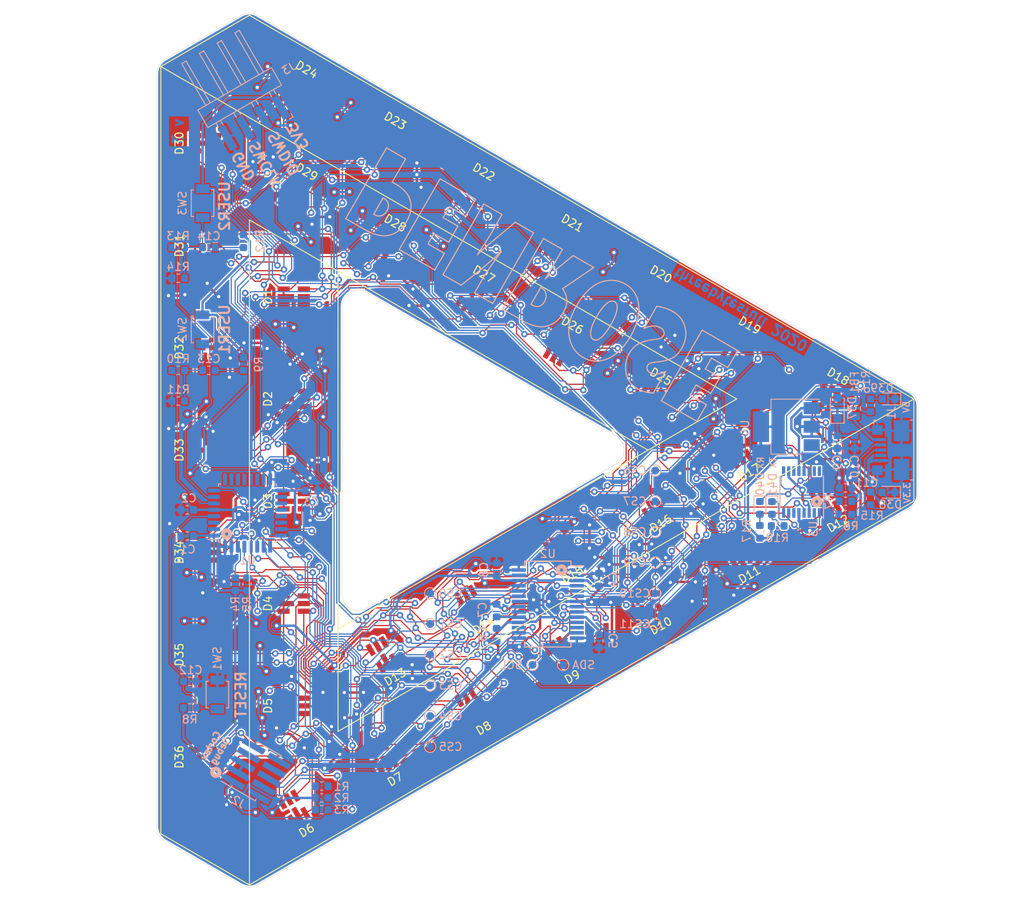
<source format=kicad_pcb>
(kicad_pcb (version 20171130) (host pcbnew "(5.1.4-0-10_14)")
  (title_block (title Penrose) (date 2020-01-05) (rev 3) (company "Rufus Cable") (comment 1 ThreeBytesFull))
  (layers (0 F.Cu signal) (31 B.Cu signal) (34 B.Paste user) (35 F.Paste user) (36 B.SilkS user) (37 F.SilkS user) (38 B.Mask user) (39 F.Mask user) (44 Edge.Cuts user))
  (net 0 "")
  (net 1 GND)
  (net 2 +3V3)
  (net 3 "Net-(D37-Pad2)")
  (net 4 "Net-(FB1-Pad2)")
  (net 5 /SWDIO)
  (net 6 /~RESET)
  (net 7 /SWCLK)
  (net 8 /SWO)
  (net 9 /SDA)
  (net 10 /SCL)
  (net 11 /SER_TX)
  (net 12 /SER_RX)
  (net 13 "Net-(U3-Pad10)")
  (net 14 "Net-(C13-Pad2)")
  (net 15 "Net-(C13-Pad1)")
  (net 16 "Net-(C14-Pad1)")
  (net 17 "Net-(C14-Pad2)")
  (net 18 /BUTTON0)
  (net 19 /BUTTON1)
  (net 20 "/LED Driver/CS5")
  (net 21 "/LED Driver/CS3")
  (net 22 "/LED Driver/CS4")
  (net 23 "/LED Driver/CS0")
  (net 24 "/LED Driver/CS8")
  (net 25 "/LED Driver/CS6")
  (net 26 "/LED Driver/CS7")
  (net 27 "/LED Driver/CS11")
  (net 28 "/LED Driver/CS9")
  (net 29 "/LED Driver/CS10")
  (net 30 "/LED Driver/CS1")
  (net 31 "/LED Driver/CS2")
  (net 32 /USB/VUSB)
  (net 33 /USB/USBP)
  (net 34 /USB/USBM)
  (net 35 "Net-(D38-Pad2)")
  (net 36 "Net-(D39-Pad2)")
  (net 37 /USB/~RXLED)
  (net 38 "Net-(D40-Pad2)")
  (net 39 "Net-(D41-Pad2)")
  (net 40 /USB/~TXLED)
  (net 41 "Net-(J1-Pad3)")
  (net 42 "Net-(J1-Pad2)")
  (net 43 "/LED Driver/IRQ")
  (net 44 "/LED Driver/RSTN")
  (module penrose:Harwin_M20-88900445_1x04_P2.54mm_Horizontal (layer B.Cu) (at 133.096 73.66 210)
    (fp_text reference J3 (at -7.104998 3.670217 210) (layer B.SilkS) (effects (justify mirror)))
    (fp_text value SWD hide)
    (pad 1 smd rect (at -3.81 0 210) (size 1.02 3.17) (layers B.Cu B.Paste B.Mask) (net 2 +3V3))
    (pad 2 smd rect (at -1.27 0 210) (size 1.02 3.17) (layers B.Cu B.Paste B.Mask) (net 5 /SWDIO))
    (pad 3 smd rect (at 1.27 0 210) (size 1.02 3.17) (layers B.Cu B.Paste B.Mask) (net 7 /SWCLK))
    (pad 4 smd rect (at 3.81 0 210) (size 1.02 3.17) (layers B.Cu B.Paste B.Mask) (net 1 GND))
  )
  (module Capacitor_SMD:C_0603_1608Metric (layer B.Cu) (at 124.7775 124.968 180)
    (fp_text reference C1 (at -0.0635 -1.651) (layer B.SilkS) (effects (justify mirror)))
    (fp_text value 100n)
    (pad 2 smd roundrect (at 0.7875 0 180) (size 0.875 0.95) (layers B.Cu B.Paste B.Mask) (net 1 GND))
    (pad 1 smd roundrect (at -0.7875 0 180) (size 0.875 0.95) (layers B.Cu B.Paste B.Mask) (net 2 +3V3))
  )
  (module Capacitor_SMD:C_0603_1608Metric (layer B.Cu) (at 124.7775 121.7295 180)
    (fp_text reference C2 (at -0.1905 1.4605) (layer B.SilkS) (effects (justify mirror)))
    (fp_text value 100n)
    (pad 2 smd roundrect (at 0.7875 0 180) (size 0.875 0.95) (layers B.Cu B.Paste B.Mask) (net 1 GND))
    (pad 1 smd roundrect (at -0.7875 0 180) (size 0.875 0.95) (layers B.Cu B.Paste B.Mask) (net 2 +3V3))
  )
  (module Capacitor_SMD:C_0603_1608Metric (layer B.Cu) (at 140.208 119.3165)
    (fp_text reference C3 (at 0 1.43) (layer B.SilkS) (effects (justify mirror)))
    (fp_text value 100n)
    (pad 2 smd roundrect (at 0.7875 0) (size 0.875 0.95) (layers B.Cu B.Paste B.Mask) (net 1 GND))
    (pad 1 smd roundrect (at -0.7875 0) (size 0.875 0.95) (layers B.Cu B.Paste B.Mask) (net 2 +3V3))
  )
  (module Capacitor_SMD:C_0603_1608Metric (layer B.Cu) (at 175.895 130.391 90)
    (fp_text reference C4 (at -0.03292 1.73736 90) (layer B.SilkS) (effects (justify mirror)))
    (fp_text value 100n)
    (pad 2 smd roundrect (at 0.7875 0 90) (size 0.875 0.95) (layers B.Cu B.Paste B.Mask) (net 1 GND))
    (pad 1 smd roundrect (at -0.7875 0 90) (size 0.875 0.95) (layers B.Cu B.Paste B.Mask) (net 2 +3V3))
  )
  (module Capacitor_SMD:C_0603_1608Metric (layer B.Cu) (at 175.895 138.011 270)
    (fp_text reference C5 (at -0.05852 -1.79578 90) (layer B.SilkS) (effects (justify mirror)))
    (fp_text value 100n)
    (pad 2 smd roundrect (at 0.7875 0 270) (size 0.875 0.95) (layers B.Cu B.Paste B.Mask) (net 1 GND))
    (pad 1 smd roundrect (at -0.7875 0 270) (size 0.875 0.95) (layers B.Cu B.Paste B.Mask) (net 2 +3V3))
  )
  (module Capacitor_SMD:C_0603_1608Metric (layer B.Cu) (at 163.195 137.2235 270)
    (fp_text reference C6 (at -0.08382 1.69926 90) (layer B.SilkS) (effects (justify mirror)))
    (fp_text value 100n)
    (pad 2 smd roundrect (at 0.7875 0 270) (size 0.875 0.95) (layers B.Cu B.Paste B.Mask) (net 1 GND))
    (pad 1 smd roundrect (at -0.7875 0 270) (size 0.875 0.95) (layers B.Cu B.Paste B.Mask) (net 2 +3V3))
  )
  (module Capacitor_SMD:C_0603_1608Metric (layer B.Cu) (at 163.195 134.2135 90)
    (fp_text reference C7 (at 0.08646 -1.75768 90) (layer B.SilkS) (effects (justify mirror)))
    (fp_text value 100n)
    (pad 2 smd roundrect (at 0.7875 0 90) (size 0.875 0.95) (layers B.Cu B.Paste B.Mask) (net 1 GND))
    (pad 1 smd roundrect (at -0.7875 0 90) (size 0.875 0.95) (layers B.Cu B.Paste B.Mask) (net 2 +3V3))
  )
  (module Capacitor_SMD:C_0603_1608Metric (layer B.Cu) (at 163.195 129.121 90)
    (fp_text reference C8 (at -0.02276 -1.58242 90) (layer B.SilkS) (effects (justify mirror)))
    (fp_text value 100n)
    (pad 2 smd roundrect (at 0.7875 0 90) (size 0.875 0.95) (layers B.Cu B.Paste B.Mask) (net 1 GND))
    (pad 1 smd roundrect (at -0.7875 0 90) (size 0.875 0.95) (layers B.Cu B.Paste B.Mask) (net 2 +3V3))
  )
  (module Capacitor_SMD:C_0603_1608Metric (layer B.Cu) (at 205.486 113.3095 270)
    (fp_text reference C9 (at 2.5145 0 90) (layer B.SilkS) (effects (justify mirror)))
    (fp_text value 4u7)
    (pad 2 smd roundrect (at 0.7875 0 270) (size 0.875 0.95) (layers B.Cu B.Paste B.Mask) (net 1 GND))
    (pad 1 smd roundrect (at -0.7875 0 270) (size 0.875 0.95) (layers B.Cu B.Paste B.Mask) (net 32 /USB/VUSB))
  )
  (module Capacitor_SMD:C_0603_1608Metric (layer B.Cu) (at 207.645 113.3095 270)
    (fp_text reference C10 (at 3.0225 0 90) (layer B.SilkS) (effects (justify mirror)))
    (fp_text value 470p)
    (pad 2 smd roundrect (at 0.7875 0 270) (size 0.875 0.95) (layers B.Cu B.Paste B.Mask) (net 1 GND))
    (pad 1 smd roundrect (at -0.7875 0 270) (size 0.875 0.95) (layers B.Cu B.Paste B.Mask) (net 32 /USB/VUSB))
  )
  (module Capacitor_SMD:C_0603_1608Metric (layer B.Cu) (at 206.502 118.999)
    (fp_text reference C11 (at 2.62382 -0.65278) (layer B.SilkS) (effects (justify mirror)))
    (fp_text value 4u7)
    (pad 2 smd roundrect (at 0.7875 0) (size 0.875 0.95) (layers B.Cu B.Paste B.Mask) (net 1 GND))
    (pad 1 smd roundrect (at -0.7875 0) (size 0.875 0.95) (layers B.Cu B.Paste B.Mask) (net 2 +3V3))
  )
  (module Inductor_SMD:L_0805_2012Metric (layer B.Cu) (at 207.645 109.1415 270)
    (fp_text reference FB1 (at -3.2235 0 90) (layer B.SilkS) (effects (justify mirror)))
    (fp_text value MPZ2012S601AT000 hide)
    (pad 2 smd roundrect (at 0.9375 0 270) (size 0.975 1.4) (layers B.Cu B.Paste B.Mask) (net 4 "Net-(FB1-Pad2)"))
    (pad 1 smd roundrect (at -0.9375 0 270) (size 0.975 1.4) (layers B.Cu B.Paste B.Mask) (net 3 "Net-(D37-Pad2)"))
  )
  (module Resistor_SMD:R_0603_1608Metric (layer B.Cu) (at 141.478 156.0195 180)
    (fp_text reference R1 (at -2.4765 -0.0635) (layer B.SilkS) (effects (justify mirror)))
    (fp_text value 10K)
    (pad 2 smd roundrect (at 0.7875 0 180) (size 0.875 0.95) (layers B.Cu B.Paste B.Mask) (net 2 +3V3))
    (pad 1 smd roundrect (at -0.7875 0 180) (size 0.875 0.95) (layers B.Cu B.Paste B.Mask) (net 8 /SWO))
  )
  (module Resistor_SMD:R_0603_1608Metric (layer B.Cu) (at 141.478 157.48 180)
    (fp_text reference R2 (at -2.4765 0) (layer B.SilkS) (effects (justify mirror)))
    (fp_text value 10K)
    (pad 2 smd roundrect (at 0.7875 0 180) (size 0.875 0.95) (layers B.Cu B.Paste B.Mask) (net 2 +3V3))
    (pad 1 smd roundrect (at -0.7875 0 180) (size 0.875 0.95) (layers B.Cu B.Paste B.Mask) (net 7 /SWCLK))
  )
  (module Resistor_SMD:R_0603_1608Metric (layer B.Cu) (at 141.478 158.9405 180)
    (fp_text reference R3 (at -2.4765 0) (layer B.SilkS) (effects (justify mirror)))
    (fp_text value 10K)
    (pad 2 smd roundrect (at 0.7875 0 180) (size 0.875 0.95) (layers B.Cu B.Paste B.Mask) (net 2 +3V3))
    (pad 1 smd roundrect (at -0.7875 0 180) (size 0.875 0.95) (layers B.Cu B.Paste B.Mask) (net 5 /SWDIO))
  )
  (module Resistor_SMD:R_0603_1608Metric (layer B.Cu) (at 130.7465 130.937 90)
    (fp_text reference R4 (at -2.4765 0 90) (layer B.SilkS) (effects (justify mirror)))
    (fp_text value 10K)
    (pad 2 smd roundrect (at 0.7875 0 90) (size 0.875 0.95) (layers B.Cu B.Paste B.Mask) (net 9 /SDA))
    (pad 1 smd roundrect (at -0.7875 0 90) (size 0.875 0.95) (layers B.Cu B.Paste B.Mask) (net 2 +3V3))
  )
  (module Resistor_SMD:R_0603_1608Metric (layer B.Cu) (at 132.207 130.937 90)
    (fp_text reference R5 (at -2.4765 0 90) (layer B.SilkS) (effects (justify mirror)))
    (fp_text value 10K)
    (pad 2 smd roundrect (at 0.7875 0 90) (size 0.875 0.95) (layers B.Cu B.Paste B.Mask) (net 10 /SCL))
    (pad 1 smd roundrect (at -0.7875 0 90) (size 0.875 0.95) (layers B.Cu B.Paste B.Mask) (net 2 +3V3))
  )
  (module Resistor_SMD:R_0603_1608Metric (layer B.Cu) (at 206.4765 122.301)
    (fp_text reference R6 (at 0.6986 1.43256) (layer B.SilkS) (effects (justify mirror)))
    (fp_text value 27)
    (pad 2 smd roundrect (at 0.7875 0) (size 0.875 0.95) (layers B.Cu B.Paste B.Mask) (net 41 "Net-(J1-Pad3)"))
    (pad 1 smd roundrect (at -0.7875 0) (size 0.875 0.95) (layers B.Cu B.Paste B.Mask) (net 33 /USB/USBP))
  )
  (module Resistor_SMD:R_0603_1608Metric (layer B.Cu) (at 206.502 120.65)
    (fp_text reference R7 (at -1.98374 0.04826 90) (layer B.SilkS) (effects (justify mirror)))
    (fp_text value 27)
    (pad 2 smd roundrect (at 0.7875 0) (size 0.875 0.95) (layers B.Cu B.Paste B.Mask) (net 42 "Net-(J1-Pad2)"))
    (pad 1 smd roundrect (at -0.7875 0) (size 0.875 0.95) (layers B.Cu B.Paste B.Mask) (net 34 /USB/USBM))
  )
  (module Package_TO_SOT_SMD:SOT-223-3_TabPin2 (layer B.Cu) (at 199.161 111.393 180)
    (fp_text reference U4 (at 5.14056 -0.13332 270) (layer B.SilkS) (effects (justify mirror)))
    (fp_text value MCP1825S)
    (pad 1 smd rect (at -3.15 2.3 180) (size 2 1.5) (layers B.Cu B.Paste B.Mask) (net 32 /USB/VUSB))
    (pad 3 smd rect (at -3.15 -2.3 180) (size 2 1.5) (layers B.Cu B.Paste B.Mask) (net 2 +3V3))
    (pad 2 smd rect (at -3.15 0 180) (size 2 1.5) (layers B.Cu B.Paste B.Mask) (net 1 GND))
    (pad 2 smd rect (at 3.15 0 180) (size 2 3.8) (layers B.Cu B.Paste B.Mask) (net 1 GND))
  )
  (module Capacitor_SMD:C_0603_1608Metric (layer B.Cu) (at 125.095 143.002)
    (fp_text reference C12 (at 0.127 -1.397) (layer B.SilkS) (effects (justify mirror)))
    (fp_text value 100n)
    (pad 2 smd roundrect (at 0.7875 0) (size 0.875 0.95) (layers B.Cu B.Paste B.Mask) (net 1 GND))
    (pad 1 smd roundrect (at -0.7875 0) (size 0.875 0.95) (layers B.Cu B.Paste B.Mask) (net 6 /~RESET))
  )
  (module Capacitor_SMD:C_0603_1608Metric (layer B.Cu) (at 127.47 104.394 180)
    (fp_text reference C13 (at 0 1.43) (layer B.SilkS) (effects (justify mirror)))
    (fp_text value 100n)
    (pad 2 smd roundrect (at 0.7875 0 180) (size 0.875 0.95) (layers B.Cu B.Paste B.Mask) (net 14 "Net-(C13-Pad2)"))
    (pad 1 smd roundrect (at -0.7875 0 180) (size 0.875 0.95) (layers B.Cu B.Paste B.Mask) (net 15 "Net-(C13-Pad1)"))
  )
  (module Capacitor_SMD:C_0603_1608Metric (layer B.Cu) (at 127.47 89.154 180)
    (fp_text reference C14 (at 0 1.43) (layer B.SilkS) (effects (justify mirror)))
    (fp_text value 100n)
    (pad 2 smd roundrect (at 0.7875 0 180) (size 0.875 0.95) (layers B.Cu B.Paste B.Mask) (net 17 "Net-(C14-Pad2)"))
    (pad 1 smd roundrect (at -0.7875 0 180) (size 0.875 0.95) (layers B.Cu B.Paste B.Mask) (net 16 "Net-(C14-Pad1)"))
  )
  (module Resistor_SMD:R_0603_1608Metric (layer B.Cu) (at 125.095 146.304)
    (fp_text reference R8 (at 0 1.43) (layer B.SilkS) (effects (justify mirror)))
    (fp_text value 100k)
    (pad 2 smd roundrect (at 0.7875 0) (size 0.875 0.95) (layers B.Cu B.Paste B.Mask) (net 6 /~RESET))
    (pad 1 smd roundrect (at -0.7875 0) (size 0.875 0.95) (layers B.Cu B.Paste B.Mask) (net 2 +3V3))
  )
  (module Resistor_SMD:R_0603_1608Metric (layer B.Cu) (at 131.7625 103.6065 270)
    (fp_text reference R9 (at 0.0509 -1.8923 90) (layer B.SilkS) (effects (justify mirror)))
    (fp_text value 100)
    (pad 2 smd roundrect (at 0.7875 0 270) (size 0.875 0.95) (layers B.Cu B.Paste B.Mask) (net 15 "Net-(C13-Pad1)"))
    (pad 1 smd roundrect (at -0.7875 0 270) (size 0.875 0.95) (layers B.Cu B.Paste B.Mask) (net 2 +3V3))
  )
  (module Resistor_SMD:R_0603_1608Metric (layer B.Cu) (at 123.66 104.394 180)
    (fp_text reference R10 (at 0 1.43) (layer B.SilkS) (effects (justify mirror)))
    (fp_text value 330)
    (pad 2 smd roundrect (at 0.7875 0 180) (size 0.875 0.95) (layers B.Cu B.Paste B.Mask) (net 18 /BUTTON0))
    (pad 1 smd roundrect (at -0.7875 0 180) (size 0.875 0.95) (layers B.Cu B.Paste B.Mask) (net 14 "Net-(C13-Pad2)"))
  )
  (module Resistor_SMD:R_0603_1608Metric (layer B.Cu) (at 123.66 108.204 180)
    (fp_text reference R11 (at 0 1.43) (layer B.SilkS) (effects (justify mirror)))
    (fp_text value 220k)
    (pad 2 smd roundrect (at 0.7875 0 180) (size 0.875 0.95) (layers B.Cu B.Paste B.Mask) (net 1 GND))
    (pad 1 smd roundrect (at -0.7875 0 180) (size 0.875 0.95) (layers B.Cu B.Paste B.Mask) (net 14 "Net-(C13-Pad2)"))
  )
  (module Resistor_SMD:R_0603_1608Metric (layer B.Cu) (at 131.7625 88.3665 270)
    (fp_text reference R12 (at -0.03038 -2.08788 90) (layer B.SilkS) (effects (justify mirror)))
    (fp_text value 100)
    (pad 2 smd roundrect (at 0.7875 0 270) (size 0.875 0.95) (layers B.Cu B.Paste B.Mask) (net 16 "Net-(C14-Pad1)"))
    (pad 1 smd roundrect (at -0.7875 0 270) (size 0.875 0.95) (layers B.Cu B.Paste B.Mask) (net 2 +3V3))
  )
  (module Resistor_SMD:R_0603_1608Metric (layer B.Cu) (at 123.66 89.154 180)
    (fp_text reference R13 (at 0 1.43) (layer B.SilkS) (effects (justify mirror)))
    (fp_text value 330)
    (pad 2 smd roundrect (at 0.7875 0 180) (size 0.875 0.95) (layers B.Cu B.Paste B.Mask) (net 19 /BUTTON1))
    (pad 1 smd roundrect (at -0.7875 0 180) (size 0.875 0.95) (layers B.Cu B.Paste B.Mask) (net 17 "Net-(C14-Pad2)"))
  )
  (module Resistor_SMD:R_0603_1608Metric (layer B.Cu) (at 123.66 92.964 180)
    (fp_text reference R14 (at 0 1.43) (layer B.SilkS) (effects (justify mirror)))
    (fp_text value 220k)
    (pad 2 smd roundrect (at 0.7875 0 180) (size 0.875 0.95) (layers B.Cu B.Paste B.Mask) (net 1 GND))
    (pad 1 smd roundrect (at -0.7875 0 180) (size 0.875 0.95) (layers B.Cu B.Paste B.Mask) (net 17 "Net-(C14-Pad2)"))
  )
  (module LED_SMD:LED_0603_1608Metric (layer B.Cu) (at 211.82594 119.53748 180)
    (fp_text reference D38 (at -0.2539 -1.51384) (layer B.SilkS) (effects (justify mirror)))
    (fp_text value "SML-D12D1W (orange)")
    (pad 2 smd roundrect (at 0.7875 0 180) (size 0.875 0.95) (layers B.Cu B.Paste B.Mask) (net 35 "Net-(D38-Pad2)"))
    (pad 1 smd roundrect (at -0.7875 0 180) (size 0.875 0.95) (layers B.Cu B.Paste B.Mask) (net 1 GND))
  )
  (module LED_SMD:LED_0603_1608Metric (layer B.Cu) (at 211.86658 107.95 180)
    (fp_text reference D39 (at 0.8256 1.3589) (layer B.SilkS) (effects (justify mirror)))
    (fp_text value "SML-D12Y1W (yellow)")
    (pad 2 smd roundrect (at 0.7875 0 180) (size 0.875 0.95) (layers B.Cu B.Paste B.Mask) (net 36 "Net-(D39-Pad2)"))
    (pad 1 smd roundrect (at -0.7875 0 180) (size 0.875 0.95) (layers B.Cu B.Paste B.Mask) (net 1 GND))
  )
  (module LED_SMD:LED_0603_1608Metric (layer B.Cu) (at 195.87464 121.46798 270)
    (fp_text reference D40 (at -2.95412 -0.04572 90) (layer B.SilkS) (effects (justify mirror)))
    (fp_text value "SML-D12V1W (red)")
    (pad 1 smd roundrect (at -0.7875 0 270) (size 0.875 0.95) (layers B.Cu B.Paste B.Mask) (net 37 /USB/~RXLED))
    (pad 2 smd roundrect (at 0.7875 0 270) (size 0.875 0.95) (layers B.Cu B.Paste B.Mask) (net 38 "Net-(D40-Pad2)"))
  )
  (module LED_SMD:LED_0603_1608Metric (layer B.Cu) (at 197.37324 121.48576 270)
    (fp_text reference D41 (at -2.90078 -0.0762 90) (layer B.SilkS) (effects (justify mirror)))
    (fp_text value "SML-D12M1W (yellowish green)")
    (pad 2 smd roundrect (at 0.7875 0 270) (size 0.875 0.95) (layers B.Cu B.Paste B.Mask) (net 39 "Net-(D41-Pad2)"))
    (pad 1 smd roundrect (at -0.7875 0 270) (size 0.875 0.95) (layers B.Cu B.Paste B.Mask) (net 40 /USB/~TXLED))
  )
  (module Resistor_SMD:R_0603_1608Metric (layer B.Cu) (at 209.60588 120.28434 270)
    (fp_text reference R15 (at 2.14112 -0.20066 180) (layer B.SilkS) (effects (justify mirror)))
    (fp_text value 240)
    (pad 2 smd roundrect (at 0.7875 0 270) (size 0.875 0.95) (layers B.Cu B.Paste B.Mask) (net 35 "Net-(D38-Pad2)"))
    (pad 1 smd roundrect (at -0.7875 0 270) (size 0.875 0.95) (layers B.Cu B.Paste B.Mask) (net 2 +3V3))
  )
  (module Resistor_SMD:R_0603_1608Metric (layer B.Cu) (at 209.60588 108.7375 90)
    (fp_text reference R16 (at 2.88788 -0.57912 270) (layer B.SilkS) (effects (justify mirror)))
    (fp_text value 560)
    (pad 2 smd roundrect (at 0.7875 0 90) (size 0.875 0.95) (layers B.Cu B.Paste B.Mask) (net 36 "Net-(D39-Pad2)"))
    (pad 1 smd roundrect (at -0.7875 0 90) (size 0.875 0.95) (layers B.Cu B.Paste B.Mask) (net 32 /USB/VUSB))
  )
  (module Resistor_SMD:R_0603_1608Metric (layer B.Cu) (at 195.86956 124.44466 90)
    (fp_text reference R17 (at 0.11928 -1.61798 90) (layer B.SilkS) (effects (justify mirror)))
    (fp_text value 560)
    (pad 2 smd roundrect (at 0.7875 0 90) (size 0.875 0.95) (layers B.Cu B.Paste B.Mask) (net 38 "Net-(D40-Pad2)"))
    (pad 1 smd roundrect (at -0.7875 0 90) (size 0.875 0.95) (layers B.Cu B.Paste B.Mask) (net 32 /USB/VUSB))
  )
  (module Resistor_SMD:R_0603_1608Metric (layer B.Cu) (at 198.08952 123.7107)
    (fp_text reference R18 (at -0.05588 1.47828) (layer B.SilkS) (effects (justify mirror)))
    (fp_text value 560)
    (pad 2 smd roundrect (at 0.7875 0) (size 0.875 0.95) (layers B.Cu B.Paste B.Mask) (net 39 "Net-(D41-Pad2)"))
    (pad 1 smd roundrect (at -0.7875 0) (size 0.875 0.95) (layers B.Cu B.Paste B.Mask) (net 32 /USB/VUSB))
  )
  (module penrose:LED_0808_Metric2020_CommonAnode (layer F.Cu) (at 137.9982 95.25 90)
    (fp_text reference D1 (at 0 -3.2 90) (layer F.SilkS))
    (fp_text value ARGB1313HS-TR_CommonAnode hide)
    (pad 4 smd rect (at 0 -1.25 90) (size 1.9 0.254) (layers F.Cu F.Paste F.Mask) (net 23 "/LED Driver/CS0"))
    (pad 1 smd rect (at -0.95 1.25 90) (size 0.65 1.5) (layers F.Cu F.Paste F.Mask) (net 20 "/LED Driver/CS5"))
    (pad 2 smd rect (at 0 1.25 90) (size 0.65 1.5) (layers F.Cu F.Paste F.Mask) (net 21 "/LED Driver/CS3"))
    (pad 3 smd rect (at 0.95 1.25 90) (size 0.65 1.5) (layers F.Cu F.Paste F.Mask) (net 22 "/LED Driver/CS4"))
    (pad 4 smd rect (at 0.95 -1.25 90) (size 0.65 1.5) (layers F.Cu F.Paste F.Mask) (net 23 "/LED Driver/CS0"))
    (pad 4 smd rect (at 0 -0.975 90) (size 0.65 2.05) (layers F.Cu F.Paste F.Mask) (net 23 "/LED Driver/CS0"))
    (pad 4 smd rect (at -0.95 -1.25 90) (size 0.65 1.5) (layers F.Cu F.Paste F.Mask) (net 23 "/LED Driver/CS0"))
  )
  (module penrose:LED_0808_Metric2020_CommonAnode (layer F.Cu) (at 137.9982 107.95 90)
    (fp_text reference D2 (at 0 -3.2 90) (layer F.SilkS))
    (fp_text value ARGB1313HS-TR_CommonAnode hide)
    (pad 4 smd rect (at 0 -1.25 90) (size 1.9 0.254) (layers F.Cu F.Paste F.Mask) (net 23 "/LED Driver/CS0"))
    (pad 1 smd rect (at -0.95 1.25 90) (size 0.65 1.5) (layers F.Cu F.Paste F.Mask) (net 24 "/LED Driver/CS8"))
    (pad 2 smd rect (at 0 1.25 90) (size 0.65 1.5) (layers F.Cu F.Paste F.Mask) (net 25 "/LED Driver/CS6"))
    (pad 3 smd rect (at 0.95 1.25 90) (size 0.65 1.5) (layers F.Cu F.Paste F.Mask) (net 26 "/LED Driver/CS7"))
    (pad 4 smd rect (at 0.95 -1.25 90) (size 0.65 1.5) (layers F.Cu F.Paste F.Mask) (net 23 "/LED Driver/CS0"))
    (pad 4 smd rect (at 0 -0.975 90) (size 0.65 2.05) (layers F.Cu F.Paste F.Mask) (net 23 "/LED Driver/CS0"))
    (pad 4 smd rect (at -0.95 -1.25 90) (size 0.65 1.5) (layers F.Cu F.Paste F.Mask) (net 23 "/LED Driver/CS0"))
  )
  (module penrose:LED_0808_Metric2020_CommonAnode (layer F.Cu) (at 137.9982 120.65 90)
    (fp_text reference D3 (at 0 -3.2 90) (layer F.SilkS))
    (fp_text value ARGB1313HS-TR_CommonAnode hide)
    (pad 4 smd rect (at 0 -1.25 90) (size 1.9 0.254) (layers F.Cu F.Paste F.Mask) (net 23 "/LED Driver/CS0"))
    (pad 1 smd rect (at -0.95 1.25 90) (size 0.65 1.5) (layers F.Cu F.Paste F.Mask) (net 27 "/LED Driver/CS11"))
    (pad 2 smd rect (at 0 1.25 90) (size 0.65 1.5) (layers F.Cu F.Paste F.Mask) (net 28 "/LED Driver/CS9"))
    (pad 3 smd rect (at 0.95 1.25 90) (size 0.65 1.5) (layers F.Cu F.Paste F.Mask) (net 29 "/LED Driver/CS10"))
    (pad 4 smd rect (at 0.95 -1.25 90) (size 0.65 1.5) (layers F.Cu F.Paste F.Mask) (net 23 "/LED Driver/CS0"))
    (pad 4 smd rect (at 0 -0.975 90) (size 0.65 2.05) (layers F.Cu F.Paste F.Mask) (net 23 "/LED Driver/CS0"))
    (pad 4 smd rect (at -0.95 -1.25 90) (size 0.65 1.5) (layers F.Cu F.Paste F.Mask) (net 23 "/LED Driver/CS0"))
  )
  (module penrose:LED_0808_Metric2020_CommonAnode (layer F.Cu) (at 137.9982 133.35 90)
    (fp_text reference D4 (at 0 -3.2 90) (layer F.SilkS))
    (fp_text value ARGB1313HS-TR_CommonAnode hide)
    (pad 4 smd rect (at 0 -1.25 90) (size 1.9 0.254) (layers F.Cu F.Paste F.Mask) (net 30 "/LED Driver/CS1"))
    (pad 1 smd rect (at -0.95 1.25 90) (size 0.65 1.5) (layers F.Cu F.Paste F.Mask) (net 20 "/LED Driver/CS5"))
    (pad 2 smd rect (at 0 1.25 90) (size 0.65 1.5) (layers F.Cu F.Paste F.Mask) (net 21 "/LED Driver/CS3"))
    (pad 3 smd rect (at 0.95 1.25 90) (size 0.65 1.5) (layers F.Cu F.Paste F.Mask) (net 22 "/LED Driver/CS4"))
    (pad 4 smd rect (at 0.95 -1.25 90) (size 0.65 1.5) (layers F.Cu F.Paste F.Mask) (net 30 "/LED Driver/CS1"))
    (pad 4 smd rect (at 0 -0.975 90) (size 0.65 2.05) (layers F.Cu F.Paste F.Mask) (net 30 "/LED Driver/CS1"))
    (pad 4 smd rect (at -0.95 -1.25 90) (size 0.65 1.5) (layers F.Cu F.Paste F.Mask) (net 30 "/LED Driver/CS1"))
  )
  (module penrose:LED_0808_Metric2020_CommonAnode (layer F.Cu) (at 137.9982 146.05 90)
    (fp_text reference D5 (at 0 -3.2 90) (layer F.SilkS))
    (fp_text value ARGB1313HS-TR_CommonAnode hide)
    (pad 4 smd rect (at 0 -1.25 90) (size 1.9 0.254) (layers F.Cu F.Paste F.Mask) (net 30 "/LED Driver/CS1"))
    (pad 1 smd rect (at -0.95 1.25 90) (size 0.65 1.5) (layers F.Cu F.Paste F.Mask) (net 24 "/LED Driver/CS8"))
    (pad 2 smd rect (at 0 1.25 90) (size 0.65 1.5) (layers F.Cu F.Paste F.Mask) (net 25 "/LED Driver/CS6"))
    (pad 3 smd rect (at 0.95 1.25 90) (size 0.65 1.5) (layers F.Cu F.Paste F.Mask) (net 26 "/LED Driver/CS7"))
    (pad 4 smd rect (at 0.95 -1.25 90) (size 0.65 1.5) (layers F.Cu F.Paste F.Mask) (net 30 "/LED Driver/CS1"))
    (pad 4 smd rect (at 0 -0.975 90) (size 0.65 2.05) (layers F.Cu F.Paste F.Mask) (net 30 "/LED Driver/CS1"))
    (pad 4 smd rect (at -0.95 -1.25 90) (size 0.65 1.5) (layers F.Cu F.Paste F.Mask) (net 30 "/LED Driver/CS1"))
  )
  (module penrose:LED_0808_Metric2020_CommonAnode (layer F.Cu) (at 137.9982 158.75 210)
    (fp_text reference D6 (at 0 -3.2 30) (layer F.SilkS))
    (fp_text value ARGB1313HS-TR_CommonAnode hide)
    (pad 4 smd rect (at 0 -1.25 210) (size 1.9 0.254) (layers F.Cu F.Paste F.Mask) (net 30 "/LED Driver/CS1"))
    (pad 1 smd rect (at -0.95 1.25 210) (size 0.65 1.5) (layers F.Cu F.Paste F.Mask) (net 27 "/LED Driver/CS11"))
    (pad 2 smd rect (at 0 1.25 210) (size 0.65 1.5) (layers F.Cu F.Paste F.Mask) (net 28 "/LED Driver/CS9"))
    (pad 3 smd rect (at 0.95 1.25 210) (size 0.65 1.5) (layers F.Cu F.Paste F.Mask) (net 29 "/LED Driver/CS10"))
    (pad 4 smd rect (at 0.95 -1.25 210) (size 0.65 1.5) (layers F.Cu F.Paste F.Mask) (net 30 "/LED Driver/CS1"))
    (pad 4 smd rect (at 0 -0.975 210) (size 0.65 2.05) (layers F.Cu F.Paste F.Mask) (net 30 "/LED Driver/CS1"))
    (pad 4 smd rect (at -0.95 -1.25 210) (size 0.65 1.5) (layers F.Cu F.Paste F.Mask) (net 30 "/LED Driver/CS1"))
  )
  (module penrose:LED_0808_Metric2020_CommonAnode (layer F.Cu) (at 148.9964 152.4 210)
    (fp_text reference D7 (at 0 -3.2 30) (layer F.SilkS))
    (fp_text value ARGB1313HS-TR_CommonAnode hide)
    (pad 4 smd rect (at 0 -1.25 210) (size 1.9 0.254) (layers F.Cu F.Paste F.Mask) (net 31 "/LED Driver/CS2"))
    (pad 1 smd rect (at -0.95 1.25 210) (size 0.65 1.5) (layers F.Cu F.Paste F.Mask) (net 20 "/LED Driver/CS5"))
    (pad 2 smd rect (at 0 1.25 210) (size 0.65 1.5) (layers F.Cu F.Paste F.Mask) (net 21 "/LED Driver/CS3"))
    (pad 3 smd rect (at 0.95 1.25 210) (size 0.65 1.5) (layers F.Cu F.Paste F.Mask) (net 22 "/LED Driver/CS4"))
    (pad 4 smd rect (at 0.95 -1.25 210) (size 0.65 1.5) (layers F.Cu F.Paste F.Mask) (net 31 "/LED Driver/CS2"))
    (pad 4 smd rect (at 0 -0.975 210) (size 0.65 2.05) (layers F.Cu F.Paste F.Mask) (net 31 "/LED Driver/CS2"))
    (pad 4 smd rect (at -0.95 -1.25 210) (size 0.65 1.5) (layers F.Cu F.Paste F.Mask) (net 31 "/LED Driver/CS2"))
  )
  (module penrose:LED_0808_Metric2020_CommonAnode (layer F.Cu) (at 159.9946 146.05 210)
    (fp_text reference D8 (at 0 -3.2 30) (layer F.SilkS))
    (fp_text value ARGB1313HS-TR_CommonAnode hide)
    (pad 4 smd rect (at 0 -1.25 210) (size 1.9 0.254) (layers F.Cu F.Paste F.Mask) (net 31 "/LED Driver/CS2"))
    (pad 1 smd rect (at -0.95 1.25 210) (size 0.65 1.5) (layers F.Cu F.Paste F.Mask) (net 24 "/LED Driver/CS8"))
    (pad 2 smd rect (at 0 1.25 210) (size 0.65 1.5) (layers F.Cu F.Paste F.Mask) (net 25 "/LED Driver/CS6"))
    (pad 3 smd rect (at 0.95 1.25 210) (size 0.65 1.5) (layers F.Cu F.Paste F.Mask) (net 26 "/LED Driver/CS7"))
    (pad 4 smd rect (at 0.95 -1.25 210) (size 0.65 1.5) (layers F.Cu F.Paste F.Mask) (net 31 "/LED Driver/CS2"))
    (pad 4 smd rect (at 0 -0.975 210) (size 0.65 2.05) (layers F.Cu F.Paste F.Mask) (net 31 "/LED Driver/CS2"))
    (pad 4 smd rect (at -0.95 -1.25 210) (size 0.65 1.5) (layers F.Cu F.Paste F.Mask) (net 31 "/LED Driver/CS2"))
  )
  (module penrose:LED_0808_Metric2020_CommonAnode (layer F.Cu) (at 170.9928 139.7 210)
    (fp_text reference D9 (at 0 -3.2 30) (layer F.SilkS))
    (fp_text value ARGB1313HS-TR_CommonAnode hide)
    (pad 4 smd rect (at 0 -1.25 210) (size 1.9 0.254) (layers F.Cu F.Paste F.Mask) (net 31 "/LED Driver/CS2"))
    (pad 1 smd rect (at -0.95 1.25 210) (size 0.65 1.5) (layers F.Cu F.Paste F.Mask) (net 27 "/LED Driver/CS11"))
    (pad 2 smd rect (at 0 1.25 210) (size 0.65 1.5) (layers F.Cu F.Paste F.Mask) (net 28 "/LED Driver/CS9"))
    (pad 3 smd rect (at 0.95 1.25 210) (size 0.65 1.5) (layers F.Cu F.Paste F.Mask) (net 29 "/LED Driver/CS10"))
    (pad 4 smd rect (at 0.95 -1.25 210) (size 0.65 1.5) (layers F.Cu F.Paste F.Mask) (net 31 "/LED Driver/CS2"))
    (pad 4 smd rect (at 0 -0.975 210) (size 0.65 2.05) (layers F.Cu F.Paste F.Mask) (net 31 "/LED Driver/CS2"))
    (pad 4 smd rect (at -0.95 -1.25 210) (size 0.65 1.5) (layers F.Cu F.Paste F.Mask) (net 31 "/LED Driver/CS2"))
  )
  (module penrose:LED_0808_Metric2020_CommonAnode (layer F.Cu) (at 181.991 133.35 210)
    (fp_text reference D10 (at 0 -3.2 30) (layer F.SilkS))
    (fp_text value ARGB1313HS-TR_CommonAnode hide)
    (pad 4 smd rect (at 0 -1.25 210) (size 1.9 0.254) (layers F.Cu F.Paste F.Mask) (net 21 "/LED Driver/CS3"))
    (pad 1 smd rect (at -0.95 1.25 210) (size 0.65 1.5) (layers F.Cu F.Paste F.Mask) (net 31 "/LED Driver/CS2"))
    (pad 2 smd rect (at 0 1.25 210) (size 0.65 1.5) (layers F.Cu F.Paste F.Mask) (net 23 "/LED Driver/CS0"))
    (pad 3 smd rect (at 0.95 1.25 210) (size 0.65 1.5) (layers F.Cu F.Paste F.Mask) (net 30 "/LED Driver/CS1"))
    (pad 4 smd rect (at 0.95 -1.25 210) (size 0.65 1.5) (layers F.Cu F.Paste F.Mask) (net 21 "/LED Driver/CS3"))
    (pad 4 smd rect (at 0 -0.975 210) (size 0.65 2.05) (layers F.Cu F.Paste F.Mask) (net 21 "/LED Driver/CS3"))
    (pad 4 smd rect (at -0.95 -1.25 210) (size 0.65 1.5) (layers F.Cu F.Paste F.Mask) (net 21 "/LED Driver/CS3"))
  )
  (module penrose:LED_0808_Metric2020_CommonAnode (layer F.Cu) (at 192.9892 127 210)
    (fp_text reference D11 (at 0 -3.2 30) (layer F.SilkS))
    (fp_text value ARGB1313HS-TR_CommonAnode hide)
    (pad 4 smd rect (at 0 -1.25 210) (size 1.9 0.254) (layers F.Cu F.Paste F.Mask) (net 21 "/LED Driver/CS3"))
    (pad 1 smd rect (at -0.95 1.25 210) (size 0.65 1.5) (layers F.Cu F.Paste F.Mask) (net 24 "/LED Driver/CS8"))
    (pad 2 smd rect (at 0 1.25 210) (size 0.65 1.5) (layers F.Cu F.Paste F.Mask) (net 25 "/LED Driver/CS6"))
    (pad 3 smd rect (at 0.95 1.25 210) (size 0.65 1.5) (layers F.Cu F.Paste F.Mask) (net 26 "/LED Driver/CS7"))
    (pad 4 smd rect (at 0.95 -1.25 210) (size 0.65 1.5) (layers F.Cu F.Paste F.Mask) (net 21 "/LED Driver/CS3"))
    (pad 4 smd rect (at 0 -0.975 210) (size 0.65 2.05) (layers F.Cu F.Paste F.Mask) (net 21 "/LED Driver/CS3"))
    (pad 4 smd rect (at -0.95 -1.25 210) (size 0.65 1.5) (layers F.Cu F.Paste F.Mask) (net 21 "/LED Driver/CS3"))
  )
  (module penrose:LED_0808_Metric2020_CommonAnode (layer F.Cu) (at 203.9874 120.65 210)
    (fp_text reference D12 (at 0 -3.2 30) (layer F.SilkS))
    (fp_text value ARGB1313HS-TR_CommonAnode hide)
    (pad 4 smd rect (at 0 -1.25 210) (size 1.9 0.254) (layers F.Cu F.Paste F.Mask) (net 21 "/LED Driver/CS3"))
    (pad 1 smd rect (at -0.95 1.25 210) (size 0.65 1.5) (layers F.Cu F.Paste F.Mask) (net 27 "/LED Driver/CS11"))
    (pad 2 smd rect (at 0 1.25 210) (size 0.65 1.5) (layers F.Cu F.Paste F.Mask) (net 28 "/LED Driver/CS9"))
    (pad 3 smd rect (at 0.95 1.25 210) (size 0.65 1.5) (layers F.Cu F.Paste F.Mask) (net 29 "/LED Driver/CS10"))
    (pad 4 smd rect (at 0.95 -1.25 210) (size 0.65 1.5) (layers F.Cu F.Paste F.Mask) (net 21 "/LED Driver/CS3"))
    (pad 4 smd rect (at 0 -0.975 210) (size 0.65 2.05) (layers F.Cu F.Paste F.Mask) (net 21 "/LED Driver/CS3"))
    (pad 4 smd rect (at -0.95 -1.25 210) (size 0.65 1.5) (layers F.Cu F.Paste F.Mask) (net 21 "/LED Driver/CS3"))
  )
  (module penrose:LED_0808_Metric2020_CommonAnode (layer F.Cu) (at 148.9964 139.7 210)
    (fp_text reference D13 (at 0 -3.2 30) (layer F.SilkS))
    (fp_text value ARGB1313HS-TR_CommonAnode hide)
    (pad 4 smd rect (at 0 -1.25 210) (size 1.9 0.254) (layers F.Cu F.Paste F.Mask) (net 22 "/LED Driver/CS4"))
    (pad 1 smd rect (at -0.95 1.25 210) (size 0.65 1.5) (layers F.Cu F.Paste F.Mask) (net 31 "/LED Driver/CS2"))
    (pad 2 smd rect (at 0 1.25 210) (size 0.65 1.5) (layers F.Cu F.Paste F.Mask) (net 23 "/LED Driver/CS0"))
    (pad 3 smd rect (at 0.95 1.25 210) (size 0.65 1.5) (layers F.Cu F.Paste F.Mask) (net 30 "/LED Driver/CS1"))
    (pad 4 smd rect (at 0.95 -1.25 210) (size 0.65 1.5) (layers F.Cu F.Paste F.Mask) (net 22 "/LED Driver/CS4"))
    (pad 4 smd rect (at 0 -0.975 210) (size 0.65 2.05) (layers F.Cu F.Paste F.Mask) (net 22 "/LED Driver/CS4"))
    (pad 4 smd rect (at -0.95 -1.25 210) (size 0.65 1.5) (layers F.Cu F.Paste F.Mask) (net 22 "/LED Driver/CS4"))
  )
  (module penrose:LED_0808_Metric2020_CommonAnode (layer F.Cu) (at 159.9946 133.35 210)
    (fp_text reference D14 (at 0 -3.2 30) (layer F.SilkS))
    (fp_text value ARGB1313HS-TR_CommonAnode hide)
    (pad 4 smd rect (at 0 -1.25 210) (size 1.9 0.254) (layers F.Cu F.Paste F.Mask) (net 22 "/LED Driver/CS4"))
    (pad 1 smd rect (at -0.95 1.25 210) (size 0.65 1.5) (layers F.Cu F.Paste F.Mask) (net 24 "/LED Driver/CS8"))
    (pad 2 smd rect (at 0 1.25 210) (size 0.65 1.5) (layers F.Cu F.Paste F.Mask) (net 25 "/LED Driver/CS6"))
    (pad 3 smd rect (at 0.95 1.25 210) (size 0.65 1.5) (layers F.Cu F.Paste F.Mask) (net 26 "/LED Driver/CS7"))
    (pad 4 smd rect (at 0.95 -1.25 210) (size 0.65 1.5) (layers F.Cu F.Paste F.Mask) (net 22 "/LED Driver/CS4"))
    (pad 4 smd rect (at 0 -0.975 210) (size 0.65 2.05) (layers F.Cu F.Paste F.Mask) (net 22 "/LED Driver/CS4"))
    (pad 4 smd rect (at -0.95 -1.25 210) (size 0.65 1.5) (layers F.Cu F.Paste F.Mask) (net 22 "/LED Driver/CS4"))
  )
  (module penrose:LED_0808_Metric2020_CommonAnode (layer F.Cu) (at 170.9928 127 210)
    (fp_text reference D15 (at 0 -3.2 30) (layer F.SilkS))
    (fp_text value ARGB1313HS-TR_CommonAnode hide)
    (pad 4 smd rect (at 0 -1.25 210) (size 1.9 0.254) (layers F.Cu F.Paste F.Mask) (net 22 "/LED Driver/CS4"))
    (pad 1 smd rect (at -0.95 1.25 210) (size 0.65 1.5) (layers F.Cu F.Paste F.Mask) (net 27 "/LED Driver/CS11"))
    (pad 2 smd rect (at 0 1.25 210) (size 0.65 1.5) (layers F.Cu F.Paste F.Mask) (net 28 "/LED Driver/CS9"))
    (pad 3 smd rect (at 0.95 1.25 210) (size 0.65 1.5) (layers F.Cu F.Paste F.Mask) (net 29 "/LED Driver/CS10"))
    (pad 4 smd rect (at 0.95 -1.25 210) (size 0.65 1.5) (layers F.Cu F.Paste F.Mask) (net 22 "/LED Driver/CS4"))
    (pad 4 smd rect (at 0 -0.975 210) (size 0.65 2.05) (layers F.Cu F.Paste F.Mask) (net 22 "/LED Driver/CS4"))
    (pad 4 smd rect (at -0.95 -1.25 210) (size 0.65 1.5) (layers F.Cu F.Paste F.Mask) (net 22 "/LED Driver/CS4"))
  )
  (module penrose:LED_0808_Metric2020_CommonAnode (layer F.Cu) (at 181.991 120.65 210)
    (fp_text reference D16 (at 0 -3.2 30) (layer F.SilkS))
    (fp_text value ARGB1313HS-TR_CommonAnode hide)
    (pad 4 smd rect (at 0 -1.25 210) (size 1.9 0.254) (layers F.Cu F.Paste F.Mask) (net 20 "/LED Driver/CS5"))
    (pad 1 smd rect (at -0.95 1.25 210) (size 0.65 1.5) (layers F.Cu F.Paste F.Mask) (net 31 "/LED Driver/CS2"))
    (pad 2 smd rect (at 0 1.25 210) (size 0.65 1.5) (layers F.Cu F.Paste F.Mask) (net 23 "/LED Driver/CS0"))
    (pad 3 smd rect (at 0.95 1.25 210) (size 0.65 1.5) (layers F.Cu F.Paste F.Mask) (net 30 "/LED Driver/CS1"))
    (pad 4 smd rect (at 0.95 -1.25 210) (size 0.65 1.5) (layers F.Cu F.Paste F.Mask) (net 20 "/LED Driver/CS5"))
    (pad 4 smd rect (at 0 -0.975 210) (size 0.65 2.05) (layers F.Cu F.Paste F.Mask) (net 20 "/LED Driver/CS5"))
    (pad 4 smd rect (at -0.95 -1.25 210) (size 0.65 1.5) (layers F.Cu F.Paste F.Mask) (net 20 "/LED Driver/CS5"))
  )
  (module penrose:LED_0808_Metric2020_CommonAnode (layer F.Cu) (at 192.9892 114.3 210)
    (fp_text reference D17 (at 0 -3.2 30) (layer F.SilkS))
    (fp_text value ARGB1313HS-TR_CommonAnode hide)
    (pad 4 smd rect (at 0 -1.25 210) (size 1.9 0.254) (layers F.Cu F.Paste F.Mask) (net 20 "/LED Driver/CS5"))
    (pad 1 smd rect (at -0.95 1.25 210) (size 0.65 1.5) (layers F.Cu F.Paste F.Mask) (net 24 "/LED Driver/CS8"))
    (pad 2 smd rect (at 0 1.25 210) (size 0.65 1.5) (layers F.Cu F.Paste F.Mask) (net 25 "/LED Driver/CS6"))
    (pad 3 smd rect (at 0.95 1.25 210) (size 0.65 1.5) (layers F.Cu F.Paste F.Mask) (net 26 "/LED Driver/CS7"))
    (pad 4 smd rect (at 0.95 -1.25 210) (size 0.65 1.5) (layers F.Cu F.Paste F.Mask) (net 20 "/LED Driver/CS5"))
    (pad 4 smd rect (at 0 -0.975 210) (size 0.65 2.05) (layers F.Cu F.Paste F.Mask) (net 20 "/LED Driver/CS5"))
    (pad 4 smd rect (at -0.95 -1.25 210) (size 0.65 1.5) (layers F.Cu F.Paste F.Mask) (net 20 "/LED Driver/CS5"))
  )
  (module penrose:LED_0808_Metric2020_CommonAnode (layer F.Cu) (at 203.9874 107.95 330)
    (fp_text reference D18 (at 0 -3.2 150) (layer F.SilkS))
    (fp_text value ARGB1313HS-TR_CommonAnode hide)
    (pad 4 smd rect (at 0 -1.25 330) (size 1.9 0.254) (layers F.Cu F.Paste F.Mask) (net 20 "/LED Driver/CS5"))
    (pad 1 smd rect (at -0.95 1.25 330) (size 0.65 1.5) (layers F.Cu F.Paste F.Mask) (net 27 "/LED Driver/CS11"))
    (pad 2 smd rect (at 0 1.25 330) (size 0.65 1.5) (layers F.Cu F.Paste F.Mask) (net 28 "/LED Driver/CS9"))
    (pad 3 smd rect (at 0.95 1.25 330) (size 0.65 1.5) (layers F.Cu F.Paste F.Mask) (net 29 "/LED Driver/CS10"))
    (pad 4 smd rect (at 0.95 -1.25 330) (size 0.65 1.5) (layers F.Cu F.Paste F.Mask) (net 20 "/LED Driver/CS5"))
    (pad 4 smd rect (at 0 -0.975 330) (size 0.65 2.05) (layers F.Cu F.Paste F.Mask) (net 20 "/LED Driver/CS5"))
    (pad 4 smd rect (at -0.95 -1.25 330) (size 0.65 1.5) (layers F.Cu F.Paste F.Mask) (net 20 "/LED Driver/CS5"))
  )
  (module penrose:LED_0808_Metric2020_CommonAnode (layer F.Cu) (at 192.9892 101.6 330)
    (fp_text reference D19 (at 0 -3.2 150) (layer F.SilkS))
    (fp_text value ARGB1313HS-TR_CommonAnode hide)
    (pad 4 smd rect (at 0 -1.25 330) (size 1.9 0.254) (layers F.Cu F.Paste F.Mask) (net 25 "/LED Driver/CS6"))
    (pad 1 smd rect (at -0.95 1.25 330) (size 0.65 1.5) (layers F.Cu F.Paste F.Mask) (net 31 "/LED Driver/CS2"))
    (pad 2 smd rect (at 0 1.25 330) (size 0.65 1.5) (layers F.Cu F.Paste F.Mask) (net 23 "/LED Driver/CS0"))
    (pad 3 smd rect (at 0.95 1.25 330) (size 0.65 1.5) (layers F.Cu F.Paste F.Mask) (net 30 "/LED Driver/CS1"))
    (pad 4 smd rect (at 0.95 -1.25 330) (size 0.65 1.5) (layers F.Cu F.Paste F.Mask) (net 25 "/LED Driver/CS6"))
    (pad 4 smd rect (at 0 -0.975 330) (size 0.65 2.05) (layers F.Cu F.Paste F.Mask) (net 25 "/LED Driver/CS6"))
    (pad 4 smd rect (at -0.95 -1.25 330) (size 0.65 1.5) (layers F.Cu F.Paste F.Mask) (net 25 "/LED Driver/CS6"))
  )
  (module penrose:LED_0808_Metric2020_CommonAnode (layer F.Cu) (at 181.991 95.25 330)
    (fp_text reference D20 (at 0 -3.2 150) (layer F.SilkS))
    (fp_text value ARGB1313HS-TR_CommonAnode hide)
    (pad 4 smd rect (at 0 -1.25 330) (size 1.9 0.254) (layers F.Cu F.Paste F.Mask) (net 25 "/LED Driver/CS6"))
    (pad 1 smd rect (at -0.95 1.25 330) (size 0.65 1.5) (layers F.Cu F.Paste F.Mask) (net 20 "/LED Driver/CS5"))
    (pad 2 smd rect (at 0 1.25 330) (size 0.65 1.5) (layers F.Cu F.Paste F.Mask) (net 21 "/LED Driver/CS3"))
    (pad 3 smd rect (at 0.95 1.25 330) (size 0.65 1.5) (layers F.Cu F.Paste F.Mask) (net 22 "/LED Driver/CS4"))
    (pad 4 smd rect (at 0.95 -1.25 330) (size 0.65 1.5) (layers F.Cu F.Paste F.Mask) (net 25 "/LED Driver/CS6"))
    (pad 4 smd rect (at 0 -0.975 330) (size 0.65 2.05) (layers F.Cu F.Paste F.Mask) (net 25 "/LED Driver/CS6"))
    (pad 4 smd rect (at -0.95 -1.25 330) (size 0.65 1.5) (layers F.Cu F.Paste F.Mask) (net 25 "/LED Driver/CS6"))
  )
  (module penrose:LED_0808_Metric2020_CommonAnode (layer F.Cu) (at 170.9928 88.9 330)
    (fp_text reference D21 (at 0 -3.2 150) (layer F.SilkS))
    (fp_text value ARGB1313HS-TR_CommonAnode hide)
    (pad 4 smd rect (at 0 -1.25 330) (size 1.9 0.254) (layers F.Cu F.Paste F.Mask) (net 25 "/LED Driver/CS6"))
    (pad 1 smd rect (at -0.95 1.25 330) (size 0.65 1.5) (layers F.Cu F.Paste F.Mask) (net 27 "/LED Driver/CS11"))
    (pad 2 smd rect (at 0 1.25 330) (size 0.65 1.5) (layers F.Cu F.Paste F.Mask) (net 28 "/LED Driver/CS9"))
    (pad 3 smd rect (at 0.95 1.25 330) (size 0.65 1.5) (layers F.Cu F.Paste F.Mask) (net 29 "/LED Driver/CS10"))
    (pad 4 smd rect (at 0.95 -1.25 330) (size 0.65 1.5) (layers F.Cu F.Paste F.Mask) (net 25 "/LED Driver/CS6"))
    (pad 4 smd rect (at 0 -0.975 330) (size 0.65 2.05) (layers F.Cu F.Paste F.Mask) (net 25 "/LED Driver/CS6"))
    (pad 4 smd rect (at -0.95 -1.25 330) (size 0.65 1.5) (layers F.Cu F.Paste F.Mask) (net 25 "/LED Driver/CS6"))
  )
  (module penrose:LED_0808_Metric2020_CommonAnode (layer F.Cu) (at 159.9946 82.55 330)
    (fp_text reference D22 (at 0 -3.2 150) (layer F.SilkS))
    (fp_text value ARGB1313HS-TR_CommonAnode hide)
    (pad 4 smd rect (at 0 -1.25 330) (size 1.9 0.254) (layers F.Cu F.Paste F.Mask) (net 26 "/LED Driver/CS7"))
    (pad 1 smd rect (at -0.95 1.25 330) (size 0.65 1.5) (layers F.Cu F.Paste F.Mask) (net 31 "/LED Driver/CS2"))
    (pad 2 smd rect (at 0 1.25 330) (size 0.65 1.5) (layers F.Cu F.Paste F.Mask) (net 23 "/LED Driver/CS0"))
    (pad 3 smd rect (at 0.95 1.25 330) (size 0.65 1.5) (layers F.Cu F.Paste F.Mask) (net 30 "/LED Driver/CS1"))
    (pad 4 smd rect (at 0.95 -1.25 330) (size 0.65 1.5) (layers F.Cu F.Paste F.Mask) (net 26 "/LED Driver/CS7"))
    (pad 4 smd rect (at 0 -0.975 330) (size 0.65 2.05) (layers F.Cu F.Paste F.Mask) (net 26 "/LED Driver/CS7"))
    (pad 4 smd rect (at -0.95 -1.25 330) (size 0.65 1.5) (layers F.Cu F.Paste F.Mask) (net 26 "/LED Driver/CS7"))
  )
  (module penrose:LED_0808_Metric2020_CommonAnode (layer F.Cu) (at 148.9964 76.2 330)
    (fp_text reference D23 (at 0 -3.2 150) (layer F.SilkS))
    (fp_text value ARGB1313HS-TR_CommonAnode hide)
    (pad 4 smd rect (at 0 -1.25 330) (size 1.9 0.254) (layers F.Cu F.Paste F.Mask) (net 26 "/LED Driver/CS7"))
    (pad 1 smd rect (at -0.95 1.25 330) (size 0.65 1.5) (layers F.Cu F.Paste F.Mask) (net 20 "/LED Driver/CS5"))
    (pad 2 smd rect (at 0 1.25 330) (size 0.65 1.5) (layers F.Cu F.Paste F.Mask) (net 21 "/LED Driver/CS3"))
    (pad 3 smd rect (at 0.95 1.25 330) (size 0.65 1.5) (layers F.Cu F.Paste F.Mask) (net 22 "/LED Driver/CS4"))
    (pad 4 smd rect (at 0.95 -1.25 330) (size 0.65 1.5) (layers F.Cu F.Paste F.Mask) (net 26 "/LED Driver/CS7"))
    (pad 4 smd rect (at 0 -0.975 330) (size 0.65 2.05) (layers F.Cu F.Paste F.Mask) (net 26 "/LED Driver/CS7"))
    (pad 4 smd rect (at -0.95 -1.25 330) (size 0.65 1.5) (layers F.Cu F.Paste F.Mask) (net 26 "/LED Driver/CS7"))
  )
  (module penrose:LED_0808_Metric2020_CommonAnode (layer F.Cu) (at 137.9982 69.85 330)
    (fp_text reference D24 (at 0 -3.2 150) (layer F.SilkS))
    (fp_text value ARGB1313HS-TR_CommonAnode hide)
    (pad 4 smd rect (at 0 -1.25 330) (size 1.9 0.254) (layers F.Cu F.Paste F.Mask) (net 26 "/LED Driver/CS7"))
    (pad 1 smd rect (at -0.95 1.25 330) (size 0.65 1.5) (layers F.Cu F.Paste F.Mask) (net 27 "/LED Driver/CS11"))
    (pad 2 smd rect (at 0 1.25 330) (size 0.65 1.5) (layers F.Cu F.Paste F.Mask) (net 28 "/LED Driver/CS9"))
    (pad 3 smd rect (at 0.95 1.25 330) (size 0.65 1.5) (layers F.Cu F.Paste F.Mask) (net 29 "/LED Driver/CS10"))
    (pad 4 smd rect (at 0.95 -1.25 330) (size 0.65 1.5) (layers F.Cu F.Paste F.Mask) (net 26 "/LED Driver/CS7"))
    (pad 4 smd rect (at 0 -0.975 330) (size 0.65 2.05) (layers F.Cu F.Paste F.Mask) (net 26 "/LED Driver/CS7"))
    (pad 4 smd rect (at -0.95 -1.25 330) (size 0.65 1.5) (layers F.Cu F.Paste F.Mask) (net 26 "/LED Driver/CS7"))
  )
  (module penrose:LED_0808_Metric2020_CommonAnode (layer F.Cu) (at 181.991 107.95 330)
    (fp_text reference D25 (at 0 -3.2 150) (layer F.SilkS))
    (fp_text value ARGB1313HS-TR_CommonAnode hide)
    (pad 4 smd rect (at 0 -1.25 330) (size 1.9 0.254) (layers F.Cu F.Paste F.Mask) (net 24 "/LED Driver/CS8"))
    (pad 1 smd rect (at -0.95 1.25 330) (size 0.65 1.5) (layers F.Cu F.Paste F.Mask) (net 31 "/LED Driver/CS2"))
    (pad 2 smd rect (at 0 1.25 330) (size 0.65 1.5) (layers F.Cu F.Paste F.Mask) (net 23 "/LED Driver/CS0"))
    (pad 3 smd rect (at 0.95 1.25 330) (size 0.65 1.5) (layers F.Cu F.Paste F.Mask) (net 30 "/LED Driver/CS1"))
    (pad 4 smd rect (at 0.95 -1.25 330) (size 0.65 1.5) (layers F.Cu F.Paste F.Mask) (net 24 "/LED Driver/CS8"))
    (pad 4 smd rect (at 0 -0.975 330) (size 0.65 2.05) (layers F.Cu F.Paste F.Mask) (net 24 "/LED Driver/CS8"))
    (pad 4 smd rect (at -0.95 -1.25 330) (size 0.65 1.5) (layers F.Cu F.Paste F.Mask) (net 24 "/LED Driver/CS8"))
  )
  (module penrose:LED_0808_Metric2020_CommonAnode (layer F.Cu) (at 170.9928 101.6 330)
    (fp_text reference D26 (at 0 -3.2 150) (layer F.SilkS))
    (fp_text value ARGB1313HS-TR_CommonAnode hide)
    (pad 4 smd rect (at 0 -1.25 330) (size 1.9 0.254) (layers F.Cu F.Paste F.Mask) (net 24 "/LED Driver/CS8"))
    (pad 1 smd rect (at -0.95 1.25 330) (size 0.65 1.5) (layers F.Cu F.Paste F.Mask) (net 20 "/LED Driver/CS5"))
    (pad 2 smd rect (at 0 1.25 330) (size 0.65 1.5) (layers F.Cu F.Paste F.Mask) (net 21 "/LED Driver/CS3"))
    (pad 3 smd rect (at 0.95 1.25 330) (size 0.65 1.5) (layers F.Cu F.Paste F.Mask) (net 22 "/LED Driver/CS4"))
    (pad 4 smd rect (at 0.95 -1.25 330) (size 0.65 1.5) (layers F.Cu F.Paste F.Mask) (net 24 "/LED Driver/CS8"))
    (pad 4 smd rect (at 0 -0.975 330) (size 0.65 2.05) (layers F.Cu F.Paste F.Mask) (net 24 "/LED Driver/CS8"))
    (pad 4 smd rect (at -0.95 -1.25 330) (size 0.65 1.5) (layers F.Cu F.Paste F.Mask) (net 24 "/LED Driver/CS8"))
  )
  (module penrose:LED_0808_Metric2020_CommonAnode (layer F.Cu) (at 159.9946 95.25 330)
    (fp_text reference D27 (at 0 -3.2 150) (layer F.SilkS))
    (fp_text value ARGB1313HS-TR_CommonAnode hide)
    (pad 4 smd rect (at 0 -1.25 330) (size 1.9 0.254) (layers F.Cu F.Paste F.Mask) (net 24 "/LED Driver/CS8"))
    (pad 1 smd rect (at -0.95 1.25 330) (size 0.65 1.5) (layers F.Cu F.Paste F.Mask) (net 27 "/LED Driver/CS11"))
    (pad 2 smd rect (at 0 1.25 330) (size 0.65 1.5) (layers F.Cu F.Paste F.Mask) (net 28 "/LED Driver/CS9"))
    (pad 3 smd rect (at 0.95 1.25 330) (size 0.65 1.5) (layers F.Cu F.Paste F.Mask) (net 29 "/LED Driver/CS10"))
    (pad 4 smd rect (at 0.95 -1.25 330) (size 0.65 1.5) (layers F.Cu F.Paste F.Mask) (net 24 "/LED Driver/CS8"))
    (pad 4 smd rect (at 0 -0.975 330) (size 0.65 2.05) (layers F.Cu F.Paste F.Mask) (net 24 "/LED Driver/CS8"))
    (pad 4 smd rect (at -0.95 -1.25 330) (size 0.65 1.5) (layers F.Cu F.Paste F.Mask) (net 24 "/LED Driver/CS8"))
  )
  (module penrose:LED_0808_Metric2020_CommonAnode (layer F.Cu) (at 148.9964 88.9 330)
    (fp_text reference D28 (at 0 -3.2 150) (layer F.SilkS))
    (fp_text value ARGB1313HS-TR_CommonAnode hide)
    (pad 4 smd rect (at 0 -1.25 330) (size 1.9 0.254) (layers F.Cu F.Paste F.Mask) (net 28 "/LED Driver/CS9"))
    (pad 1 smd rect (at -0.95 1.25 330) (size 0.65 1.5) (layers F.Cu F.Paste F.Mask) (net 31 "/LED Driver/CS2"))
    (pad 2 smd rect (at 0 1.25 330) (size 0.65 1.5) (layers F.Cu F.Paste F.Mask) (net 23 "/LED Driver/CS0"))
    (pad 3 smd rect (at 0.95 1.25 330) (size 0.65 1.5) (layers F.Cu F.Paste F.Mask) (net 30 "/LED Driver/CS1"))
    (pad 4 smd rect (at 0.95 -1.25 330) (size 0.65 1.5) (layers F.Cu F.Paste F.Mask) (net 28 "/LED Driver/CS9"))
    (pad 4 smd rect (at 0 -0.975 330) (size 0.65 2.05) (layers F.Cu F.Paste F.Mask) (net 28 "/LED Driver/CS9"))
    (pad 4 smd rect (at -0.95 -1.25 330) (size 0.65 1.5) (layers F.Cu F.Paste F.Mask) (net 28 "/LED Driver/CS9"))
  )
  (module penrose:LED_0808_Metric2020_CommonAnode (layer F.Cu) (at 137.9982 82.55 330)
    (fp_text reference D29 (at 0 -3.2 150) (layer F.SilkS))
    (fp_text value ARGB1313HS-TR_CommonAnode hide)
    (pad 4 smd rect (at 0 -1.25 330) (size 1.9 0.254) (layers F.Cu F.Paste F.Mask) (net 28 "/LED Driver/CS9"))
    (pad 1 smd rect (at -0.95 1.25 330) (size 0.65 1.5) (layers F.Cu F.Paste F.Mask) (net 20 "/LED Driver/CS5"))
    (pad 2 smd rect (at 0 1.25 330) (size 0.65 1.5) (layers F.Cu F.Paste F.Mask) (net 21 "/LED Driver/CS3"))
    (pad 3 smd rect (at 0.95 1.25 330) (size 0.65 1.5) (layers F.Cu F.Paste F.Mask) (net 22 "/LED Driver/CS4"))
    (pad 4 smd rect (at 0.95 -1.25 330) (size 0.65 1.5) (layers F.Cu F.Paste F.Mask) (net 28 "/LED Driver/CS9"))
    (pad 4 smd rect (at 0 -0.975 330) (size 0.65 2.05) (layers F.Cu F.Paste F.Mask) (net 28 "/LED Driver/CS9"))
    (pad 4 smd rect (at -0.95 -1.25 330) (size 0.65 1.5) (layers F.Cu F.Paste F.Mask) (net 28 "/LED Driver/CS9"))
  )
  (module penrose:LED_0808_Metric2020_CommonAnode (layer F.Cu) (at 127 76.2 90)
    (fp_text reference D30 (at 0 -3.2 90) (layer F.SilkS))
    (fp_text value ARGB1313HS-TR_CommonAnode hide)
    (pad 4 smd rect (at 0 -1.25 90) (size 1.9 0.254) (layers F.Cu F.Paste F.Mask) (net 28 "/LED Driver/CS9"))
    (pad 1 smd rect (at -0.95 1.25 90) (size 0.65 1.5) (layers F.Cu F.Paste F.Mask) (net 24 "/LED Driver/CS8"))
    (pad 2 smd rect (at 0 1.25 90) (size 0.65 1.5) (layers F.Cu F.Paste F.Mask) (net 25 "/LED Driver/CS6"))
    (pad 3 smd rect (at 0.95 1.25 90) (size 0.65 1.5) (layers F.Cu F.Paste F.Mask) (net 26 "/LED Driver/CS7"))
    (pad 4 smd rect (at 0.95 -1.25 90) (size 0.65 1.5) (layers F.Cu F.Paste F.Mask) (net 28 "/LED Driver/CS9"))
    (pad 4 smd rect (at 0 -0.975 90) (size 0.65 2.05) (layers F.Cu F.Paste F.Mask) (net 28 "/LED Driver/CS9"))
    (pad 4 smd rect (at -0.95 -1.25 90) (size 0.65 1.5) (layers F.Cu F.Paste F.Mask) (net 28 "/LED Driver/CS9"))
  )
  (module penrose:LED_0808_Metric2020_CommonAnode (layer F.Cu) (at 127 88.9 90)
    (fp_text reference D31 (at 0 -3.2 90) (layer F.SilkS))
    (fp_text value ARGB1313HS-TR_CommonAnode hide)
    (pad 4 smd rect (at 0 -1.25 90) (size 1.9 0.254) (layers F.Cu F.Paste F.Mask) (net 29 "/LED Driver/CS10"))
    (pad 1 smd rect (at -0.95 1.25 90) (size 0.65 1.5) (layers F.Cu F.Paste F.Mask) (net 31 "/LED Driver/CS2"))
    (pad 2 smd rect (at 0 1.25 90) (size 0.65 1.5) (layers F.Cu F.Paste F.Mask) (net 23 "/LED Driver/CS0"))
    (pad 3 smd rect (at 0.95 1.25 90) (size 0.65 1.5) (layers F.Cu F.Paste F.Mask) (net 30 "/LED Driver/CS1"))
    (pad 4 smd rect (at 0.95 -1.25 90) (size 0.65 1.5) (layers F.Cu F.Paste F.Mask) (net 29 "/LED Driver/CS10"))
    (pad 4 smd rect (at 0 -0.975 90) (size 0.65 2.05) (layers F.Cu F.Paste F.Mask) (net 29 "/LED Driver/CS10"))
    (pad 4 smd rect (at -0.95 -1.25 90) (size 0.65 1.5) (layers F.Cu F.Paste F.Mask) (net 29 "/LED Driver/CS10"))
  )
  (module penrose:LED_0808_Metric2020_CommonAnode (layer F.Cu) (at 127 101.6 90)
    (fp_text reference D32 (at 0 -3.2 90) (layer F.SilkS))
    (fp_text value ARGB1313HS-TR_CommonAnode hide)
    (pad 4 smd rect (at 0 -1.25 90) (size 1.9 0.254) (layers F.Cu F.Paste F.Mask) (net 29 "/LED Driver/CS10"))
    (pad 1 smd rect (at -0.95 1.25 90) (size 0.65 1.5) (layers F.Cu F.Paste F.Mask) (net 20 "/LED Driver/CS5"))
    (pad 2 smd rect (at 0 1.25 90) (size 0.65 1.5) (layers F.Cu F.Paste F.Mask) (net 21 "/LED Driver/CS3"))
    (pad 3 smd rect (at 0.95 1.25 90) (size 0.65 1.5) (layers F.Cu F.Paste F.Mask) (net 22 "/LED Driver/CS4"))
    (pad 4 smd rect (at 0.95 -1.25 90) (size 0.65 1.5) (layers F.Cu F.Paste F.Mask) (net 29 "/LED Driver/CS10"))
    (pad 4 smd rect (at 0 -0.975 90) (size 0.65 2.05) (layers F.Cu F.Paste F.Mask) (net 29 "/LED Driver/CS10"))
    (pad 4 smd rect (at -0.95 -1.25 90) (size 0.65 1.5) (layers F.Cu F.Paste F.Mask) (net 29 "/LED Driver/CS10"))
  )
  (module penrose:LED_0808_Metric2020_CommonAnode (layer F.Cu) (at 127 114.3 90)
    (fp_text reference D33 (at 0 -3.2 90) (layer F.SilkS))
    (fp_text value ARGB1313HS-TR_CommonAnode hide)
    (pad 4 smd rect (at 0 -1.25 90) (size 1.9 0.254) (layers F.Cu F.Paste F.Mask) (net 29 "/LED Driver/CS10"))
    (pad 1 smd rect (at -0.95 1.25 90) (size 0.65 1.5) (layers F.Cu F.Paste F.Mask) (net 24 "/LED Driver/CS8"))
    (pad 2 smd rect (at 0 1.25 90) (size 0.65 1.5) (layers F.Cu F.Paste F.Mask) (net 25 "/LED Driver/CS6"))
    (pad 3 smd rect (at 0.95 1.25 90) (size 0.65 1.5) (layers F.Cu F.Paste F.Mask) (net 26 "/LED Driver/CS7"))
    (pad 4 smd rect (at 0.95 -1.25 90) (size 0.65 1.5) (layers F.Cu F.Paste F.Mask) (net 29 "/LED Driver/CS10"))
    (pad 4 smd rect (at 0 -0.975 90) (size 0.65 2.05) (layers F.Cu F.Paste F.Mask) (net 29 "/LED Driver/CS10"))
    (pad 4 smd rect (at -0.95 -1.25 90) (size 0.65 1.5) (layers F.Cu F.Paste F.Mask) (net 29 "/LED Driver/CS10"))
  )
  (module penrose:LED_0808_Metric2020_CommonAnode (layer F.Cu) (at 127 127 90)
    (fp_text reference D34 (at 0 -3.2 90) (layer F.SilkS))
    (fp_text value ARGB1313HS-TR_CommonAnode hide)
    (pad 4 smd rect (at 0 -1.25 90) (size 1.9 0.254) (layers F.Cu F.Paste F.Mask) (net 27 "/LED Driver/CS11"))
    (pad 1 smd rect (at -0.95 1.25 90) (size 0.65 1.5) (layers F.Cu F.Paste F.Mask) (net 31 "/LED Driver/CS2"))
    (pad 2 smd rect (at 0 1.25 90) (size 0.65 1.5) (layers F.Cu F.Paste F.Mask) (net 23 "/LED Driver/CS0"))
    (pad 3 smd rect (at 0.95 1.25 90) (size 0.65 1.5) (layers F.Cu F.Paste F.Mask) (net 30 "/LED Driver/CS1"))
    (pad 4 smd rect (at 0.95 -1.25 90) (size 0.65 1.5) (layers F.Cu F.Paste F.Mask) (net 27 "/LED Driver/CS11"))
    (pad 4 smd rect (at 0 -0.975 90) (size 0.65 2.05) (layers F.Cu F.Paste F.Mask) (net 27 "/LED Driver/CS11"))
    (pad 4 smd rect (at -0.95 -1.25 90) (size 0.65 1.5) (layers F.Cu F.Paste F.Mask) (net 27 "/LED Driver/CS11"))
  )
  (module penrose:LED_0808_Metric2020_CommonAnode (layer F.Cu) (at 127 139.7 90)
    (fp_text reference D35 (at 0 -3.2 90) (layer F.SilkS))
    (fp_text value ARGB1313HS-TR_CommonAnode hide)
    (pad 4 smd rect (at 0 -1.25 90) (size 1.9 0.254) (layers F.Cu F.Paste F.Mask) (net 27 "/LED Driver/CS11"))
    (pad 1 smd rect (at -0.95 1.25 90) (size 0.65 1.5) (layers F.Cu F.Paste F.Mask) (net 20 "/LED Driver/CS5"))
    (pad 2 smd rect (at 0 1.25 90) (size 0.65 1.5) (layers F.Cu F.Paste F.Mask) (net 21 "/LED Driver/CS3"))
    (pad 3 smd rect (at 0.95 1.25 90) (size 0.65 1.5) (layers F.Cu F.Paste F.Mask) (net 22 "/LED Driver/CS4"))
    (pad 4 smd rect (at 0.95 -1.25 90) (size 0.65 1.5) (layers F.Cu F.Paste F.Mask) (net 27 "/LED Driver/CS11"))
    (pad 4 smd rect (at 0 -0.975 90) (size 0.65 2.05) (layers F.Cu F.Paste F.Mask) (net 27 "/LED Driver/CS11"))
    (pad 4 smd rect (at -0.95 -1.25 90) (size 0.65 1.5) (layers F.Cu F.Paste F.Mask) (net 27 "/LED Driver/CS11"))
  )
  (module penrose:LED_0808_Metric2020_CommonAnode (layer F.Cu) (at 127 152.4 90)
    (fp_text reference D36 (at 0 -3.2 90) (layer F.SilkS))
    (fp_text value ARGB1313HS-TR_CommonAnode hide)
    (pad 4 smd rect (at 0 -1.25 90) (size 1.9 0.254) (layers F.Cu F.Paste F.Mask) (net 27 "/LED Driver/CS11"))
    (pad 1 smd rect (at -0.95 1.25 90) (size 0.65 1.5) (layers F.Cu F.Paste F.Mask) (net 24 "/LED Driver/CS8"))
    (pad 2 smd rect (at 0 1.25 90) (size 0.65 1.5) (layers F.Cu F.Paste F.Mask) (net 25 "/LED Driver/CS6"))
    (pad 3 smd rect (at 0.95 1.25 90) (size 0.65 1.5) (layers F.Cu F.Paste F.Mask) (net 26 "/LED Driver/CS7"))
    (pad 4 smd rect (at 0.95 -1.25 90) (size 0.65 1.5) (layers F.Cu F.Paste F.Mask) (net 27 "/LED Driver/CS11"))
    (pad 4 smd rect (at 0 -0.975 90) (size 0.65 2.05) (layers F.Cu F.Paste F.Mask) (net 27 "/LED Driver/CS11"))
    (pad 4 smd rect (at -0.95 -1.25 90) (size 0.65 1.5) (layers F.Cu F.Paste F.Mask) (net 27 "/LED Driver/CS11"))
  )
  (module penrose:DX4R005HJ5_HandSolder (layer B.Cu) (at 215.011 114.3 270)
    (fp_text reference J1 (at -4.63042 2.81178 90) (layer B.SilkS) (effects (justify mirror)))
    (fp_text value DX4R005HJ5R2000)
    (pad 6 smd rect (at 2.405 1.55 270) (size 2.61 1.9) (layers B.Cu B.Paste B.Mask) (net 1 GND))
    (pad 6 smd rect (at -2.405 1.55 270) (size 2.61 1.9) (layers B.Cu B.Paste B.Mask) (net 1 GND))
    (pad 6 smd rect (at 2.5 4.55 270) (size 1.2 1.3) (layers B.Cu B.Paste B.Mask) (net 1 GND))
    (pad 6 smd rect (at -2.5 4.55 270) (size 1.2 1.3) (layers B.Cu B.Paste B.Mask) (net 1 GND))
    (pad 1 smd rect (at -1.3 4.125 270) (size 0.4 1.35) (layers B.Cu B.Paste B.Mask) (net 4 "Net-(FB1-Pad2)"))
    (pad 2 smd rect (at -0.65 4.125 270) (size 0.4 1.35) (layers B.Cu B.Paste B.Mask) (net 42 "Net-(J1-Pad2)"))
    (pad 5 smd rect (at 1.3 4.125 270) (size 0.4 1.35) (layers B.Cu B.Paste B.Mask) (net 1 GND))
    (pad 4 smd rect (at 0.65 4.125 270) (size 0.4 1.35) (layers B.Cu B.Paste B.Mask))
    (pad 3 smd rect (at 0 4.125 270) (size 0.4 1.35) (layers B.Cu B.Paste B.Mask) (net 41 "Net-(J1-Pad3)"))
  )
  (module penrose:FTSH-105-01-F-DV-K_HandSolder (layer B.Cu) (at 133.35 154.178 60)
    (fp_text reference J2 (at -4.4 0 -30) (layer B.SilkS) (effects (justify mirror)))
    (fp_text value "ARM JTAG/SWD" hide)
    (pad 10 smd rect (at 2.54 1.825 60) (size 0.74 3.05) (layers B.Cu B.Paste B.Mask))
    (pad 9 smd rect (at 2.54 -1.825 60) (size 0.74 3.05) (layers B.Cu B.Paste B.Mask) (net 1 GND))
    (pad 8 smd rect (at 1.27 1.825 60) (size 0.74 3.05) (layers B.Cu B.Paste B.Mask))
    (pad 7 smd rect (at 1.27 -1.825 60) (size 0.74 3.05) (layers B.Cu B.Paste B.Mask))
    (pad 6 smd rect (at 0 1.825 60) (size 0.74 3.05) (layers B.Cu B.Paste B.Mask) (net 8 /SWO))
    (pad 5 smd rect (at 0 -1.825 60) (size 0.74 3.05) (layers B.Cu B.Paste B.Mask) (net 1 GND))
    (pad 4 smd rect (at -1.27 1.825 60) (size 0.74 3.05) (layers B.Cu B.Paste B.Mask) (net 7 /SWCLK))
    (pad 3 smd rect (at -1.27 -1.825 60) (size 0.74 3.05) (layers B.Cu B.Paste B.Mask) (net 1 GND))
    (pad 2 smd rect (at -2.54 1.825 60) (size 0.74 3.05) (layers B.Cu B.Paste B.Mask) (net 5 /SWDIO))
    (pad 1 smd rect (at -2.54 -1.825 60) (size 0.74 3.05) (layers B.Cu B.Paste B.Mask) (net 2 +3V3))
  )
  (module penrose:SW_SPST_B3U-1000P_HandSolder (layer B.Cu) (at 128.524 144.653 90)
    (fp_text reference SW1 (at 4.4577 -0.00762 90) (layer B.SilkS) (effects (justify mirror)))
    (fp_text value SW_Push hide)
    (pad 2 smd rect (at 1.8 0 90) (size 1.1 1.7) (layers B.Cu B.Paste B.Mask) (net 1 GND))
    (pad 1 smd rect (at -1.8 0 90) (size 1.1 1.7) (layers B.Cu B.Paste B.Mask) (net 6 /~RESET))
  )
  (module penrose:SW_SPST_B3U-1000P_HandSolder (layer B.Cu) (at 126.6825 99.314 270)
    (fp_text reference SW2 (at 0 2.5 90) (layer B.SilkS) (effects (justify mirror)))
    (fp_text value SW_Push hide)
    (pad 2 smd rect (at 1.8 0 270) (size 1.1 1.7) (layers B.Cu B.Paste B.Mask) (net 14 "Net-(C13-Pad2)"))
    (pad 1 smd rect (at -1.8 0 270) (size 1.1 1.7) (layers B.Cu B.Paste B.Mask) (net 2 +3V3))
  )
  (module penrose:SW_SPST_B3U-1000P_HandSolder (layer B.Cu) (at 126.6825 83.644 270)
    (fp_text reference SW3 (at 0 2.5 90) (layer B.SilkS) (effects (justify mirror)))
    (fp_text value SW_Push hide)
    (pad 2 smd rect (at 1.8 0 270) (size 1.1 1.7) (layers B.Cu B.Paste B.Mask) (net 17 "Net-(C14-Pad2)"))
    (pad 1 smd rect (at -1.8 0 270) (size 1.1 1.7) (layers B.Cu B.Paste B.Mask) (net 2 +3V3))
  )
  (module penrose:SSOP-28_5.3x10.2mm_P0.65mm_Clear (layer B.Cu) (at 169.545 133.4135 180)
    (fp_text reference U2 (at 0 6.25) (layer B.SilkS) (effects (justify mirror)))
    (fp_text value AS1130-BSST)
    (pad 28 smd rect (at 3.6 4.225 180) (size 1.75 0.45) (layers B.Cu B.Paste B.Mask) (net 1 GND))
    (pad 27 smd rect (at 3.6 3.575 180) (size 1.75 0.45) (layers B.Cu B.Paste B.Mask) (net 30 "/LED Driver/CS1"))
    (pad 26 smd rect (at 3.6 2.925 180) (size 1.75 0.45) (layers B.Cu B.Paste B.Mask) (net 2 +3V3))
    (pad 25 smd rect (at 3.6 2.275 180) (size 1.75 0.45) (layers B.Cu B.Paste B.Mask) (net 23 "/LED Driver/CS0"))
    (pad 24 smd rect (at 3.6 1.625 180) (size 1.75 0.45) (layers B.Cu B.Paste B.Mask) (net 21 "/LED Driver/CS3"))
    (pad 23 smd rect (at 3.6 0.975 180) (size 1.75 0.45) (layers B.Cu B.Paste B.Mask) (net 31 "/LED Driver/CS2"))
    (pad 22 smd rect (at 3.6 0.325 180) (size 1.75 0.45) (layers B.Cu B.Paste B.Mask) (net 1 GND))
    (pad 21 smd rect (at 3.6 -0.325 180) (size 1.75 0.45) (layers B.Cu B.Paste B.Mask) (net 22 "/LED Driver/CS4"))
    (pad 20 smd rect (at 3.6 -0.975 180) (size 1.75 0.45) (layers B.Cu B.Paste B.Mask) (net 20 "/LED Driver/CS5"))
    (pad 19 smd rect (at 3.6 -1.625 180) (size 1.75 0.45) (layers B.Cu B.Paste B.Mask) (net 2 +3V3))
    (pad 18 smd rect (at 3.6 -2.275 180) (size 1.75 0.45) (layers B.Cu B.Paste B.Mask) (net 2 +3V3))
    (pad 17 smd rect (at 3.6 -2.925 180) (size 1.75 0.45) (layers B.Cu B.Paste B.Mask))
    (pad 16 smd rect (at 3.6 -3.575 180) (size 1.75 0.45) (layers B.Cu B.Paste B.Mask) (net 9 /SDA))
    (pad 15 smd rect (at 3.6 -4.225 180) (size 1.75 0.45) (layers B.Cu B.Paste B.Mask) (net 10 /SCL))
    (pad 14 smd rect (at -3.6 -4.225 180) (size 1.75 0.45) (layers B.Cu B.Paste B.Mask) (net 1 GND))
    (pad 13 smd rect (at -3.6 -3.575 180) (size 1.75 0.45) (layers B.Cu B.Paste B.Mask) (net 44 "/LED Driver/RSTN"))
    (pad 12 smd rect (at -3.6 -2.925 180) (size 1.75 0.45) (layers B.Cu B.Paste B.Mask))
    (pad 11 smd rect (at -3.6 -2.275 180) (size 1.75 0.45) (layers B.Cu B.Paste B.Mask) (net 43 "/LED Driver/IRQ"))
    (pad 10 smd rect (at -3.6 -1.625 180) (size 1.75 0.45) (layers B.Cu B.Paste B.Mask) (net 2 +3V3))
    (pad 9 smd rect (at -3.6 -0.975 180) (size 1.75 0.45) (layers B.Cu B.Paste B.Mask) (net 29 "/LED Driver/CS10"))
    (pad 8 smd rect (at -3.6 -0.325 180) (size 1.75 0.45) (layers B.Cu B.Paste B.Mask) (net 27 "/LED Driver/CS11"))
    (pad 7 smd rect (at -3.6 0.325 180) (size 1.75 0.45) (layers B.Cu B.Paste B.Mask) (net 1 GND))
    (pad 6 smd rect (at -3.6 0.975 180) (size 1.75 0.45) (layers B.Cu B.Paste B.Mask) (net 28 "/LED Driver/CS9"))
    (pad 5 smd rect (at -3.6 1.625 180) (size 1.75 0.45) (layers B.Cu B.Paste B.Mask) (net 24 "/LED Driver/CS8"))
    (pad 4 smd rect (at -3.6 2.275 180) (size 1.75 0.45) (layers B.Cu B.Paste B.Mask) (net 26 "/LED Driver/CS7"))
    (pad 3 smd rect (at -3.6 2.925 180) (size 1.75 0.45) (layers B.Cu B.Paste B.Mask) (net 2 +3V3))
    (pad 2 smd rect (at -3.6 3.575 180) (size 1.75 0.45) (layers B.Cu B.Paste B.Mask) (net 25 "/LED Driver/CS6"))
    (pad 1 smd rect (at -3.6 4.225 180) (size 1.75 0.45) (layers B.Cu B.Paste B.Mask) (net 1 GND))
  )
  (module penrose:SSOP-16_3.9x4.9mm_P0.635mm_Clear (layer B.Cu) (at 201.041 119.507 90)
    (fp_text reference U3 (at -4.56692 1.47574 90) (layer B.SilkS) (effects (justify mirror)))
    (fp_text value FT230XS)
    (pad 16 smd rect (at 2.6 2.2225 90) (size 1.2 0.4) (layers B.Cu B.Paste B.Mask))
    (pad 15 smd rect (at 2.6 1.5875 90) (size 1.2 0.4) (layers B.Cu B.Paste B.Mask))
    (pad 14 smd rect (at 2.6 0.9525 90) (size 1.2 0.4) (layers B.Cu B.Paste B.Mask) (net 37 /USB/~RXLED))
    (pad 13 smd rect (at 2.6 0.3175 90) (size 1.2 0.4) (layers B.Cu B.Paste B.Mask) (net 1 GND))
    (pad 12 smd rect (at 2.6 -0.3175 90) (size 1.2 0.4) (layers B.Cu B.Paste B.Mask) (net 32 /USB/VUSB))
    (pad 11 smd rect (at 2.6 -0.9525 90) (size 1.2 0.4) (layers B.Cu B.Paste B.Mask))
    (pad 10 smd rect (at 2.6 -1.5875 90) (size 1.2 0.4) (layers B.Cu B.Paste B.Mask) (net 13 "Net-(U3-Pad10)"))
    (pad 9 smd rect (at 2.6 -2.2225 90) (size 1.2 0.4) (layers B.Cu B.Paste B.Mask) (net 34 /USB/USBM))
    (pad 8 smd rect (at -2.6 -2.2225 90) (size 1.2 0.4) (layers B.Cu B.Paste B.Mask) (net 33 /USB/USBP))
    (pad 7 smd rect (at -2.6 -1.5875 90) (size 1.2 0.4) (layers B.Cu B.Paste B.Mask) (net 40 /USB/~TXLED))
    (pad 6 smd rect (at -2.6 -0.9525 90) (size 1.2 0.4) (layers B.Cu B.Paste B.Mask))
    (pad 5 smd rect (at -2.6 -0.3175 90) (size 1.2 0.4) (layers B.Cu B.Paste B.Mask) (net 1 GND))
    (pad 4 smd rect (at -2.6 0.3175 90) (size 1.2 0.4) (layers B.Cu B.Paste B.Mask) (net 11 /SER_TX))
    (pad 3 smd rect (at -2.6 0.9525 90) (size 1.2 0.4) (layers B.Cu B.Paste B.Mask) (net 13 "Net-(U3-Pad10)"))
    (pad 2 smd rect (at -2.6 1.5875 90) (size 1.2 0.4) (layers B.Cu B.Paste B.Mask))
    (pad 1 smd rect (at -2.6 2.2225 90) (size 1.2 0.4) (layers B.Cu B.Paste B.Mask) (net 12 /SER_RX))
  )
  (module penrose:LQFP-32_7x7mm_P0.8mm_Clear (layer B.Cu) (at 132.2705 122.1105)
    (fp_text reference U1 (at 0 5.88) (layer B.SilkS) (effects (justify mirror)))
    (fp_text value STM32F303K8Tx)
    (pad 32 smd roundrect (at -2.8 4.175) (size 0.5 1.5) (layers B.Cu B.Paste B.Mask) (net 1 GND))
    (pad 31 smd roundrect (at -2 4.175) (size 0.5 1.5) (layers B.Cu B.Paste B.Mask) (net 1 GND))
    (pad 30 smd roundrect (at -1.2 4.175) (size 0.5 1.5) (layers B.Cu B.Paste B.Mask) (net 9 /SDA))
    (pad 29 smd roundrect (at -0.4 4.175) (size 0.5 1.5) (layers B.Cu B.Paste B.Mask) (net 10 /SCL))
    (pad 28 smd roundrect (at 0.4 4.175) (size 0.5 1.5) (layers B.Cu B.Paste B.Mask) (net 43 "/LED Driver/IRQ"))
    (pad 27 smd roundrect (at 1.2 4.175) (size 0.5 1.5) (layers B.Cu B.Paste B.Mask) (net 44 "/LED Driver/RSTN"))
    (pad 26 smd roundrect (at 2 4.175) (size 0.5 1.5) (layers B.Cu B.Paste B.Mask) (net 8 /SWO))
    (pad 25 smd roundrect (at 2.8 4.175) (size 0.5 1.5) (layers B.Cu B.Paste B.Mask) (net 12 /SER_RX))
    (pad 24 smd roundrect (at 4.175 2.8) (size 1.5 0.5) (layers B.Cu B.Paste B.Mask) (net 7 /SWCLK))
    (pad 23 smd roundrect (at 4.175 2) (size 1.5 0.5) (layers B.Cu B.Paste B.Mask) (net 5 /SWDIO))
    (pad 22 smd roundrect (at 4.175 1.2) (size 1.5 0.5) (layers B.Cu B.Paste B.Mask))
    (pad 21 smd roundrect (at 4.175 0.4) (size 1.5 0.5) (layers B.Cu B.Paste B.Mask))
    (pad 20 smd roundrect (at 4.175 -0.4) (size 1.5 0.5) (layers B.Cu B.Paste B.Mask))
    (pad 19 smd roundrect (at 4.175 -1.2) (size 1.5 0.5) (layers B.Cu B.Paste B.Mask))
    (pad 18 smd roundrect (at 4.175 -2) (size 1.5 0.5) (layers B.Cu B.Paste B.Mask))
    (pad 17 smd roundrect (at 4.175 -2.8) (size 1.5 0.5) (layers B.Cu B.Paste B.Mask) (net 2 +3V3))
    (pad 16 smd roundrect (at 2.8 -4.175) (size 0.5 1.5) (layers B.Cu B.Paste B.Mask) (net 1 GND))
    (pad 15 smd roundrect (at 2 -4.175) (size 0.5 1.5) (layers B.Cu B.Paste B.Mask))
    (pad 14 smd roundrect (at 1.2 -4.175) (size 0.5 1.5) (layers B.Cu B.Paste B.Mask))
    (pad 13 smd roundrect (at 0.4 -4.175) (size 0.5 1.5) (layers B.Cu B.Paste B.Mask))
    (pad 12 smd roundrect (at -0.4 -4.175) (size 0.5 1.5) (layers B.Cu B.Paste B.Mask))
    (pad 11 smd roundrect (at -1.2 -4.175) (size 0.5 1.5) (layers B.Cu B.Paste B.Mask))
    (pad 10 smd roundrect (at -2 -4.175) (size 0.5 1.5) (layers B.Cu B.Paste B.Mask))
    (pad 9 smd roundrect (at -2.8 -4.175) (size 0.5 1.5) (layers B.Cu B.Paste B.Mask))
    (pad 8 smd roundrect (at -4.175 -2.8) (size 1.5 0.5) (layers B.Cu B.Paste B.Mask) (net 11 /SER_TX))
    (pad 7 smd roundrect (at -4.175 -2) (size 1.5 0.5) (layers B.Cu B.Paste B.Mask) (net 19 /BUTTON1))
    (pad 6 smd roundrect (at -4.175 -1.2) (size 1.5 0.5) (layers B.Cu B.Paste B.Mask) (net 18 /BUTTON0))
    (pad 5 smd roundrect (at -4.175 -0.4) (size 1.5 0.5) (layers B.Cu B.Paste B.Mask) (net 2 +3V3))
    (pad 4 smd roundrect (at -4.175 0.4) (size 1.5 0.5) (layers B.Cu B.Paste B.Mask) (net 6 /~RESET))
    (pad 3 smd roundrect (at -4.175 1.2) (size 1.5 0.5) (layers B.Cu B.Paste B.Mask))
    (pad 2 smd roundrect (at -4.175 2) (size 1.5 0.5) (layers B.Cu B.Paste B.Mask))
    (pad 1 smd roundrect (at -4.175 2.8) (size 1.5 0.5) (layers B.Cu B.Paste B.Mask) (net 2 +3V3))
  )
  (module penrose:TestPoint_Pad_D1.0mm (layer B.Cu) (at 154.94 132.08)
    (fp_text reference TP0 hide)
    (fp_text value CS0 (at 2.54 0 180) (layer B.SilkS) (effects (justify mirror)))
    (pad 1 smd circle (at 0 0) (size 1 1) (layers B.Cu B.Mask) (net 23 "/LED Driver/CS0"))
  )
  (module penrose:TestPoint_Pad_D1.0mm (layer B.Cu) (at 154.94 135.89)
    (fp_text reference TP1 hide)
    (fp_text value CS1 (at 2.54 0 180) (layer B.SilkS) (effects (justify mirror)))
    (pad 1 smd circle (at 0 0) (size 1 1) (layers B.Cu B.Mask) (net 30 "/LED Driver/CS1"))
  )
  (module penrose:TestPoint_Pad_D1.0mm (layer B.Cu) (at 154.94 139.7)
    (fp_text reference TP2 hide)
    (fp_text value CS2 (at 2.54 0 180) (layer B.SilkS) (effects (justify mirror)))
    (pad 1 smd circle (at 0 0) (size 1 1) (layers B.Cu B.Mask) (net 31 "/LED Driver/CS2"))
  )
  (module penrose:TestPoint_Pad_D1.0mm (layer B.Cu) (at 154.94 143.51)
    (fp_text reference TP3 hide)
    (fp_text value CS3 (at 2.54 0) (layer B.SilkS) (effects (justify mirror)))
    (pad 1 smd circle (at 0 0) (size 1 1) (layers B.Cu B.Mask) (net 21 "/LED Driver/CS3"))
  )
  (module penrose:TestPoint_Pad_D1.0mm (layer B.Cu) (at 154.94 147.32)
    (fp_text reference TP4 hide)
    (fp_text value CS4 (at 2.54 0) (layer B.SilkS) (effects (justify mirror)))
    (pad 1 smd circle (at 0 0) (size 1 1) (layers B.Cu B.Mask) (net 22 "/LED Driver/CS4"))
  )
  (module penrose:TestPoint_Pad_D1.0mm (layer B.Cu) (at 154.94 151.13)
    (fp_text reference TP5 hide)
    (fp_text value CS5 (at 2.54 0) (layer B.SilkS) (effects (justify mirror)))
    (pad 1 smd circle (at 0 0) (size 1 1) (layers B.Cu B.Mask) (net 20 "/LED Driver/CS5"))
  )
  (module penrose:TestPoint_Pad_D1.0mm (layer B.Cu) (at 182.88 116.84)
    (fp_text reference TP6 hide)
    (fp_text value CS6 (at -2.54 0) (layer B.SilkS) (effects (justify mirror)))
    (pad 1 smd circle (at 0 0) (size 1 1) (layers B.Cu B.Mask) (net 25 "/LED Driver/CS6"))
  )
  (module penrose:TestPoint_Pad_D1.0mm (layer B.Cu) (at 182.88 120.65)
    (fp_text reference TP7 hide)
    (fp_text value CS7 (at -2.54 0) (layer B.SilkS) (effects (justify mirror)))
    (pad 1 smd circle (at 0 0) (size 1 1) (layers B.Cu B.Mask) (net 26 "/LED Driver/CS7"))
  )
  (module penrose:TestPoint_Pad_D1.0mm (layer B.Cu) (at 182.88 124.46)
    (fp_text reference TP8 hide)
    (fp_text value CS8 (at -2.54 0) (layer B.SilkS) (effects (justify mirror)))
    (pad 1 smd circle (at 0 0) (size 1 1) (layers B.Cu B.Mask) (net 24 "/LED Driver/CS8"))
  )
  (module penrose:TestPoint_Pad_D1.0mm (layer B.Cu) (at 182.88 128.27)
    (fp_text reference TP9 hide)
    (fp_text value CS9 (at -2.54 0) (layer B.SilkS) (effects (justify mirror)))
    (pad 1 smd circle (at 0 0) (size 1 1) (layers B.Cu B.Mask) (net 28 "/LED Driver/CS9"))
  )
  (module penrose:TestPoint_Pad_D1.0mm (layer B.Cu) (at 182.88 132.08)
    (fp_text reference TP10 hide)
    (fp_text value CS10 (at -2.54 0) (layer B.SilkS) (effects (justify mirror)))
    (pad 1 smd circle (at 0 0) (size 1 1) (layers B.Cu B.Mask) (net 29 "/LED Driver/CS10"))
  )
  (module penrose:TestPoint_Pad_D1.0mm (layer B.Cu) (at 182.88 135.89)
    (fp_text reference TP11 hide)
    (fp_text value CS11 (at -2.54 0) (layer B.SilkS) (effects (justify mirror)))
    (pad 1 smd circle (at 0 0) (size 1 1) (layers B.Cu B.Mask) (net 27 "/LED Driver/CS11"))
  )
  (module penrose:TestPoint_Pad_D1.0mm (layer B.Cu) (at 167.64 140.97)
    (fp_text reference TP12 hide)
    (fp_text value SCL (at -2.6162 0) (layer B.SilkS) (effects (justify mirror)))
    (pad 1 smd circle (at 0 0) (size 1 1) (layers B.Cu B.Mask) (net 10 /SCL))
  )
  (module penrose:TestPoint_Pad_D1.0mm (layer B.Cu) (at 171.45 140.97)
    (fp_text reference TP13 hide)
    (fp_text value SDA (at 2.54 0) (layer B.SilkS) (effects (justify mirror)))
    (pad 1 smd circle (at 0 0) (size 1 1) (layers B.Cu B.Mask) (net 9 /SDA))
  )
  (module Diode_SMD:D_SOD-323_HandSoldering (layer B.Cu) (at 205.486 109.059 90)
    (fp_text reference D37 (at 0 1.85 90) (layer B.SilkS) (effects (justify mirror)))
    (fp_text value BAT60JFILM hide)
    (pad 1 smd rect (at -1.25 0 90) (size 1 1) (layers B.Cu B.Paste B.Mask) (net 32 /USB/VUSB))
    (pad 2 smd rect (at 1.25 0 90) (size 1 1) (layers B.Cu B.Paste B.Mask) (net 3 "Net-(D37-Pad2)"))
  )
  (gr_circle (center 128.33096 154.29992) (end 128.53096 154.29992) (layer B.SilkS) (width 0.5))
  (gr_curve (pts (xy 151.894197 78.145271) (xy 151.894197 78.145271) (xy 149.522783 76.776135) (xy 149.522783 76.776135)) (layer B.SilkS) (width 0.14))
  (gr_curve (pts (xy 186.596131 99.09792) (xy 186.393103 98.232565) (xy 185.887822 97.566774) (xy 185.080289 97.100545)) (layer B.SilkS) (width 0.14))
  (gr_curve (pts (xy 186.152081 101.692553) (xy 186.651143 100.828152) (xy 186.799205 99.963196) (xy 186.596131 99.09792)) (layer B.SilkS) (width 0.14))
  (gr_curve (pts (xy 185.053952 102.832843) (xy 185.49273 102.580675) (xy 185.858773 102.200578) (xy 186.152081 101.692553)) (layer B.SilkS) (width 0.14))
  (gr_curve (pts (xy 183.338894 103.321234) (xy 184.047324 103.249919) (xy 184.61901 103.087122) (xy 185.053952 102.832843)) (layer B.SilkS) (width 0.14))
  (gr_curve (pts (xy 182.80268 103.383192) (xy 182.80268 103.383192) (xy 183.338894 103.321234) (xy 183.338894 103.321234)) (layer B.SilkS) (width 0.14))
  (gr_curve (pts (xy 181.915452 103.803593) (xy 182.051208 103.568458) (xy 182.346949 103.428324) (xy 182.80268 103.383192)) (layer B.SilkS) (width 0.14))
  (gr_curve (pts (xy 181.884017 104.278304) (xy 181.821796 104.105897) (xy 181.832275 103.94766) (xy 181.915452 103.803593)) (layer B.SilkS) (width 0.14))
  (gr_curve (pts (xy 182.241345 104.696916) (xy 182.059366 104.59185) (xy 181.940302 104.452235) (xy 181.884017 104.278304)) (layer B.SilkS) (width 0.14))
  (gr_curve (pts (xy 183.118651 104.858428) (xy 182.772628 104.888652) (xy 182.480192 104.834815) (xy 182.241345 104.696916)) (layer B.SilkS) (width 0.14))
  (gr_line (start 193.118144 101.945928) (end 188.710839 99.401369) (layer B.SilkS) (width 0.14))
  (gr_line (start 191.900039 104.055748) (end 193.118144 101.945928) (layer B.SilkS) (width 0.14))
  (gr_line (start 189.864148 102.880326) (end 191.900039 104.055748) (layer B.SilkS) (width 0.14))
  (gr_line (start 189.089289 104.222422) (end 189.864148 102.880326) (layer B.SilkS) (width 0.14))
  (gr_line (start 190.914766 105.276361) (end 189.089289 104.222422) (layer B.SilkS) (width 0.14))
  (gr_line (start 189.768894 107.26107) (end 190.914766 105.276361) (layer B.SilkS) (width 0.14))
  (gr_line (start 187.943417 106.20713) (end 189.768894 107.26107) (layer B.SilkS) (width 0.14))
  (gr_line (start 187.204674 107.486671) (end 187.943417 106.20713) (layer B.SilkS) (width 0.14))
  (gr_line (start 189.240565 108.662093) (end 187.204674 107.486671) (layer B.SilkS) (width 0.14))
  (gr_line (start 188.048726 110.726419) (end 189.240565 108.662093) (layer B.SilkS) (width 0.14))
  (gr_line (start 183.64142 108.18186) (end 188.048726 110.726419) (layer B.SilkS) (width 0.14))
  (gr_line (start 188.710839 99.401369) (end 183.64142 108.18186) (layer B.SilkS) (width 0.14))
  (gr_curve (pts (xy 185.080289 97.100545) (xy 184.522979 96.778781) (xy 183.854722 96.557249) (xy 183.075519 96.435949)) (layer B.SilkS) (width 0.14))
  (gr_curve (pts (xy 148.09617 85.10451) (xy 148.09617 85.10451) (xy 147.931251 85.009294) (xy 147.931251 85.009294)) (layer B.SilkS) (width 0.14))
  (gr_curve (pts (xy 148.900546 85.182211) (xy 148.62202 85.279208) (xy 148.353974 85.253353) (xy 148.09617 85.10451)) (layer B.SilkS) (width 0.14))
  (gr_curve (pts (xy 149.577596 84.587386) (xy 149.402486 84.890685) (xy 149.176849 85.08888) (xy 148.900546 85.182211)) (layer B.SilkS) (width 0.14))
  (gr_curve (pts (xy 149.740309 83.714565) (xy 149.809132 83.989356) (xy 149.754894 84.280296) (xy 149.577596 84.587386)) (layer B.SilkS) (width 0.14))
  (gr_curve (pts (xy 149.204874 83.052847) (xy 149.492929 83.219156) (xy 149.671486 83.439774) (xy 149.740309 83.714565)) (layer B.SilkS) (width 0.14))
  (gr_curve (pts (xy 149.09354 82.996151) (xy 149.09354 82.996151) (xy 149.204874 83.052847) (xy 149.204874 83.052847)) (layer B.SilkS) (width 0.14))
  (gr_curve (pts (xy 150.232846 81.022816) (xy 150.232846 81.022816) (xy 151.894197 78.145271) (xy 151.894197 78.145271)) (layer B.SilkS) (width 0.14))
  (gr_curve (pts (xy 149.702403 87.654515) (xy 150.671802 87.481228) (xy 151.438983 86.905583) (xy 152.003711 85.927445)) (layer B.SilkS) (width 0.14))
  (gr_curve (pts (xy 146.75085 86.883079) (xy 147.895801 87.544117) (xy 148.879574 87.801217) (xy 149.702403 87.654515)) (layer B.SilkS) (width 0.14))
  (gr_curve (pts (xy 144.453364 85.556625) (xy 144.453364 85.556625) (xy 146.75085 86.883079) (xy 146.75085 86.883079)) (layer B.SilkS) (width 0.14))
  (gr_curve (pts (xy 149.522783 76.776135) (xy 149.522783 76.776135) (xy 144.453364 85.556625) (xy 144.453364 85.556625)) (layer B.SilkS) (width 0.14))
  (gr_curve (pts (xy 163.768811 89.649132) (xy 163.241572 90.360779) (xy 162.798863 90.974533) (xy 162.440316 91.490491)) (layer B.SilkS) (width 0.14))
  (gr_curve (pts (xy 163.077748 90.28136) (xy 163.077748 90.28136) (xy 163.768811 89.649132) (xy 163.768811 89.649132)) (layer B.SilkS) (width 0.14))
  (gr_curve (pts (xy 162.33811 90.938623) (xy 162.555377 90.750548) (xy 162.801798 90.531494) (xy 163.077748 90.28136)) (layer B.SilkS) (width 0.14))
  (gr_curve (pts (xy 161.758004 91.437769) (xy 161.92752 91.293) (xy 162.120811 91.126573) (xy 162.33811 90.938623)) (layer B.SilkS) (width 0.14))
  (gr_curve (pts (xy 158.789903 93.83383) (xy 158.789903 93.83383) (xy 161.758004 91.437769) (xy 161.758004 91.437769)) (layer B.SilkS) (width 0.14))
  (gr_curve (pts (xy 156.526538 92.527075) (xy 156.526538 92.527075) (xy 158.789903 93.83383) (xy 158.789903 93.83383)) (layer B.SilkS) (width 0.14))
  (gr_curve (pts (xy 161.595956 83.746585) (xy 161.595956 83.746585) (xy 156.526538 92.527075) (xy 156.526538 92.527075)) (layer B.SilkS) (width 0.14))
  (gr_line (start 160.583698 83.162157) (end 156.176392 80.617598) (layer B.SilkS) (width 0.14))
  (gr_line (start 159.365593 85.271977) (end 160.583698 83.162157) (layer B.SilkS) (width 0.14))
  (gr_curve (pts (xy 184.187096 104.531279) (xy 183.820869 104.719075) (xy 183.46472 104.828124) (xy 183.118651 104.858428)) (layer B.SilkS) (width 0.14))
  (gr_curve (pts (xy 182.637378 107.21547) (xy 182.637378 107.21547) (xy 184.187096 104.531279) (xy 184.187096 104.531279)) (layer B.SilkS) (width 0.14))
  (gr_curve (pts (xy 180.671943 106.67974) (xy 181.236837 107.005882) (xy 181.892027 107.184379) (xy 182.637378 107.21547)) (layer B.SilkS) (width 0.14))
  (gr_curve (pts (xy 179.379523 105.175314) (xy 179.608047 105.812644) (xy 180.038808 106.314199) (xy 180.671943 106.67974)) (layer B.SilkS) (width 0.14))
  (gr_curve (pts (xy 179.211628 104.467992) (xy 179.237145 104.712725) (xy 179.293156 104.948421) (xy 179.379523 105.175314)) (layer B.SilkS) (width 0.14))
  (gr_curve (pts (xy 179.211763 103.706033) (xy 179.186201 103.969193) (xy 179.186157 104.22318) (xy 179.211628 104.467992)) (layer B.SilkS) (width 0.14))
  (gr_line (start 157.329702 84.096554) (end 159.365593 85.271977) (layer B.SilkS) (width 0.14))
  (gr_line (start 156.554842 85.43865) (end 157.329702 84.096554) (layer B.SilkS) (width 0.14))
  (gr_line (start 158.38032 86.49259) (end 156.554842 85.43865) (layer B.SilkS) (width 0.14))
  (gr_line (start 157.234448 88.477299) (end 158.38032 86.49259) (layer B.SilkS) (width 0.14))
  (gr_curve (pts (xy 150.602491 81.236231) (xy 150.602491 81.236231) (xy 150.232846 81.022816) (xy 150.232846 81.022816)) (layer B.SilkS) (width 0.14))
  (gr_curve (pts (xy 152.338722 82.943813) (xy 152.068304 82.317573) (xy 151.489639 81.748426) (xy 150.602491 81.236231)) (layer B.SilkS) (width 0.14))
  (gr_curve (pts (xy 152.003711 85.927445) (xy 152.618829 84.86203) (xy 152.730453 83.867564) (xy 152.338722 82.943813)) (layer B.SilkS) (width 0.14))
  (gr_line (start 155.51428 91.942648) (end 156.706119 89.878322) (layer B.SilkS) (width 0.14))
  (gr_line (start 151.106973 89.398088) (end 155.51428 91.942648) (layer B.SilkS) (width 0.14))
  (gr_line (start 156.176392 80.617598) (end 151.106973 89.398088) (layer B.SilkS) (width 0.14))
  (gr_curve (pts (xy 147.931251 85.009294) (xy 147.931251 85.009294) (xy 149.09354 82.996151) (xy 149.09354 82.996151)) (layer B.SilkS) (width 0.14))
  (gr_curve (pts (xy 172.283581 100.61594) (xy 172.533979 101.574359) (xy 173.072421 102.292154) (xy 173.898909 102.769327)) (layer B.SilkS) (width 0.14))
  (gr_curve (pts (xy 173.125226 96.34766) (xy 172.22779 97.902065) (xy 171.947241 99.324826) (xy 172.283581 100.61594)) (layer B.SilkS) (width 0.14))
  (gr_curve (pts (xy 176.398909 93.369783) (xy 175.153334 93.732309) (xy 174.062107 94.724935) (xy 173.125226 96.34766)) (layer B.SilkS) (width 0.14))
  (gr_curve (pts (xy 179.177343 93.692477) (xy 178.312944 93.193416) (xy 177.386798 93.08585) (xy 176.398909 93.369783)) (layer B.SilkS) (width 0.14))
  (gr_curve (pts (xy 180.826432 96.312719) (xy 180.701387 95.12843) (xy 180.15169 94.255017) (xy 179.177343 93.692477)) (layer B.SilkS) (width 0.14))
  (gr_curve (pts (xy 179.8574 100.105581) (xy 180.630116 98.767198) (xy 180.953081 97.50299) (xy 180.826432 96.312719)) (layer B.SilkS) (width 0.14))
  (gr_curve (pts (xy 167.447219 96.201019) (xy 167.447219 96.201019) (xy 168.655474 94.10826) (xy 168.655474 94.10826)) (layer B.SilkS) (width 0.14))
  (gr_curve (pts (xy 167.532522 96.250268) (xy 167.532522 96.250268) (xy 167.447219 96.201019) (xy 167.447219 96.201019)) (layer B.SilkS) (width 0.14))
  (gr_curve (pts (xy 169.129853 95.860721) (xy 168.751178 96.516605) (xy 168.218735 96.646454) (xy 167.532522 96.250268)) (layer B.SilkS) (width 0.14))
  (gr_curve (pts (xy 169.316546 94.906965) (xy 169.378183 95.220469) (xy 169.315906 95.538467) (xy 169.129853 95.860721)) (layer B.SilkS) (width 0.14))
  (gr_curve (pts (xy 168.814706 94.200192) (xy 169.087674 94.357791) (xy 169.254954 94.593381) (xy 169.316546 94.906965)) (layer B.SilkS) (width 0.14))
  (gr_curve (pts (xy 168.655474 94.10826) (xy 168.655474 94.10826) (xy 168.814706 94.200192) (xy 168.814706 94.200192)) (layer B.SilkS) (width 0.14))
  (gr_curve (pts (xy 171.379271 94.262924) (xy 171.379271 94.262924) (xy 175.250074 91.629793) (xy 175.250074 91.629793)) (layer B.SilkS) (width 0.14))
  (gr_curve (pts (xy 171.46779 97.248443) (xy 172.080673 96.186898) (xy 172.051167 95.191725) (xy 171.379271 94.262924)) (layer B.SilkS) (width 0.14))
  (gr_curve (pts (xy 169.129077 98.961501) (xy 170.114735 98.812765) (xy 170.894352 98.241666) (xy 171.46779 97.248443)) (layer B.SilkS) (width 0.14))
  (gr_curve (pts (xy 166.364781 98.207188) (xy 167.433909 98.824449) (xy 168.355341 99.075886) (xy 169.129077 98.961501)) (layer B.SilkS) (width 0.14))
  (gr_curve (pts (xy 163.936498 96.805218) (xy 163.936498 96.805218) (xy 166.364781 98.207188) (xy 166.364781 98.207188)) (layer B.SilkS) (width 0.14))
  (gr_curve (pts (xy 169.005917 88.024727) (xy 169.005917 88.024727) (xy 163.936498 96.805218) (xy 163.936498 96.805218)) (layer B.SilkS) (width 0.14))
  (gr_curve (pts (xy 171.365958 89.387298) (xy 171.365958 89.387298) (xy 169.005917 88.024727) (xy 169.005917 88.024727)) (layer B.SilkS) (width 0.14))
  (gr_curve (pts (xy 169.592975 92.458194) (xy 169.592975 92.458194) (xy 171.365958 89.387298) (xy 171.365958 89.387298)) (layer B.SilkS) (width 0.14))
  (gr_curve (pts (xy 169.241017 93.028403) (xy 169.241017 93.028403) (xy 169.592975 92.458194) (xy 169.592975 92.458194)) (layer B.SilkS) (width 0.14))
  (gr_curve (pts (xy 169.526806 92.776367) (xy 169.448027 92.847149) (xy 169.35281 92.931082) (xy 169.241017 93.028403)) (layer B.SilkS) (width 0.14))
  (gr_curve (pts (xy 169.708 92.600429) (xy 169.665983 92.646939) (xy 169.605629 92.705506) (xy 169.526806 92.776367)) (layer B.SilkS) (width 0.14))
  (gr_curve (pts (xy 172.685306 90.149024) (xy 172.685306 90.149024) (xy 169.708 92.600429) (xy 169.708 92.600429)) (layer B.SilkS) (width 0.14))
  (gr_curve (pts (xy 175.250074 91.629793) (xy 175.250074 91.629793) (xy 172.685306 90.149024) (xy 172.685306 90.149024)) (layer B.SilkS) (width 0.14))
  (gr_curve (pts (xy 163.859322 85.053339) (xy 163.859322 85.053339) (xy 161.595956 83.746585) (xy 161.595956 83.746585)) (layer B.SilkS) (width 0.14))
  (gr_curve (pts (xy 162.565701 87.293956) (xy 162.565701 87.293956) (xy 163.859322 85.053339) (xy 163.859322 85.053339)) (layer B.SilkS) (width 0.14))
  (gr_curve (pts (xy 161.835519 88.479868) (xy 162.123119 88.034262) (xy 162.366559 87.63888) (xy 162.565701 87.293956)) (layer B.SilkS) (width 0.14))
  (gr_curve (pts (xy 160.795011 90.032549) (xy 161.201004 89.442989) (xy 161.547965 88.925395) (xy 161.835519 88.479868)) (layer B.SilkS) (width 0.14))
  (gr_curve (pts (xy 161.55687 89.323666) (xy 161.282388 89.567064) (xy 161.028435 89.803357) (xy 160.795011 90.032549)) (layer B.SilkS) (width 0.14))
  (gr_curve (pts (xy 162.45504 88.549415) (xy 162.130788 88.822105) (xy 161.831273 89.080222) (xy 161.55687 89.323666)) (layer B.SilkS) (width 0.14))
  (gr_curve (pts (xy 165.514193 86.00878) (xy 165.514193 86.00878) (xy 162.45504 88.549415) (xy 162.45504 88.549415)) (layer B.SilkS) (width 0.14))
  (gr_curve (pts (xy 167.777558 87.315534) (xy 167.777558 87.315534) (xy 165.514193 86.00878) (xy 165.514193 86.00878)) (layer B.SilkS) (width 0.14))
  (gr_curve (pts (xy 162.70814 96.096025) (xy 162.70814 96.096025) (xy 167.777558 87.315534) (xy 167.777558 87.315534)) (layer B.SilkS) (width 0.14))
  (gr_curve (pts (xy 160.444775 94.78927) (xy 160.444775 94.78927) (xy 162.70814 96.096025) (xy 162.70814 96.096025)) (layer B.SilkS) (width 0.14))
  (gr_curve (pts (xy 161.584081 92.815934) (xy 161.584081 92.815934) (xy 160.444775 94.78927) (xy 160.444775 94.78927)) (layer B.SilkS) (width 0.14))
  (gr_curve (pts (xy 162.440316 91.490491) (xy 162.081813 92.00637) (xy 161.796401 92.448185) (xy 161.584081 92.815934)) (layer B.SilkS) (width 0.14))
  (gr_line (start 155.40897 87.423359) (end 157.234448 88.477299) (layer B.SilkS) (width 0.14))
  (gr_line (start 154.670227 88.702899) (end 155.40897 87.423359) (layer B.SilkS) (width 0.14))
  (gr_line (start 156.706119 89.878322) (end 154.670227 88.702899) (layer B.SilkS) (width 0.14))
  (gr_curve (pts (xy 179.669447 102.25664) (xy 179.433049 102.666094) (xy 179.280488 103.149224) (xy 179.211763 103.706033)) (layer B.SilkS) (width 0.14))
  (gr_curve (pts (xy 180.143059 101.620185) (xy 179.965216 101.805641) (xy 179.807346 102.017793) (xy 179.669447 102.25664)) (layer B.SilkS) (width 0.14))
  (gr_curve (pts (xy 180.756085 101.136254) (xy 180.525289 101.27334) (xy 180.320901 101.434729) (xy 180.143059 101.620185)) (layer B.SilkS) (width 0.14))
  (gr_curve (pts (xy 181.541123 100.800919) (xy 181.24865 100.887232) (xy 180.986927 100.999089) (xy 180.756085 101.136254)) (layer B.SilkS) (width 0.14))
  (gr_curve (pts (xy 182.534052 100.604568) (xy 182.164616 100.649077) (xy 181.833639 100.714527) (xy 181.541123 100.800919)) (layer B.SilkS) (width 0.14))
  (gr_curve (pts (xy 183.094772 100.52643) (xy 183.094772 100.52643) (xy 182.534052 100.604568) (xy 182.534052 100.604568)) (layer B.SilkS) (width 0.14))
  (gr_curve (pts (xy 183.912879 100.081286) (xy 183.777169 100.316341) (xy 183.504512 100.464644) (xy 183.094772 100.52643)) (layer B.SilkS) (width 0.14))
  (gr_curve (pts (xy 183.954282 99.563043) (xy 184.020801 99.745515) (xy 184.007 99.918263) (xy 183.912879 100.081286)) (layer B.SilkS) (width 0.14))
  (gr_curve (pts (xy 183.547414 99.112038) (xy 183.75214 99.230237) (xy 183.887763 99.380572) (xy 183.954282 99.563043)) (layer B.SilkS) (width 0.14))
  (gr_curve (pts (xy 181.483117 99.19407) (xy 182.317169 98.826374) (xy 183.005268 98.79903) (xy 183.547414 99.112038)) (layer B.SilkS) (width 0.14))
  (gr_curve (pts (xy 183.075519 96.435949) (xy 183.075519 96.435949) (xy 181.483117 99.19407) (xy 181.483117 99.19407)) (layer B.SilkS) (width 0.14))
  (gr_curve (pts (xy 178.134572 96.851333) (xy 178.061829 97.345057) (xy 177.818541 97.950308) (xy 177.404845 98.666851)) (layer B.SilkS) (width 0.14))
  (gr_curve (pts (xy 177.834301 95.874231) (xy 178.114852 96.036207) (xy 178.214942 96.361907) (xy 178.134572 96.851333)) (layer B.SilkS) (width 0.14))
  (gr_curve (pts (xy 176.841576 96.116195) (xy 177.230424 95.797286) (xy 177.561333 95.716632) (xy 177.834301 95.874231)) (layer B.SilkS) (width 0.14))
  (gr_curve (pts (xy 175.618059 97.703492) (xy 176.044889 96.964202) (xy 176.452773 96.435023) (xy 176.841576 96.116195)) (layer B.SilkS) (width 0.14))
  (gr_curve (pts (xy 174.877603 99.550728) (xy 174.937845 99.069901) (xy 175.184663 98.454156) (xy 175.618059 97.703492)) (layer B.SilkS) (width 0.14))
  (gr_curve (pts (xy 175.187489 100.56371) (xy 174.906937 100.401734) (xy 174.803642 100.064074) (xy 174.877603 99.550728)) (layer B.SilkS) (width 0.14))
  (gr_curve (pts (xy 177.404845 98.666851) (xy 176.487709 100.255377) (xy 175.748591 100.887663) (xy 175.187489 100.56371)) (layer B.SilkS) (width 0.14))
  (gr_curve (pts (xy 177.031579 102.924998) (xy 178.107812 102.444272) (xy 179.049707 101.504546) (xy 179.8574 100.105581)) (layer B.SilkS) (width 0.14))
  (gr_curve (pts (xy 173.898909 102.769327) (xy 174.911168 103.353755) (xy 175.955392 103.405645) (xy 177.031579 102.924998)) (layer B.SilkS) (width 0.14))
  (gr_text RX (at 195.96354 115.89512 90) (layer B.SilkS) (effects (font (size 0.8 0.8)) (justify mirror)))
  (gr_text TX (at 197.51294 115.8621 90) (layer B.SilkS) (effects (font (size 0.8 0.8)) (justify mirror)))
  (gr_text 5V (at 214.05088 108.9533 90) (layer B.SilkS) (effects (font (size 0.8 0.8)) (justify mirror)))
  (gr_text 3.3V (at 214.14994 119.62384 90) (layer B.SilkS) (effects (font (size 0.8 0.8)) (justify mirror)))
  (gr_text "v 3" (at 123.64974 74.73442 90) (layer B.Cu) (effects (font (size 1.27 1.27) (thickness 0.254)) (justify mirror)))
  (gr_text "threebytesfull 2020" (at 193.50736 96.80702 150) (layer B.Cu) (effects (font (size 1.27 1.27) (thickness 0.254)) (justify mirror)))
  (gr_line (start 132.4991 60.325) (end 214.9856 107.95) (layer F.SilkS) (width 0.12))
  (gr_line (start 121.5009 66.675) (end 132.4991 60.325) (layer F.SilkS) (width 0.12))
  (gr_line (start 121.5009 161.925) (end 121.5009 66.675) (layer F.SilkS) (width 0.12))
  (gr_line (start 132.4991 168.275) (end 121.5009 161.925) (layer F.SilkS) (width 0.12))
  (gr_line (start 214.9856 120.65) (end 132.4991 168.275) (layer F.SilkS) (width 0.12))
  (gr_line (start 214.9856 107.95) (end 214.9856 120.65) (layer F.SilkS) (width 0.12))
  (gr_arc (start 213.48446 108.81868) (end 215.485979 108.816141) (angle -60.09756768) (layer Edge.Cuts) (width 0.05))
  (gr_arc (start 213.487 119.78132) (end 214.505539 121.505979) (angle -55.14583641) (layer Edge.Cuts) (width 0.05))
  (gr_arc (start 132.50164 166.54272) (end 131.516121 168.282619) (angle -61.96590845) (layer Edge.Cuts) (width 0.05))
  (gr_arc (start 122.9995 161.0614) (end 121.000521 161.036001) (angle -58.02777074) (layer Edge.Cuts) (width 0.05))
  (gr_arc (start 122.9995 67.54114) (end 122.006361 65.806321) (angle -59.70036243) (layer Edge.Cuts) (width 0.05))
  (gr_arc (start 132.4991 62.05728) (end 133.492239 60.319921) (angle -58.27146164) (layer Edge.Cuts) (width 0.05))
  (gr_line (start 215.485979 108.816141) (end 215.484356 119.931122) (layer Edge.Cuts) (width 0.05))
  (gr_line (start 131.516121 168.282619) (end 121.919478 162.743695) (layer Edge.Cuts) (width 0.05))
  (gr_line (start 122.006361 65.806321) (end 131.543678 60.298897) (layer Edge.Cuts) (width 0.05))
  (gr_line (start 121.000521 161.036001) (end 121.000599 67.52336) (layer Edge.Cuts) (width 0.05))
  (gr_line (start 214.505539 121.505979) (end 133.574203 168.230353) (layer Edge.Cuts) (width 0.05))
  (gr_line (start 133.492239 60.319921) (end 214.480065 107.082346) (layer Edge.Cuts) (width 0.05))
  (gr_arc (start 146.00174 96.40824) (end 147.068539 94.719141) (angle -125.6976531) (layer Edge.Cuts) (width 0.05))
  (gr_arc (start 145.99412 132.207) (end 143.992601 132.278119) (angle -115.5010387) (layer Edge.Cuts) (width 0.05))
  (gr_arc (start 176.99482 114.29492) (end 178.163219 115.938299) (angle -113.3133676) (layer Edge.Cuts) (width 0.05))
  (gr_line (start 178.163219 115.938299) (end 146.920019 133.982907) (layer Edge.Cuts) (width 0.05))
  (gr_line (start 147.06854 94.71914) (end 178.041618 112.571533) (layer Edge.Cuts) (width 0.05))
  (gr_line (start 143.9926 132.27812) (end 144.007524 96.527487) (layer Edge.Cuts) (width 0.05))
  (gr_text "Cortex\nDebug" (at 128.27 151.3205 60) (layer B.SilkS) (effects (font (size 0.8128 0.8128) (thickness 0.2032)) (justify mirror)))
  (gr_text GND (at 131.78282 79.03718 120) (layer B.SilkS) (effects (font (size 1.27 1.27) (thickness 0.254)) (justify mirror)))
  (gr_text SWCLK (at 134.493 78.867 120) (layer B.SilkS) (effects (font (size 1.27 1.27) (thickness 0.254)) (justify mirror)))
  (gr_text SWDIO (at 136.779 77.47 120) (layer B.SilkS) (effects (font (size 1.27 1.27) (thickness 0.254)) (justify mirror)))
  (gr_text 3V3 (at 138.53414 75.3364 120) (layer B.SilkS) (effects (font (size 1.27 1.27) (thickness 0.254)) (justify mirror)))
  (gr_line (start 143.4973 92.075) (end 143.4973 149.225) (layer F.SilkS) (width 0.12))
  (gr_line (start 214.9856 107.95) (end 143.4973 149.225) (layer F.SilkS) (width 0.12))
  (gr_line (start 181.991 114.3) (end 132.4991 85.725) (layer F.SilkS) (width 0.12))
  (gr_line (start 132.4991 168.275) (end 132.4991 85.725) (layer F.SilkS) (width 0.12))
  (gr_line (start 143.4973 136.525) (end 192.9892 107.95) (layer F.SilkS) (width 0.12))
  (gr_line (start 121.5009 66.675) (end 192.9892 107.95) (layer F.SilkS) (width 0.12))
  (gr_text USER2 (at 129.413 84.0105 90) (layer B.SilkS) (effects (font (size 1.27 1.27) (thickness 0.254)) (justify mirror)))
  (gr_text USER1 (at 129.413 99.314 90) (layer B.SilkS) (effects (font (size 1.27 1.27) (thickness 0.254)) (justify mirror)))
  (gr_text RESET (at 131.445 144.653 90) (layer B.SilkS) (effects (font (size 1.27 1.27) (thickness 0.254)) (justify mirror)))
  (via (at 175.387 127.59944) (size 0.8) (drill 0.4) (layers F.Cu B.Cu) (net 1))
  (segment (start 173.79794 129.1885) (end 175.387 127.59944) (width 0.3048) (layer B.Cu) (net 1))
  (segment (start 173.145 129.1885) (end 173.79794 129.1885) (width 0.3048) (layer B.Cu) (net 1))
  (segment (start 176.25568 127.59944) (end 177.15738 128.50114) (width 0.3048) (layer F.Cu) (net 1))
  (via (at 177.15738 128.50114) (size 0.8) (drill 0.4) (layers F.Cu B.Cu) (net 1))
  (segment (start 175.387 127.59944) (end 176.25568 127.59944) (width 0.3048) (layer F.Cu) (net 1))
  (segment (start 200.7235 122.936) (end 202.07224 124.28474) (width 0.3048) (layer B.Cu) (net 1))
  (via (at 202.07224 124.28474) (size 0.8) (drill 0.4) (layers F.Cu B.Cu) (net 1))
  (segment (start 200.7235 122.107) (end 200.7235 122.936) (width 0.3048) (layer B.Cu) (net 1))
  (via (at 205.51648 115.42776) (size 0.8) (drill 0.4) (layers F.Cu B.Cu) (net 1))
  (segment (start 203.226879 115.42776) (end 202.895921 115.758718) (width 0.3048) (layer F.Cu) (net 1))
  (segment (start 204.681308 114.592588) (end 204.681308 113.736608) (width 0.3048) (layer F.Cu) (net 1))
  (segment (start 205.51648 115.42776) (end 204.681308 114.592588) (width 0.3048) (layer F.Cu) (net 1))
  (via (at 202.895921 115.758718) (size 0.8) (drill 0.4) (layers F.Cu B.Cu) (net 1))
  (segment (start 205.51648 115.42776) (end 203.226879 115.42776) (width 0.3048) (layer F.Cu) (net 1))
  (segment (start 204.681308 113.736608) (end 202.30846 111.36376) (width 0.3048) (layer F.Cu) (net 1))
  (segment (start 202.30846 111.36376) (end 200.49236 111.36376) (width 0.3048) (layer F.Cu) (net 1))
  (via (at 200.49236 111.36376) (size 0.8) (drill 0.4) (layers F.Cu B.Cu) (net 1))
  (segment (start 202.28176 111.36376) (end 202.311 111.393) (width 0.3048) (layer B.Cu) (net 1))
  (segment (start 200.49236 111.36376) (end 202.28176 111.36376) (width 0.3048) (layer B.Cu) (net 1))
  (via (at 205.22692 123.85548) (size 0.8) (drill 0.4) (layers F.Cu B.Cu) (net 1))
  (segment (start 202.5015 123.85548) (end 205.22692 123.85548) (width 0.3048) (layer F.Cu) (net 1))
  (via (at 209.804 118.237) (size 0.8) (drill 0.4) (layers F.Cu B.Cu) (net 1))
  (segment (start 202.07224 124.28474) (end 202.5015 123.85548) (width 0.3048) (layer F.Cu) (net 1))
  (segment (start 205.792605 123.85548) (end 206.138045 123.51004) (width 0.3048) (layer F.Cu) (net 1))
  (segment (start 205.22692 123.85548) (end 205.792605 123.85548) (width 0.3048) (layer F.Cu) (net 1))
  (segment (start 206.138045 123.51004) (end 207.55864 123.51004) (width 0.3048) (layer F.Cu) (net 1))
  (segment (start 207.55864 123.51004) (end 208.36382 122.70486) (width 0.3048) (layer F.Cu) (net 1))
  (segment (start 208.36382 122.70486) (end 208.36382 119.69242) (width 0.3048) (layer F.Cu) (net 1))
  (segment (start 207.0608 118.3894) (end 207.0608 117.73662) (width 0.3048) (layer F.Cu) (net 1))
  (segment (start 207.894903 116.327903) (end 207.434624 116.327903) (width 0.3048) (layer F.Cu) (net 1))
  (via (at 207.434624 116.327903) (size 0.8) (drill 0.4) (layers F.Cu B.Cu) (net 1))
  (via (at 207.0608 117.73662) (size 0.8) (drill 0.4) (layers F.Cu B.Cu) (net 1))
  (segment (start 209.804 118.237) (end 207.894903 116.327903) (width 0.3048) (layer F.Cu) (net 1))
  (segment (start 208.36382 119.69242) (end 207.0608 118.3894) (width 0.3048) (layer F.Cu) (net 1))
  (segment (start 207.0608 116.701727) (end 207.434624 116.327903) (width 0.3048) (layer B.Cu) (net 1))
  (segment (start 207.0608 117.73662) (end 207.0608 116.701727) (width 0.3048) (layer B.Cu) (net 1))
  (segment (start 131.80568 150.36292) (end 133.039504 151.065795) (width 0.3048) (layer B.Cu) (net 1))
  (segment (start 130.98526 150.18766) (end 131.80568 150.36292) (width 0.3048) (layer B.Cu) (net 1))
  (segment (start 130.16738 151.00554) (end 130.98526 150.18766) (width 0.3048) (layer B.Cu) (net 1))
  (segment (start 130.16738 152.503375) (end 130.16738 151.00554) (width 0.3048) (layer B.Cu) (net 1))
  (segment (start 131.24942 152.99436) (end 130.16738 152.503375) (width 0.3048) (layer B.Cu) (net 1))
  (segment (start 131.769504 153.2655) (end 131.24942 152.99436) (width 0.3048) (layer B.Cu) (net 1))
  (segment (start 129.78978 141.58722) (end 128.524 142.853) (width 0.3048) (layer B.Cu) (net 1))
  (segment (start 129.97688 141.58722) (end 129.78978 141.58722) (width 0.3048) (layer B.Cu) (net 1))
  (via (at 133.191785 120.517185) (size 0.8) (drill 0.4) (layers F.Cu B.Cu) (net 1))
  (segment (start 133.191785 120.517185) (end 132.791786 120.917184) (width 0.3048) (layer F.Cu) (net 1))
  (segment (start 132.791786 122.148555) (end 133.697827 123.054596) (width 0.3048) (layer F.Cu) (net 1))
  (segment (start 135.0705 117.9355) (end 135.0705 118.7855) (width 0.3048) (layer B.Cu) (net 1))
  (segment (start 133.338815 120.517185) (end 133.191785 120.517185) (width 0.3048) (layer B.Cu) (net 1))
  (segment (start 132.791786 120.917184) (end 132.791786 122.148555) (width 0.3048) (layer F.Cu) (net 1))
  (segment (start 135.0705 118.7855) (end 133.338815 120.517185) (width 0.3048) (layer B.Cu) (net 1))
  (via (at 133.697827 123.054596) (size 0.8) (drill 0.4) (layers F.Cu B.Cu) (net 1))
  (via (at 135.290555 115.81515) (size 0.8) (drill 0.4) (layers F.Cu B.Cu) (net 1))
  (segment (start 135.0705 117.9355) (end 135.0705 116.035205) (width 0.3048) (layer B.Cu) (net 1))
  (segment (start 135.0705 116.035205) (end 135.290555 115.81515) (width 0.3048) (layer B.Cu) (net 1))
  (segment (start 129.4705 126.2855) (end 129.4705 124.76318) (width 0.3048) (layer B.Cu) (net 1))
  (via (at 131.19354 122.301) (size 0.8) (drill 0.4) (layers F.Cu B.Cu) (net 1))
  (segment (start 131.19354 123.04014) (end 131.19354 122.301) (width 0.3048) (layer B.Cu) (net 1))
  (segment (start 129.4705 124.76318) (end 131.19354 123.04014) (width 0.3048) (layer B.Cu) (net 1))
  (segment (start 130.793541 121.901001) (end 130.793541 120.432779) (width 0.3048) (layer F.Cu) (net 1))
  (segment (start 131.19354 122.301) (end 130.793541 121.901001) (width 0.3048) (layer F.Cu) (net 1))
  (segment (start 130.793541 120.432779) (end 131.71678 119.50954) (width 0.3048) (layer F.Cu) (net 1))
  (segment (start 132.18414 119.50954) (end 133.191785 120.517185) (width 0.3048) (layer F.Cu) (net 1))
  (segment (start 131.71678 119.50954) (end 132.18414 119.50954) (width 0.3048) (layer F.Cu) (net 1))
  (via (at 164.203372 133.991379) (size 0.8) (drill 0.4) (layers F.Cu B.Cu) (net 1))
  (segment (start 163.195 133.426) (end 163.656612 133.887612) (width 0.3048) (layer B.Cu) (net 1))
  (segment (start 163.656612 133.887612) (end 164.099605 133.887612) (width 0.3048) (layer B.Cu) (net 1))
  (segment (start 164.099605 133.887612) (end 164.203372 133.991379) (width 0.3048) (layer B.Cu) (net 1))
  (via (at 167.771578 132.883563) (size 0.8) (drill 0.4) (layers F.Cu B.Cu) (net 1))
  (segment (start 168.18356 133.295545) (end 167.771578 132.883563) (width 0.3048) (layer B.Cu) (net 1))
  (segment (start 165.945 133.0885) (end 167.566641 133.0885) (width 0.3048) (layer B.Cu) (net 1))
  (segment (start 168.909118 132.883563) (end 167.771578 132.883563) (width 0.3048) (layer F.Cu) (net 1))
  (via (at 168.18356 134.1501) (size 0.8) (drill 0.4) (layers F.Cu B.Cu) (net 1))
  (via (at 169.68216 133.09092) (size 0.8) (drill 0.4) (layers F.Cu B.Cu) (net 1))
  (segment (start 165.462331 133.306974) (end 164.777926 133.991379) (width 0.3048) (layer F.Cu) (net 1))
  (segment (start 167.566641 133.0885) (end 167.771578 132.883563) (width 0.3048) (layer B.Cu) (net 1))
  (segment (start 167.348167 133.306974) (end 165.462331 133.306974) (width 0.3048) (layer F.Cu) (net 1))
  (segment (start 169.68458 133.0885) (end 169.68216 133.09092) (width 0.3048) (layer B.Cu) (net 1))
  (segment (start 168.18356 134.1501) (end 168.18356 133.295545) (width 0.3048) (layer B.Cu) (net 1))
  (segment (start 164.777926 133.991379) (end 164.203372 133.991379) (width 0.3048) (layer F.Cu) (net 1))
  (segment (start 169.116475 133.09092) (end 168.909118 132.883563) (width 0.3048) (layer F.Cu) (net 1))
  (segment (start 169.68216 133.09092) (end 169.116475 133.09092) (width 0.3048) (layer F.Cu) (net 1))
  (segment (start 173.145 133.0885) (end 169.68458 133.0885) (width 0.3048) (layer B.Cu) (net 1))
  (segment (start 167.771578 132.883563) (end 167.348167 133.306974) (width 0.3048) (layer F.Cu) (net 1))
  (via (at 177.2412 130.82016) (size 0.8) (drill 0.4) (layers F.Cu B.Cu) (net 1))
  (segment (start 176.02454 129.6035) (end 177.2412 130.82016) (width 0.3048) (layer B.Cu) (net 1))
  (segment (start 175.895 129.6035) (end 176.02454 129.6035) (width 0.3048) (layer B.Cu) (net 1))
  (segment (start 200.95397 124.28474) (end 200.264409 124.682871) (width 0.3048) (layer F.Cu) (net 1))
  (segment (start 202.07224 124.28474) (end 200.95397 124.28474) (width 0.3048) (layer F.Cu) (net 1))
  (via (at 187.4647 133.06552) (size 0.8) (drill 0.4) (layers F.Cu B.Cu) (net 1))
  (segment (start 191.88176 133.06552) (end 187.4647 133.06552) (width 0.3048) (layer F.Cu) (net 1))
  (segment (start 200.264409 124.682871) (end 192.63614 132.31114) (width 0.3048) (layer F.Cu) (net 1))
  (via (at 140.03528 117.75694) (size 0.8) (drill 0.4) (layers F.Cu B.Cu) (net 1))
  (segment (start 140.9955 118.71716) (end 140.03528 117.75694) (width 0.3048) (layer B.Cu) (net 1))
  (segment (start 140.9955 119.3165) (end 140.9955 118.71716) (width 0.3048) (layer B.Cu) (net 1))
  (via (at 137.922 118.16842) (size 0.8) (drill 0.4) (layers F.Cu B.Cu) (net 1))
  (segment (start 138.33348 117.75694) (end 137.922 118.16842) (width 0.3048) (layer F.Cu) (net 1))
  (segment (start 140.03528 117.75694) (end 138.33348 117.75694) (width 0.3048) (layer F.Cu) (net 1))
  (segment (start 168.18356 134.1501) (end 168.583559 134.550099) (width 0.3048) (layer F.Cu) (net 1))
  (segment (start 168.583559 134.550099) (end 168.583559 136.414561) (width 0.3048) (layer F.Cu) (net 1))
  (segment (start 168.583559 136.414561) (end 167.43934 137.55878) (width 0.3048) (layer F.Cu) (net 1))
  (segment (start 167.161091 137.55878) (end 165.99916 138.720711) (width 0.3048) (layer F.Cu) (net 1))
  (via (at 165.99916 138.720711) (size 0.8) (drill 0.4) (layers F.Cu B.Cu) (net 1))
  (segment (start 167.43934 137.55878) (end 167.161091 137.55878) (width 0.3048) (layer F.Cu) (net 1))
  (segment (start 165.433475 138.720711) (end 165.325406 138.82878) (width 0.3048) (layer B.Cu) (net 1))
  (segment (start 165.99916 138.720711) (end 165.433475 138.720711) (width 0.3048) (layer B.Cu) (net 1))
  (via (at 163.38042 139.97432) (size 0.8) (drill 0.4) (layers F.Cu B.Cu) (net 1))
  (segment (start 164.52596 138.82878) (end 163.38042 139.97432) (width 0.3048) (layer B.Cu) (net 1))
  (segment (start 166.058796 134.1501) (end 161.950791 138.258105) (width 0.3048) (layer F.Cu) (net 1))
  (segment (start 163.195 138.011) (end 162.197896 138.011) (width 0.3048) (layer B.Cu) (net 1))
  (segment (start 165.325406 138.82878) (end 164.52596 138.82878) (width 0.3048) (layer B.Cu) (net 1))
  (segment (start 168.18356 134.1501) (end 166.058796 134.1501) (width 0.3048) (layer F.Cu) (net 1))
  (via (at 161.950791 138.258105) (size 0.8) (drill 0.4) (layers F.Cu B.Cu) (net 1))
  (segment (start 162.197896 138.011) (end 161.950791 138.258105) (width 0.3048) (layer B.Cu) (net 1))
  (segment (start 163.38042 139.97432) (end 163.38042 138.59256) (width 0.3048) (layer F.Cu) (net 1))
  (segment (start 163.045965 138.258105) (end 161.950791 138.258105) (width 0.3048) (layer F.Cu) (net 1))
  (segment (start 163.38042 138.59256) (end 163.045965 138.258105) (width 0.3048) (layer F.Cu) (net 1))
  (via (at 126.7079 132.01396) (size 0.8) (drill 0.4) (layers F.Cu B.Cu) (net 1))
  (via (at 129.33934 130.6195) (size 0.8) (drill 0.4) (layers F.Cu B.Cu) (net 1))
  (segment (start 127.94488 132.01396) (end 129.33934 130.6195) (width 0.3048) (layer F.Cu) (net 1))
  (segment (start 126.7079 132.01396) (end 127.94488 132.01396) (width 0.3048) (layer F.Cu) (net 1))
  (via (at 123.74372 127.95758) (size 0.8) (drill 0.4) (layers F.Cu B.Cu) (net 1))
  (via (at 122.59564 123.43384) (size 0.8) (drill 0.4) (layers F.Cu B.Cu) (net 1))
  (segment (start 123.74372 124.58192) (end 122.59564 123.43384) (width 0.3048) (layer F.Cu) (net 1))
  (segment (start 123.74372 127.95758) (end 123.74372 124.58192) (width 0.3048) (layer F.Cu) (net 1))
  (via (at 177.51044 137.8966) (size 0.8) (drill 0.4) (layers F.Cu B.Cu) (net 1))
  (via (at 177.36058 133.19252) (size 0.8) (drill 0.4) (layers F.Cu B.Cu) (net 1))
  (segment (start 177.51044 133.34238) (end 177.36058 133.19252) (width 0.3048) (layer F.Cu) (net 1))
  (segment (start 177.51044 137.8966) (end 177.51044 133.34238) (width 0.3048) (layer F.Cu) (net 1))
  (segment (start 174.972734 132.522941) (end 174.972734 133.15882) (width 0.3048) (layer F.Cu) (net 1))
  (segment (start 176.675515 130.82016) (end 174.972734 132.522941) (width 0.3048) (layer F.Cu) (net 1))
  (segment (start 177.2412 130.82016) (end 176.675515 130.82016) (width 0.3048) (layer F.Cu) (net 1))
  (segment (start 174.902414 133.0885) (end 174.972734 133.15882) (width 0.3048) (layer B.Cu) (net 1))
  (segment (start 173.145 133.0885) (end 174.902414 133.0885) (width 0.3048) (layer B.Cu) (net 1))
  (via (at 174.972734 133.15882) (size 0.8) (drill 0.4) (layers F.Cu B.Cu) (net 1))
  (via (at 174.71644 126.47676) (size 0.8) (drill 0.4) (layers F.Cu B.Cu) (net 1))
  (via (at 174.72914 123.58878) (size 0.8) (drill 0.4) (layers F.Cu B.Cu) (net 1))
  (segment (start 174.71644 126.47676) (end 174.71644 123.60148) (width 0.3048) (layer F.Cu) (net 1))
  (segment (start 174.71644 123.60148) (end 174.72914 123.58878) (width 0.3048) (layer F.Cu) (net 1))
  (via (at 153.289 78.6511) (size 0.8) (drill 0.4) (layers F.Cu B.Cu) (net 1))
  (via (at 153.8097 81.66862) (size 0.8) (drill 0.4) (layers F.Cu B.Cu) (net 1))
  (segment (start 153.289 81.14792) (end 153.8097 81.66862) (width 0.3048) (layer F.Cu) (net 1))
  (via (at 153.289 80.10398) (size 0.8) (drill 0.4) (layers F.Cu B.Cu) (net 1))
  (segment (start 153.289 80.10398) (end 153.289 81.14792) (width 0.3048) (layer F.Cu) (net 1))
  (segment (start 153.289 78.6511) (end 153.289 80.10398) (width 0.3048) (layer F.Cu) (net 1))
  (via (at 142.47876 85.344) (size 0.8) (drill 0.4) (layers F.Cu B.Cu) (net 1))
  (via (at 140.2715 86.26348) (size 0.8) (drill 0.4) (layers F.Cu B.Cu) (net 1))
  (segment (start 142.47876 85.344) (end 141.19098 85.344) (width 0.3048) (layer F.Cu) (net 1))
  (segment (start 141.19098 85.344) (end 140.2715 86.26348) (width 0.3048) (layer F.Cu) (net 1))
  (via (at 122.45594 95.12046) (size 0.8) (drill 0.4) (layers F.Cu B.Cu) (net 1))
  (via (at 124.48794 95.00362) (size 0.8) (drill 0.4) (layers F.Cu B.Cu) (net 1))
  (segment (start 124.3711 95.12046) (end 124.48794 95.00362) (width 0.3048) (layer F.Cu) (net 1))
  (segment (start 122.45594 95.12046) (end 124.3711 95.12046) (width 0.3048) (layer F.Cu) (net 1))
  (via (at 127.26416 93.58376) (size 0.8) (drill 0.4) (layers F.Cu B.Cu) (net 1))
  (via (at 128.68402 95.24492) (size 0.8) (drill 0.4) (layers F.Cu B.Cu) (net 1))
  (segment (start 127.26416 93.82506) (end 128.68402 95.24492) (width 0.3048) (layer F.Cu) (net 1))
  (segment (start 127.26416 93.58376) (end 127.26416 93.82506) (width 0.3048) (layer F.Cu) (net 1))
  (via (at 135.4582 77.9018) (size 0.8) (drill 0.4) (layers F.Cu B.Cu) (net 1))
  (via (at 132.9436 78.486) (size 0.8) (drill 0.4) (layers F.Cu B.Cu) (net 1))
  (segment (start 135.4582 77.9018) (end 133.5278 77.9018) (width 0.3048) (layer F.Cu) (net 1))
  (segment (start 133.5278 77.9018) (end 132.9436 78.486) (width 0.3048) (layer F.Cu) (net 1))
  (via (at 131.826 100.9904) (size 0.8) (drill 0.4) (layers F.Cu B.Cu) (net 1))
  (via (at 134.6962 101.6762) (size 0.8) (drill 0.4) (layers F.Cu B.Cu) (net 1))
  (segment (start 134.0104 100.9904) (end 134.6962 101.6762) (width 0.3048) (layer F.Cu) (net 1))
  (segment (start 131.826 100.9904) (end 134.0104 100.9904) (width 0.3048) (layer F.Cu) (net 1))
  (via (at 137.541 103.632) (size 0.8) (drill 0.4) (layers F.Cu B.Cu) (net 1))
  (via (at 139.065 102.362) (size 0.8) (drill 0.4) (layers F.Cu B.Cu) (net 1))
  (segment (start 137.795 103.632) (end 139.065 102.362) (width 0.3048) (layer F.Cu) (net 1))
  (segment (start 137.541 103.632) (end 137.795 103.632) (width 0.3048) (layer F.Cu) (net 1))
  (via (at 130.1242 102.87) (size 0.8) (drill 0.4) (layers F.Cu B.Cu) (net 1))
  (segment (start 131.826 101.1682) (end 130.1242 102.87) (width 0.3048) (layer F.Cu) (net 1))
  (segment (start 131.826 100.9904) (end 131.826 101.1682) (width 0.3048) (layer F.Cu) (net 1))
  (via (at 130.0226 105.2576) (size 0.8) (drill 0.4) (layers F.Cu B.Cu) (net 1))
  (segment (start 130.1242 105.156) (end 130.0226 105.2576) (width 0.3048) (layer F.Cu) (net 1))
  (segment (start 130.1242 102.87) (end 130.1242 105.156) (width 0.3048) (layer F.Cu) (net 1))
  (via (at 127.1016 110.1852) (size 0.8) (drill 0.4) (layers F.Cu B.Cu) (net 1))
  (segment (start 127.1016 111.0742) (end 127.9906 111.9632) (width 0.3048) (layer F.Cu) (net 1))
  (via (at 127.9906 111.9632) (size 0.8) (drill 0.4) (layers F.Cu B.Cu) (net 1))
  (segment (start 127.1016 110.1852) (end 127.1016 111.0742) (width 0.3048) (layer F.Cu) (net 1))
  (via (at 122.4788 111.633) (size 0.8) (drill 0.4) (layers F.Cu B.Cu) (net 1))
  (via (at 124.2314 111.2012) (size 0.8) (drill 0.4) (layers F.Cu B.Cu) (net 1))
  (segment (start 123.7996 111.633) (end 124.2314 111.2012) (width 0.3048) (layer F.Cu) (net 1))
  (segment (start 122.4788 111.633) (end 123.7996 111.633) (width 0.3048) (layer F.Cu) (net 1))
  (via (at 134.8486 109.9058) (size 0.8) (drill 0.4) (layers F.Cu B.Cu) (net 1))
  (via (at 135.9408 110.871) (size 0.8) (drill 0.4) (layers F.Cu B.Cu) (net 1))
  (segment (start 134.8486 109.9058) (end 134.9756 109.9058) (width 0.3048) (layer F.Cu) (net 1))
  (segment (start 134.9756 109.9058) (end 135.9408 110.871) (width 0.3048) (layer F.Cu) (net 1))
  (via (at 140.2588 115.5446) (size 0.8) (drill 0.4) (layers F.Cu B.Cu) (net 1))
  (segment (start 140.03528 115.76812) (end 140.2588 115.5446) (width 0.3048) (layer F.Cu) (net 1))
  (segment (start 140.03528 117.75694) (end 140.03528 115.76812) (width 0.3048) (layer F.Cu) (net 1))
  (segment (start 141.7066 115.5446) (end 141.7828 115.4684) (width 0.3048) (layer F.Cu) (net 1))
  (via (at 141.7828 115.4684) (size 0.8) (drill 0.4) (layers F.Cu B.Cu) (net 1))
  (segment (start 140.2588 115.5446) (end 141.7066 115.5446) (width 0.3048) (layer F.Cu) (net 1))
  (segment (start 140.9955 119.3165) (end 140.9955 120.4977) (width 0.3048) (layer B.Cu) (net 1))
  (segment (start 141.2494 120.7516) (end 141.2494 122.2248) (width 0.3048) (layer B.Cu) (net 1))
  (segment (start 140.9955 120.4977) (end 141.2494 120.7516) (width 0.3048) (layer B.Cu) (net 1))
  (via (at 141.2494 122.2248) (size 0.8) (drill 0.4) (layers F.Cu B.Cu) (net 1))
  (via (at 140.0302 123.0122) (size 0.8) (drill 0.4) (layers F.Cu B.Cu) (net 1))
  (segment (start 140.8176 122.2248) (end 140.0302 123.0122) (width 0.3048) (layer F.Cu) (net 1))
  (segment (start 141.2494 122.2248) (end 140.8176 122.2248) (width 0.3048) (layer F.Cu) (net 1))
  (via (at 135.8646 148.7932) (size 0.8) (drill 0.4) (layers F.Cu B.Cu) (net 1))
  (segment (start 135.8646 148.7932) (end 136.6012 149.5298) (width 0.3048) (layer F.Cu) (net 1))
  (segment (start 137.741988 149.679988) (end 139.319 151.257) (width 0.3048) (layer F.Cu) (net 1))
  (via (at 139.319 151.257) (size 0.8) (drill 0.4) (layers F.Cu B.Cu) (net 1))
  (segment (start 137.478075 149.5298) (end 137.741988 149.679988) (width 0.3048) (layer F.Cu) (net 1))
  (segment (start 136.6012 149.5298) (end 137.478075 149.5298) (width 0.3048) (layer F.Cu) (net 1))
  (via (at 137.7442 142.3924) (size 0.8) (drill 0.4) (layers F.Cu B.Cu) (net 1))
  (segment (start 138.144199 142.792399) (end 138.169599 142.792399) (width 0.3048) (layer F.Cu) (net 1))
  (segment (start 137.7442 142.3924) (end 138.144199 142.792399) (width 0.3048) (layer F.Cu) (net 1))
  (via (at 141.6304 144.3736) (size 0.8) (drill 0.4) (layers F.Cu B.Cu) (net 1))
  (segment (start 139.7508 144.3736) (end 141.6304 144.3736) (width 0.3048) (layer F.Cu) (net 1))
  (segment (start 138.169599 142.792399) (end 139.7508 144.3736) (width 0.3048) (layer F.Cu) (net 1))
  (via (at 144.272 144.399) (size 0.8) (drill 0.4) (layers F.Cu B.Cu) (net 1))
  (via (at 146.6596 144.3736) (size 0.8) (drill 0.4) (layers F.Cu B.Cu) (net 1))
  (segment (start 146.6342 144.399) (end 146.6596 144.3736) (width 0.3048) (layer F.Cu) (net 1))
  (segment (start 144.272 144.399) (end 146.6342 144.399) (width 0.3048) (layer F.Cu) (net 1))
  (via (at 144.3228 147.5232) (size 0.8) (drill 0.4) (layers F.Cu B.Cu) (net 1))
  (via (at 145.8214 147.066) (size 0.8) (drill 0.4) (layers F.Cu B.Cu) (net 1))
  (segment (start 144.3228 147.5232) (end 145.3642 147.5232) (width 0.3048) (layer F.Cu) (net 1))
  (segment (start 145.3642 147.5232) (end 145.8214 147.066) (width 0.3048) (layer F.Cu) (net 1))
  (via (at 142.6972 148.6154) (size 0.8) (drill 0.4) (layers F.Cu B.Cu) (net 1))
  (via (at 142.4178 150.4696) (size 0.8) (drill 0.4) (layers F.Cu B.Cu) (net 1))
  (segment (start 142.6972 150.1902) (end 142.4178 150.4696) (width 0.3048) (layer F.Cu) (net 1))
  (segment (start 142.6972 148.6154) (end 142.6972 150.1902) (width 0.3048) (layer F.Cu) (net 1))
  (via (at 150.0632 143.8656) (size 0.8) (drill 0.4) (layers F.Cu B.Cu) (net 1))
  (segment (start 149.5552 144.3736) (end 150.0632 143.8656) (width 0.3048) (layer F.Cu) (net 1))
  (segment (start 146.6596 144.3736) (end 149.5552 144.3736) (width 0.3048) (layer F.Cu) (net 1))
  (via (at 152.7302 142.6464) (size 0.8) (drill 0.4) (layers F.Cu B.Cu) (net 1))
  (via (at 152.7048 140.9446) (size 0.8) (drill 0.4) (layers F.Cu B.Cu) (net 1))
  (segment (start 152.7302 140.97) (end 152.7048 140.9446) (width 0.3048) (layer F.Cu) (net 1))
  (segment (start 152.7302 142.6464) (end 152.7302 140.97) (width 0.3048) (layer F.Cu) (net 1))
  (via (at 185.3184 100.0506) (size 0.8) (drill 0.4) (layers F.Cu B.Cu) (net 1))
  (via (at 183.6166 101.4984) (size 0.8) (drill 0.4) (layers F.Cu B.Cu) (net 1))
  (segment (start 185.0644 100.0506) (end 183.6166 101.4984) (width 0.3048) (layer F.Cu) (net 1))
  (segment (start 185.3184 100.0506) (end 185.0644 100.0506) (width 0.3048) (layer F.Cu) (net 1))
  (via (at 186.8424 103.2002) (size 0.8) (drill 0.4) (layers F.Cu B.Cu) (net 1))
  (via (at 188.2902 104.1908) (size 0.8) (drill 0.4) (layers F.Cu B.Cu) (net 1))
  (segment (start 187.2996 103.2002) (end 188.2902 104.1908) (width 0.3048) (layer F.Cu) (net 1))
  (segment (start 186.8424 103.2002) (end 187.2996 103.2002) (width 0.3048) (layer F.Cu) (net 1))
  (via (at 149.7838 92.6592) (size 0.8) (drill 0.4) (layers F.Cu B.Cu) (net 1))
  (segment (start 149.7838 92.6592) (end 151.1554 92.6592) (width 0.3048) (layer F.Cu) (net 1))
  (segment (start 151.1554 92.6592) (end 152.8064 94.3102) (width 0.3048) (layer F.Cu) (net 1))
  (via (at 152.8064 94.3102) (size 0.8) (drill 0.4) (layers F.Cu B.Cu) (net 1))
  (via (at 154.686 96.3676) (size 0.8) (drill 0.4) (layers F.Cu B.Cu) (net 1))
  (via (at 152.3238 96.3422) (size 0.8) (drill 0.4) (layers F.Cu B.Cu) (net 1))
  (segment (start 152.3492 96.3676) (end 152.3238 96.3422) (width 0.3048) (layer F.Cu) (net 1))
  (segment (start 154.686 96.3676) (end 152.3492 96.3676) (width 0.3048) (layer F.Cu) (net 1))
  (via (at 187.7822 112.2426) (size 0.8) (drill 0.4) (layers F.Cu B.Cu) (net 1))
  (via (at 190.1444 114.935) (size 0.8) (drill 0.4) (layers F.Cu B.Cu) (net 1))
  (segment (start 190.1444 114.6048) (end 190.1444 114.935) (width 0.3048) (layer F.Cu) (net 1))
  (segment (start 187.7822 112.2426) (end 190.1444 114.6048) (width 0.3048) (layer F.Cu) (net 1))
  (via (at 187.6806 116.6368) (size 0.8) (drill 0.4) (layers F.Cu B.Cu) (net 1))
  (via (at 185.9534 117.1702) (size 0.8) (drill 0.4) (layers F.Cu B.Cu) (net 1))
  (segment (start 186.4868 116.6368) (end 185.9534 117.1702) (width 0.3048) (layer F.Cu) (net 1))
  (segment (start 187.6806 116.6368) (end 186.4868 116.6368) (width 0.3048) (layer F.Cu) (net 1))
  (segment (start 192.63614 132.31114) (end 191.88176 133.06552) (width 0.3048) (layer F.Cu) (net 1))
  (via (at 192.63614 132.31114) (size 0.8) (drill 0.4) (layers F.Cu B.Cu) (net 1))
  (via (at 178.8668 128.1176) (size 0.8) (drill 0.4) (layers F.Cu B.Cu) (net 1))
  (segment (start 177.15738 128.50114) (end 178.48326 128.50114) (width 0.3048) (layer F.Cu) (net 1))
  (segment (start 178.48326 128.50114) (end 178.8668 128.1176) (width 0.3048) (layer F.Cu) (net 1))
  (segment (start 179.6288 128.1176) (end 180.2892 128.778) (width 0.3048) (layer F.Cu) (net 1))
  (segment (start 178.8668 128.1176) (end 179.6288 128.1176) (width 0.3048) (layer F.Cu) (net 1))
  (via (at 180.2892 128.778) (size 0.8) (drill 0.4) (layers F.Cu B.Cu) (net 1))
  (via (at 184.0484 128.9304) (size 0.8) (drill 0.4) (layers F.Cu B.Cu) (net 1))
  (via (at 184.1754 127.6604) (size 0.8) (drill 0.4) (layers F.Cu B.Cu) (net 1))
  (segment (start 184.0484 127.7874) (end 184.1754 127.6604) (width 0.3048) (layer F.Cu) (net 1))
  (segment (start 184.0484 128.9304) (end 184.0484 127.7874) (width 0.3048) (layer F.Cu) (net 1))
  (via (at 188.8236 120.9802) (size 0.8) (drill 0.4) (layers F.Cu B.Cu) (net 1))
  (segment (start 188.423601 121.380199) (end 188.118801 121.380199) (width 0.3048) (layer F.Cu) (net 1))
  (segment (start 188.8236 120.9802) (end 188.423601 121.380199) (width 0.3048) (layer F.Cu) (net 1))
  (via (at 187.325 122.174) (size 0.8) (drill 0.4) (layers F.Cu B.Cu) (net 1))
  (segment (start 188.118801 121.380199) (end 187.325 122.174) (width 0.3048) (layer F.Cu) (net 1))
  (via (at 187.8584 130.6576) (size 0.8) (drill 0.4) (layers F.Cu B.Cu) (net 1))
  (segment (start 184.8358 130.6576) (end 184.7596 130.7338) (width 0.3048) (layer F.Cu) (net 1))
  (segment (start 187.8584 130.6576) (end 184.8358 130.6576) (width 0.3048) (layer F.Cu) (net 1))
  (via (at 184.7596 130.7338) (size 0.8) (drill 0.4) (layers F.Cu B.Cu) (net 1))
  (via (at 182.4482 125.9586) (size 0.8) (drill 0.4) (layers F.Cu B.Cu) (net 1))
  (via (at 180.8988 126.0348) (size 0.8) (drill 0.4) (layers F.Cu B.Cu) (net 1))
  (segment (start 180.975 125.9586) (end 180.8988 126.0348) (width 0.3048) (layer F.Cu) (net 1))
  (segment (start 182.4482 125.9586) (end 180.975 125.9586) (width 0.3048) (layer F.Cu) (net 1))
  (via (at 129.667 158.3182) (size 0.8) (drill 0.4) (layers F.Cu B.Cu) (net 1))
  (segment (start 129.667 157.48) (end 130.3528 156.7942) (width 0.3048) (layer F.Cu) (net 1))
  (via (at 130.3528 156.7942) (size 0.8) (drill 0.4) (layers F.Cu B.Cu) (net 1))
  (segment (start 129.667 158.3182) (end 129.667 157.48) (width 0.3048) (layer F.Cu) (net 1))
  (via (at 143.7132 152.0698) (size 0.8) (drill 0.4) (layers F.Cu B.Cu) (net 1))
  (segment (start 143.5608 152.0698) (end 141.8336 153.797) (width 0.3048) (layer F.Cu) (net 1))
  (segment (start 143.7132 152.0698) (end 143.5608 152.0698) (width 0.3048) (layer F.Cu) (net 1))
  (via (at 141.8336 153.797) (size 0.8) (drill 0.4) (layers F.Cu B.Cu) (net 1))
  (segment (start 205.7145 118.999) (end 205.7145 117.7545) (width 0.3048) (layer B.Cu) (net 2))
  (via (at 205.7145 117.7545) (size 0.8) (drill 0.4) (layers F.Cu B.Cu) (net 2))
  (segment (start 174.4555 130.4885) (end 175.1455 131.1785) (width 0.3048) (layer B.Cu) (net 2))
  (segment (start 175.1455 131.1785) (end 175.895 131.1785) (width 0.3048) (layer B.Cu) (net 2))
  (segment (start 173.145 130.4885) (end 174.4555 130.4885) (width 0.3048) (layer B.Cu) (net 2))
  (segment (start 164.5175 135.6885) (end 165.945 135.6885) (width 0.3048) (layer B.Cu) (net 2))
  (segment (start 163.77 136.436) (end 164.5175 135.6885) (width 0.3048) (layer B.Cu) (net 2))
  (segment (start 163.195 136.436) (end 163.77 136.436) (width 0.3048) (layer B.Cu) (net 2))
  (segment (start 168.6185 135.0385) (end 170.2695 135.0385) (width 0.3048) (layer B.Cu) (net 2))
  (segment (start 128.0955 121.7105) (end 126.1215 121.7105) (width 0.3048) (layer B.Cu) (net 2))
  (segment (start 126.1025 121.7295) (end 126.1215 121.7105) (width 0.3048) (layer B.Cu) (net 2))
  (segment (start 125.565 121.7295) (end 126.1025 121.7295) (width 0.3048) (layer B.Cu) (net 2))
  (segment (start 136.4515 119.3165) (end 136.4455 119.3105) (width 0.3048) (layer B.Cu) (net 2))
  (segment (start 128.038 124.968) (end 128.0955 124.9105) (width 0.3048) (layer B.Cu) (net 2))
  (segment (start 125.6225 124.9105) (end 125.565 124.968) (width 0.3048) (layer B.Cu) (net 2))
  (segment (start 128.0955 124.9105) (end 125.6225 124.9105) (width 0.3048) (layer B.Cu) (net 2))
  (segment (start 128.0955 121.7105) (end 130.5115 121.7105) (width 0.3048) (layer B.Cu) (net 2))
  (segment (start 130.7465 131.7245) (end 132.207 131.7245) (width 0.3048) (layer B.Cu) (net 2))
  (segment (start 129.794 155.067) (end 130.499504 155.465205) (width 0.3048) (layer B.Cu) (net 2))
  (segment (start 128.651 154.4567) (end 129.794 155.067) (width 0.3048) (layer B.Cu) (net 2))
  (segment (start 128.651 154.432) (end 128.651 154.4567) (width 0.3048) (layer B.Cu) (net 2))
  (segment (start 124.3075 146.304) (end 124.3075 150.0885) (width 0.3048) (layer B.Cu) (net 2))
  (segment (start 140.6905 158.9405) (end 140.6905 157.48) (width 0.3048) (layer B.Cu) (net 2))
  (segment (start 140.6905 157.48) (end 140.6905 156.0195) (width 0.3048) (layer B.Cu) (net 2))
  (segment (start 131.7625 102.2815) (end 128.651 99.17) (width 0.3048) (layer B.Cu) (net 2))
  (segment (start 131.7625 102.819) (end 131.7625 102.2815) (width 0.3048) (layer B.Cu) (net 2))
  (segment (start 128.651 99.17) (end 128.651 97.79) (width 0.3048) (layer B.Cu) (net 2))
  (segment (start 128.375 97.514) (end 126.6825 97.514) (width 0.3048) (layer B.Cu) (net 2))
  (segment (start 128.651 97.79) (end 128.375 97.514) (width 0.3048) (layer B.Cu) (net 2))
  (segment (start 128.651 83.93) (end 128.651 82.423) (width 0.3048) (layer B.Cu) (net 2))
  (segment (start 131.7625 87.579) (end 131.7625 87.0415) (width 0.3048) (layer B.Cu) (net 2))
  (segment (start 131.7625 87.0415) (end 128.651 83.93) (width 0.3048) (layer B.Cu) (net 2))
  (segment (start 128.072 81.844) (end 126.6825 81.844) (width 0.3048) (layer B.Cu) (net 2))
  (segment (start 128.651 82.423) (end 128.072 81.844) (width 0.3048) (layer B.Cu) (net 2))
  (segment (start 126.873 152.654) (end 128.651 154.432) (width 0.3048) (layer B.Cu) (net 2))
  (segment (start 124.3075 150.0885) (end 126.873 152.654) (width 0.3048) (layer B.Cu) (net 2))
  (segment (start 128.0955 131.0165) (end 128.8035 131.7245) (width 0.3048) (layer B.Cu) (net 2))
  (segment (start 128.8035 131.7245) (end 130.7465 131.7245) (width 0.3048) (layer B.Cu) (net 2))
  (segment (start 128.0955 124.9105) (end 128.0955 131.0165) (width 0.3048) (layer B.Cu) (net 2))
  (via (at 133.2484 159.2834) (size 0.8) (drill 0.4) (layers F.Cu B.Cu) (net 2))
  (segment (start 202.561 113.693) (end 205.7145 116.8465) (width 0.3048) (layer B.Cu) (net 2))
  (segment (start 205.7145 116.8465) (end 205.7145 117.7545) (width 0.3048) (layer B.Cu) (net 2))
  (segment (start 202.311 113.693) (end 202.561 113.693) (width 0.3048) (layer B.Cu) (net 2))
  (segment (start 210.947722 120.838682) (end 209.60588 119.49684) (width 0.3048) (layer B.Cu) (net 2))
  (segment (start 210.947722 120.848683) (end 210.947722 120.838682) (width 0.3048) (layer B.Cu) (net 2))
  (via (at 210.947722 120.848683) (size 0.8) (drill 0.4) (layers F.Cu B.Cu) (net 2))
  (segment (start 206.437182 117.031818) (end 207.399106 117.031818) (width 0.3048) (layer F.Cu) (net 2))
  (segment (start 210.547723 120.180435) (end 210.547723 120.448684) (width 0.3048) (layer F.Cu) (net 2))
  (segment (start 205.7145 117.7545) (end 206.437182 117.031818) (width 0.3048) (layer F.Cu) (net 2))
  (segment (start 207.399106 117.031818) (end 210.547723 120.180435) (width 0.3048) (layer F.Cu) (net 2))
  (segment (start 210.547723 120.448684) (end 210.947722 120.848683) (width 0.3048) (layer F.Cu) (net 2))
  (segment (start 163.775 130.4885) (end 165.945 130.4885) (width 0.3048) (layer B.Cu) (net 2))
  (segment (start 163.195 129.9085) (end 163.775 130.4885) (width 0.3048) (layer B.Cu) (net 2))
  (segment (start 126.873 152.287999) (end 126.873 152.654) (width 0.3048) (layer B.Cu) (net 2))
  (segment (start 130.7465 148.414499) (end 126.873 152.287999) (width 0.3048) (layer B.Cu) (net 2))
  (segment (start 130.7465 131.7245) (end 130.7465 148.414499) (width 0.3048) (layer B.Cu) (net 2))
  (segment (start 174.2475 135.0385) (end 173.145 135.0385) (width 0.3048) (layer B.Cu) (net 2))
  (segment (start 175.895 137.2235) (end 175.895 136.686) (width 0.3048) (layer B.Cu) (net 2))
  (segment (start 175.895 136.686) (end 174.2475 135.0385) (width 0.3048) (layer B.Cu) (net 2))
  (segment (start 135.164547 70.52399) (end 129.92265 70.52399) (width 0.3048) (layer B.Cu) (net 2))
  (segment (start 136.395557 71.755) (end 135.164547 70.52399) (width 0.3048) (layer B.Cu) (net 2))
  (segment (start 129.92265 70.52399) (end 126.6444 73.80224) (width 0.3048) (layer B.Cu) (net 2))
  (segment (start 126.6825 73.84034) (end 126.6825 81.844) (width 0.3048) (layer B.Cu) (net 2))
  (segment (start 126.6444 73.80224) (end 126.6825 73.84034) (width 0.3048) (layer B.Cu) (net 2))
  (segment (start 132.54231 103.59881) (end 132.54231 106.05513) (width 0.3048) (layer B.Cu) (net 2))
  (segment (start 131.7625 102.819) (end 132.54231 103.59881) (width 0.3048) (layer B.Cu) (net 2))
  (segment (start 132.54231 106.05513) (end 126.8857 111.71174) (width 0.3048) (layer B.Cu) (net 2))
  (segment (start 126.8857 111.71174) (end 126.8857 115.43792) (width 0.3048) (layer B.Cu) (net 2))
  (via (at 125.1458 117.17782) (size 0.8) (drill 0.4) (layers F.Cu B.Cu) (net 2))
  (segment (start 126.8857 115.43792) (end 125.1458 117.17782) (width 0.3048) (layer B.Cu) (net 2))
  (via (at 124.41936 120.12422) (size 0.8) (drill 0.4) (layers F.Cu B.Cu) (net 2))
  (segment (start 124.41936 117.90426) (end 124.41936 120.12422) (width 0.3048) (layer F.Cu) (net 2))
  (segment (start 125.1458 117.17782) (end 124.41936 117.90426) (width 0.3048) (layer F.Cu) (net 2))
  (segment (start 124.41936 120.58386) (end 125.565 121.7295) (width 0.3048) (layer B.Cu) (net 2))
  (segment (start 124.41936 120.12422) (end 124.41936 120.58386) (width 0.3048) (layer B.Cu) (net 2))
  (segment (start 130.811222 121.410778) (end 131.635986 121.410778) (width 0.3048) (layer B.Cu) (net 2))
  (segment (start 135.395222 119.3105) (end 136.4455 119.3105) (width 0.3048) (layer B.Cu) (net 2))
  (segment (start 130.5115 121.7105) (end 130.811222 121.410778) (width 0.3048) (layer B.Cu) (net 2))
  (segment (start 131.935708 121.7105) (end 132.995222 121.7105) (width 0.3048) (layer B.Cu) (net 2))
  (segment (start 131.635986 121.410778) (end 131.935708 121.7105) (width 0.3048) (layer B.Cu) (net 2))
  (segment (start 128.676588 124.9105) (end 130.488738 123.09835) (width 0.3048) (layer B.Cu) (net 2))
  (segment (start 130.488738 123.09835) (end 130.488738 121.733262) (width 0.3048) (layer B.Cu) (net 2))
  (segment (start 132.995222 121.7105) (end 135.395222 119.3105) (width 0.3048) (layer B.Cu) (net 2))
  (segment (start 130.488738 121.733262) (end 130.5115 121.7105) (width 0.3048) (layer B.Cu) (net 2))
  (segment (start 128.0955 124.9105) (end 128.676588 124.9105) (width 0.3048) (layer B.Cu) (net 2))
  (segment (start 171.9652 130.4885) (end 173.145 130.4885) (width 0.3048) (layer B.Cu) (net 2))
  (segment (start 170.448754 130.371898) (end 171.848598 130.371898) (width 0.3048) (layer B.Cu) (net 2))
  (segment (start 171.848598 130.371898) (end 171.9652 130.4885) (width 0.3048) (layer B.Cu) (net 2))
  (segment (start 170.332152 130.4885) (end 170.448754 130.371898) (width 0.3048) (layer B.Cu) (net 2))
  (segment (start 170.2475 130.4885) (end 170.332152 130.4885) (width 0.3048) (layer B.Cu) (net 2))
  (segment (start 168.058931 135.598069) (end 168.6185 135.0385) (width 0.3048) (layer B.Cu) (net 2))
  (segment (start 165.945 135.0385) (end 165.295 135.0385) (width 0.3048) (layer B.Cu) (net 2))
  (via (at 135.89254 136.10336) (size 0.8) (drill 0.4) (layers F.Cu B.Cu) (net 2))
  (via (at 133.33476 135.7884) (size 0.8) (drill 0.4) (layers F.Cu B.Cu) (net 2))
  (segment (start 133.64972 136.10336) (end 133.33476 135.7884) (width 0.3048) (layer F.Cu) (net 2))
  (segment (start 135.89254 136.10336) (end 133.64972 136.10336) (width 0.3048) (layer F.Cu) (net 2))
  (segment (start 132.207 134.66064) (end 132.207 131.7245) (width 0.3048) (layer B.Cu) (net 2))
  (segment (start 133.33476 135.7884) (end 132.207 134.66064) (width 0.3048) (layer B.Cu) (net 2))
  (segment (start 165.945 135.0385) (end 166.595 135.0385) (width 0.3048) (layer B.Cu) (net 2))
  (segment (start 167.215231 135.598069) (end 168.058931 135.598069) (width 0.3048) (layer B.Cu) (net 2))
  (segment (start 165.945 135.6885) (end 167.1248 135.6885) (width 0.3048) (layer B.Cu) (net 2))
  (segment (start 167.1248 135.6885) (end 167.215231 135.598069) (width 0.3048) (layer B.Cu) (net 2))
  (segment (start 166.595 135.0385) (end 167.154569 135.598069) (width 0.3048) (layer B.Cu) (net 2))
  (segment (start 167.154569 135.598069) (end 168.058931 135.598069) (width 0.3048) (layer B.Cu) (net 2))
  (segment (start 165.9075 135.001) (end 165.945 135.0385) (width 0.3048) (layer B.Cu) (net 2))
  (segment (start 163.195 135.001) (end 165.9075 135.001) (width 0.3048) (layer B.Cu) (net 2))
  (segment (start 165.945 130.4885) (end 166.99526 130.4885) (width 0.3048) (layer B.Cu) (net 2))
  (segment (start 166.99526 130.4885) (end 167.221092 130.262668) (width 0.3048) (layer B.Cu) (net 2))
  (segment (start 167.221092 130.262668) (end 168.140188 130.262668) (width 0.3048) (layer B.Cu) (net 2))
  (segment (start 168.140188 130.262668) (end 168.36602 130.4885) (width 0.3048) (layer B.Cu) (net 2))
  (segment (start 168.36602 130.4885) (end 170.2475 130.4885) (width 0.3048) (layer B.Cu) (net 2))
  (segment (start 171.795819 135.4419) (end 172.199219 135.0385) (width 0.3048) (layer B.Cu) (net 2))
  (segment (start 169.344549 131.391451) (end 169.344549 131.897996) (width 0.3048) (layer B.Cu) (net 2))
  (segment (start 168.977358 132.265187) (end 168.977358 133.746358) (width 0.3048) (layer B.Cu) (net 2))
  (segment (start 170.2475 130.4885) (end 169.344549 131.391451) (width 0.3048) (layer B.Cu) (net 2))
  (segment (start 168.977358 133.746358) (end 170.2695 135.0385) (width 0.3048) (layer B.Cu) (net 2))
  (segment (start 171.090255 135.4419) (end 171.795819 135.4419) (width 0.3048) (layer B.Cu) (net 2))
  (segment (start 170.2695 135.0385) (end 170.686855 135.0385) (width 0.3048) (layer B.Cu) (net 2))
  (segment (start 172.199219 135.0385) (end 173.145 135.0385) (width 0.3048) (layer B.Cu) (net 2))
  (segment (start 169.344549 131.897996) (end 168.977358 132.265187) (width 0.3048) (layer B.Cu) (net 2))
  (segment (start 170.686855 135.0385) (end 171.090255 135.4419) (width 0.3048) (layer B.Cu) (net 2))
  (via (at 150.091512 136.705712) (size 0.8) (drill 0.4) (layers F.Cu B.Cu) (net 2))
  (segment (start 132.549388 88.365888) (end 131.7625 87.579) (width 0.3048) (layer B.Cu) (net 2))
  (segment (start 126.6825 97.514) (end 126.6825 95.919528) (width 0.3048) (layer B.Cu) (net 2))
  (segment (start 126.6825 95.919528) (end 132.549388 90.05264) (width 0.3048) (layer B.Cu) (net 2))
  (segment (start 132.549388 90.05264) (end 132.549388 88.365888) (width 0.3048) (layer B.Cu) (net 2))
  (segment (start 150.799399 133.754097) (end 149.996956 134.55654) (width 0.3048) (layer B.Cu) (net 2))
  (segment (start 150.091512 136.140027) (end 150.091512 136.705712) (width 0.3048) (layer B.Cu) (net 2))
  (segment (start 150.799399 133.185301) (end 150.799399 133.754097) (width 0.3048) (layer B.Cu) (net 2))
  (segment (start 155.852984 129.9085) (end 151.647053 132.337647) (width 0.3048) (layer B.Cu) (net 2))
  (segment (start 151.647053 132.337647) (end 150.799399 133.185301) (width 0.3048) (layer B.Cu) (net 2))
  (segment (start 149.996956 134.55654) (end 149.996956 136.045471) (width 0.3048) (layer B.Cu) (net 2))
  (segment (start 149.996956 136.045471) (end 150.091512 136.140027) (width 0.3048) (layer B.Cu) (net 2))
  (via (at 143.066059 141.016875) (size 0.8) (drill 0.4) (layers F.Cu B.Cu) (net 2))
  (segment (start 135.89254 136.10336) (end 138.152544 136.10336) (width 0.3048) (layer B.Cu) (net 2))
  (segment (start 138.152544 136.10336) (end 143.066059 141.016875) (width 0.3048) (layer B.Cu) (net 2))
  (segment (start 144.033241 139.521695) (end 144.033241 140.040657) (width 0.3048) (layer F.Cu) (net 2))
  (segment (start 149.525827 136.705712) (end 149.273097 136.958442) (width 0.3048) (layer F.Cu) (net 2))
  (segment (start 149.273097 136.958442) (end 146.596494 136.958442) (width 0.3048) (layer F.Cu) (net 2))
  (segment (start 150.091512 136.705712) (end 149.525827 136.705712) (width 0.3048) (layer F.Cu) (net 2))
  (segment (start 146.596494 136.958442) (end 144.033241 139.521695) (width 0.3048) (layer F.Cu) (net 2))
  (segment (start 144.033241 140.040657) (end 143.066059 141.007839) (width 0.3048) (layer F.Cu) (net 2))
  (segment (start 143.066059 141.007839) (end 143.066059 141.016875) (width 0.3048) (layer F.Cu) (net 2))
  (segment (start 133.2484 159.2834) (end 131.798894 159.2834) (width 0.3048) (layer B.Cu) (net 2))
  (segment (start 131.798894 159.2834) (end 129.647999 157.132505) (width 0.3048) (layer B.Cu) (net 2))
  (segment (start 129.647999 157.132505) (end 129.647999 156.330601) (width 0.3048) (layer B.Cu) (net 2))
  (segment (start 129.647999 156.330601) (end 130.5052 155.4734) (width 0.3048) (layer B.Cu) (net 2))
  (segment (start 137.1346 157.48) (end 135.3312 159.2834) (width 0.3048) (layer B.Cu) (net 2))
  (via (at 135.3312 159.2834) (size 0.8) (drill 0.4) (layers F.Cu B.Cu) (net 2))
  (segment (start 140.6905 157.48) (end 137.1346 157.48) (width 0.3048) (layer B.Cu) (net 2))
  (segment (start 135.3312 159.2834) (end 133.2484 159.2834) (width 0.3048) (layer F.Cu) (net 2))
  (via (at 145.0848 71.1708) (size 0.8) (drill 0.4) (layers F.Cu B.Cu) (net 2))
  (via (at 143.4084 72.9488) (size 0.8) (drill 0.4) (layers F.Cu B.Cu) (net 2))
  (segment (start 145.0848 71.2724) (end 143.4084 72.9488) (width 0.3048) (layer B.Cu) (net 2))
  (segment (start 145.0848 71.1708) (end 145.0848 71.2724) (width 0.3048) (layer B.Cu) (net 2))
  (via (at 143.0274 82.2706) (size 0.8) (drill 0.4) (layers F.Cu B.Cu) (net 2))
  (via (at 144.9324 82.2198) (size 0.8) (drill 0.4) (layers F.Cu B.Cu) (net 2))
  (segment (start 144.8816 82.2706) (end 144.9324 82.2198) (width 0.3048) (layer B.Cu) (net 2))
  (segment (start 143.0274 82.2706) (end 144.8816 82.2706) (width 0.3048) (layer B.Cu) (net 2))
  (via (at 146.5326 84.6074) (size 0.8) (drill 0.4) (layers F.Cu B.Cu) (net 2))
  (via (at 145.0848 87.0204) (size 0.8) (drill 0.4) (layers F.Cu B.Cu) (net 2))
  (segment (start 146.5326 85.5726) (end 145.0848 87.0204) (width 0.3048) (layer B.Cu) (net 2))
  (segment (start 146.5326 84.6074) (end 146.5326 85.5726) (width 0.3048) (layer B.Cu) (net 2))
  (via (at 138.5316 86.5124) (size 0.8) (drill 0.4) (layers F.Cu B.Cu) (net 2))
  (segment (start 138.5316 86.868) (end 140.1318 88.4682) (width 0.3048) (layer B.Cu) (net 2))
  (via (at 140.1318 88.4682) (size 0.8) (drill 0.4) (layers F.Cu B.Cu) (net 2))
  (segment (start 138.5316 86.5124) (end 138.5316 86.868) (width 0.3048) (layer B.Cu) (net 2))
  (via (at 154.4828 86.9442) (size 0.8) (drill 0.4) (layers F.Cu B.Cu) (net 2))
  (via (at 156.591 88.9762) (size 0.8) (drill 0.4) (layers F.Cu B.Cu) (net 2))
  (segment (start 154.559 86.9442) (end 156.591 88.9762) (width 0.3048) (layer B.Cu) (net 2))
  (segment (start 154.4828 86.9442) (end 154.559 86.9442) (width 0.3048) (layer B.Cu) (net 2))
  (via (at 177.7492 89.7636) (size 0.8) (drill 0.4) (layers F.Cu B.Cu) (net 2))
  (via (at 176.403 92.1766) (size 0.8) (drill 0.4) (layers F.Cu B.Cu) (net 2))
  (segment (start 177.7492 90.8304) (end 176.403 92.1766) (width 0.3048) (layer B.Cu) (net 2))
  (segment (start 177.7492 89.7636) (end 177.7492 90.8304) (width 0.3048) (layer B.Cu) (net 2))
  (via (at 178.2826 103.2002) (size 0.8) (drill 0.4) (layers F.Cu B.Cu) (net 2))
  (via (at 176.9618 104.7496) (size 0.8) (drill 0.4) (layers F.Cu B.Cu) (net 2))
  (segment (start 178.2826 103.4288) (end 176.9618 104.7496) (width 0.3048) (layer B.Cu) (net 2))
  (segment (start 178.2826 103.2002) (end 178.2826 103.4288) (width 0.3048) (layer B.Cu) (net 2))
  (via (at 190.3984 107.8992) (size 0.8) (drill 0.4) (layers F.Cu B.Cu) (net 2))
  (via (at 190.119 110.4138) (size 0.8) (drill 0.4) (layers F.Cu B.Cu) (net 2))
  (segment (start 190.3984 110.1344) (end 190.119 110.4138) (width 0.3048) (layer B.Cu) (net 2))
  (segment (start 190.3984 107.8992) (end 190.3984 110.1344) (width 0.3048) (layer B.Cu) (net 2))
  (via (at 195.1736 131.2164) (size 0.8) (drill 0.4) (layers F.Cu B.Cu) (net 2))
  (via (at 191.8208 130.8862) (size 0.8) (drill 0.4) (layers F.Cu B.Cu) (net 2))
  (segment (start 192.151 131.2164) (end 191.8208 130.8862) (width 0.3048) (layer B.Cu) (net 2))
  (segment (start 195.1736 131.2164) (end 192.151 131.2164) (width 0.3048) (layer B.Cu) (net 2))
  (via (at 190.4238 129.159) (size 0.8) (drill 0.4) (layers F.Cu B.Cu) (net 2))
  (segment (start 191.8208 130.556) (end 190.4238 129.159) (width 0.3048) (layer B.Cu) (net 2))
  (segment (start 191.8208 130.8862) (end 191.8208 130.556) (width 0.3048) (layer B.Cu) (net 2))
  (via (at 124.4346 135.509) (size 0.8) (drill 0.4) (layers F.Cu B.Cu) (net 2))
  (via (at 126.7206 135.509) (size 0.8) (drill 0.4) (layers F.Cu B.Cu) (net 2))
  (segment (start 124.4346 135.509) (end 126.7206 135.509) (width 0.3048) (layer B.Cu) (net 2))
  (via (at 124.7394 129.5146) (size 0.8) (drill 0.4) (layers F.Cu B.Cu) (net 2))
  (segment (start 125.984 129.5146) (end 126.5428 130.0734) (width 0.3048) (layer B.Cu) (net 2))
  (via (at 126.5428 130.0734) (size 0.8) (drill 0.4) (layers F.Cu B.Cu) (net 2))
  (segment (start 124.7394 129.5146) (end 125.984 129.5146) (width 0.3048) (layer B.Cu) (net 2))
  (via (at 133.8072 138.5824) (size 0.8) (drill 0.4) (layers F.Cu B.Cu) (net 2))
  (via (at 134.5946 141.7574) (size 0.8) (drill 0.4) (layers F.Cu B.Cu) (net 2))
  (segment (start 133.8072 140.97) (end 134.5946 141.7574) (width 0.3048) (layer B.Cu) (net 2))
  (segment (start 133.8072 138.5824) (end 133.8072 140.97) (width 0.3048) (layer B.Cu) (net 2))
  (via (at 133.6294 144.272) (size 0.8) (drill 0.4) (layers F.Cu B.Cu) (net 2))
  (via (at 134.0866 147.5232) (size 0.8) (drill 0.4) (layers F.Cu B.Cu) (net 2))
  (segment (start 133.6294 147.066) (end 134.0866 147.5232) (width 0.3048) (layer B.Cu) (net 2))
  (segment (start 133.6294 144.272) (end 133.6294 147.066) (width 0.3048) (layer B.Cu) (net 2))
  (via (at 134.3914 149.7076) (size 0.8) (drill 0.4) (layers F.Cu B.Cu) (net 2))
  (segment (start 134.0866 149.4028) (end 134.3914 149.7076) (width 0.3048) (layer B.Cu) (net 2))
  (segment (start 134.0866 147.5232) (end 134.0866 149.4028) (width 0.3048) (layer B.Cu) (net 2))
  (via (at 124.7902 109.8042) (size 0.8) (drill 0.4) (layers F.Cu B.Cu) (net 2))
  (segment (start 125.603 109.8042) (end 127.1524 108.2548) (width 0.3048) (layer B.Cu) (net 2))
  (segment (start 124.7902 109.8042) (end 125.603 109.8042) (width 0.3048) (layer B.Cu) (net 2))
  (via (at 127.1524 108.2548) (size 0.8) (drill 0.4) (layers F.Cu B.Cu) (net 2))
  (via (at 135.7122 98.6536) (size 0.8) (drill 0.4) (layers F.Cu B.Cu) (net 2))
  (segment (start 137.5918 98.6536) (end 137.9982 99.06) (width 0.3048) (layer B.Cu) (net 2))
  (via (at 137.9982 99.06) (size 0.8) (drill 0.4) (layers F.Cu B.Cu) (net 2))
  (segment (start 135.7122 98.6536) (end 137.5918 98.6536) (width 0.3048) (layer B.Cu) (net 2))
  (via (at 141.224 102.0064) (size 0.8) (drill 0.4) (layers F.Cu B.Cu) (net 2))
  (segment (start 141.224 103.8098) (end 141.8844 104.4702) (width 0.3048) (layer B.Cu) (net 2))
  (via (at 141.8844 104.4702) (size 0.8) (drill 0.4) (layers F.Cu B.Cu) (net 2))
  (segment (start 141.224 102.0064) (end 141.224 103.8098) (width 0.3048) (layer B.Cu) (net 2))
  (via (at 141.6558 110.1598) (size 0.8) (drill 0.4) (layers F.Cu B.Cu) (net 2))
  (segment (start 141.8844 104.4702) (end 141.8844 109.9312) (width 0.3048) (layer B.Cu) (net 2))
  (segment (start 141.8844 109.9312) (end 141.6558 110.1598) (width 0.3048) (layer B.Cu) (net 2))
  (segment (start 138.1633 119.3165) (end 136.4515 119.3165) (width 0.3048) (layer B.Cu) (net 2))
  (segment (start 139.4205 119.3165) (end 138.1633 119.3165) (width 0.3048) (layer B.Cu) (net 2))
  (via (at 138.3792 123.2662) (size 0.8) (drill 0.4) (layers F.Cu B.Cu) (net 2))
  (segment (start 138.1633 123.0503) (end 138.3792 123.2662) (width 0.3048) (layer B.Cu) (net 2))
  (segment (start 138.1633 119.3165) (end 138.1633 123.0503) (width 0.3048) (layer B.Cu) (net 2))
  (segment (start 161.4041 129.9085) (end 161.4041 130.4923) (width 0.3048) (layer B.Cu) (net 2))
  (segment (start 161.4041 130.4923) (end 161.7218 130.81) (width 0.3048) (layer B.Cu) (net 2))
  (segment (start 163.195 129.9085) (end 161.4041 129.9085) (width 0.3048) (layer B.Cu) (net 2))
  (via (at 161.7218 130.81) (size 0.8) (drill 0.4) (layers F.Cu B.Cu) (net 2))
  (segment (start 159.7785 129.9085) (end 159.7785 129.2227) (width 0.3048) (layer B.Cu) (net 2))
  (via (at 160.6042 128.397) (size 0.8) (drill 0.4) (layers F.Cu B.Cu) (net 2))
  (segment (start 159.7785 129.9085) (end 155.852984 129.9085) (width 0.3048) (layer B.Cu) (net 2))
  (segment (start 161.4041 129.9085) (end 159.7785 129.9085) (width 0.3048) (layer B.Cu) (net 2))
  (segment (start 159.7785 129.2227) (end 160.6042 128.397) (width 0.3048) (layer B.Cu) (net 2))
  (via (at 168.8592 122.809) (size 0.8) (drill 0.4) (layers F.Cu B.Cu) (net 2))
  (via (at 172.8216 123.19) (size 0.8) (drill 0.4) (layers F.Cu B.Cu) (net 2))
  (segment (start 172.4406 122.809) (end 172.8216 123.19) (width 0.3048) (layer B.Cu) (net 2))
  (segment (start 168.8592 122.809) (end 172.4406 122.809) (width 0.3048) (layer B.Cu) (net 2))
  (via (at 134.7724 66.675) (size 0.8) (drill 0.4) (layers F.Cu B.Cu) (net 2))
  (segment (start 134.7724 67.9704) (end 133.477 69.2658) (width 0.3048) (layer B.Cu) (net 2))
  (via (at 133.477 69.2658) (size 0.8) (drill 0.4) (layers F.Cu B.Cu) (net 2))
  (segment (start 134.7724 66.675) (end 134.7724 67.9704) (width 0.3048) (layer B.Cu) (net 2))
  (via (at 137.6172 73.9902) (size 0.8) (drill 0.4) (layers F.Cu B.Cu) (net 2))
  (via (at 136.0678 73.7108) (size 0.8) (drill 0.4) (layers F.Cu B.Cu) (net 2))
  (segment (start 136.3472 73.9902) (end 136.0678 73.7108) (width 0.3048) (layer B.Cu) (net 2))
  (segment (start 137.6172 73.9902) (end 136.3472 73.9902) (width 0.3048) (layer B.Cu) (net 2))
  (segment (start 206.629 108.204) (end 206.234 107.809) (width 0.3048) (layer B.Cu) (net 3))
  (segment (start 206.234 107.809) (end 205.486 107.809) (width 0.3048) (layer B.Cu) (net 3))
  (segment (start 207.645 108.204) (end 206.629 108.204) (width 0.3048) (layer B.Cu) (net 3))
  (segment (start 209.9062 113) (end 210.886 113) (width 0.3048) (layer B.Cu) (net 4))
  (segment (start 207.645 110.7388) (end 209.9062 113) (width 0.3048) (layer B.Cu) (net 4))
  (segment (start 207.645 110.079) (end 207.645 110.7388) (width 0.3048) (layer B.Cu) (net 4))
  (via (at 133.87324 115.38712) (size 0.8) (drill 0.4) (layers F.Cu B.Cu) (net 5))
  (via (at 136.07796 116.44376) (size 0.8) (drill 0.4) (layers F.Cu B.Cu) (net 5))
  (segment (start 133.87324 115.38712) (end 134.92988 116.44376) (width 0.1524) (layer F.Cu) (net 5))
  (segment (start 134.92988 116.44376) (end 136.07796 116.44376) (width 0.1524) (layer F.Cu) (net 5))
  (via (at 140.23594 124.32792) (size 0.8) (drill 0.4) (layers F.Cu B.Cu) (net 5))
  (segment (start 140.01852 124.1105) (end 140.23594 124.32792) (width 0.1524) (layer B.Cu) (net 5))
  (segment (start 136.4455 124.1105) (end 140.01852 124.1105) (width 0.1524) (layer B.Cu) (net 5))
  (via (at 145.3134 150.9649) (size 0.8) (drill 0.4) (layers F.Cu B.Cu) (net 5))
  (segment (start 145.3134 151.530585) (end 145.3007 151.543285) (width 0.1524) (layer F.Cu) (net 5))
  (segment (start 145.3134 150.9649) (end 145.3134 151.530585) (width 0.1524) (layer F.Cu) (net 5))
  (via (at 145.26768 158.87954) (size 0.8) (drill 0.4) (layers F.Cu B.Cu) (net 5))
  (segment (start 145.3007 158.84652) (end 145.26768 158.87954) (width 0.1524) (layer F.Cu) (net 5))
  (segment (start 145.3007 151.543285) (end 145.3007 158.84652) (width 0.1524) (layer F.Cu) (net 5))
  (segment (start 142.32646 158.87954) (end 142.2655 158.9405) (width 0.1524) (layer B.Cu) (net 5))
  (segment (start 145.26768 158.87954) (end 142.32646 158.87954) (width 0.1524) (layer B.Cu) (net 5))
  (via (at 132.403855 91.626695) (size 0.8) (drill 0.4) (layers F.Cu B.Cu) (net 5))
  (via (at 136.791624 91.879507) (size 0.8) (drill 0.4) (layers F.Cu B.Cu) (net 5))
  (segment (start 132.403855 91.626695) (end 132.803854 92.026694) (width 0.1524) (layer F.Cu) (net 5))
  (segment (start 132.803854 92.026694) (end 136.644437 92.026694) (width 0.1524) (layer F.Cu) (net 5))
  (segment (start 136.644437 92.026694) (end 136.791624 91.879507) (width 0.1524) (layer F.Cu) (net 5))
  (segment (start 133.87324 115.38712) (end 133.87324 99.236334) (width 0.1524) (layer B.Cu) (net 5))
  (segment (start 130.738858 93.291692) (end 132.403855 91.626695) (width 0.1524) (layer B.Cu) (net 5))
  (segment (start 133.87324 99.236334) (end 130.738858 96.101952) (width 0.1524) (layer B.Cu) (net 5))
  (segment (start 130.738858 96.101952) (end 130.738858 93.291692) (width 0.1524) (layer B.Cu) (net 5))
  (segment (start 140.730007 141.443662) (end 142.718817 139.454852) (width 0.1524) (layer F.Cu) (net 5))
  (via (at 142.718817 139.454852) (size 0.8) (drill 0.4) (layers F.Cu B.Cu) (net 5))
  (segment (start 142.666724 135.386386) (end 141.862859 136.190251) (width 0.1524) (layer F.Cu) (net 5))
  (segment (start 139.838478 141.11679) (end 140.16535 141.443662) (width 0.1524) (layer F.Cu) (net 5))
  (segment (start 140.16535 141.443662) (end 140.730007 141.443662) (width 0.1524) (layer F.Cu) (net 5))
  (segment (start 141.862859 136.190251) (end 141.862859 138.466089) (width 0.1524) (layer F.Cu) (net 5))
  (segment (start 141.862859 138.466089) (end 139.838478 140.49047) (width 0.1524) (layer F.Cu) (net 5))
  (segment (start 142.666724 126.758704) (end 142.666724 135.386386) (width 0.1524) (layer F.Cu) (net 5))
  (segment (start 140.23594 124.32792) (end 142.666724 126.758704) (width 0.1524) (layer F.Cu) (net 5))
  (segment (start 139.838478 140.49047) (end 139.838478 141.11679) (width 0.1524) (layer F.Cu) (net 5))
  (segment (start 134.195852 78.418078) (end 133.751797 78.862133) (width 0.1524) (layer B.Cu) (net 5))
  (segment (start 136.791624 89.719611) (end 136.791624 91.879507) (width 0.1524) (layer B.Cu) (net 5))
  (segment (start 131.036049 83.964036) (end 136.791624 89.719611) (width 0.1524) (layer B.Cu) (net 5))
  (segment (start 131.036049 82.809824) (end 131.036049 83.964036) (width 0.1524) (layer B.Cu) (net 5))
  (segment (start 134.195852 73.025) (end 134.195852 78.418078) (width 0.1524) (layer B.Cu) (net 5))
  (segment (start 133.751797 80.094076) (end 131.036049 82.809824) (width 0.1524) (layer B.Cu) (net 5))
  (segment (start 133.751797 78.862133) (end 133.751797 80.094076) (width 0.1524) (layer B.Cu) (net 5))
  (segment (start 145.3134 150.399215) (end 145.014999 150.100814) (width 0.1524) (layer B.Cu) (net 5))
  (segment (start 143.800337 139.454852) (end 142.718817 139.454852) (width 0.1524) (layer B.Cu) (net 5))
  (segment (start 145.088614 147.046256) (end 145.088614 140.743129) (width 0.1524) (layer B.Cu) (net 5))
  (segment (start 145.014999 150.100814) (end 145.014999 147.119871) (width 0.1524) (layer B.Cu) (net 5))
  (segment (start 145.014999 147.119871) (end 145.088614 147.046256) (width 0.1524) (layer B.Cu) (net 5))
  (segment (start 145.3134 150.9649) (end 145.3134 150.399215) (width 0.1524) (layer B.Cu) (net 5))
  (segment (start 145.088614 140.743129) (end 143.800337 139.454852) (width 0.1524) (layer B.Cu) (net 5))
  (segment (start 141.293998 159.912002) (end 135.02947 159.912002) (width 0.1524) (layer B.Cu) (net 5))
  (segment (start 142.2655 158.9405) (end 141.293998 159.912002) (width 0.1524) (layer B.Cu) (net 5))
  (segment (start 135.02947 159.912002) (end 133.660496 158.543028) (width 0.1524) (layer B.Cu) (net 5))
  (segment (start 133.660496 158.543028) (end 133.660496 157.290205) (width 0.1524) (layer B.Cu) (net 5))
  (segment (start 139.007802 121.163732) (end 139.007802 123.56793) (width 0.1524) (layer B.Cu) (net 5))
  (segment (start 136.07796 116.44376) (end 137.655424 116.44376) (width 0.1524) (layer B.Cu) (net 5))
  (segment (start 137.655424 116.44376) (end 140.08661 118.874946) (width 0.1524) (layer B.Cu) (net 5))
  (segment (start 139.007802 123.56793) (end 138.465232 124.1105) (width 0.1524) (layer B.Cu) (net 5))
  (segment (start 140.08661 118.874946) (end 140.08661 120.084924) (width 0.1524) (layer B.Cu) (net 5))
  (segment (start 140.08661 120.084924) (end 139.007802 121.163732) (width 0.1524) (layer B.Cu) (net 5))
  (segment (start 138.465232 124.1105) (end 136.4455 124.1105) (width 0.1524) (layer B.Cu) (net 5))
  (segment (start 127.5216 146.453) (end 128.524 146.453) (width 0.1524) (layer B.Cu) (net 6))
  (segment (start 127.3726 146.304) (end 127.5216 146.453) (width 0.1524) (layer B.Cu) (net 6))
  (segment (start 125.8825 146.304) (end 127.3726 146.304) (width 0.1524) (layer B.Cu) (net 6))
  (segment (start 124.3075 144.1195) (end 124.3075 143.002) (width 0.1524) (layer B.Cu) (net 6))
  (segment (start 124.714 144.526) (end 124.3075 144.1195) (width 0.1524) (layer B.Cu) (net 6))
  (segment (start 125.222 144.526) (end 124.714 144.526) (width 0.1524) (layer B.Cu) (net 6))
  (segment (start 125.8825 145.1865) (end 125.222 144.526) (width 0.1524) (layer B.Cu) (net 6))
  (segment (start 125.8825 146.304) (end 125.8825 145.1865) (width 0.1524) (layer B.Cu) (net 6))
  (segment (start 122.682 125.168336) (end 125.339836 122.5105) (width 0.1524) (layer B.Cu) (net 6))
  (segment (start 122.682 140.8015) (end 122.682 125.168336) (width 0.1524) (layer B.Cu) (net 6))
  (segment (start 125.339836 122.5105) (end 128.0955 122.5105) (width 0.1524) (layer B.Cu) (net 6))
  (segment (start 124.3075 142.427) (end 122.682 140.8015) (width 0.1524) (layer B.Cu) (net 6))
  (segment (start 124.3075 143.002) (end 124.3075 142.427) (width 0.1524) (layer B.Cu) (net 6))
  (segment (start 143.4084 156.3371) (end 143.4084 154.7114) (width 0.1524) (layer B.Cu) (net 7))
  (via (at 143.4084 154.7114) (size 0.8) (drill 0.4) (layers F.Cu B.Cu) (net 7))
  (segment (start 142.2655 157.48) (end 143.4084 156.3371) (width 0.1524) (layer B.Cu) (net 7))
  (via (at 141.1224 151.4856) (size 0.8) (drill 0.4) (layers F.Cu B.Cu) (net 7))
  (via (at 134.5311 124.41682) (size 0.8) (drill 0.4) (layers F.Cu B.Cu) (net 7))
  (segment (start 135.02478 124.9105) (end 136.4455 124.9105) (width 0.1524) (layer B.Cu) (net 7))
  (segment (start 134.5311 124.41682) (end 135.02478 124.9105) (width 0.1524) (layer B.Cu) (net 7))
  (segment (start 133.477089 121.341411) (end 134.7343 120.0842) (width 0.1524) (layer F.Cu) (net 7))
  (segment (start 134.7343 120.0842) (end 134.7343 117.587651) (width 0.1524) (layer F.Cu) (net 7))
  (via (at 133.132803 115.986154) (size 0.8) (drill 0.4) (layers F.Cu B.Cu) (net 7))
  (segment (start 134.7343 117.587651) (end 133.132803 115.986154) (width 0.1524) (layer F.Cu) (net 7))
  (segment (start 134.5311 124.41682) (end 134.5311 122.99888) (width 0.1524) (layer F.Cu) (net 7))
  (segment (start 134.5311 122.99888) (end 133.477089 121.944869) (width 0.1524) (layer F.Cu) (net 7))
  (segment (start 133.477089 121.944869) (end 133.477089 121.341411) (width 0.1524) (layer F.Cu) (net 7))
  (via (at 133.077312 90.953239) (size 0.8) (drill 0.4) (layers F.Cu B.Cu) (net 7))
  (via (at 135.983814 91.374997) (size 0.8) (drill 0.4) (layers F.Cu B.Cu) (net 7))
  (segment (start 135.562056 90.953239) (end 135.983814 91.374997) (width 0.1524) (layer F.Cu) (net 7))
  (segment (start 131.996148 74.295) (end 131.996148 81.418658) (width 0.1524) (layer B.Cu) (net 7))
  (segment (start 131.996148 81.418658) (end 130.731238 82.683568) (width 0.1524) (layer B.Cu) (net 7))
  (segment (start 130.731238 84.090292) (end 135.983814 89.342868) (width 0.1524) (layer B.Cu) (net 7))
  (segment (start 135.983814 89.342868) (end 135.983814 91.374997) (width 0.1524) (layer B.Cu) (net 7))
  (segment (start 133.077312 90.953239) (end 135.562056 90.953239) (width 0.1524) (layer F.Cu) (net 7))
  (segment (start 130.731238 82.683568) (end 130.731238 84.090292) (width 0.1524) (layer B.Cu) (net 7))
  (segment (start 133.132803 98.926964) (end 130.243547 96.037708) (width 0.1524) (layer B.Cu) (net 7))
  (segment (start 130.243547 96.037708) (end 130.243547 92.897311) (width 0.1524) (layer B.Cu) (net 7))
  (segment (start 130.243547 92.897311) (end 132.187619 90.953239) (width 0.1524) (layer B.Cu) (net 7))
  (segment (start 132.187619 90.953239) (end 133.077312 90.953239) (width 0.1524) (layer B.Cu) (net 7))
  (segment (start 133.132803 115.986154) (end 133.132803 98.926964) (width 0.1524) (layer B.Cu) (net 7))
  (segment (start 141.1224 151.4856) (end 141.1224 150.237726) (width 0.1524) (layer B.Cu) (net 7))
  (segment (start 139.432067 131.661441) (end 139.432067 128.247067) (width 0.1524) (layer B.Cu) (net 7))
  (segment (start 136.38075 136.731962) (end 135.59081 136.731962) (width 0.1524) (layer B.Cu) (net 7))
  (segment (start 135.263938 135.82957) (end 139.432067 131.661441) (width 0.1524) (layer B.Cu) (net 7))
  (segment (start 141.1224 150.237726) (end 139.444779 148.560105) (width 0.1524) (layer B.Cu) (net 7))
  (segment (start 135.59081 136.731962) (end 135.263938 136.40509) (width 0.1524) (layer B.Cu) (net 7))
  (segment (start 139.444779 139.795991) (end 136.38075 136.731962) (width 0.1524) (layer B.Cu) (net 7))
  (segment (start 139.432067 128.247067) (end 136.4455 125.2605) (width 0.1524) (layer B.Cu) (net 7))
  (segment (start 139.444779 148.560105) (end 139.444779 139.795991) (width 0.1524) (layer B.Cu) (net 7))
  (segment (start 136.4455 125.2605) (end 136.4455 124.9105) (width 0.1524) (layer B.Cu) (net 7))
  (segment (start 135.263938 136.40509) (end 135.263938 135.82957) (width 0.1524) (layer B.Cu) (net 7))
  (segment (start 141.1224 153.990732) (end 141.1224 151.4856) (width 0.1524) (layer F.Cu) (net 7))
  (segment (start 141.843068 154.7114) (end 141.1224 153.990732) (width 0.1524) (layer F.Cu) (net 7))
  (segment (start 143.4084 154.7114) (end 141.843068 154.7114) (width 0.1524) (layer F.Cu) (net 7))
  (segment (start 141.478 155.699336) (end 140.845664 155.067) (width 0.1524) (layer B.Cu) (net 7))
  (segment (start 136.652 157.226) (end 136.144 157.226) (width 0.1524) (layer B.Cu) (net 7))
  (segment (start 138.811 155.067) (end 136.652 157.226) (width 0.1524) (layer B.Cu) (net 7))
  (segment (start 136.144 157.198857) (end 134.747 156.464) (width 0.1524) (layer B.Cu) (net 7))
  (segment (start 134.747 156.464) (end 134.295496 156.190352) (width 0.1524) (layer B.Cu) (net 7))
  (segment (start 142.2655 157.48) (end 141.728 157.48) (width 0.1524) (layer B.Cu) (net 7))
  (segment (start 136.144 157.226) (end 136.144 157.198857) (width 0.1524) (layer B.Cu) (net 7))
  (segment (start 141.478 157.23) (end 141.478 155.699336) (width 0.1524) (layer B.Cu) (net 7))
  (segment (start 141.728 157.48) (end 141.478 157.23) (width 0.1524) (layer B.Cu) (net 7))
  (segment (start 140.845664 155.067) (end 138.811 155.067) (width 0.1524) (layer B.Cu) (net 7))
  (segment (start 142.2655 156.0195) (end 140.900201 154.654201) (width 0.1524) (layer B.Cu) (net 8))
  (segment (start 140.900201 154.654201) (end 138.207799 154.654201) (width 0.1524) (layer B.Cu) (net 8))
  (segment (start 138.616728 131.481728) (end 138.616728 131.278848) (width 0.1524) (layer B.Cu) (net 8))
  (segment (start 137.181638 151.30473) (end 137.181638 150.354672) (width 0.1524) (layer B.Cu) (net 8))
  (segment (start 138.207799 152.330891) (end 137.181638 151.30473) (width 0.1524) (layer B.Cu) (net 8))
  (segment (start 138.616728 131.278848) (end 134.59121 127.25333) (width 0.1524) (layer B.Cu) (net 8))
  (segment (start 137.181638 150.354672) (end 138.616728 148.919582) (width 0.1524) (layer B.Cu) (net 8))
  (segment (start 136.254494 137.036773) (end 135.464554 137.036773) (width 0.1524) (layer B.Cu) (net 8))
  (segment (start 134.959127 135.139329) (end 138.616728 131.481728) (width 0.1524) (layer B.Cu) (net 8))
  (segment (start 138.616728 139.399007) (end 136.254494 137.036773) (width 0.1524) (layer B.Cu) (net 8))
  (segment (start 134.59121 127.25333) (end 134.59121 126.60621) (width 0.1524) (layer B.Cu) (net 8))
  (segment (start 138.616728 148.919582) (end 138.616728 139.399007) (width 0.1524) (layer B.Cu) (net 8))
  (segment (start 134.959127 136.531346) (end 134.959127 135.139329) (width 0.1524) (layer B.Cu) (net 8))
  (segment (start 138.207799 154.654201) (end 138.207799 152.330891) (width 0.1524) (layer B.Cu) (net 8))
  (segment (start 135.464554 137.036773) (end 134.959127 136.531346) (width 0.1524) (layer B.Cu) (net 8))
  (segment (start 134.59121 126.60621) (end 134.2705 126.2855) (width 0.1524) (layer B.Cu) (net 8))
  (segment (start 138.207799 154.654201) (end 136.689933 156.172067) (width 0.1524) (layer B.Cu) (net 8))
  (segment (start 136.689933 156.172067) (end 136.012063 156.172067) (width 0.1524) (layer B.Cu) (net 8))
  (segment (start 136.012063 156.172067) (end 134.930496 155.0905) (width 0.1524) (layer B.Cu) (net 8))
  (via (at 136.654662 130.71225) (size 0.8) (drill 0.4) (layers F.Cu B.Cu) (net 9))
  (segment (start 133.205293 130.987755) (end 133.71072 131.493182) (width 0.1524) (layer B.Cu) (net 9))
  (segment (start 131.584755 130.987755) (end 133.205293 130.987755) (width 0.1524) (layer B.Cu) (net 9))
  (segment (start 133.71072 131.493182) (end 135.87373 131.493182) (width 0.1524) (layer B.Cu) (net 9))
  (segment (start 130.7465 130.1495) (end 131.584755 130.987755) (width 0.1524) (layer B.Cu) (net 9))
  (segment (start 135.87373 131.493182) (end 136.654662 130.71225) (width 0.1524) (layer B.Cu) (net 9))
  (segment (start 165.945 136.9885) (end 164.9176 136.9885) (width 0.1524) (layer B.Cu) (net 9))
  (via (at 161.982884 137.167084) (size 0.8) (drill 0.4) (layers F.Cu B.Cu) (net 9))
  (segment (start 164.739016 137.167084) (end 161.982884 137.167084) (width 0.1524) (layer B.Cu) (net 9))
  (segment (start 164.9176 136.9885) (end 164.739016 137.167084) (width 0.1524) (layer B.Cu) (net 9))
  (segment (start 161.982884 137.167084) (end 160.735993 138.413975) (width 0.1524) (layer F.Cu) (net 9))
  (via (at 160.357253 138.413975) (size 0.8) (drill 0.4) (layers F.Cu B.Cu) (net 9))
  (segment (start 160.735993 138.413975) (end 160.357253 138.413975) (width 0.1524) (layer F.Cu) (net 9))
  (segment (start 159.511721 138.134128) (end 159.791568 138.413975) (width 0.1524) (layer B.Cu) (net 9))
  (segment (start 157.910624 138.288979) (end 158.065475 138.134128) (width 0.1524) (layer B.Cu) (net 9))
  (via (at 152.2857 137.88898) (size 0.8) (drill 0.4) (layers F.Cu B.Cu) (net 9))
  (segment (start 159.791568 138.413975) (end 160.357253 138.413975) (width 0.1524) (layer B.Cu) (net 9))
  (segment (start 152.685699 138.288979) (end 157.910624 138.288979) (width 0.1524) (layer B.Cu) (net 9))
  (segment (start 152.2857 137.88898) (end 152.685699 138.288979) (width 0.1524) (layer B.Cu) (net 9))
  (segment (start 158.065475 138.134128) (end 159.511721 138.134128) (width 0.1524) (layer B.Cu) (net 9))
  (segment (start 167.198292 136.9885) (end 165.945 136.9885) (width 0.1524) (layer B.Cu) (net 9))
  (segment (start 171.45 140.97) (end 170.950001 140.470001) (width 0.1524) (layer B.Cu) (net 9))
  (segment (start 170.950001 140.470001) (end 170.679793 140.470001) (width 0.1524) (layer B.Cu) (net 9))
  (segment (start 170.679793 140.470001) (end 167.198292 136.9885) (width 0.1524) (layer B.Cu) (net 9))
  (segment (start 143.65223 139.882838) (end 143.146803 140.388265) (width 0.1524) (layer F.Cu) (net 9))
  (segment (start 152.2857 137.88898) (end 150.473831 136.077111) (width 0.1524) (layer F.Cu) (net 9))
  (segment (start 143.146803 140.388265) (end 142.688881 140.388265) (width 0.1524) (layer F.Cu) (net 9))
  (segment (start 141.023862 142.053284) (end 139.912838 142.053284) (width 0.1524) (layer F.Cu) (net 9))
  (segment (start 139.228856 141.369302) (end 139.228856 140.215098) (width 0.1524) (layer F.Cu) (net 9))
  (segment (start 150.473831 136.077111) (end 147.825617 136.077111) (width 0.1524) (layer F.Cu) (net 9))
  (segment (start 141.98283 132.308703) (end 140.710176 131.036049) (width 0.1524) (layer F.Cu) (net 9))
  (segment (start 141.98283 135.208146) (end 141.98283 132.308703) (width 0.1524) (layer F.Cu) (net 9))
  (segment (start 146.444068 136.572038) (end 143.65223 139.363876) (width 0.1524) (layer F.Cu) (net 9))
  (segment (start 143.65223 139.363876) (end 143.65223 139.882838) (width 0.1524) (layer F.Cu) (net 9))
  (segment (start 142.688881 140.388265) (end 141.023862 142.053284) (width 0.1524) (layer F.Cu) (net 9))
  (segment (start 139.228856 140.215098) (end 141.253237 138.190717) (width 0.1524) (layer F.Cu) (net 9))
  (segment (start 141.253237 138.190717) (end 141.253237 135.937739) (width 0.1524) (layer F.Cu) (net 9))
  (segment (start 141.253237 135.937739) (end 141.98283 135.208146) (width 0.1524) (layer F.Cu) (net 9))
  (segment (start 140.710176 131.036049) (end 137.544146 131.036049) (width 0.1524) (layer F.Cu) (net 9))
  (segment (start 139.912838 142.053284) (end 139.228856 141.369302) (width 0.1524) (layer F.Cu) (net 9))
  (segment (start 147.825617 136.077111) (end 147.330689 136.572038) (width 0.1524) (layer F.Cu) (net 9))
  (segment (start 137.544146 131.036049) (end 137.220347 130.71225) (width 0.1524) (layer F.Cu) (net 9))
  (segment (start 137.220347 130.71225) (end 136.654662 130.71225) (width 0.1524) (layer F.Cu) (net 9))
  (segment (start 147.330689 136.572038) (end 146.444068 136.572038) (width 0.1524) (layer F.Cu) (net 9))
  (segment (start 131.39121 127.98412) (end 131.39121 126.60621) (width 0.1524) (layer B.Cu) (net 9))
  (segment (start 130.7465 130.1495) (end 130.7465 128.62883) (width 0.1524) (layer B.Cu) (net 9))
  (segment (start 131.39121 126.60621) (end 131.0705 126.2855) (width 0.1524) (layer B.Cu) (net 9))
  (segment (start 130.7465 128.62883) (end 131.39121 127.98412) (width 0.1524) (layer B.Cu) (net 9))
  (segment (start 131.8705 127.8065) (end 131.8705 126.2855) (width 0.1524) (layer B.Cu) (net 10))
  (segment (start 132.207 128.143) (end 131.8705 127.8065) (width 0.1524) (layer B.Cu) (net 10))
  (segment (start 132.207 130.1495) (end 132.207 128.143) (width 0.1524) (layer B.Cu) (net 10))
  (via (at 153.416 137.60196) (size 0.8) (drill 0.4) (layers F.Cu B.Cu) (net 10))
  (via (at 136.280486 129.836418) (size 0.8) (drill 0.4) (layers F.Cu B.Cu) (net 10))
  (segment (start 133.836976 131.188371) (end 134.928533 131.188371) (width 0.1524) (layer B.Cu) (net 10))
  (segment (start 134.928533 131.188371) (end 136.280486 129.836418) (width 0.1524) (layer B.Cu) (net 10))
  (segment (start 132.207 130.1495) (end 132.798105 130.1495) (width 0.1524) (layer B.Cu) (net 10))
  (segment (start 132.798105 130.1495) (end 133.836976 131.188371) (width 0.1524) (layer B.Cu) (net 10))
  (segment (start 157.939219 137.829317) (end 158.573521 137.829317) (width 0.1524) (layer B.Cu) (net 10))
  (segment (start 153.416 137.60196) (end 153.981685 137.60196) (width 0.1524) (layer B.Cu) (net 10))
  (via (at 158.89732 137.505518) (size 0.8) (drill 0.4) (layers F.Cu B.Cu) (net 10))
  (segment (start 157.818607 137.949929) (end 157.939219 137.829317) (width 0.1524) (layer B.Cu) (net 10))
  (segment (start 153.981685 137.60196) (end 154.329654 137.949929) (width 0.1524) (layer B.Cu) (net 10))
  (segment (start 154.329654 137.949929) (end 157.818607 137.949929) (width 0.1524) (layer B.Cu) (net 10))
  (segment (start 158.573521 137.829317) (end 158.89732 137.505518) (width 0.1524) (layer B.Cu) (net 10))
  (segment (start 167.64 140.97) (end 168.576496 140.033504) (width 0.1524) (layer B.Cu) (net 10))
  (segment (start 168.576496 138.797771) (end 167.417225 137.6385) (width 0.1524) (layer B.Cu) (net 10))
  (segment (start 167.417225 137.6385) (end 165.945 137.6385) (width 0.1524) (layer B.Cu) (net 10))
  (segment (start 168.576496 140.033504) (end 168.576496 138.797771) (width 0.1524) (layer B.Cu) (net 10))
  (segment (start 165.945 137.6385) (end 164.675164 137.6385) (width 0.1524) (layer B.Cu) (net 10))
  (segment (start 162.480282 139.040907) (end 162.455227 139.065962) (width 0.1524) (layer B.Cu) (net 10))
  (segment (start 159.601759 139.937303) (end 160.517154 139.021908) (width 0.1524) (layer F.Cu) (net 10))
  (segment (start 158.89732 137.505518) (end 157.864858 138.53798) (width 0.1524) (layer F.Cu) (net 10))
  (segment (start 161.845488 139.021908) (end 161.889542 139.065962) (width 0.1524) (layer F.Cu) (net 10))
  (segment (start 158.382091 139.937303) (end 159.601759 139.937303) (width 0.1524) (layer F.Cu) (net 10))
  (via (at 162.455227 139.065962) (size 0.8) (drill 0.4) (layers F.Cu B.Cu) (net 10))
  (segment (start 157.864858 139.42007) (end 158.382091 139.937303) (width 0.1524) (layer F.Cu) (net 10))
  (segment (start 157.864858 138.53798) (end 157.864858 139.42007) (width 0.1524) (layer F.Cu) (net 10))
  (segment (start 161.889542 139.065962) (end 162.455227 139.065962) (width 0.1524) (layer F.Cu) (net 10))
  (segment (start 160.517154 139.021908) (end 161.845488 139.021908) (width 0.1524) (layer F.Cu) (net 10))
  (segment (start 164.675164 137.6385) (end 163.272757 139.040907) (width 0.1524) (layer B.Cu) (net 10))
  (segment (start 163.272757 139.040907) (end 162.480282 139.040907) (width 0.1524) (layer B.Cu) (net 10))
  (segment (start 139.533667 140.341354) (end 141.558048 138.316973) (width 0.1524) (layer F.Cu) (net 10))
  (segment (start 141.558048 138.316973) (end 141.558048 136.063995) (width 0.1524) (layer F.Cu) (net 10))
  (segment (start 138.435599 130.731238) (end 137.540779 129.836418) (width 0.1524) (layer F.Cu) (net 10))
  (segment (start 142.287641 132.182447) (end 140.836432 130.731238) (width 0.1524) (layer F.Cu) (net 10))
  (segment (start 143.020547 140.083454) (end 142.560085 140.083454) (width 0.1524) (layer F.Cu) (net 10))
  (segment (start 140.895066 141.748473) (end 140.039094 141.748473) (width 0.1524) (layer F.Cu) (net 10))
  (segment (start 153.416 137.60196) (end 151.265201 135.451161) (width 0.1524) (layer F.Cu) (net 10))
  (segment (start 151.265201 135.451161) (end 148.020499 135.451161) (width 0.1524) (layer F.Cu) (net 10))
  (segment (start 148.020499 135.451161) (end 147.204433 136.267227) (width 0.1524) (layer F.Cu) (net 10))
  (segment (start 146.317812 136.267227) (end 143.347419 139.23762) (width 0.1524) (layer F.Cu) (net 10))
  (segment (start 140.039094 141.748473) (end 139.533667 141.243046) (width 0.1524) (layer F.Cu) (net 10))
  (segment (start 141.558048 136.063995) (end 142.287641 135.334402) (width 0.1524) (layer F.Cu) (net 10))
  (segment (start 147.204433 136.267227) (end 146.317812 136.267227) (width 0.1524) (layer F.Cu) (net 10))
  (segment (start 142.287641 135.334402) (end 142.287641 132.182447) (width 0.1524) (layer F.Cu) (net 10))
  (segment (start 140.836432 130.731238) (end 138.435599 130.731238) (width 0.1524) (layer F.Cu) (net 10))
  (segment (start 137.540779 129.836418) (end 136.280486 129.836418) (width 0.1524) (layer F.Cu) (net 10))
  (segment (start 139.533667 141.243046) (end 139.533667 140.341354) (width 0.1524) (layer F.Cu) (net 10))
  (segment (start 142.560085 140.083454) (end 140.895066 141.748473) (width 0.1524) (layer F.Cu) (net 10))
  (segment (start 143.347419 139.23762) (end 143.347419 139.756582) (width 0.1524) (layer F.Cu) (net 10))
  (segment (start 143.347419 139.756582) (end 143.020547 140.083454) (width 0.1524) (layer F.Cu) (net 10))
  (via (at 175.32604 119.4689) (size 0.8) (drill 0.4) (layers F.Cu B.Cu) (net 11))
  (via (at 184.04586 115.24742) (size 0.8) (drill 0.4) (layers F.Cu B.Cu) (net 11))
  (via (at 200.47712 120.88622) (size 0.8) (drill 0.4) (layers F.Cu B.Cu) (net 11))
  (segment (start 200.714202 120.88622) (end 201.3585 121.530518) (width 0.1524) (layer B.Cu) (net 11))
  (segment (start 200.47712 120.88622) (end 200.714202 120.88622) (width 0.1524) (layer B.Cu) (net 11))
  (segment (start 201.3585 121.530518) (end 201.3585 122.107) (width 0.1524) (layer B.Cu) (net 11))
  (segment (start 199.995274 121.368066) (end 192.763093 121.368066) (width 0.1524) (layer F.Cu) (net 11))
  (segment (start 200.47712 120.88622) (end 199.995274 121.368066) (width 0.1524) (layer F.Cu) (net 11))
  (via (at 192.763093 121.368066) (size 0.8) (drill 0.4) (layers F.Cu B.Cu) (net 11))
  (via (at 138.61959 125.45253) (size 0.8) (drill 0.4) (layers F.Cu B.Cu) (net 11))
  (segment (start 134.578058 125.45253) (end 133.757718 124.63219) (width 0.1524) (layer F.Cu) (net 11))
  (segment (start 128.0955 119.3105) (end 130.339028 119.3105) (width 0.1524) (layer B.Cu) (net 11))
  (segment (start 138.61959 125.45253) (end 134.578058 125.45253) (width 0.1524) (layer F.Cu) (net 11))
  (via (at 131.742607 120.714079) (size 0.8) (drill 0.4) (layers F.Cu B.Cu) (net 11))
  (segment (start 133.757718 124.02873) (end 132.142606 122.413618) (width 0.1524) (layer F.Cu) (net 11))
  (segment (start 132.142606 122.413618) (end 132.142606 121.114078) (width 0.1524) (layer F.Cu) (net 11))
  (segment (start 130.339028 119.3105) (end 131.742607 120.714079) (width 0.1524) (layer B.Cu) (net 11))
  (segment (start 133.757718 124.63219) (end 133.757718 124.02873) (width 0.1524) (layer F.Cu) (net 11))
  (segment (start 132.142606 121.114078) (end 131.742607 120.714079) (width 0.1524) (layer F.Cu) (net 11))
  (via (at 146.979822 134.985588) (size 0.8) (drill 0.4) (layers F.Cu B.Cu) (net 11))
  (segment (start 183.39425 115.24742) (end 184.04586 115.24742) (width 0.1524) (layer B.Cu) (net 11))
  (segment (start 175.32604 119.4689) (end 179.406057 119.4689) (width 0.1524) (layer B.Cu) (net 11))
  (segment (start 181.177464 117.464206) (end 183.39425 115.24742) (width 0.1524) (layer B.Cu) (net 11))
  (segment (start 181.177464 117.697493) (end 181.177464 117.464206) (width 0.1524) (layer B.Cu) (net 11))
  (segment (start 179.406057 119.4689) (end 181.177464 117.697493) (width 0.1524) (layer B.Cu) (net 11))
  (segment (start 141.862858 136.79371) (end 142.20243 137.133282) (width 0.1524) (layer B.Cu) (net 11))
  (segment (start 141.862858 135.724315) (end 141.862858 136.79371) (width 0.1524) (layer B.Cu) (net 11))
  (segment (start 139.185275 125.45253) (end 142.328889 128.596144) (width 0.1524) (layer B.Cu) (net 11))
  (segment (start 142.20243 137.133282) (end 145.242131 137.133282) (width 0.1524) (layer B.Cu) (net 11))
  (segment (start 138.61959 125.45253) (end 139.185275 125.45253) (width 0.1524) (layer B.Cu) (net 11))
  (segment (start 142.328889 135.258284) (end 141.862858 135.724315) (width 0.1524) (layer B.Cu) (net 11))
  (segment (start 145.242131 137.133282) (end 146.979822 135.395591) (width 0.1524) (layer B.Cu) (net 11))
  (segment (start 142.328889 128.596144) (end 142.328889 135.258284) (width 0.1524) (layer B.Cu) (net 11))
  (segment (start 146.979822 135.395591) (end 146.979822 134.985588) (width 0.1524) (layer B.Cu) (net 11))
  (segment (start 189.252639 117.857612) (end 187.999451 117.857612) (width 0.1524) (layer B.Cu) (net 11))
  (segment (start 187.211392 115.24742) (end 188.423502 116.45953) (width 0.1524) (layer F.Cu) (net 11))
  (via (at 187.999451 117.857612) (size 0.8) (drill 0.4) (layers F.Cu B.Cu) (net 11))
  (segment (start 192.763093 121.368066) (end 189.252639 117.857612) (width 0.1524) (layer B.Cu) (net 11))
  (segment (start 188.423502 117.433561) (end 187.999451 117.857612) (width 0.1524) (layer F.Cu) (net 11))
  (segment (start 184.04586 115.24742) (end 187.211392 115.24742) (width 0.1524) (layer F.Cu) (net 11))
  (segment (start 188.423502 116.45953) (end 188.423502 117.433561) (width 0.1524) (layer F.Cu) (net 11))
  (segment (start 159.772399 129.404136) (end 157.880716 129.404136) (width 0.1524) (layer F.Cu) (net 11))
  (segment (start 149.626987 133.889138) (end 148.076272 133.889138) (width 0.1524) (layer F.Cu) (net 11))
  (segment (start 148.076272 133.889138) (end 146.979822 134.985588) (width 0.1524) (layer F.Cu) (net 11))
  (segment (start 153.36467 133.920182) (end 152.76121 133.920182) (width 0.1524) (layer F.Cu) (net 11))
  (segment (start 175.32604 119.4689) (end 173.574906 119.4689) (width 0.1524) (layer F.Cu) (net 11))
  (segment (start 160.702729 129.762201) (end 160.130464 129.762201) (width 0.1524) (layer F.Cu) (net 11))
  (segment (start 157.880716 129.404136) (end 153.36467 133.920182) (width 0.1524) (layer F.Cu) (net 11))
  (segment (start 160.130464 129.762201) (end 159.772399 129.404136) (width 0.1524) (layer F.Cu) (net 11))
  (segment (start 152.76121 133.920182) (end 152.561901 133.720873) (width 0.1524) (layer F.Cu) (net 11))
  (segment (start 163.63967 129.404136) (end 161.060794 129.404136) (width 0.1524) (layer F.Cu) (net 11))
  (segment (start 173.574906 119.4689) (end 163.63967 129.404136) (width 0.1524) (layer F.Cu) (net 11))
  (segment (start 149.795252 133.720873) (end 149.626987 133.889138) (width 0.1524) (layer F.Cu) (net 11))
  (segment (start 161.060794 129.404136) (end 160.702729 129.762201) (width 0.1524) (layer F.Cu) (net 11))
  (segment (start 152.561901 133.720873) (end 149.795252 133.720873) (width 0.1524) (layer F.Cu) (net 11))
  (via (at 193.36766 122.12574) (size 0.8) (drill 0.4) (layers F.Cu B.Cu) (net 12))
  (via (at 200.158577 123.568269) (size 0.8) (drill 0.4) (layers F.Cu B.Cu) (net 12))
  (segment (start 198.716048 122.12574) (end 200.158577 123.568269) (width 0.1524) (layer F.Cu) (net 12))
  (segment (start 201.50365 124.913342) (end 200.158577 123.568269) (width 0.1524) (layer B.Cu) (net 12))
  (segment (start 193.36766 122.12574) (end 198.716048 122.12574) (width 0.1524) (layer F.Cu) (net 12))
  (segment (start 203.2635 124.023812) (end 202.37397 124.913342) (width 0.1524) (layer B.Cu) (net 12))
  (segment (start 203.2635 122.107) (end 203.2635 124.023812) (width 0.1524) (layer B.Cu) (net 12))
  (segment (start 202.37397 124.913342) (end 201.50365 124.913342) (width 0.1524) (layer B.Cu) (net 12))
  (via (at 141.48439 130.24612) (size 0.8) (drill 0.4) (layers F.Cu B.Cu) (net 12))
  (via (at 138.769892 130.102628) (size 0.8) (drill 0.4) (layers F.Cu B.Cu) (net 12))
  (segment (start 141.48439 130.24612) (end 138.913384 130.24612) (width 0.1524) (layer F.Cu) (net 12))
  (segment (start 138.913384 130.24612) (end 138.769892 130.102628) (width 0.1524) (layer F.Cu) (net 12))
  (segment (start 138.769892 129.984892) (end 138.769892 130.102628) (width 0.1524) (layer B.Cu) (net 12))
  (segment (start 135.0705 126.2855) (end 138.769892 129.984892) (width 0.1524) (layer B.Cu) (net 12))
  (via (at 184.62752 114.42823) (size 0.8) (drill 0.4) (layers F.Cu B.Cu) (net 12))
  (segment (start 141.558047 136.919966) (end 142.076174 137.438093) (width 0.1524) (layer B.Cu) (net 12))
  (segment (start 179.295473 117.711073) (end 182.578316 114.42823) (width 0.1524) (layer B.Cu) (net 12))
  (segment (start 182.578316 114.42823) (end 184.62752 114.42823) (width 0.1524) (layer B.Cu) (net 12))
  (segment (start 142.024078 130.785808) (end 142.024078 135.132028) (width 0.1524) (layer B.Cu) (net 12))
  (segment (start 142.024078 135.132028) (end 141.558047 135.598059) (width 0.1524) (layer B.Cu) (net 12))
  (segment (start 141.558047 135.598059) (end 141.558047 136.919966) (width 0.1524) (layer B.Cu) (net 12))
  (segment (start 142.076174 137.438093) (end 145.444453 137.438093) (width 0.1524) (layer B.Cu) (net 12))
  (segment (start 149.676147 133.889139) (end 150.113577 133.451709) (width 0.1524) (layer B.Cu) (net 12))
  (segment (start 150.113577 132.830457) (end 151.058386 131.885648) (width 0.1524) (layer B.Cu) (net 12))
  (segment (start 151.058386 131.885648) (end 176.401006 117.24894) (width 0.1524) (layer B.Cu) (net 12))
  (segment (start 176.863139 117.711073) (end 179.295473 117.711073) (width 0.1524) (layer B.Cu) (net 12))
  (segment (start 150.113577 133.451709) (end 150.113577 132.830457) (width 0.1524) (layer B.Cu) (net 12))
  (segment (start 145.444453 137.438093) (end 148.993407 133.889139) (width 0.1524) (layer B.Cu) (net 12))
  (segment (start 141.48439 130.24612) (end 142.024078 130.785808) (width 0.1524) (layer B.Cu) (net 12))
  (segment (start 176.401006 117.24894) (end 176.863139 117.711073) (width 0.1524) (layer B.Cu) (net 12))
  (segment (start 148.993407 133.889139) (end 149.676147 133.889139) (width 0.1524) (layer B.Cu) (net 12))
  (via (at 189.052112 116.88826) (size 0.8) (drill 0.4) (layers F.Cu B.Cu) (net 12))
  (segment (start 193.175107 120.577562) (end 192.741414 120.577562) (width 0.1524) (layer B.Cu) (net 12))
  (segment (start 184.62752 114.42823) (end 187.157767 114.42823) (width 0.1524) (layer F.Cu) (net 12))
  (segment (start 193.391694 121.536021) (end 193.391694 120.794149) (width 0.1524) (layer B.Cu) (net 12))
  (segment (start 192.741414 120.577562) (end 189.052112 116.88826) (width 0.1524) (layer B.Cu) (net 12))
  (segment (start 189.052112 116.322575) (end 189.052112 116.88826) (width 0.1524) (layer F.Cu) (net 12))
  (segment (start 193.391694 120.794149) (end 193.175107 120.577562) (width 0.1524) (layer B.Cu) (net 12))
  (segment (start 193.36766 122.12574) (end 193.36766 121.560055) (width 0.1524) (layer B.Cu) (net 12))
  (segment (start 193.36766 121.560055) (end 193.391694 121.536021) (width 0.1524) (layer B.Cu) (net 12))
  (segment (start 187.157767 114.42823) (end 189.052112 116.322575) (width 0.1524) (layer F.Cu) (net 12))
  (segment (start 201.672899 120.881599) (end 201.59857 120.881599) (width 0.3048) (layer B.Cu) (net 13))
  (via (at 201.59857 120.881599) (size 0.8) (drill 0.4) (layers F.Cu B.Cu) (net 13))
  (segment (start 201.9935 121.2022) (end 201.672899 120.881599) (width 0.3048) (layer B.Cu) (net 13))
  (segment (start 201.9935 122.107) (end 201.9935 121.2022) (width 0.3048) (layer B.Cu) (net 13))
  (segment (start 200.709557 118.794557) (end 200.581336 118.794557) (width 0.3048) (layer B.Cu) (net 13))
  (segment (start 199.4535 117.666721) (end 199.4535 116.907) (width 0.3048) (layer B.Cu) (net 13))
  (via (at 201.168 119.253) (size 0.8) (drill 0.4) (layers F.Cu B.Cu) (net 13))
  (segment (start 200.581336 118.794557) (end 199.4535 117.666721) (width 0.3048) (layer B.Cu) (net 13))
  (segment (start 201.168 120.451029) (end 201.59857 120.881599) (width 0.3048) (layer F.Cu) (net 13))
  (segment (start 201.168 119.253) (end 201.168 120.451029) (width 0.3048) (layer F.Cu) (net 13))
  (segment (start 201.168 119.253) (end 200.709557 118.794557) (width 0.3048) (layer B.Cu) (net 13))
  (segment (start 126.6825 104.394) (end 126.6825 101.114) (width 0.1524) (layer B.Cu) (net 14))
  (segment (start 124.4475 104.394) (end 126.6825 104.394) (width 0.1524) (layer B.Cu) (net 14))
  (segment (start 124.4475 108.204) (end 124.4475 104.394) (width 0.1524) (layer B.Cu) (net 14))
  (segment (start 128.2575 104.394) (end 131.7625 104.394) (width 0.1524) (layer B.Cu) (net 15))
  (segment (start 128.2575 89.154) (end 131.7625 89.154) (width 0.1524) (layer B.Cu) (net 16))
  (segment (start 124.4475 89.154) (end 126.6825 89.154) (width 0.1524) (layer B.Cu) (net 17))
  (segment (start 124.4475 92.964) (end 124.4475 89.154) (width 0.1524) (layer B.Cu) (net 17))
  (segment (start 126.6825 89.154) (end 126.6825 85.444) (width 0.1524) (layer B.Cu) (net 17))
  (segment (start 123.53861 105.06011) (end 122.8725 104.394) (width 0.1524) (layer B.Cu) (net 18))
  (segment (start 123.53861 117.97601) (end 123.53861 105.06011) (width 0.1524) (layer B.Cu) (net 18))
  (segment (start 126.4731 120.9105) (end 123.53861 117.97601) (width 0.1524) (layer B.Cu) (net 18))
  (segment (start 128.0955 120.9105) (end 126.4731 120.9105) (width 0.1524) (layer B.Cu) (net 18))
  (segment (start 128.0955 120.1105) (end 127.148148 120.1105) (width 0.1524) (layer B.Cu) (net 19))
  (segment (start 127.761101 100.404083) (end 123.53861 96.181592) (width 0.1524) (layer B.Cu) (net 19))
  (segment (start 127.148148 120.1105) (end 124.517198 117.47955) (width 0.1524) (layer B.Cu) (net 19))
  (segment (start 127.59139 107.763458) (end 127.59139 102.016592) (width 0.1524) (layer B.Cu) (net 19))
  (segment (start 127.781002 107.95307) (end 127.59139 107.763458) (width 0.1524) (layer B.Cu) (net 19))
  (segment (start 127.781002 108.55653) (end 127.781002 107.95307) (width 0.1524) (layer B.Cu) (net 19))
  (segment (start 123.53861 96.181592) (end 123.53861 89.82011) (width 0.1524) (layer B.Cu) (net 19))
  (segment (start 127.59139 102.016592) (end 127.761101 101.846881) (width 0.1524) (layer B.Cu) (net 19))
  (segment (start 124.517198 111.820334) (end 127.781002 108.55653) (width 0.1524) (layer B.Cu) (net 19))
  (segment (start 127.761101 101.846881) (end 127.761101 100.404083) (width 0.1524) (layer B.Cu) (net 19))
  (segment (start 124.517198 117.47955) (end 124.517198 111.820334) (width 0.1524) (layer B.Cu) (net 19))
  (segment (start 123.53861 89.82011) (end 122.8725 89.154) (width 0.1524) (layer B.Cu) (net 19))
  (segment (start 183.438724 121.257532) (end 192.791476 115.857532) (width 0.1524) (layer F.Cu) (net 20))
  (segment (start 202.946 105.918) (end 203.789676 106.392468) (width 0.1524) (layer F.Cu) (net 20))
  (segment (start 195.886247 114.098247) (end 195.860789 110.008789) (width 0.1524) (layer F.Cu) (net 20))
  (segment (start 194.437 114.935) (end 195.886247 114.098247) (width 0.1524) (layer F.Cu) (net 20))
  (segment (start 155.909686 149.499914) (end 157.0482 148.3614) (width 0.1524) (layer F.Cu) (net 20))
  (via (at 157.0482 148.3614) (size 0.8) (drill 0.4) (layers F.Cu B.Cu) (net 20))
  (segment (start 153.584393 150.842468) (end 155.909686 149.499914) (width 0.1524) (layer F.Cu) (net 20))
  (segment (start 149.194124 150.842468) (end 153.584393 150.842468) (width 0.1524) (layer F.Cu) (net 20))
  (segment (start 154.94 150.4696) (end 154.94 151.13) (width 0.1524) (layer B.Cu) (net 20))
  (segment (start 157.0482 148.3614) (end 154.94 150.4696) (width 0.1524) (layer B.Cu) (net 20))
  (via (at 146.3929 78.54188) (size 0.8) (drill 0.4) (layers F.Cu B.Cu) (net 20))
  (segment (start 147.548676 77.386104) (end 147.548676 76.807532) (width 0.1524) (layer F.Cu) (net 20))
  (segment (start 146.3929 78.54188) (end 147.548676 77.386104) (width 0.1524) (layer F.Cu) (net 20))
  (segment (start 169.545076 100.462156) (end 169.05224 99.96932) (width 0.1524) (layer F.Cu) (net 20))
  (via (at 169.05224 99.96932) (size 0.8) (drill 0.4) (layers F.Cu B.Cu) (net 20))
  (segment (start 169.545076 102.207532) (end 169.545076 100.462156) (width 0.1524) (layer F.Cu) (net 20))
  (via (at 179.0573 95.38462) (size 0.8) (drill 0.4) (layers F.Cu B.Cu) (net 20))
  (segment (start 173.63694 95.38462) (end 179.0573 95.38462) (width 0.1524) (layer B.Cu) (net 20))
  (segment (start 169.05224 99.96932) (end 173.63694 95.38462) (width 0.1524) (layer B.Cu) (net 20))
  (segment (start 180.070364 95.38462) (end 180.543276 95.857532) (width 0.1524) (layer F.Cu) (net 20))
  (segment (start 179.0573 95.38462) (end 180.070364 95.38462) (width 0.1524) (layer F.Cu) (net 20))
  (segment (start 179.0573 95.38462) (end 185.97372 102.30104) (width 0.1524) (layer B.Cu) (net 20))
  (segment (start 201.83652 106.55858) (end 201.74508 106.55858) (width 0.1524) (layer F.Cu) (net 20))
  (segment (start 195.860789 110.008789) (end 201.83652 106.55858) (width 0.1524) (layer F.Cu) (net 20))
  (via (at 199.5043 104.3178) (size 0.8) (drill 0.4) (layers F.Cu B.Cu) (net 20))
  (segment (start 201.74508 106.55858) (end 199.5043 104.3178) (width 0.1524) (layer F.Cu) (net 20))
  (segment (start 201.83652 106.55858) (end 202.946 105.918) (width 0.1524) (layer F.Cu) (net 20))
  (segment (start 199.5043 104.3178) (end 197.48754 102.30104) (width 0.1524) (layer B.Cu) (net 20))
  (segment (start 197.48754 102.30104) (end 185.97372 102.30104) (width 0.1524) (layer B.Cu) (net 20))
  (segment (start 149.194124 150.842468) (end 148.00834 149.656684) (width 0.1524) (layer F.Cu) (net 20))
  (via (at 148.00834 149.48662) (size 0.8) (drill 0.4) (layers F.Cu B.Cu) (net 20))
  (segment (start 148.00834 149.656684) (end 148.00834 149.48662) (width 0.1524) (layer F.Cu) (net 20))
  (via (at 137.56132 140.64996) (size 0.8) (drill 0.4) (layers F.Cu B.Cu) (net 20))
  (via (at 135.89254 140.6652) (size 0.8) (drill 0.4) (layers F.Cu B.Cu) (net 20))
  (segment (start 135.90778 140.64996) (end 135.89254 140.6652) (width 0.1524) (layer B.Cu) (net 20))
  (segment (start 137.56132 140.64996) (end 135.90778 140.64996) (width 0.1524) (layer B.Cu) (net 20))
  (segment (start 128.2652 140.6652) (end 128.25 140.65) (width 0.1524) (layer F.Cu) (net 20))
  (segment (start 135.89254 140.6652) (end 128.2652 140.6652) (width 0.1524) (layer F.Cu) (net 20))
  (via (at 134.32536 96.22028) (size 0.8) (drill 0.4) (layers F.Cu B.Cu) (net 20))
  (segment (start 134.32536 97.37704) (end 134.32536 96.22028) (width 0.1524) (layer F.Cu) (net 20))
  (segment (start 129.1524 102.55) (end 134.32536 97.37704) (width 0.1524) (layer F.Cu) (net 20))
  (segment (start 128.25 102.55) (end 129.1524 102.55) (width 0.1524) (layer F.Cu) (net 20))
  (via (at 141.17066 96.22028) (size 0.8) (drill 0.4) (layers F.Cu B.Cu) (net 20))
  (segment (start 134.32536 96.22028) (end 141.17066 96.22028) (width 0.1524) (layer B.Cu) (net 20))
  (segment (start 139.26848 96.22028) (end 139.2482 96.2) (width 0.1524) (layer F.Cu) (net 20))
  (segment (start 141.17066 96.22028) (end 139.26848 96.22028) (width 0.1524) (layer F.Cu) (net 20))
  (segment (start 139.2482 134.3) (end 140.369868 134.3) (width 0.1524) (layer F.Cu) (net 20))
  (via (at 140.415625 134.254243) (size 0.8) (drill 0.4) (layers F.Cu B.Cu) (net 20))
  (segment (start 140.369868 134.3) (end 140.415625 134.254243) (width 0.1524) (layer F.Cu) (net 20))
  (segment (start 167.08315 134.3885) (end 167.587917 134.893267) (width 0.1524) (layer B.Cu) (net 20))
  (segment (start 165.945 134.3885) (end 167.08315 134.3885) (width 0.1524) (layer B.Cu) (net 20))
  (via (at 167.587917 134.893267) (size 0.8) (drill 0.4) (layers F.Cu B.Cu) (net 20))
  (via (at 189.05728 129.25552) (size 0.8) (drill 0.4) (layers F.Cu B.Cu) (net 20))
  (segment (start 189.05728 129.25552) (end 189.05728 126.876088) (width 0.1524) (layer F.Cu) (net 20))
  (segment (start 189.05728 126.876088) (end 183.438724 121.257532) (width 0.1524) (layer F.Cu) (net 20))
  (via (at 166.64686 99.90836) (size 0.8) (drill 0.4) (layers F.Cu B.Cu) (net 20))
  (segment (start 168.99128 99.90836) (end 169.05224 99.96932) (width 0.1524) (layer F.Cu) (net 20))
  (segment (start 166.64686 99.90836) (end 168.99128 99.90836) (width 0.1524) (layer F.Cu) (net 20))
  (via (at 165.028509 98.765733) (size 0.8) (drill 0.4) (layers F.Cu B.Cu) (net 20))
  (segment (start 165.504233 98.765733) (end 165.028509 98.765733) (width 0.1524) (layer B.Cu) (net 20))
  (segment (start 166.64686 99.90836) (end 165.504233 98.765733) (width 0.1524) (layer B.Cu) (net 20))
  (via (at 135.83412 81.60004) (size 0.8) (drill 0.4) (layers F.Cu B.Cu) (net 20))
  (segment (start 136.550476 83.157532) (end 136.550476 82.316396) (width 0.1524) (layer F.Cu) (net 20))
  (segment (start 136.550476 82.316396) (end 135.83412 81.60004) (width 0.1524) (layer F.Cu) (net 20))
  (segment (start 135.83412 81.60004) (end 138.89228 78.54188) (width 0.1524) (layer B.Cu) (net 20))
  (segment (start 138.89228 78.54188) (end 146.3929 78.54188) (width 0.1524) (layer B.Cu) (net 20))
  (via (at 138.12012 88.2396) (size 0.8) (drill 0.4) (layers F.Cu B.Cu) (net 20))
  (segment (start 135.83412 85.9536) (end 135.83412 81.60004) (width 0.1524) (layer B.Cu) (net 20))
  (segment (start 138.12012 88.2396) (end 135.83412 85.9536) (width 0.1524) (layer B.Cu) (net 20))
  (via (at 134.941671 89.620779) (size 0.8) (drill 0.4) (layers F.Cu B.Cu) (net 20))
  (segment (start 138.12012 88.2396) (end 136.32285 88.2396) (width 0.1524) (layer F.Cu) (net 20))
  (segment (start 136.32285 88.2396) (end 134.941671 89.620779) (width 0.1524) (layer F.Cu) (net 20))
  (segment (start 134.32536 93.803829) (end 134.294406 93.772875) (width 0.1524) (layer F.Cu) (net 20))
  (via (at 134.294406 93.772875) (size 0.8) (drill 0.4) (layers F.Cu B.Cu) (net 20))
  (segment (start 134.32536 96.22028) (end 134.32536 93.803829) (width 0.1524) (layer F.Cu) (net 20))
  (segment (start 134.941671 93.12561) (end 134.294406 93.772875) (width 0.1524) (layer B.Cu) (net 20))
  (segment (start 134.941671 89.620779) (end 134.941671 93.12561) (width 0.1524) (layer B.Cu) (net 20))
  (segment (start 144.543046 94.17558) (end 145.693322 94.17558) (width 0.1524) (layer B.Cu) (net 20))
  (segment (start 162.436397 98.765733) (end 165.028509 98.765733) (width 0.1524) (layer F.Cu) (net 20))
  (segment (start 141.17066 96.22028) (end 142.498346 96.22028) (width 0.1524) (layer B.Cu) (net 20))
  (segment (start 156.96307 99.75211) (end 161.45002 99.75211) (width 0.1524) (layer B.Cu) (net 20))
  (segment (start 145.693322 94.17558) (end 148.525611 93.931751) (width 0.1524) (layer B.Cu) (net 20))
  (segment (start 151.142711 93.931751) (end 156.96307 99.75211) (width 0.1524) (layer B.Cu) (net 20))
  (segment (start 161.45002 99.75211) (end 162.436397 98.765733) (width 0.1524) (layer F.Cu) (net 20))
  (via (at 161.45002 99.75211) (size 0.8) (drill 0.4) (layers F.Cu B.Cu) (net 20))
  (segment (start 148.525611 93.931751) (end 151.142711 93.931751) (width 0.1524) (layer B.Cu) (net 20))
  (segment (start 142.498346 96.22028) (end 144.543046 94.17558) (width 0.1524) (layer B.Cu) (net 20))
  (segment (start 189.05728 133.731) (end 183.913102 138.875178) (width 0.1524) (layer B.Cu) (net 20))
  (segment (start 164.571224 137.90996) (end 164.571224 139.527135) (width 0.1524) (layer F.Cu) (net 20))
  (segment (start 167.587917 134.893267) (end 164.571224 137.90996) (width 0.1524) (layer F.Cu) (net 20))
  (segment (start 168.711569 143.66748) (end 164.971223 139.927134) (width 0.1524) (layer B.Cu) (net 20))
  (segment (start 183.913102 138.875178) (end 175.61235 143.66748) (width 0.1524) (layer B.Cu) (net 20))
  (segment (start 157.0482 148.3614) (end 164.971223 140.438377) (width 0.1524) (layer B.Cu) (net 20))
  (segment (start 175.61235 143.66748) (end 168.711569 143.66748) (width 0.1524) (layer B.Cu) (net 20))
  (segment (start 189.05728 129.25552) (end 189.05728 133.731) (width 0.1524) (layer B.Cu) (net 20))
  (segment (start 164.571224 139.527135) (end 164.971223 139.927134) (width 0.1524) (layer F.Cu) (net 20))
  (segment (start 164.971223 140.438377) (end 164.971223 139.927134) (width 0.1524) (layer B.Cu) (net 20))
  (via (at 164.971223 139.927134) (size 0.8) (drill 0.4) (layers F.Cu B.Cu) (net 20))
  (segment (start 138.035012 139.707534) (end 138.009612 139.732934) (width 0.1524) (layer F.Cu) (net 20))
  (segment (start 138.035012 139.684674) (end 138.035012 139.707534) (width 0.1524) (layer F.Cu) (net 20))
  (segment (start 139.2482 138.471486) (end 138.035012 139.684674) (width 0.1524) (layer F.Cu) (net 20))
  (segment (start 139.2482 134.3) (end 139.2482 138.471486) (width 0.1524) (layer F.Cu) (net 20))
  (segment (start 138.009612 139.732934) (end 138.009612 140.201668) (width 0.1524) (layer F.Cu) (net 20))
  (segment (start 138.009612 140.201668) (end 137.56132 140.64996) (width 0.1524) (layer F.Cu) (net 20))
  (segment (start 146.255962 142.218395) (end 145.393425 141.355858) (width 0.1524) (layer B.Cu) (net 20))
  (segment (start 145.393425 140.223508) (end 143.827254 138.657337) (width 0.1524) (layer B.Cu) (net 20))
  (segment (start 148.00834 149.48662) (end 148.00834 146.472045) (width 0.1524) (layer B.Cu) (net 20))
  (segment (start 140.015626 137.101813) (end 140.015626 134.654242) (width 0.1524) (layer B.Cu) (net 20))
  (segment (start 149.100244 143.930326) (end 147.388313 142.218395) (width 0.1524) (layer B.Cu) (net 20))
  (segment (start 148.00834 146.472045) (end 149.100244 145.380141) (width 0.1524) (layer B.Cu) (net 20))
  (segment (start 141.57115 138.657337) (end 140.015626 137.101813) (width 0.1524) (layer B.Cu) (net 20))
  (segment (start 149.100244 145.380141) (end 149.100244 143.930326) (width 0.1524) (layer B.Cu) (net 20))
  (segment (start 143.827254 138.657337) (end 141.57115 138.657337) (width 0.1524) (layer B.Cu) (net 20))
  (segment (start 145.393425 141.355858) (end 145.393425 140.223508) (width 0.1524) (layer B.Cu) (net 20))
  (segment (start 147.388313 142.218395) (end 146.255962 142.218395) (width 0.1524) (layer B.Cu) (net 20))
  (segment (start 140.015626 134.654242) (end 140.415625 134.254243) (width 0.1524) (layer B.Cu) (net 20))
  (segment (start 183.438724 133.957532) (end 192.791476 128.557532) (width 0.1524) (layer F.Cu) (net 21))
  (segment (start 194.436924 127.607532) (end 203.789676 122.207532) (width 0.1524) (layer F.Cu) (net 21))
  (via (at 172.70222 104.41432) (size 0.8) (drill 0.4) (layers F.Cu B.Cu) (net 21))
  (segment (start 170.980531 104.41432) (end 172.70222 104.41432) (width 0.1524) (layer F.Cu) (net 21))
  (segment (start 170.305456 103.739245) (end 170.980531 104.41432) (width 0.1524) (layer F.Cu) (net 21))
  (segment (start 170.305456 103.494875) (end 170.305456 103.739245) (width 0.1524) (layer F.Cu) (net 21))
  (segment (start 170.3678 103.432531) (end 170.305456 103.494875) (width 0.1524) (layer F.Cu) (net 21))
  (segment (start 170.3678 102.682532) (end 170.3678 103.432531) (width 0.1524) (layer F.Cu) (net 21))
  (via (at 179.9971 97.81286) (size 0.8) (drill 0.4) (layers F.Cu B.Cu) (net 21))
  (segment (start 173.39564 104.41432) (end 179.9971 97.81286) (width 0.1524) (layer B.Cu) (net 21))
  (segment (start 172.70222 104.41432) (end 173.39564 104.41432) (width 0.1524) (layer B.Cu) (net 21))
  (segment (start 181.07152 96.73844) (end 181.07152 96.371069) (width 0.1524) (layer F.Cu) (net 21))
  (segment (start 179.9971 97.81286) (end 181.07152 96.73844) (width 0.1524) (layer F.Cu) (net 21))
  (via (at 166.18458 96.29394) (size 0.8) (drill 0.4) (layers F.Cu B.Cu) (net 21))
  (via (at 162.0901 85.29066) (size 0.8) (drill 0.4) (layers F.Cu B.Cu) (net 21))
  (via (at 147.101163 79.476603) (size 0.8) (drill 0.4) (layers F.Cu B.Cu) (net 21))
  (segment (start 147.101163 78.552769) (end 147.101163 79.476603) (width 0.1524) (layer F.Cu) (net 21))
  (segment (start 148.3714 77.282532) (end 147.101163 78.552769) (width 0.1524) (layer F.Cu) (net 21))
  (segment (start 162.0901 92.19946) (end 162.0901 85.29066) (width 0.1524) (layer F.Cu) (net 21))
  (segment (start 166.18458 96.29394) (end 162.0901 92.19946) (width 0.1524) (layer F.Cu) (net 21))
  (via (at 157.0609 137.321319) (size 0.8) (drill 0.4) (layers F.Cu B.Cu) (net 21))
  (via (at 148.89734 148.79828) (size 0.8) (drill 0.4) (layers F.Cu B.Cu) (net 21))
  (segment (start 154.18562 143.51) (end 154.94 143.51) (width 0.1524) (layer B.Cu) (net 21))
  (via (at 151.4094 143.50238) (size 0.8) (drill 0.4) (layers F.Cu B.Cu) (net 21))
  (segment (start 154.93238 143.50238) (end 154.94 143.51) (width 0.1524) (layer B.Cu) (net 21))
  (segment (start 151.4094 143.50238) (end 154.93238 143.50238) (width 0.1524) (layer B.Cu) (net 21))
  (segment (start 148.89734 146.01444) (end 151.4094 143.50238) (width 0.1524) (layer B.Cu) (net 21))
  (segment (start 148.89734 148.79828) (end 148.89734 146.01444) (width 0.1524) (layer B.Cu) (net 21))
  (segment (start 147.766348 148.79828) (end 148.89734 148.79828) (width 0.1524) (layer F.Cu) (net 21))
  (segment (start 148.3714 151.317468) (end 147.379738 150.325806) (width 0.1524) (layer F.Cu) (net 21))
  (segment (start 147.379738 149.18489) (end 147.766348 148.79828) (width 0.1524) (layer F.Cu) (net 21))
  (segment (start 147.379738 150.325806) (end 147.379738 149.18489) (width 0.1524) (layer F.Cu) (net 21))
  (via (at 135.70204 139.55268) (size 0.8) (drill 0.4) (layers F.Cu B.Cu) (net 21))
  (segment (start 128.39732 139.55268) (end 128.25 139.7) (width 0.1524) (layer F.Cu) (net 21))
  (segment (start 135.70204 139.55268) (end 128.39732 139.55268) (width 0.1524) (layer F.Cu) (net 21))
  (via (at 180.57622 136.7282) (size 0.8) (drill 0.4) (layers F.Cu B.Cu) (net 21))
  (segment (start 181.793276 135.511144) (end 181.793276 134.907532) (width 0.1524) (layer F.Cu) (net 21))
  (segment (start 180.57622 136.7282) (end 181.793276 135.511144) (width 0.1524) (layer F.Cu) (net 21))
  (segment (start 133.25094 97.50146) (end 133.25094 95.26524) (width 0.1524) (layer F.Cu) (net 21))
  (segment (start 129.1524 101.6) (end 133.25094 97.50146) (width 0.1524) (layer F.Cu) (net 21))
  (via (at 133.25094 95.26524) (size 0.8) (drill 0.4) (layers F.Cu B.Cu) (net 21))
  (segment (start 128.25 101.6) (end 129.1524 101.6) (width 0.1524) (layer F.Cu) (net 21))
  (segment (start 167.982369 130.643679) (end 168.639747 131.301057) (width 0.1524) (layer B.Cu) (net 21))
  (via (at 168.639747 131.560385) (size 0.8) (drill 0.4) (layers F.Cu B.Cu) (net 21))
  (segment (start 165.945 131.7885) (end 166.9724 131.7885) (width 0.1524) (layer B.Cu) (net 21))
  (segment (start 167.378911 130.643678) (end 167.982369 130.643679) (width 0.1524) (layer B.Cu) (net 21))
  (segment (start 168.639747 131.301057) (end 168.639747 131.560385) (width 0.1524) (layer B.Cu) (net 21))
  (segment (start 166.9724 131.7885) (end 167.048601 131.712299) (width 0.1524) (layer B.Cu) (net 21))
  (segment (start 167.048601 131.712299) (end 167.048601 130.973988) (width 0.1524) (layer B.Cu) (net 21))
  (segment (start 167.048601 130.973988) (end 167.378911 130.643678) (width 0.1524) (layer B.Cu) (net 21))
  (segment (start 157.0609 137.321319) (end 153.854187 140.528032) (width 0.1524) (layer F.Cu) (net 21))
  (segment (start 153.854187 140.528032) (end 153.854187 141.756126) (width 0.1524) (layer F.Cu) (net 21))
  (segment (start 153.854187 141.756126) (end 154.816282 142.718221) (width 0.1524) (layer F.Cu) (net 21))
  (via (at 156.412879 142.718221) (size 0.8) (drill 0.4) (layers F.Cu B.Cu) (net 21))
  (segment (start 154.816282 142.718221) (end 156.412879 142.718221) (width 0.1524) (layer F.Cu) (net 21))
  (segment (start 154.94 143.51) (end 155.731779 142.718221) (width 0.1524) (layer B.Cu) (net 21))
  (segment (start 155.731779 142.718221) (end 156.412879 142.718221) (width 0.1524) (layer B.Cu) (net 21))
  (segment (start 155.68686 135.947279) (end 157.0609 137.321319) (width 0.1524) (layer B.Cu) (net 21))
  (segment (start 155.68686 134.54047) (end 155.68686 135.947279) (width 0.1524) (layer B.Cu) (net 21))
  (segment (start 157.02602 133.755179) (end 156.472151 133.755179) (width 0.1524) (layer B.Cu) (net 21))
  (segment (start 156.472151 133.755179) (end 155.68686 134.54047) (width 0.1524) (layer B.Cu) (net 21))
  (segment (start 165.945 131.7885) (end 158.992699 131.7885) (width 0.1524) (layer B.Cu) (net 21))
  (segment (start 158.992699 131.7885) (end 157.02602 133.755179) (width 0.1524) (layer B.Cu) (net 21))
  (via (at 142.67057 92.859325) (size 0.8) (drill 0.4) (layers F.Cu B.Cu) (net 21))
  (segment (start 141.817636 95.25) (end 141.8628 95.204836) (width 0.1524) (layer F.Cu) (net 21))
  (segment (start 142.67057 94.397066) (end 141.8628 95.204836) (width 0.1524) (layer F.Cu) (net 21))
  (segment (start 139.2482 95.25) (end 141.817636 95.25) (width 0.1524) (layer F.Cu) (net 21))
  (segment (start 133.25094 95.26524) (end 141.802396 95.26524) (width 0.1524) (layer B.Cu) (net 21))
  (segment (start 141.802396 95.26524) (end 141.8628 95.204836) (width 0.1524) (layer B.Cu) (net 21))
  (segment (start 142.67057 92.859325) (end 142.67057 94.397066) (width 0.1524) (layer F.Cu) (net 21))
  (via (at 141.8628 95.204836) (size 0.8) (drill 0.4) (layers F.Cu B.Cu) (net 21))
  (segment (start 166.18458 98.462365) (end 166.18458 96.29394) (width 0.1524) (layer B.Cu) (net 21))
  (segment (start 172.70222 104.41432) (end 172.136535 104.41432) (width 0.1524) (layer B.Cu) (net 21))
  (segment (start 172.136535 104.41432) (end 166.18458 98.462365) (width 0.1524) (layer B.Cu) (net 21))
  (segment (start 173.102219 104.814319) (end 173.633079 104.814319) (width 0.1524) (layer F.Cu) (net 21))
  (segment (start 172.70222 104.41432) (end 173.102219 104.814319) (width 0.1524) (layer F.Cu) (net 21))
  (segment (start 173.633079 104.814319) (end 179.6542 110.83544) (width 0.1524) (layer F.Cu) (net 21))
  (via (at 180.53558 112.45088) (size 0.8) (drill 0.4) (layers F.Cu B.Cu) (net 21))
  (segment (start 179.6542 110.83544) (end 179.6542 111.5695) (width 0.1524) (layer F.Cu) (net 21))
  (segment (start 179.6542 111.5695) (end 180.53558 112.45088) (width 0.1524) (layer F.Cu) (net 21))
  (segment (start 180.53558 112.45088) (end 180.935579 112.850879) (width 0.1524) (layer B.Cu) (net 21))
  (segment (start 180.935579 112.850879) (end 182.408779 112.850879) (width 0.1524) (layer B.Cu) (net 21))
  (segment (start 182.408779 112.850879) (end 183.35752 113.79962) (width 0.1524) (layer B.Cu) (net 21))
  (segment (start 183.35752 113.79962) (end 186.53506 113.79962) (width 0.1524) (layer B.Cu) (net 21))
  (via (at 186.6773 113.65738) (size 0.8) (drill 0.4) (layers F.Cu B.Cu) (net 21))
  (segment (start 186.53506 113.79962) (end 186.6773 113.65738) (width 0.1524) (layer B.Cu) (net 21))
  (segment (start 187.077299 114.057379) (end 187.991699 114.057379) (width 0.1524) (layer F.Cu) (net 21))
  (segment (start 186.6773 113.65738) (end 187.077299 114.057379) (width 0.1524) (layer F.Cu) (net 21))
  (via (at 190.4111 116.47678) (size 0.8) (drill 0.4) (layers F.Cu B.Cu) (net 21))
  (segment (start 187.991699 114.057379) (end 190.4111 116.47678) (width 0.1524) (layer F.Cu) (net 21))
  (via (at 193.37782 119.94896) (size 0.8) (drill 0.4) (layers F.Cu B.Cu) (net 21))
  (segment (start 193.37782 119.4435) (end 193.37782 119.94896) (width 0.1524) (layer B.Cu) (net 21))
  (segment (start 190.4111 116.47678) (end 193.37782 119.4435) (width 0.1524) (layer B.Cu) (net 21))
  (segment (start 192.977821 120.348959) (end 192.624761 120.348959) (width 0.1524) (layer F.Cu) (net 21))
  (segment (start 193.37782 119.94896) (end 192.977821 120.348959) (width 0.1524) (layer F.Cu) (net 21))
  (segment (start 192.624761 120.348959) (end 192.07988 120.89384) (width 0.1524) (layer F.Cu) (net 21))
  (segment (start 192.07988 120.89384) (end 192.07988 121.89206) (width 0.1524) (layer F.Cu) (net 21))
  (segment (start 192.07988 121.89206) (end 193.46418 123.27636) (width 0.1524) (layer F.Cu) (net 21))
  (segment (start 193.46418 123.27636) (end 193.46418 124.02312) (width 0.1524) (layer F.Cu) (net 21))
  (segment (start 193.46418 124.02312) (end 194.6529 125.21184) (width 0.1524) (layer F.Cu) (net 21))
  (segment (start 194.436924 125.427816) (end 194.436924 127.607532) (width 0.1524) (layer F.Cu) (net 21))
  (segment (start 194.6529 125.21184) (end 194.436924 125.427816) (width 0.1524) (layer F.Cu) (net 21))
  (segment (start 139.2482 133.35) (end 138.711718 133.35) (width 0.1524) (layer F.Cu) (net 21))
  (segment (start 138.269599 136.699189) (end 138.283901 136.713491) (width 0.1524) (layer F.Cu) (net 21))
  (segment (start 138.283901 138.657851) (end 137.416191 139.525561) (width 0.1524) (layer F.Cu) (net 21))
  (segment (start 138.711718 133.35) (end 138.269599 133.792119) (width 0.1524) (layer F.Cu) (net 21))
  (segment (start 137.389072 139.55268) (end 137.416191 139.525561) (width 0.1524) (layer B.Cu) (net 21))
  (segment (start 135.70204 139.55268) (end 137.389072 139.55268) (width 0.1524) (layer B.Cu) (net 21))
  (via (at 137.416191 139.525561) (size 0.8) (drill 0.4) (layers F.Cu B.Cu) (net 21))
  (segment (start 138.283901 136.713491) (end 138.283901 138.657851) (width 0.1524) (layer F.Cu) (net 21))
  (segment (start 138.269599 133.792119) (end 138.269599 136.699189) (width 0.1524) (layer F.Cu) (net 21))
  (segment (start 172.099171 131.751021) (end 175.478647 135.130497) (width 0.1524) (layer F.Cu) (net 21))
  (segment (start 180.57622 136.7282) (end 177.07635 136.7282) (width 0.1524) (layer B.Cu) (net 21))
  (segment (start 170.999889 131.751021) (end 172.099171 131.751021) (width 0.1524) (layer F.Cu) (net 21))
  (segment (start 169.205432 131.560385) (end 169.431425 131.786378) (width 0.1524) (layer F.Cu) (net 21))
  (segment (start 168.639747 131.560385) (end 169.205432 131.560385) (width 0.1524) (layer F.Cu) (net 21))
  (segment (start 170.964532 131.786378) (end 170.999889 131.751021) (width 0.1524) (layer F.Cu) (net 21))
  (segment (start 177.07635 136.7282) (end 175.478647 135.130497) (width 0.1524) (layer B.Cu) (net 21))
  (via (at 175.478647 135.130497) (size 0.8) (drill 0.4) (layers F.Cu B.Cu) (net 21))
  (segment (start 169.431425 131.786378) (end 170.964532 131.786378) (width 0.1524) (layer F.Cu) (net 21))
  (segment (start 162.0901 85.29066) (end 156.274819 79.475379) (width 0.1524) (layer B.Cu) (net 21))
  (segment (start 156.274819 79.475379) (end 147.668072 79.475379) (width 0.1524) (layer B.Cu) (net 21))
  (segment (start 147.668072 79.475379) (end 147.666848 79.476603) (width 0.1524) (layer B.Cu) (net 21))
  (segment (start 147.666848 79.476603) (end 147.101163 79.476603) (width 0.1524) (layer B.Cu) (net 21))
  (segment (start 140.174966 81.978555) (end 140.174966 84.828499) (width 0.1524) (layer B.Cu) (net 21))
  (segment (start 142.67057 92.859325) (end 142.67057 87.252774) (width 0.1524) (layer B.Cu) (net 21))
  (segment (start 147.101163 79.476603) (end 142.676918 79.476603) (width 0.1524) (layer B.Cu) (net 21))
  (segment (start 137.310856 84.689245) (end 137.883175 85.261564) (width 0.1524) (layer F.Cu) (net 21))
  (segment (start 137.3732 83.632532) (end 137.3732 84.382531) (width 0.1524) (layer F.Cu) (net 21))
  (segment (start 142.676918 79.476603) (end 140.174966 81.978555) (width 0.1524) (layer B.Cu) (net 21))
  (segment (start 137.883175 85.261564) (end 139.791792 85.261564) (width 0.1524) (layer F.Cu) (net 21))
  (segment (start 142.259668 86.841872) (end 141.693983 86.841872) (width 0.1524) (layer F.Cu) (net 21))
  (segment (start 142.67057 87.252774) (end 142.259668 86.841872) (width 0.1524) (layer B.Cu) (net 21))
  (segment (start 139.774967 85.244739) (end 139.774967 85.228498) (width 0.1524) (layer F.Cu) (net 21))
  (via (at 142.259668 86.841872) (size 0.8) (drill 0.4) (layers F.Cu B.Cu) (net 21))
  (segment (start 139.774967 85.228498) (end 140.174966 84.828499) (width 0.1524) (layer F.Cu) (net 21))
  (via (at 140.174966 84.828499) (size 0.8) (drill 0.4) (layers F.Cu B.Cu) (net 21))
  (segment (start 139.642898 86.56521) (end 139.642898 85.410458) (width 0.1524) (layer F.Cu) (net 21))
  (segment (start 137.310856 84.444875) (end 137.310856 84.689245) (width 0.1524) (layer F.Cu) (net 21))
  (segment (start 141.643773 86.892082) (end 139.96977 86.892082) (width 0.1524) (layer F.Cu) (net 21))
  (segment (start 137.3732 84.382531) (end 137.310856 84.444875) (width 0.1524) (layer F.Cu) (net 21))
  (segment (start 139.791792 85.261564) (end 139.774967 85.244739) (width 0.1524) (layer F.Cu) (net 21))
  (segment (start 141.693983 86.841872) (end 141.643773 86.892082) (width 0.1524) (layer F.Cu) (net 21))
  (segment (start 139.96977 86.892082) (end 139.642898 86.56521) (width 0.1524) (layer F.Cu) (net 21))
  (segment (start 139.642898 85.410458) (end 139.791792 85.261564) (width 0.1524) (layer F.Cu) (net 21))
  (segment (start 139.2482 133.35) (end 140.669534 133.35) (width 0.1524) (layer F.Cu) (net 21))
  (segment (start 140.669534 133.35) (end 141.068397 133.748863) (width 0.1524) (layer F.Cu) (net 21))
  (segment (start 141.068397 133.748863) (end 141.068397 134.829379) (width 0.1524) (layer F.Cu) (net 21))
  (segment (start 138.314423 139.83633) (end 138.314423 141.74807) (width 0.1524) (layer F.Cu) (net 21))
  (segment (start 138.314423 141.74807) (end 140.235066 143.668713) (width 0.1524) (layer F.Cu) (net 21))
  (segment (start 140.235066 143.668713) (end 149.329755 143.668713) (width 0.1524) (layer F.Cu) (net 21))
  (segment (start 149.329755 143.668713) (end 149.896087 143.102381) (width 0.1524) (layer F.Cu) (net 21))
  (segment (start 141.068397 134.829379) (end 139.60519 136.292586) (width 0.1524) (layer F.Cu) (net 21))
  (segment (start 139.60519 138.545563) (end 138.314423 139.83633) (width 0.1524) (layer F.Cu) (net 21))
  (segment (start 149.896087 143.102381) (end 151.009401 143.102381) (width 0.1524) (layer F.Cu) (net 21))
  (segment (start 151.009401 143.102381) (end 151.4094 143.50238) (width 0.1524) (layer F.Cu) (net 21))
  (segment (start 139.60519 136.292586) (end 139.60519 138.545563) (width 0.1524) (layer F.Cu) (net 21))
  (segment (start 150.444124 140.307532) (end 159.796876 134.907532) (width 0.1524) (layer F.Cu) (net 22))
  (segment (start 161.442324 133.957532) (end 170.795076 128.557532) (width 0.1524) (layer F.Cu) (net 22))
  (via (at 153.7208 148.5646) (size 0.8) (drill 0.4) (layers F.Cu B.Cu) (net 22))
  (segment (start 154.94 147.3454) (end 154.94 147.32) (width 0.1524) (layer B.Cu) (net 22))
  (segment (start 153.7208 148.5646) (end 154.94 147.3454) (width 0.1524) (layer B.Cu) (net 22))
  (segment (start 138.195924 84.107532) (end 141.597892 84.107532) (width 0.1524) (layer F.Cu) (net 22))
  (segment (start 141.597892 84.107532) (end 141.785335 84.294975) (width 0.1524) (layer F.Cu) (net 22))
  (via (at 141.785335 84.294975) (size 0.8) (drill 0.4) (layers F.Cu B.Cu) (net 22))
  (via (at 181.229 98.47834) (size 0.8) (drill 0.4) (layers F.Cu B.Cu) (net 22))
  (segment (start 182.49735 97.116158) (end 182.188724 96.807532) (width 0.1524) (layer F.Cu) (net 22))
  (segment (start 182.49735 97.20999) (end 182.49735 97.116158) (width 0.1524) (layer F.Cu) (net 22))
  (segment (start 181.229 98.47834) (end 182.49735 97.20999) (width 0.1524) (layer F.Cu) (net 22))
  (segment (start 173.149772 103.157532) (end 174.345595 104.353355) (width 0.1524) (layer F.Cu) (net 22))
  (segment (start 180.22061 98.47834) (end 174.345595 104.353355) (width 0.1524) (layer B.Cu) (net 22))
  (segment (start 171.190524 103.157532) (end 173.149772 103.157532) (width 0.1524) (layer F.Cu) (net 22))
  (via (at 174.345595 104.353355) (size 0.8) (drill 0.4) (layers F.Cu B.Cu) (net 22))
  (segment (start 181.229 98.47834) (end 180.22061 98.47834) (width 0.1524) (layer B.Cu) (net 22))
  (segment (start 149.194124 77.757532) (end 148.053553 78.898103) (width 0.1524) (layer F.Cu) (net 22))
  (segment (start 148.053553 78.898103) (end 148.053553 80.105213) (width 0.1524) (layer F.Cu) (net 22))
  (via (at 148.053553 80.105213) (size 0.8) (drill 0.4) (layers F.Cu B.Cu) (net 22))
  (segment (start 147.96896 148.164601) (end 153.320801 148.164601) (width 0.1524) (layer F.Cu) (net 22))
  (segment (start 153.320801 148.164601) (end 153.7208 148.5646) (width 0.1524) (layer F.Cu) (net 22))
  (segment (start 146.928928 151.17272) (end 146.928928 149.204633) (width 0.1524) (layer F.Cu) (net 22))
  (segment (start 146.928928 149.204633) (end 147.96896 148.164601) (width 0.1524) (layer F.Cu) (net 22))
  (segment (start 147.548676 151.792468) (end 146.928928 151.17272) (width 0.1524) (layer F.Cu) (net 22))
  (via (at 141.54404 94.28988) (size 0.8) (drill 0.4) (layers F.Cu B.Cu) (net 22))
  (segment (start 139.25832 94.28988) (end 139.2482 94.3) (width 0.1524) (layer F.Cu) (net 22))
  (segment (start 141.54404 94.28988) (end 139.25832 94.28988) (width 0.1524) (layer F.Cu) (net 22))
  (via (at 141.56436 92.6465) (size 0.8) (drill 0.4) (layers F.Cu B.Cu) (net 22))
  (segment (start 141.54404 92.66682) (end 141.56436 92.6465) (width 0.1524) (layer F.Cu) (net 22))
  (segment (start 141.54404 94.28988) (end 141.54404 92.66682) (width 0.1524) (layer F.Cu) (net 22))
  (via (at 161.848147 135.013212) (size 0.8) (drill 0.4) (layers F.Cu B.Cu) (net 22))
  (segment (start 161.02931 134.194375) (end 161.448148 134.613213) (width 0.1524) (layer F.Cu) (net 22))
  (segment (start 161.448148 134.613213) (end 161.848147 135.013212) (width 0.1524) (layer F.Cu) (net 22))
  (segment (start 160.4821 134.194375) (end 161.02931 134.194375) (width 0.1524) (layer F.Cu) (net 22))
  (segment (start 128.25 138.2726) (end 128.25 138.75) (width 0.1524) (layer F.Cu) (net 22))
  (segment (start 138.3458 132.4) (end 137.792199 131.846399) (width 0.1524) (layer F.Cu) (net 22))
  (segment (start 134.676201 131.846399) (end 128.25 138.2726) (width 0.1524) (layer F.Cu) (net 22))
  (segment (start 137.792199 131.846399) (end 134.676201 131.846399) (width 0.1524) (layer F.Cu) (net 22))
  (segment (start 139.2482 132.4) (end 138.3458 132.4) (width 0.1524) (layer F.Cu) (net 22))
  (segment (start 163.636554 134.33489) (end 162.526469 134.33489) (width 0.1524) (layer B.Cu) (net 22))
  (segment (start 165.945 133.7385) (end 164.9176 133.7385) (width 0.1524) (layer B.Cu) (net 22))
  (segment (start 164.9176 133.7385) (end 164.831982 133.824118) (width 0.1524) (layer B.Cu) (net 22))
  (segment (start 164.513963 134.619989) (end 163.921653 134.619989) (width 0.1524) (layer B.Cu) (net 22))
  (segment (start 164.831982 133.824118) (end 164.831982 134.30197) (width 0.1524) (layer B.Cu) (net 22))
  (segment (start 162.526469 134.33489) (end 161.848147 135.013212) (width 0.1524) (layer B.Cu) (net 22))
  (segment (start 164.831982 134.30197) (end 164.513963 134.619989) (width 0.1524) (layer B.Cu) (net 22))
  (segment (start 163.921653 134.619989) (end 163.636554 134.33489) (width 0.1524) (layer B.Cu) (net 22))
  (via (at 171.69892 106.7562) (size 0.8) (drill 0.4) (layers F.Cu B.Cu) (net 22))
  (segment (start 173.8503 106.7562) (end 173.9519 106.8578) (width 0.1524) (layer F.Cu) (net 22))
  (segment (start 171.69892 106.7562) (end 173.8503 106.7562) (width 0.1524) (layer F.Cu) (net 22))
  (via (at 173.9519 106.8578) (size 0.8) (drill 0.4) (layers F.Cu B.Cu) (net 22))
  (segment (start 173.9519 104.74705) (end 174.345595 104.353355) (width 0.1524) (layer B.Cu) (net 22))
  (segment (start 173.9519 106.8578) (end 173.9519 104.74705) (width 0.1524) (layer B.Cu) (net 22))
  (segment (start 131.97709 97.34791) (end 131.97709 94.801959) (width 0.1524) (layer F.Cu) (net 22))
  (segment (start 132.542775 94.801959) (end 131.97709 94.801959) (width 0.1524) (layer B.Cu) (net 22))
  (segment (start 141.54404 94.28988) (end 140.978355 94.28988) (width 0.1524) (layer B.Cu) (net 22))
  (via (at 131.97709 94.801959) (size 0.8) (drill 0.4) (layers F.Cu B.Cu) (net 22))
  (segment (start 140.640257 94.627978) (end 132.716756 94.627978) (width 0.1524) (layer B.Cu) (net 22))
  (segment (start 128.25 100.65) (end 128.675 100.65) (width 0.1524) (layer F.Cu) (net 22))
  (segment (start 128.675 100.65) (end 131.97709 97.34791) (width 0.1524) (layer F.Cu) (net 22))
  (segment (start 140.978355 94.28988) (end 140.640257 94.627978) (width 0.1524) (layer B.Cu) (net 22))
  (segment (start 132.716756 94.627978) (end 132.542775 94.801959) (width 0.1524) (layer B.Cu) (net 22))
  (segment (start 164.06622 99.1235) (end 171.69892 106.7562) (width 0.1524) (layer B.Cu) (net 22))
  (segment (start 141.54404 94.28988) (end 143.99768 94.28988) (width 0.1524) (layer B.Cu) (net 22))
  (segment (start 144.8562 93.43136) (end 152.90546 93.43136) (width 0.1524) (layer B.Cu) (net 22))
  (segment (start 143.99768 94.28988) (end 144.8562 93.43136) (width 0.1524) (layer B.Cu) (net 22))
  (segment (start 152.90546 93.43136) (end 158.5976 99.1235) (width 0.1524) (layer B.Cu) (net 22))
  (segment (start 158.5976 99.1235) (end 164.06622 99.1235) (width 0.1524) (layer B.Cu) (net 22))
  (segment (start 141.785335 84.294975) (end 141.785335 80.799253) (width 0.1524) (layer B.Cu) (net 22))
  (segment (start 141.785335 80.799253) (end 142.479375 80.105213) (width 0.1524) (layer B.Cu) (net 22))
  (segment (start 142.479375 80.105213) (end 148.053553 80.105213) (width 0.1524) (layer B.Cu) (net 22))
  (segment (start 161.447485 138.685131) (end 161.322189 138.559835) (width 0.1524) (layer B.Cu) (net 22))
  (segment (start 161.322189 135.53917) (end 161.848147 135.013212) (width 0.1524) (layer B.Cu) (net 22))
  (segment (start 154.94 147.32) (end 155.647106 147.32) (width 0.1524) (layer B.Cu) (net 22))
  (segment (start 161.322189 138.559835) (end 161.322189 135.53917) (width 0.1524) (layer B.Cu) (net 22))
  (segment (start 161.447485 141.519621) (end 161.447485 138.685131) (width 0.1524) (layer B.Cu) (net 22))
  (segment (start 155.647106 147.32) (end 161.447485 141.519621) (width 0.1524) (layer B.Cu) (net 22))
  (segment (start 146.692306 143.363902) (end 140.361322 143.363902) (width 0.1524) (layer F.Cu) (net 22))
  (segment (start 140.361322 143.363902) (end 138.619234 141.621814) (width 0.1524) (layer F.Cu) (net 22))
  (segment (start 138.619234 141.621814) (end 138.619234 139.962586) (width 0.1524) (layer F.Cu) (net 22))
  (segment (start 140.643615 135.685227) (end 141.373208 134.955635) (width 0.1524) (layer F.Cu) (net 22))
  (segment (start 138.619234 139.962586) (end 140.643615 137.938205) (width 0.1524) (layer F.Cu) (net 22))
  (segment (start 141.373208 134.955635) (end 141.373208 133.622608) (width 0.1524) (layer F.Cu) (net 22))
  (segment (start 141.373208 133.622608) (end 140.1506 132.4) (width 0.1524) (layer F.Cu) (net 22))
  (segment (start 148.798676 141.257532) (end 146.692306 143.363902) (width 0.1524) (layer F.Cu) (net 22))
  (segment (start 140.643615 137.938205) (end 140.643615 135.685227) (width 0.1524) (layer F.Cu) (net 22))
  (segment (start 140.1506 132.4) (end 139.2482 132.4) (width 0.1524) (layer F.Cu) (net 22))
  (segment (start 174.345595 105.095768) (end 174.345595 104.353355) (width 0.1524) (layer F.Cu) (net 22))
  (segment (start 181.164182 111.914355) (end 174.345595 105.095768) (width 0.1524) (layer F.Cu) (net 22))
  (segment (start 181.164182 112.75261) (end 181.164182 111.914355) (width 0.1524) (layer F.Cu) (net 22))
  (segment (start 179.574036 120.248256) (end 179.574036 114.342756) (width 0.1524) (layer F.Cu) (net 22))
  (segment (start 172.440524 127.607532) (end 174.062438 125.985618) (width 0.1524) (layer F.Cu) (net 22))
  (segment (start 174.062438 125.985618) (end 174.062438 123.32515) (width 0.1524) (layer F.Cu) (net 22))
  (segment (start 174.062438 123.32515) (end 174.42741 122.960178) (width 0.1524) (layer F.Cu) (net 22))
  (segment (start 179.574036 114.342756) (end 181.164182 112.75261) (width 0.1524) (layer F.Cu) (net 22))
  (segment (start 174.42741 122.960178) (end 176.862114 122.960178) (width 0.1524) (layer F.Cu) (net 22))
  (segment (start 176.862114 122.960178) (end 179.574036 120.248256) (width 0.1524) (layer F.Cu) (net 22))
  (segment (start 141.56436 92.6465) (end 141.56436 84.51595) (width 0.1524) (layer B.Cu) (net 22))
  (segment (start 141.56436 84.51595) (end 141.785335 84.294975) (width 0.1524) (layer B.Cu) (net 22))
  (segment (start 136.7482 119.7) (end 136.7482 108.9) (width 0.1524) (layer F.Cu) (net 23))
  (segment (start 136.7482 107) (end 136.7482 96.2) (width 0.1524) (layer F.Cu) (net 23))
  (via (at 151.00046 90.25382) (size 0.8) (drill 0.4) (layers F.Cu B.Cu) (net 23))
  (segment (start 159.3696 83.632532) (end 152.748312 90.25382) (width 0.1524) (layer F.Cu) (net 23))
  (segment (start 152.748312 90.25382) (end 151.00046 90.25382) (width 0.1524) (layer F.Cu) (net 23))
  (via (at 184.97042 110.20552) (size 0.8) (drill 0.4) (layers F.Cu B.Cu) (net 23))
  (via (at 190.85052 104.32288) (size 0.8) (drill 0.4) (layers F.Cu B.Cu) (net 23))
  (segment (start 190.85052 104.32542) (end 190.85052 104.32288) (width 0.1524) (layer B.Cu) (net 23))
  (segment (start 184.97042 110.20552) (end 190.85052 104.32542) (width 0.1524) (layer B.Cu) (net 23))
  (segment (start 192.3642 102.8092) (end 192.3642 102.682532) (width 0.1524) (layer F.Cu) (net 23))
  (segment (start 190.85052 104.32288) (end 192.3642 102.8092) (width 0.1524) (layer F.Cu) (net 23))
  (segment (start 151.00046 90.25382) (end 148.508847 90.25382) (width 0.1524) (layer B.Cu) (net 23))
  (segment (start 148.3714 89.982532) (end 147.275095 91.078837) (width 0.1524) (layer F.Cu) (net 23))
  (segment (start 146.436942 91.76004) (end 146.70941 91.487572) (width 0.1524) (layer F.Cu) (net 23))
  (segment (start 137.6506 94.3) (end 140.19056 91.76004) (width 0.1524) (layer F.Cu) (net 23))
  (via (at 147.275095 91.487572) (size 0.8) (drill 0.4) (layers F.Cu B.Cu) (net 23))
  (segment (start 148.508847 90.25382) (end 147.275095 91.487572) (width 0.1524) (layer B.Cu) (net 23))
  (segment (start 136.7482 94.3) (end 137.6506 94.3) (width 0.1524) (layer F.Cu) (net 23))
  (segment (start 146.70941 91.487572) (end 147.275095 91.487572) (width 0.1524) (layer F.Cu) (net 23))
  (segment (start 147.275095 91.078837) (end 147.275095 91.487572) (width 0.1524) (layer F.Cu) (net 23))
  (segment (start 140.19056 91.76004) (end 146.436942 91.76004) (width 0.1524) (layer F.Cu) (net 23))
  (via (at 134.10569 121.64314) (size 0.8) (drill 0.4) (layers F.Cu B.Cu) (net 23))
  (segment (start 136.7482 121.6) (end 136.70506 121.64314) (width 0.1524) (layer F.Cu) (net 23))
  (segment (start 136.70506 121.64314) (end 134.10569 121.64314) (width 0.1524) (layer F.Cu) (net 23))
  (segment (start 128.25 127) (end 129.413692 127) (width 0.1524) (layer F.Cu) (net 23))
  (segment (start 134.10569 121.64314) (end 132.140464 123.608366) (width 0.1524) (layer B.Cu) (net 23))
  (via (at 131.622066 123.608366) (size 0.8) (drill 0.4) (layers F.Cu B.Cu) (net 23))
  (segment (start 129.413692 127) (end 131.622066 124.791626) (width 0.1524) (layer F.Cu) (net 23))
  (segment (start 132.140464 123.608366) (end 131.622066 123.608366) (width 0.1524) (layer B.Cu) (net 23))
  (segment (start 131.622066 124.791626) (end 131.622066 123.608366) (width 0.1524) (layer F.Cu) (net 23))
  (via (at 147.884834 137.898019) (size 0.8) (drill 0.4) (layers F.Cu B.Cu) (net 23))
  (segment (start 148.3714 138.384585) (end 148.284833 138.298018) (width 0.1524) (layer F.Cu) (net 23))
  (segment (start 148.284833 138.298018) (end 147.884834 137.898019) (width 0.1524) (layer F.Cu) (net 23))
  (segment (start 148.3714 138.617468) (end 148.3714 138.384585) (width 0.1524) (layer F.Cu) (net 23))
  (segment (start 180.552138 118.753606) (end 180.552138 117.395651) (width 0.1524) (layer F.Cu) (net 23))
  (segment (start 181.366 119.567468) (end 180.552138 118.753606) (width 0.1524) (layer F.Cu) (net 23))
  (via (at 180.552138 117.395651) (size 0.8) (drill 0.4) (layers F.Cu B.Cu) (net 23))
  (segment (start 187.14281 110.20552) (end 184.97042 110.20552) (width 0.1524) (layer F.Cu) (net 23))
  (segment (start 187.074886 108.412784) (end 187.358551 108.129119) (width 0.1524) (layer F.Cu) (net 23))
  (segment (start 188.288881 109.059449) (end 187.14281 110.20552) (width 0.1524) (layer F.Cu) (net 23))
  (segment (start 188.288881 108.455991) (end 188.288881 109.059449) (width 0.1524) (layer F.Cu) (net 23))
  (segment (start 187.962009 108.129119) (end 188.288881 108.455991) (width 0.1524) (layer F.Cu) (net 23))
  (segment (start 181.985748 108.412784) (end 187.074886 108.412784) (width 0.1524) (layer F.Cu) (net 23))
  (segment (start 181.366 109.032532) (end 181.985748 108.412784) (width 0.1524) (layer F.Cu) (net 23))
  (segment (start 187.358551 108.129119) (end 187.962009 108.129119) (width 0.1524) (layer F.Cu) (net 23))
  (segment (start 179.226914 118.720875) (end 176.922435 118.720875) (width 0.1524) (layer B.Cu) (net 23))
  (via (at 176.922435 118.720875) (size 0.8) (drill 0.4) (layers F.Cu B.Cu) (net 23))
  (segment (start 180.552138 117.395651) (end 179.226914 118.720875) (width 0.1524) (layer B.Cu) (net 23))
  (segment (start 154.94 132.08) (end 155.87857 133.01857) (width 0.1524) (layer B.Cu) (net 23))
  (via (at 155.87857 133.24586) (size 0.8) (drill 0.4) (layers F.Cu B.Cu) (net 23))
  (segment (start 155.87857 133.01857) (end 155.87857 133.24586) (width 0.1524) (layer B.Cu) (net 23))
  (segment (start 128.25 88.9) (end 128.92417 88.9) (width 0.1524) (layer F.Cu) (net 23))
  (segment (start 135.090118 93.066918) (end 136.3232 94.3) (width 0.1524) (layer F.Cu) (net 23))
  (segment (start 128.92417 88.9) (end 131.775253 91.751083) (width 0.1524) (layer F.Cu) (net 23))
  (segment (start 133.84731 93.330982) (end 134.111374 93.066918) (width 0.1524) (layer F.Cu) (net 23))
  (segment (start 133.17781 93.330982) (end 133.84731 93.330982) (width 0.1524) (layer F.Cu) (net 23))
  (segment (start 136.3232 94.3) (end 136.7482 94.3) (width 0.1524) (layer F.Cu) (net 23))
  (segment (start 131.775253 91.928425) (end 133.17781 93.330982) (width 0.1524) (layer F.Cu) (net 23))
  (segment (start 131.775253 91.751083) (end 131.775253 91.928425) (width 0.1524) (layer F.Cu) (net 23))
  (segment (start 134.111374 93.066918) (end 135.090118 93.066918) (width 0.1524) (layer F.Cu) (net 23))
  (segment (start 150.403571 134.688755) (end 150.403571 135.642774) (width 0.1524) (layer B.Cu) (net 23))
  (segment (start 149.788195 137.898019) (end 147.884834 137.898019) (width 0.1524) (layer B.Cu) (net 23))
  (segment (start 153.012326 132.08) (end 150.403571 134.688755) (width 0.1524) (layer B.Cu) (net 23))
  (segment (start 151.223505 136.462708) (end 149.788195 137.898019) (width 0.1524) (layer B.Cu) (net 23))
  (segment (start 150.403571 135.642774) (end 151.223505 136.462708) (width 0.1524) (layer B.Cu) (net 23))
  (segment (start 154.94 132.08) (end 153.012326 132.08) (width 0.1524) (layer B.Cu) (net 23))
  (segment (start 184.97042 110.20552) (end 184.570421 110.605519) (width 0.1524) (layer F.Cu) (net 23))
  (segment (start 180.552138 114.226788) (end 180.552138 117.395651) (width 0.1524) (layer F.Cu) (net 23))
  (segment (start 184.570421 110.605519) (end 184.173407 110.605519) (width 0.1524) (layer F.Cu) (net 23))
  (segment (start 184.173407 110.605519) (end 180.552138 114.226788) (width 0.1524) (layer F.Cu) (net 23))
  (segment (start 144.693091 139.919637) (end 143.694661 140.918067) (width 0.1524) (layer F.Cu) (net 23))
  (segment (start 127.12954 128.98374) (end 127.12954 127.583978) (width 0.1524) (layer F.Cu) (net 23))
  (segment (start 138.924045 140.088842) (end 140.948426 138.064461) (width 0.1524) (layer F.Cu) (net 23))
  (segment (start 140.948426 135.811483) (end 141.678019 135.08189) (width 0.1524) (layer F.Cu) (net 23))
  (segment (start 139.786582 142.358095) (end 138.924045 141.495558) (width 0.1524) (layer F.Cu) (net 23))
  (segment (start 143.694661 141.318605) (end 142.655171 142.358095) (width 0.1524) (layer F.Cu) (net 23))
  (segment (start 140.948426 138.064461) (end 140.948426 135.811483) (width 0.1524) (layer F.Cu) (net 23))
  (segment (start 138.924045 141.495558) (end 138.924045 140.088842) (width 0.1524) (layer F.Cu) (net 23))
  (segment (start 134.79272 129.93116) (end 128.07696 129.93116) (width 0.1524) (layer F.Cu) (net 23))
  (segment (start 128.07696 129.93116) (end 127.12954 128.98374) (width 0.1524) (layer F.Cu) (net 23))
  (segment (start 136.20242 131.34086) (end 134.79272 129.93116) (width 0.1524) (layer F.Cu) (net 23))
  (segment (start 146.255912 137.898019) (end 144.693091 139.46084) (width 0.1524) (layer F.Cu) (net 23))
  (segment (start 144.693091 139.46084) (end 144.693091 139.919637) (width 0.1524) (layer F.Cu) (net 23))
  (segment (start 142.655171 142.358095) (end 139.786582 142.358095) (width 0.1524) (layer F.Cu) (net 23))
  (segment (start 143.694661 140.918067) (end 143.694661 141.318605) (width 0.1524) (layer F.Cu) (net 23))
  (segment (start 147.884834 137.898019) (end 146.255912 137.898019) (width 0.1524) (layer F.Cu) (net 23))
  (segment (start 127.713518 127) (end 128.25 127) (width 0.1524) (layer F.Cu) (net 23))
  (segment (start 127.12954 127.583978) (end 127.713518 127) (width 0.1524) (layer F.Cu) (net 23))
  (segment (start 141.678019 135.08189) (end 141.678019 132.983599) (width 0.1524) (layer F.Cu) (net 23))
  (segment (start 141.678019 132.983599) (end 140.03528 131.34086) (width 0.1524) (layer F.Cu) (net 23))
  (segment (start 140.03528 131.34086) (end 136.20242 131.34086) (width 0.1524) (layer F.Cu) (net 23))
  (segment (start 181.366 132.267468) (end 181.985748 132.887216) (width 0.1524) (layer F.Cu) (net 23))
  (segment (start 181.985748 132.887216) (end 183.383424 132.887216) (width 0.1524) (layer F.Cu) (net 23))
  (segment (start 183.383424 132.887216) (end 183.383424 131.179644) (width 0.1524) (layer F.Cu) (net 23))
  (segment (start 184.45787 130.105198) (end 186.165442 130.105198) (width 0.1524) (layer F.Cu) (net 23))
  (segment (start 186.165442 130.105198) (end 187.40374 128.8669) (width 0.1524) (layer F.Cu) (net 23))
  (segment (start 187.40374 126.32436) (end 184.87644 123.79706) (width 0.1524) (layer F.Cu) (net 23))
  (segment (start 180.908208 122.373908) (end 180.908208 121.144317) (width 0.1524) (layer F.Cu) (net 23))
  (segment (start 182.33136 123.79706) (end 180.908208 122.373908) (width 0.1524) (layer F.Cu) (net 23))
  (segment (start 180.908208 121.144317) (end 181.428344 120.624181) (width 0.1524) (layer F.Cu) (net 23))
  (segment (start 184.87644 123.79706) (end 182.33136 123.79706) (width 0.1524) (layer F.Cu) (net 23))
  (segment (start 181.428344 120.624181) (end 181.428344 119.629812) (width 0.1524) (layer F.Cu) (net 23))
  (segment (start 183.383424 131.179644) (end 184.45787 130.105198) (width 0.1524) (layer F.Cu) (net 23))
  (segment (start 187.40374 128.8669) (end 187.40374 126.32436) (width 0.1524) (layer F.Cu) (net 23))
  (segment (start 181.428344 119.629812) (end 181.366 119.567468) (width 0.1524) (layer F.Cu) (net 23))
  (segment (start 165.945 131.1385) (end 162.323632 131.1385) (width 0.1524) (layer B.Cu) (net 23))
  (segment (start 162.323632 131.1385) (end 162.02353 131.438602) (width 0.1524) (layer B.Cu) (net 23))
  (segment (start 158.752008 131.438602) (end 157.235628 132.954982) (width 0.1524) (layer B.Cu) (net 23))
  (segment (start 162.02353 131.438602) (end 158.752008 131.438602) (width 0.1524) (layer B.Cu) (net 23))
  (segment (start 157.235628 132.954982) (end 155.814982 132.954982) (width 0.1524) (layer B.Cu) (net 23))
  (segment (start 155.814982 132.954982) (end 154.94 132.08) (width 0.1524) (layer B.Cu) (net 23))
  (segment (start 176.522436 119.120874) (end 176.522436 119.171674) (width 0.1524) (layer F.Cu) (net 23))
  (segment (start 172.511136 120.966278) (end 163.768467 129.708947) (width 0.1524) (layer F.Cu) (net 23))
  (segment (start 176.922435 118.720875) (end 176.522436 119.120874) (width 0.1524) (layer F.Cu) (net 23))
  (segment (start 160.828985 130.067012) (end 159.973015 130.067012) (width 0.1524) (layer F.Cu) (net 23))
  (segment (start 159.61495 129.708947) (end 158.189934 129.708947) (width 0.1524) (layer F.Cu) (net 23))
  (segment (start 174.727832 120.966278) (end 172.511136 120.966278) (width 0.1524) (layer F.Cu) (net 23))
  (segment (start 155.87857 132.020311) (end 155.87857 133.24586) (width 0.1524) (layer F.Cu) (net 23))
  (segment (start 161.18705 129.708947) (end 160.828985 130.067012) (width 0.1524) (layer F.Cu) (net 23))
  (segment (start 163.768467 129.708947) (end 161.18705 129.708947) (width 0.1524) (layer F.Cu) (net 23))
  (segment (start 176.522436 119.171674) (end 174.727832 120.966278) (width 0.1524) (layer F.Cu) (net 23))
  (segment (start 158.189934 129.708947) (end 155.87857 132.020311) (width 0.1524) (layer F.Cu) (net 23))
  (segment (start 159.973015 130.067012) (end 159.61495 129.708947) (width 0.1524) (layer F.Cu) (net 23))
  (segment (start 181.793276 106.392468) (end 172.440524 100.992468) (width 0.1524) (layer F.Cu) (net 24))
  (segment (start 170.795076 100.042468) (end 161.442324 94.642468) (width 0.1524) (layer F.Cu) (net 24))
  (via (at 139.319 110.363) (size 0.8) (drill 0.4) (layers F.Cu B.Cu) (net 24))
  (segment (start 139.319 108.9708) (end 139.2482 108.9) (width 0.1524) (layer F.Cu) (net 24))
  (segment (start 139.319 110.363) (end 139.319 108.9708) (width 0.1524) (layer F.Cu) (net 24))
  (segment (start 193.186924 111.992469) (end 193.186924 112.742468) (width 0.1524) (layer F.Cu) (net 24))
  (segment (start 188.536923 107.342468) (end 193.186924 111.992469) (width 0.1524) (layer F.Cu) (net 24))
  (segment (start 183.438724 107.342468) (end 188.536923 107.342468) (width 0.1524) (layer F.Cu) (net 24))
  (via (at 192.37734 123.698) (size 0.8) (drill 0.4) (layers F.Cu B.Cu) (net 24))
  (segment (start 192.37734 124.632884) (end 192.37734 123.698) (width 0.1524) (layer F.Cu) (net 24))
  (segment (start 193.186924 125.442468) (end 192.37734 124.632884) (width 0.1524) (layer F.Cu) (net 24))
  (via (at 190.21552 120.10136) (size 0.8) (drill 0.4) (layers F.Cu B.Cu) (net 24))
  (via (at 194.05346 112.141) (size 0.8) (drill 0.4) (layers F.Cu B.Cu) (net 24))
  (segment (start 193.788392 112.141) (end 193.186924 112.742468) (width 0.1524) (layer F.Cu) (net 24))
  (segment (start 194.05346 112.141) (end 193.788392 112.141) (width 0.1524) (layer F.Cu) (net 24))
  (via (at 170.15714 129.7178) (size 0.8) (drill 0.4) (layers F.Cu B.Cu) (net 24))
  (via (at 136.27608 150.30958) (size 0.8) (drill 0.4) (layers F.Cu B.Cu) (net 24))
  (segment (start 136.27608 150.30958) (end 137.988118 148.597542) (width 0.1524) (layer B.Cu) (net 24))
  (segment (start 138.1356 148.59) (end 137.988118 148.59) (width 0.1524) (layer F.Cu) (net 24))
  (segment (start 139.2482 147) (end 139.2482 147.4774) (width 0.1524) (layer F.Cu) (net 24))
  (via (at 137.988118 148.59) (size 0.8) (drill 0.4) (layers F.Cu B.Cu) (net 24))
  (segment (start 139.2482 147.4774) (end 138.1356 148.59) (width 0.1524) (layer F.Cu) (net 24))
  (segment (start 137.988118 148.597542) (end 137.988118 148.59) (width 0.1524) (layer B.Cu) (net 24))
  (segment (start 136.27608 150.30958) (end 134.730538 148.764038) (width 0.1524) (layer F.Cu) (net 24))
  (segment (start 134.730538 148.764038) (end 131.20677 148.764038) (width 0.1524) (layer F.Cu) (net 24))
  (segment (start 129.1524 153.35) (end 128.25 153.35) (width 0.1524) (layer F.Cu) (net 24))
  (segment (start 131.20677 148.764038) (end 130.841798 149.12901) (width 0.1524) (layer F.Cu) (net 24))
  (segment (start 130.841798 149.12901) (end 130.841798 151.660602) (width 0.1524) (layer F.Cu) (net 24))
  (segment (start 130.841798 151.660602) (end 129.1524 153.35) (width 0.1524) (layer F.Cu) (net 24))
  (via (at 140.79474 148.17598) (size 0.8) (drill 0.4) (layers F.Cu B.Cu) (net 24))
  (segment (start 140.38072 148.59) (end 140.79474 148.17598) (width 0.1524) (layer F.Cu) (net 24))
  (segment (start 137.988118 148.59) (end 140.38072 148.59) (width 0.1524) (layer F.Cu) (net 24))
  (via (at 134.79496 113.919737) (size 0.8) (drill 0.4) (layers F.Cu B.Cu) (net 24))
  (segment (start 138.351697 110.363) (end 134.79496 113.919737) (width 0.1524) (layer B.Cu) (net 24))
  (segment (start 139.319 110.363) (end 138.351697 110.363) (width 0.1524) (layer B.Cu) (net 24))
  (segment (start 169.389909 129.7178) (end 168.671674 128.999565) (width 0.1524) (layer B.Cu) (net 24))
  (via (at 168.671674 128.999565) (size 0.8) (drill 0.4) (layers F.Cu B.Cu) (net 24))
  (segment (start 164.582593 131.792468) (end 168.285811 129.654341) (width 0.1524) (layer F.Cu) (net 24))
  (segment (start 170.15714 129.7178) (end 169.389909 129.7178) (width 0.1524) (layer B.Cu) (net 24))
  (segment (start 160.192324 131.792468) (end 164.582593 131.792468) (width 0.1524) (layer F.Cu) (net 24))
  (segment (start 168.285811 129.654341) (end 168.671674 129.268478) (width 0.1524) (layer F.Cu) (net 24))
  (segment (start 168.671674 129.268478) (end 168.671674 128.999565) (width 0.1524) (layer F.Cu) (net 24))
  (segment (start 182.88 124.46) (end 181.670088 125.669912) (width 0.1524) (layer B.Cu) (net 24))
  (segment (start 181.670088 125.669912) (end 181.670088 125.681166) (width 0.1524) (layer B.Cu) (net 24))
  (segment (start 181.671972 125.68305) (end 181.671972 127.43049) (width 0.1524) (layer B.Cu) (net 24))
  (segment (start 181.670088 125.681166) (end 181.671972 125.68305) (width 0.1524) (layer B.Cu) (net 24))
  (via (at 181.671972 127.43049) (size 0.8) (drill 0.4) (layers F.Cu B.Cu) (net 24))
  (via (at 158.61792 130.64236) (size 0.8) (drill 0.4) (layers F.Cu B.Cu) (net 24))
  (segment (start 159.202399 131.226839) (end 158.61792 130.64236) (width 0.1524) (layer F.Cu) (net 24))
  (segment (start 159.370752 131.226839) (end 159.202399 131.226839) (width 0.1524) (layer F.Cu) (net 24))
  (segment (start 160.192324 131.792468) (end 159.572576 131.17272) (width 0.1524) (layer F.Cu) (net 24))
  (segment (start 159.424871 131.17272) (end 159.370752 131.226839) (width 0.1524) (layer F.Cu) (net 24))
  (segment (start 159.572576 131.17272) (end 159.424871 131.17272) (width 0.1524) (layer F.Cu) (net 24))
  (via (at 157.05836 140.27912) (size 0.8) (drill 0.4) (layers F.Cu B.Cu) (net 24))
  (via (at 160.006998 137.158639) (size 0.8) (drill 0.4) (layers F.Cu B.Cu) (net 24))
  (via (at 164.08654 143.22806) (size 0.8) (drill 0.4) (layers F.Cu B.Cu) (net 24))
  (segment (start 162.41014 144.90446) (end 161.95802 144.90446) (width 0.1524) (layer B.Cu) (net 24))
  (segment (start 164.08654 143.22806) (end 162.41014 144.90446) (width 0.1524) (layer B.Cu) (net 24))
  (via (at 161.95802 144.90446) (size 0.8) (drill 0.4) (layers F.Cu B.Cu) (net 24))
  (segment (start 160.604316 144.90446) (end 160.192324 144.492468) (width 0.1524) (layer F.Cu) (net 24))
  (segment (start 161.95802 144.90446) (end 160.604316 144.90446) (width 0.1524) (layer F.Cu) (net 24))
  (segment (start 158.61792 130.64236) (end 156.9339 132.32638) (width 0.1524) (layer B.Cu) (net 24))
  (segment (start 156.9339 132.32638) (end 156.50718 132.32638) (width 0.1524) (layer B.Cu) (net 24))
  (via (at 156.50718 132.32638) (size 0.8) (drill 0.4) (layers F.Cu B.Cu) (net 24))
  (segment (start 159.606999 137.802833) (end 159.606999 137.558638) (width 0.1524) (layer F.Cu) (net 24))
  (segment (start 157.05836 140.27912) (end 161.1376 140.27912) (width 0.1524) (layer F.Cu) (net 24))
  (segment (start 158.553388 139.067549) (end 158.953387 138.66755) (width 0.1524) (layer F.Cu) (net 24))
  (segment (start 158.269931 139.067549) (end 158.553388 139.067549) (width 0.1524) (layer B.Cu) (net 24))
  (segment (start 158.953387 138.456445) (end 159.606999 137.802833) (width 0.1524) (layer F.Cu) (net 24))
  (segment (start 159.606999 137.558638) (end 160.006998 137.158639) (width 0.1524) (layer F.Cu) (net 24))
  (via (at 158.553388 139.067549) (size 0.8) (drill 0.4) (layers F.Cu B.Cu) (net 24))
  (segment (start 157.05836 140.27912) (end 158.269931 139.067549) (width 0.1524) (layer B.Cu) (net 24))
  (segment (start 161.1376 140.27912) (end 164.08654 143.22806) (width 0.1524) (layer F.Cu) (net 24))
  (segment (start 158.953387 138.66755) (end 158.953387 138.456445) (width 0.1524) (layer F.Cu) (net 24))
  (segment (start 158.477848 135.629489) (end 157.654032 135.629489) (width 0.1524) (layer B.Cu) (net 24))
  (via (at 156.6515 134.626957) (size 0.8) (drill 0.4) (layers F.Cu B.Cu) (net 24))
  (segment (start 157.654032 135.629489) (end 156.6515 134.626957) (width 0.1524) (layer B.Cu) (net 24))
  (segment (start 160.006998 137.158639) (end 158.477848 135.629489) (width 0.1524) (layer B.Cu) (net 24))
  (segment (start 156.50718 132.32638) (end 156.50718 134.482637) (width 0.1524) (layer F.Cu) (net 24))
  (segment (start 156.50718 134.482637) (end 156.6515 134.626957) (width 0.1524) (layer F.Cu) (net 24))
  (segment (start 184.397322 122.942678) (end 188.30519 122.942678) (width 0.1524) (layer B.Cu) (net 24))
  (segment (start 191.707302 124.368038) (end 192.37734 123.698) (width 0.1524) (layer B.Cu) (net 24))
  (segment (start 189.73055 124.368038) (end 191.707302 124.368038) (width 0.1524) (layer B.Cu) (net 24))
  (segment (start 182.88 124.46) (end 184.397322 122.942678) (width 0.1524) (layer B.Cu) (net 24))
  (segment (start 188.30519 122.942678) (end 189.73055 124.368038) (width 0.1524) (layer B.Cu) (net 24))
  (via (at 147.851532 92.80275) (size 0.8) (drill 0.4) (layers F.Cu B.Cu) (net 24))
  (segment (start 128.675 77.15) (end 130.42138 78.89638) (width 0.1524) (layer F.Cu) (net 24))
  (via (at 130.42138 80.0735) (size 0.8) (drill 0.4) (layers F.Cu B.Cu) (net 24))
  (segment (start 128.25 77.15) (end 128.675 77.15) (width 0.1524) (layer F.Cu) (net 24))
  (segment (start 130.42138 78.89638) (end 130.42138 80.0735) (width 0.1524) (layer F.Cu) (net 24))
  (segment (start 143.148577 93.799651) (end 144.056842 93.799651) (width 0.1524) (layer B.Cu) (net 24))
  (segment (start 147.285847 92.80275) (end 147.851532 92.80275) (width 0.1524) (layer B.Cu) (net 24))
  (segment (start 135.355212 91.073267) (end 135.355212 92.836304) (width 0.1524) (layer B.Cu) (net 24))
  (segment (start 130.42138 80.0735) (end 130.42138 84.211501) (width 0.1524) (layer B.Cu) (net 24))
  (segment (start 130.42138 84.211501) (end 135.571278 89.361399) (width 0.1524) (layer B.Cu) (net 24))
  (segment (start 144.056842 93.799651) (end 144.729944 93.126549) (width 0.1524) (layer B.Cu) (net 24))
  (segment (start 135.571278 89.361399) (end 135.571278 90.857201) (width 0.1524) (layer B.Cu) (net 24))
  (segment (start 136.130619 93.611711) (end 142.960637 93.611711) (width 0.1524) (layer B.Cu) (net 24))
  (segment (start 135.571278 90.857201) (end 135.355212 91.073267) (width 0.1524) (layer B.Cu) (net 24))
  (segment (start 135.355212 92.836304) (end 136.130619 93.611711) (width 0.1524) (layer B.Cu) (net 24))
  (segment (start 144.729944 93.126549) (end 146.962048 93.126549) (width 0.1524) (layer B.Cu) (net 24))
  (segment (start 142.960637 93.611711) (end 143.148577 93.799651) (width 0.1524) (layer B.Cu) (net 24))
  (segment (start 146.962048 93.126549) (end 147.285847 92.80275) (width 0.1524) (layer B.Cu) (net 24))
  (segment (start 142.631138 107.050862) (end 142.631138 106.099736) (width 0.1524) (layer F.Cu) (net 24))
  (segment (start 147.451533 93.202749) (end 147.851532 92.80275) (width 0.1524) (layer F.Cu) (net 24))
  (segment (start 142.999438 105.731436) (end 142.999438 95.078768) (width 0.1524) (layer F.Cu) (net 24))
  (segment (start 144.875457 93.202749) (end 147.451533 93.202749) (width 0.1524) (layer F.Cu) (net 24))
  (segment (start 142.631138 106.099736) (end 142.999438 105.731436) (width 0.1524) (layer F.Cu) (net 24))
  (segment (start 140.782 108.9) (end 142.631138 107.050862) (width 0.1524) (layer F.Cu) (net 24))
  (segment (start 139.2482 108.9) (end 140.782 108.9) (width 0.1524) (layer F.Cu) (net 24))
  (segment (start 142.999438 95.078768) (end 144.875457 93.202749) (width 0.1524) (layer F.Cu) (net 24))
  (segment (start 190.21552 120.10136) (end 190.21552 119.4054) (width 0.1524) (layer F.Cu) (net 24))
  (segment (start 190.21552 119.4054) (end 192.222115 117.398805) (width 0.1524) (layer F.Cu) (net 24))
  (segment (start 194.05346 112.141) (end 194.05346 115.56746) (width 0.1524) (layer B.Cu) (net 24))
  (segment (start 194.05346 115.56746) (end 192.222115 117.398805) (width 0.1524) (layer B.Cu) (net 24))
  (via (at 192.222115 117.398805) (size 0.8) (drill 0.4) (layers F.Cu B.Cu) (net 24))
  (segment (start 191.42587 121.31171) (end 191.42587 121.733694) (width 0.1524) (layer B.Cu) (net 24))
  (segment (start 190.21552 120.10136) (end 191.42587 121.31171) (width 0.1524) (layer B.Cu) (net 24))
  (via (at 191.42587 121.733694) (size 0.8) (drill 0.4) (layers F.Cu B.Cu) (net 24))
  (segment (start 192.37734 123.698) (end 192.37734 122.745047) (width 0.1524) (layer F.Cu) (net 24))
  (segment (start 192.37734 122.745047) (end 191.42587 121.793577) (width 0.1524) (layer F.Cu) (net 24))
  (segment (start 191.42587 121.793577) (end 191.42587 121.733694) (width 0.1524) (layer F.Cu) (net 24))
  (segment (start 158.501226 142.051371) (end 158.072869 142.051371) (width 0.1524) (layer F.Cu) (net 24))
  (segment (start 146.450001 150.758631) (end 146.450001 147.100052) (width 0.1524) (layer B.Cu) (net 24))
  (segment (start 146.450001 147.100052) (end 148.471643 145.07841) (width 0.1524) (layer B.Cu) (net 24))
  (segment (start 140.79474 148.17598) (end 141.360425 148.17598) (width 0.1524) (layer B.Cu) (net 24))
  (segment (start 141.360425 148.17598) (end 144.777947 151.593502) (width 0.1524) (layer B.Cu) (net 24))
  (segment (start 160.192324 144.492468) (end 160.192324 143.742469) (width 0.1524) (layer F.Cu) (net 24))
  (segment (start 160.192324 143.742469) (end 158.501226 142.051371) (width 0.1524) (layer F.Cu) (net 24))
  (segment (start 155.04583 145.07841) (end 148.471643 145.07841) (width 0.1524) (layer F.Cu) (net 24))
  (segment (start 144.777947 151.593502) (end 145.61513 151.593502) (width 0.1524) (layer B.Cu) (net 24))
  (segment (start 145.61513 151.593502) (end 146.450001 150.758631) (width 0.1524) (layer B.Cu) (net 24))
  (segment (start 158.072869 142.051371) (end 155.04583 145.07841) (width 0.1524) (layer F.Cu) (net 24))
  (via (at 148.471643 145.07841) (size 0.8) (drill 0.4) (layers F.Cu B.Cu) (net 24))
  (segment (start 148.74125 93.692468) (end 147.851532 92.80275) (width 0.1524) (layer F.Cu) (net 24))
  (segment (start 153.10813 94.938802) (end 152.53007 94.938802) (width 0.1524) (layer F.Cu) (net 24))
  (segment (start 152.53007 94.938802) (end 151.283736 93.692468) (width 0.1524) (layer F.Cu) (net 24))
  (segment (start 151.283736 93.692468) (end 148.74125 93.692468) (width 0.1524) (layer F.Cu) (net 24))
  (segment (start 159.796876 93.692468) (end 154.354464 93.692468) (width 0.1524) (layer F.Cu) (net 24))
  (segment (start 154.354464 93.692468) (end 153.10813 94.938802) (width 0.1524) (layer F.Cu) (net 24))
  (segment (start 179.726639 125.013021) (end 179.726639 124.632021) (width 0.1524) (layer B.Cu) (net 24))
  (segment (start 181.670088 125.318268) (end 181.670088 125.681166) (width 0.1524) (layer B.Cu) (net 24))
  (segment (start 179.726639 124.632021) (end 180.053511 124.305149) (width 0.1524) (layer B.Cu) (net 24))
  (segment (start 174.752254 132.149421) (end 176.46281 132.149421) (width 0.1524) (layer B.Cu) (net 24))
  (segment (start 174.391333 131.7885) (end 174.752254 132.149421) (width 0.1524) (layer B.Cu) (net 24))
  (segment (start 180.053511 124.305149) (end 180.656969 124.305149) (width 0.1524) (layer B.Cu) (net 24))
  (segment (start 176.774774 131.837457) (end 177.585302 131.837457) (width 0.1524) (layer B.Cu) (net 24))
  (segment (start 176.46281 132.149421) (end 176.774774 131.837457) (width 0.1524) (layer B.Cu) (net 24))
  (segment (start 178.161999 128.393929) (end 178.161999 126.577661) (width 0.1524) (layer B.Cu) (net 24))
  (segment (start 177.585302 131.837457) (end 178.174613 131.248146) (width 0.1524) (layer B.Cu) (net 24))
  (segment (start 178.161999 126.577661) (end 179.726639 125.013021) (width 0.1524) (layer B.Cu) (net 24))
  (segment (start 178.174613 128.406543) (end 178.161999 128.393929) (width 0.1524) (layer B.Cu) (net 24))
  (segment (start 180.656969 124.305149) (end 181.670088 125.318268) (width 0.1524) (layer B.Cu) (net 24))
  (segment (start 173.145 131.7885) (end 174.391333 131.7885) (width 0.1524) (layer B.Cu) (net 24))
  (segment (start 178.174613 131.248146) (end 178.174613 128.406543) (width 0.1524) (layer B.Cu) (net 24))
  (segment (start 181.671972 128.32556) (end 181.671972 127.43049) (width 0.1524) (layer F.Cu) (net 24))
  (segment (start 170.15714 129.7178) (end 180.279732 129.7178) (width 0.1524) (layer F.Cu) (net 24))
  (segment (start 180.279732 129.7178) (end 181.671972 128.32556) (width 0.1524) (layer F.Cu) (net 24))
  (segment (start 134.010294 114.319736) (end 134.394961 114.319736) (width 0.1524) (layer F.Cu) (net 24))
  (segment (start 133.08003 115.25) (end 134.010294 114.319736) (width 0.1524) (layer F.Cu) (net 24))
  (segment (start 134.394961 114.319736) (end 134.79496 113.919737) (width 0.1524) (layer F.Cu) (net 24))
  (segment (start 128.25 115.25) (end 133.08003 115.25) (width 0.1524) (layer F.Cu) (net 24))
  (segment (start 172.440524 88.292468) (end 181.793276 93.692468) (width 0.1524) (layer F.Cu) (net 25))
  (segment (start 183.438724 94.642468) (end 192.791476 100.042468) (width 0.1524) (layer F.Cu) (net 25))
  (via (at 191.389 122.7582) (size 0.8) (drill 0.4) (layers F.Cu B.Cu) (net 25))
  (via (at 191.2874 111.379) (size 0.8) (drill 0.4) (layers F.Cu B.Cu) (net 25))
  (segment (start 191.2874 111.379) (end 192.3642 113.217468) (width 0.1524) (layer F.Cu) (net 25))
  (segment (start 191.74873 124.551999) (end 191.74873 123.11793) (width 0.1524) (layer F.Cu) (net 25))
  (segment (start 192.3642 125.167469) (end 191.74873 124.551999) (width 0.1524) (layer F.Cu) (net 25))
  (segment (start 192.3642 125.917468) (end 192.3642 125.167469) (width 0.1524) (layer F.Cu) (net 25))
  (segment (start 191.74873 123.11793) (end 191.389 122.7582) (width 0.1524) (layer F.Cu) (net 25))
  (segment (start 191.2874 107.267452) (end 195.625202 102.92965) (width 0.1524) (layer B.Cu) (net 25))
  (segment (start 191.2874 111.379) (end 191.2874 107.267452) (width 0.1524) (layer B.Cu) (net 25))
  (segment (start 195.625202 102.180746) (end 195.625202 102.92965) (width 0.1524) (layer F.Cu) (net 25))
  (segment (start 194.436924 100.992468) (end 195.625202 102.180746) (width 0.1524) (layer F.Cu) (net 25))
  (via (at 195.625202 102.92965) (size 0.8) (drill 0.4) (layers F.Cu B.Cu) (net 25))
  (via (at 137.81024 151.003) (size 0.8) (drill 0.4) (layers F.Cu B.Cu) (net 25))
  (via (at 131.4704 149.43074) (size 0.8) (drill 0.4) (layers F.Cu B.Cu) (net 25))
  (segment (start 133.04266 151.003) (end 131.4704 149.43074) (width 0.1524) (layer F.Cu) (net 25))
  (segment (start 137.81024 151.003) (end 133.04266 151.003) (width 0.1524) (layer F.Cu) (net 25))
  (segment (start 129.828834 151.723566) (end 129.828834 150.347333) (width 0.1524) (layer F.Cu) (net 25))
  (segment (start 129.1524 152.4) (end 129.828834 151.723566) (width 0.1524) (layer F.Cu) (net 25))
  (segment (start 128.25 152.4) (end 129.1524 152.4) (width 0.1524) (layer F.Cu) (net 25))
  (via (at 129.828834 150.347333) (size 0.8) (drill 0.4) (layers F.Cu B.Cu) (net 25))
  (segment (start 131.4704 149.43074) (end 130.745427 149.43074) (width 0.1524) (layer B.Cu) (net 25))
  (segment (start 130.745427 149.43074) (end 129.828834 150.347333) (width 0.1524) (layer B.Cu) (net 25))
  (segment (start 149.14626 145.89252) (end 156.61894 145.89252) (width 0.1524) (layer F.Cu) (net 25))
  (segment (start 159.3696 145.717467) (end 159.3696 144.967468) (width 0.1524) (layer F.Cu) (net 25))
  (segment (start 159.431944 145.779811) (end 159.3696 145.717467) (width 0.1524) (layer F.Cu) (net 25))
  (segment (start 159.431944 146.024181) (end 159.431944 145.779811) (width 0.1524) (layer F.Cu) (net 25))
  (segment (start 158.973028 146.483097) (end 159.431944 146.024181) (width 0.1524) (layer F.Cu) (net 25))
  (segment (start 157.209517 146.483097) (end 158.973028 146.483097) (width 0.1524) (layer F.Cu) (net 25))
  (segment (start 156.61894 145.89252) (end 157.209517 146.483097) (width 0.1524) (layer F.Cu) (net 25))
  (via (at 134.6003 112.98743) (size 0.8) (drill 0.4) (layers F.Cu B.Cu) (net 25))
  (via (at 167.745569 129.240398) (size 0.8) (drill 0.4) (layers F.Cu B.Cu) (net 25))
  (segment (start 167.745569 128.674713) (end 168.140122 128.28016) (width 0.1524) (layer B.Cu) (net 25))
  (segment (start 167.745569 129.240398) (end 167.745569 128.674713) (width 0.1524) (layer B.Cu) (net 25))
  (segment (start 168.140122 128.28016) (end 169.6212 128.28016) (width 0.1524) (layer B.Cu) (net 25))
  (segment (start 171.17954 129.8385) (end 173.145 129.8385) (width 0.1524) (layer B.Cu) (net 25))
  (segment (start 169.6212 128.28016) (end 171.17954 129.8385) (width 0.1524) (layer B.Cu) (net 25))
  (segment (start 159.3696 133.017467) (end 159.431944 133.079811) (width 0.1524) (layer F.Cu) (net 25))
  (segment (start 159.431944 133.079811) (end 159.431944 133.668816) (width 0.1524) (layer F.Cu) (net 25))
  (segment (start 159.3696 132.267468) (end 159.3696 133.017467) (width 0.1524) (layer F.Cu) (net 25))
  (segment (start 159.431944 133.668816) (end 158.77032 134.33044) (width 0.1524) (layer F.Cu) (net 25))
  (segment (start 158.77032 134.33044) (end 158.77032 134.49046) (width 0.1524) (layer F.Cu) (net 25))
  (segment (start 157.213853 136.046927) (end 155.356407 137.11936) (width 0.1524) (layer F.Cu) (net 25))
  (segment (start 158.77032 134.49046) (end 157.213853 136.046927) (width 0.1524) (layer F.Cu) (net 25))
  (via (at 153.1366 136.36752) (size 0.8) (drill 0.4) (layers F.Cu B.Cu) (net 25))
  (segment (start 153.88844 137.11936) (end 153.1366 136.36752) (width 0.1524) (layer F.Cu) (net 25))
  (segment (start 155.356407 137.11936) (end 153.88844 137.11936) (width 0.1524) (layer F.Cu) (net 25))
  (segment (start 152.736601 136.767519) (end 151.349761 136.767519) (width 0.1524) (layer B.Cu) (net 25))
  (segment (start 153.1366 136.36752) (end 152.736601 136.767519) (width 0.1524) (layer B.Cu) (net 25))
  (via (at 146.93646 140.67536) (size 0.8) (drill 0.4) (layers F.Cu B.Cu) (net 25))
  (segment (start 151.349761 136.767519) (end 147.44192 140.67536) (width 0.1524) (layer B.Cu) (net 25))
  (segment (start 147.44192 140.67536) (end 146.93646 140.67536) (width 0.1524) (layer B.Cu) (net 25))
  (segment (start 146.93646 141.64056) (end 145.84172 142.7353) (width 0.1524) (layer F.Cu) (net 25))
  (segment (start 146.93646 140.67536) (end 146.93646 141.64056) (width 0.1524) (layer F.Cu) (net 25))
  (via (at 145.84172 142.7353) (size 0.8) (drill 0.4) (layers F.Cu B.Cu) (net 25))
  (via (at 145.84172 145.94586) (size 0.8) (drill 0.4) (layers F.Cu B.Cu) (net 25))
  (segment (start 145.84172 142.7353) (end 145.84172 145.94586) (width 0.1524) (layer B.Cu) (net 25))
  (segment (start 147.45081 147.55495) (end 147.48383 147.55495) (width 0.1524) (layer F.Cu) (net 25))
  (segment (start 145.84172 145.94586) (end 147.45081 147.55495) (width 0.1524) (layer F.Cu) (net 25))
  (segment (start 147.48383 147.55495) (end 149.14626 145.89252) (width 0.1524) (layer F.Cu) (net 25))
  (segment (start 128.858978 79.24546) (end 129.03962 79.24546) (width 0.1524) (layer F.Cu) (net 25))
  (segment (start 127.271399 76.642119) (end 127.271399 77.657881) (width 0.1524) (layer F.Cu) (net 25))
  (via (at 129.03962 79.24546) (size 0.8) (drill 0.4) (layers F.Cu B.Cu) (net 25))
  (segment (start 128.25 76.2) (end 127.713518 76.2) (width 0.1524) (layer F.Cu) (net 25))
  (segment (start 127.713518 76.2) (end 127.271399 76.642119) (width 0.1524) (layer F.Cu) (net 25))
  (segment (start 127.271399 77.657881) (end 128.858978 79.24546) (width 0.1524) (layer F.Cu) (net 25))
  (via (at 149.484975 133.168292) (size 0.8) (drill 0.4) (layers F.Cu B.Cu) (net 25))
  (segment (start 149.484975 133.168292) (end 152.939652 133.168292) (width 0.1524) (layer F.Cu) (net 25))
  (segment (start 152.939652 133.168292) (end 153.06294 133.29158) (width 0.1524) (layer F.Cu) (net 25))
  (via (at 153.06294 133.29158) (size 0.8) (drill 0.4) (layers F.Cu B.Cu) (net 25))
  (segment (start 152.44572 133.9088) (end 152.44572 134.99846) (width 0.1524) (layer B.Cu) (net 25))
  (segment (start 153.06294 133.29158) (end 152.44572 133.9088) (width 0.1524) (layer B.Cu) (net 25))
  (via (at 152.44572 134.99846) (size 0.8) (drill 0.4) (layers F.Cu B.Cu) (net 25))
  (segment (start 153.1366 135.68934) (end 153.1366 136.36752) (width 0.1524) (layer F.Cu) (net 25))
  (segment (start 152.44572 134.99846) (end 153.1366 135.68934) (width 0.1524) (layer F.Cu) (net 25))
  (segment (start 184.425012 116.84) (end 189.886012 111.379) (width 0.1524) (layer B.Cu) (net 25))
  (segment (start 182.88 116.84) (end 184.425012 116.84) (width 0.1524) (layer B.Cu) (net 25))
  (segment (start 189.886012 111.379) (end 191.2874 111.379) (width 0.1524) (layer B.Cu) (net 25))
  (segment (start 194.221792 111.379) (end 191.2874 111.379) (width 0.1524) (layer B.Cu) (net 25))
  (segment (start 193.665532 122.7582) (end 194.006422 122.41731) (width 0.1524) (layer B.Cu) (net 25))
  (segment (start 191.389 122.7582) (end 193.665532 122.7582) (width 0.1524) (layer B.Cu) (net 25))
  (segment (start 194.006422 122.41731) (end 194.006422 116.045564) (width 0.1524) (layer B.Cu) (net 25))
  (segment (start 194.006422 116.045564) (end 194.682062 115.369924) (width 0.1524) (layer B.Cu) (net 25))
  (segment (start 194.682062 111.83927) (end 194.221792 111.379) (width 0.1524) (layer B.Cu) (net 25))
  (segment (start 194.682062 115.369924) (end 194.682062 111.83927) (width 0.1524) (layer B.Cu) (net 25))
  (segment (start 140.1506 146.05) (end 141.423342 147.322742) (width 0.1524) (layer F.Cu) (net 25))
  (segment (start 140.413534 149.487518) (end 140.094607 149.487518) (width 0.1524) (layer F.Cu) (net 25))
  (segment (start 141.423342 147.322742) (end 141.423342 148.47771) (width 0.1524) (layer F.Cu) (net 25))
  (via (at 139.506062 149.510378) (size 0.8) (drill 0.4) (layers F.Cu B.Cu) (net 25))
  (segment (start 139.302862 149.510378) (end 139.506062 149.510378) (width 0.1524) (layer B.Cu) (net 25))
  (segment (start 141.423342 148.47771) (end 140.413534 149.487518) (width 0.1524) (layer F.Cu) (net 25))
  (segment (start 139.2482 146.05) (end 140.1506 146.05) (width 0.1524) (layer F.Cu) (net 25))
  (segment (start 137.81024 151.003) (end 139.302862 149.510378) (width 0.1524) (layer B.Cu) (net 25))
  (segment (start 140.094607 149.487518) (end 140.071747 149.510378) (width 0.1524) (layer F.Cu) (net 25))
  (segment (start 140.071747 149.510378) (end 139.506062 149.510378) (width 0.1524) (layer F.Cu) (net 25))
  (segment (start 182.431739 119.973325) (end 182.431739 117.288261) (width 0.1524) (layer B.Cu) (net 25))
  (segment (start 176.17948 127.252152) (end 178.448922 124.98271) (width 0.1524) (layer B.Cu) (net 25))
  (segment (start 173.145 129.8385) (end 174.1724 129.8385) (width 0.1524) (layer B.Cu) (net 25))
  (segment (start 182.431739 117.288261) (end 182.85714 116.86286) (width 0.1524) (layer B.Cu) (net 25))
  (segment (start 174.1724 129.8385) (end 176.17948 127.83142) (width 0.1524) (layer B.Cu) (net 25))
  (segment (start 178.448922 124.98271) (end 178.448922 123.956142) (width 0.1524) (layer B.Cu) (net 25))
  (segment (start 176.17948 127.83142) (end 176.17948 127.252152) (width 0.1524) (layer B.Cu) (net 25))
  (segment (start 178.448922 123.956142) (end 182.431739 119.973325) (width 0.1524) (layer B.Cu) (net 25))
  (segment (start 143.940578 151.098202) (end 141.705291 151.098202) (width 0.1524) (layer F.Cu) (net 25))
  (segment (start 141.705291 151.098202) (end 140.094607 149.487518) (width 0.1524) (layer F.Cu) (net 25))
  (segment (start 147.48383 147.55495) (end 143.940578 151.098202) (width 0.1524) (layer F.Cu) (net 25))
  (segment (start 134.6003 112.98743) (end 135.165985 112.98743) (width 0.1524) (layer B.Cu) (net 25))
  (segment (start 140.684284 107.95) (end 140.874779 107.759505) (width 0.1524) (layer F.Cu) (net 25))
  (segment (start 145.233065 134.685478) (end 143.63702 133.089433) (width 0.1524) (layer B.Cu) (net 25))
  (segment (start 140.874779 105.806806) (end 140.874779 107.759505) (width 0.1524) (layer B.Cu) (net 25))
  (segment (start 140.47478 108.159504) (end 140.874779 107.759505) (width 0.1524) (layer B.Cu) (net 25))
  (segment (start 139.2482 107.95) (end 140.684284 107.95) (width 0.1524) (layer F.Cu) (net 25))
  (segment (start 131.043669 95.975696) (end 140.874779 105.806806) (width 0.1524) (layer B.Cu) (net 25))
  (segment (start 129.03962 83.748456) (end 134.31307 89.021906) (width 0.1524) (layer B.Cu) (net 25))
  (segment (start 140.47478 110.340178) (end 140.47478 108.159504) (width 0.1524) (layer B.Cu) (net 25))
  (segment (start 134.31307 89.021906) (end 134.31307 90.744363) (width 0.1524) (layer B.Cu) (net 25))
  (segment (start 140.39391 107.759505) (end 140.874779 107.759505) (width 0.1524) (layer B.Cu) (net 25))
  (segment (start 129.03962 79.24546) (end 129.03962 83.748456) (width 0.1524) (layer B.Cu) (net 25))
  (segment (start 149.484975 133.168292) (end 148.91929 133.168292) (width 0.1524) (layer B.Cu) (net 25))
  (segment (start 134.31307 90.744363) (end 131.043669 94.013764) (width 0.1524) (layer B.Cu) (net 25))
  (segment (start 131.043669 94.013764) (end 131.043669 95.975696) (width 0.1524) (layer B.Cu) (net 25))
  (segment (start 141.033505 117.119405) (end 141.033505 110.898903) (width 0.1524) (layer B.Cu) (net 25))
  (segment (start 146.210641 134.685478) (end 145.233065 134.685478) (width 0.1524) (layer B.Cu) (net 25))
  (segment (start 135.165985 112.98743) (end 140.39391 107.759505) (width 0.1524) (layer B.Cu) (net 25))
  (segment (start 143.63702 119.72292) (end 141.033505 117.119405) (width 0.1524) (layer B.Cu) (net 25))
  (segment (start 148.91929 133.168292) (end 148.676622 133.41096) (width 0.1524) (layer B.Cu) (net 25))
  (via (at 140.874779 107.759505) (size 0.8) (drill 0.4) (layers F.Cu B.Cu) (net 25))
  (segment (start 141.033505 110.898903) (end 140.47478 110.340178) (width 0.1524) (layer B.Cu) (net 25))
  (segment (start 148.676622 133.41096) (end 148.417397 133.41096) (width 0.1524) (layer B.Cu) (net 25))
  (segment (start 148.417397 133.41096) (end 146.210641 134.685478) (width 0.1524) (layer B.Cu) (net 25))
  (segment (start 143.63702 133.089433) (end 143.63702 119.72292) (width 0.1524) (layer B.Cu) (net 25))
  (segment (start 133.28773 114.3) (end 134.6003 112.98743) (width 0.1524) (layer F.Cu) (net 25))
  (segment (start 128.25 114.3) (end 133.28773 114.3) (width 0.1524) (layer F.Cu) (net 25))
  (segment (start 160.955241 130.371823) (end 161.313305 130.013758) (width 0.1524) (layer F.Cu) (net 25))
  (segment (start 157.989318 130.94409) (end 157.989318 130.34063) (width 0.1524) (layer F.Cu) (net 25))
  (segment (start 158.692948 131.64772) (end 157.989318 130.94409) (width 0.1524) (layer F.Cu) (net 25))
  (segment (start 159.488695 130.013758) (end 159.846759 130.371823) (width 0.1524) (layer F.Cu) (net 25))
  (segment (start 159.846759 130.371823) (end 160.955241 130.371823) (width 0.1524) (layer F.Cu) (net 25))
  (segment (start 157.989318 130.34063) (end 158.31619 130.013758) (width 0.1524) (layer F.Cu) (net 25))
  (segment (start 158.31619 130.013758) (end 159.488695 130.013758) (width 0.1524) (layer F.Cu) (net 25))
  (segment (start 158.749852 131.64772) (end 158.692948 131.64772) (width 0.1524) (layer F.Cu) (net 25))
  (segment (start 161.313305 130.013758) (end 166.972209 130.013758) (width 0.1524) (layer F.Cu) (net 25))
  (segment (start 159.3696 132.267468) (end 158.749852 131.64772) (width 0.1524) (layer F.Cu) (net 25))
  (segment (start 166.972209 130.013758) (end 167.745569 129.240398) (width 0.1524) (layer F.Cu) (net 25))
  (segment (start 139.445924 69.242468) (end 148.798676 74.642468) (width 0.1524) (layer F.Cu) (net 26))
  (segment (start 150.444124 75.592468) (end 159.796876 80.992468) (width 0.1524) (layer F.Cu) (net 26))
  (via (at 134.747 111.252) (size 0.8) (drill 0.4) (layers F.Cu B.Cu) (net 26))
  (via (at 139.319 105.41) (size 0.8) (drill 0.4) (layers F.Cu B.Cu) (net 26))
  (segment (start 139.319 106.9292) (end 139.2482 107) (width 0.1524) (layer F.Cu) (net 26))
  (segment (start 139.319 105.41) (end 139.319 106.9292) (width 0.1524) (layer F.Cu) (net 26))
  (via (at 190.5762 112.0648) (size 0.8) (drill 0.4) (layers F.Cu B.Cu) (net 26))
  (segment (start 190.5762 112.0648) (end 191.541476 113.692468) (width 0.1524) (layer F.Cu) (net 26))
  (via (at 191.120128 123.739437) (size 0.8) (drill 0.4) (layers F.Cu B.Cu) (net 26))
  (segment (start 191.541476 125.642469) (end 191.120128 125.221121) (width 0.1524) (layer F.Cu) (net 26))
  (segment (start 187.2234 120.65) (end 190.312837 123.739437) (width 0.1524) (layer B.Cu) (net 26))
  (segment (start 190.312837 123.739437) (end 191.120128 123.739437) (width 0.1524) (layer B.Cu) (net 26))
  (segment (start 191.120128 125.221121) (end 191.120128 123.739437) (width 0.1524) (layer F.Cu) (net 26))
  (segment (start 191.541476 126.392468) (end 191.541476 125.642469) (width 0.1524) (layer F.Cu) (net 26))
  (segment (start 137.66038 143.93718) (end 137.66038 143.63446) (width 0.1524) (layer F.Cu) (net 26))
  (segment (start 138.8232 145.1) (end 137.66038 143.93718) (width 0.1524) (layer F.Cu) (net 26))
  (via (at 137.66038 143.63446) (size 0.8) (drill 0.4) (layers F.Cu B.Cu) (net 26))
  (segment (start 139.2482 145.1) (end 138.8232 145.1) (width 0.1524) (layer F.Cu) (net 26))
  (via (at 135.02386 144.17548) (size 0.8) (drill 0.4) (layers F.Cu B.Cu) (net 26))
  (segment (start 135.56488 143.63446) (end 135.02386 144.17548) (width 0.1524) (layer B.Cu) (net 26))
  (segment (start 137.66038 143.63446) (end 135.56488 143.63446) (width 0.1524) (layer B.Cu) (net 26))
  (segment (start 128.25 150.94934) (end 128.25 151.45) (width 0.1524) (layer F.Cu) (net 26))
  (segment (start 135.02386 144.17548) (end 128.25 150.94934) (width 0.1524) (layer F.Cu) (net 26))
  (via (at 158.02102 137.07618) (size 0.8) (drill 0.4) (layers F.Cu B.Cu) (net 26))
  (segment (start 128.25 75.25) (end 128.25 71.83596) (width 0.1524) (layer F.Cu) (net 26))
  (segment (start 128.25 71.83596) (end 132.1689 67.91706) (width 0.1524) (layer F.Cu) (net 26))
  (segment (start 137.425068 67.91706) (end 137.800476 68.292468) (width 0.1524) (layer F.Cu) (net 26))
  (segment (start 132.1689 67.91706) (end 137.425068 67.91706) (width 0.1524) (layer F.Cu) (net 26))
  (via (at 136.05764 113.55578) (size 0.8) (drill 0.4) (layers F.Cu B.Cu) (net 26))
  (segment (start 134.747 112.24514) (end 136.05764 113.55578) (width 0.1524) (layer F.Cu) (net 26))
  (segment (start 134.747 111.252) (end 134.747 112.24514) (width 0.1524) (layer F.Cu) (net 26))
  (via (at 146.01698 135.3693) (size 0.8) (drill 0.4) (layers F.Cu B.Cu) (net 26))
  (via (at 164.517598 133.01472) (size 0.8) (drill 0.4) (layers F.Cu B.Cu) (net 26))
  (via (at 170.68292 131.13766) (size 0.8) (drill 0.4) (layers F.Cu B.Cu) (net 26))
  (segment (start 170.282921 130.737661) (end 167.961259 130.737661) (width 0.1524) (layer F.Cu) (net 26))
  (segment (start 164.917597 132.614721) (end 164.517598 133.01472) (width 0.1524) (layer F.Cu) (net 26))
  (segment (start 166.084199 132.614721) (end 164.917597 132.614721) (width 0.1524) (layer F.Cu) (net 26))
  (segment (start 170.68292 131.13766) (end 170.282921 130.737661) (width 0.1524) (layer F.Cu) (net 26))
  (segment (start 173.145 131.1385) (end 170.68376 131.1385) (width 0.1524) (layer B.Cu) (net 26))
  (segment (start 170.68376 131.1385) (end 170.68292 131.13766) (width 0.1524) (layer B.Cu) (net 26))
  (segment (start 167.961259 130.737661) (end 166.084199 132.614721) (width 0.1524) (layer F.Cu) (net 26))
  (segment (start 186.723401 121.149999) (end 187.2234 120.65) (width 0.1524) (layer B.Cu) (net 26))
  (segment (start 183.379999 121.149999) (end 186.723401 121.149999) (width 0.1524) (layer B.Cu) (net 26))
  (segment (start 182.88 120.65) (end 183.379999 121.149999) (width 0.1524) (layer B.Cu) (net 26))
  (segment (start 154.53921 140.605558) (end 154.158998 140.98577) (width 0.1524) (layer F.Cu) (net 26))
  (segment (start 154.650978 142.08121) (end 157.120908 142.08121) (width 0.1524) (layer F.Cu) (net 26))
  (segment (start 158.02102 137.641865) (end 155.057327 140.605558) (width 0.1524) (layer F.Cu) (net 26))
  (segment (start 154.158998 140.98577) (end 154.158998 141.58923) (width 0.1524) (layer F.Cu) (net 26))
  (segment (start 154.158998 141.58923) (end 154.650978 142.08121) (width 0.1524) (layer F.Cu) (net 26))
  (segment (start 155.057327 140.605558) (end 154.53921 140.605558) (width 0.1524) (layer F.Cu) (net 26))
  (segment (start 158.101099 144.246692) (end 158.101099 142.912131) (width 0.1524) (layer F.Cu) (net 26))
  (segment (start 158.546876 144.692469) (end 158.101099 144.246692) (width 0.1524) (layer F.Cu) (net 26))
  (segment (start 157.270178 142.08121) (end 157.120908 142.08121) (width 0.1524) (layer B.Cu) (net 26))
  (via (at 158.101099 142.912131) (size 0.8) (drill 0.4) (layers F.Cu B.Cu) (net 26))
  (segment (start 158.101099 142.912131) (end 157.270178 142.08121) (width 0.1524) (layer B.Cu) (net 26))
  (segment (start 158.546876 145.442468) (end 158.546876 144.692469) (width 0.1524) (layer F.Cu) (net 26))
  (via (at 157.120908 142.08121) (size 0.8) (drill 0.4) (layers F.Cu B.Cu) (net 26))
  (segment (start 158.02102 137.07618) (end 158.02102 137.641865) (width 0.1524) (layer F.Cu) (net 26))
  (segment (start 158.546876 133.824914) (end 157.908712 134.463078) (width 0.1524) (layer F.Cu) (net 26))
  (via (at 156.315461 135.518117) (size 0.8) (drill 0.4) (layers F.Cu B.Cu) (net 26))
  (segment (start 158.546876 132.742468) (end 158.546876 133.852387) (width 0.1524) (layer F.Cu) (net 26))
  (segment (start 164.517598 133.01472) (end 164.117599 132.614721) (width 0.1524) (layer B.Cu) (net 26))
  (segment (start 159.757069 132.614721) (end 157.908712 134.463078) (width 0.1524) (layer B.Cu) (net 26))
  (segment (start 158.546876 133.852387) (end 156.881146 135.518117) (width 0.1524) (layer F.Cu) (net 26))
  (segment (start 156.462957 135.518117) (end 156.315461 135.518117) (width 0.1524) (layer B.Cu) (net 26))
  (segment (start 164.117599 132.614721) (end 159.757069 132.614721) (width 0.1524) (layer B.Cu) (net 26))
  (segment (start 158.02102 137.07618) (end 156.462957 135.518117) (width 0.1524) (layer B.Cu) (net 26))
  (via (at 157.908712 134.463078) (size 0.8) (drill 0.4) (layers F.Cu B.Cu) (net 26))
  (segment (start 156.881146 135.518117) (end 156.315461 135.518117) (width 0.1524) (layer F.Cu) (net 26))
  (segment (start 158.546876 132.742468) (end 158.546876 133.824914) (width 0.1524) (layer F.Cu) (net 26))
  (segment (start 147.958802 75.355625) (end 144.04086 79.273567) (width 0.1524) (layer F.Cu) (net 26))
  (segment (start 149.4839 75.355625) (end 147.958802 75.355625) (width 0.1524) (layer F.Cu) (net 26))
  (via (at 144.04086 83.6041) (size 0.8) (drill 0.4) (layers F.Cu B.Cu) (net 26))
  (segment (start 144.04086 79.273567) (end 144.04086 83.6041) (width 0.1524) (layer F.Cu) (net 26))
  (segment (start 143.591524 92.580755) (end 143.591524 93.14644) (width 0.1524) (layer B.Cu) (net 26))
  (segment (start 143.34744 84.29752) (end 143.34744 92.336671) (width 0.1524) (layer B.Cu) (net 26))
  (segment (start 144.04086 83.6041) (end 143.34744 84.29752) (width 0.1524) (layer B.Cu) (net 26))
  (via (at 143.591524 93.14644) (size 0.8) (drill 0.4) (layers F.Cu B.Cu) (net 26))
  (segment (start 143.34744 92.336671) (end 143.591524 92.580755) (width 0.1524) (layer B.Cu) (net 26))
  (segment (start 152.435646 134.025684) (end 153.928079 135.518117) (width 0.1524) (layer F.Cu) (net 26))
  (segment (start 149.921508 134.025684) (end 152.435646 134.025684) (width 0.1524) (layer F.Cu) (net 26))
  (segment (start 146.416979 135.769299) (end 147.113245 135.769299) (width 0.1524) (layer F.Cu) (net 26))
  (segment (start 149.753243 134.193949) (end 149.921508 134.025684) (width 0.1524) (layer F.Cu) (net 26))
  (segment (start 147.113245 135.769299) (end 148.688595 134.193949) (width 0.1524) (layer F.Cu) (net 26))
  (segment (start 146.01698 135.3693) (end 146.416979 135.769299) (width 0.1524) (layer F.Cu) (net 26))
  (segment (start 148.688595 134.193949) (end 149.753243 134.193949) (width 0.1524) (layer F.Cu) (net 26))
  (segment (start 153.928079 135.518117) (end 156.315461 135.518117) (width 0.1524) (layer F.Cu) (net 26))
  (segment (start 142.694627 94.952512) (end 143.591524 94.055615) (width 0.1524) (layer F.Cu) (net 26))
  (segment (start 142.694627 102.034373) (end 142.694627 94.952512) (width 0.1524) (layer F.Cu) (net 26))
  (segment (start 139.319 105.41) (end 142.694627 102.034373) (width 0.1524) (layer F.Cu) (net 26))
  (segment (start 143.591524 94.055615) (end 143.591524 93.14644) (width 0.1524) (layer F.Cu) (net 26))
  (segment (start 136.05764 113.55578) (end 136.944834 113.55578) (width 0.1524) (layer B.Cu) (net 26))
  (segment (start 145.451295 135.3693) (end 146.01698 135.3693) (width 0.1524) (layer B.Cu) (net 26))
  (segment (start 143.332209 133.250214) (end 145.451295 135.3693) (width 0.1524) (layer B.Cu) (net 26))
  (segment (start 136.944834 113.55578) (end 143.332209 119.943155) (width 0.1524) (layer B.Cu) (net 26))
  (segment (start 143.332209 119.943155) (end 143.332209 133.250214) (width 0.1524) (layer B.Cu) (net 26))
  (segment (start 186.932619 115.708381) (end 190.5762 112.0648) (width 0.1524) (layer B.Cu) (net 26))
  (segment (start 187.2234 120.65) (end 187.701612 120.65) (width 0.1524) (layer B.Cu) (net 26))
  (segment (start 188.235542 120.11607) (end 188.235542 119.51261) (width 0.1524) (layer B.Cu) (net 26))
  (segment (start 188.235542 119.51261) (end 186.932619 118.209687) (width 0.1524) (layer B.Cu) (net 26))
  (segment (start 187.701612 120.65) (end 188.235542 120.11607) (width 0.1524) (layer B.Cu) (net 26))
  (segment (start 186.932619 118.209687) (end 186.932619 115.708381) (width 0.1524) (layer B.Cu) (net 26))
  (segment (start 135.146999 110.734471) (end 139.319 106.56247) (width 0.1524) (layer B.Cu) (net 26))
  (segment (start 134.747 111.252) (end 135.146999 110.852001) (width 0.1524) (layer B.Cu) (net 26))
  (segment (start 135.146999 110.852001) (end 135.146999 110.734471) (width 0.1524) (layer B.Cu) (net 26))
  (segment (start 139.319 106.56247) (end 139.319 105.41) (width 0.1524) (layer B.Cu) (net 26))
  (segment (start 147.562901 145.1) (end 148.169913 145.707012) (width 0.1524) (layer F.Cu) (net 26))
  (segment (start 148.773373 145.707012) (end 149.037917 145.442468) (width 0.1524) (layer F.Cu) (net 26))
  (segment (start 149.037917 145.442468) (end 158.546876 145.442468) (width 0.1524) (layer F.Cu) (net 26))
  (segment (start 148.169913 145.707012) (end 148.773373 145.707012) (width 0.1524) (layer F.Cu) (net 26))
  (segment (start 139.2482 145.1) (end 147.562901 145.1) (width 0.1524) (layer F.Cu) (net 26))
  (segment (start 179.421828 124.108172) (end 182.88 120.65) (width 0.1524) (layer B.Cu) (net 26))
  (segment (start 173.145 131.1385) (end 174.1724 131.1385) (width 0.1524) (layer B.Cu) (net 26))
  (segment (start 179.421828 124.815278) (end 179.421828 124.108172) (width 0.1524) (layer B.Cu) (net 26))
  (segment (start 176.648518 131.532646) (end 177.459045 131.532646) (width 0.1524) (layer B.Cu) (net 26))
  (segment (start 177.857188 128.520185) (end 177.857188 126.379918) (width 0.1524) (layer B.Cu) (net 26))
  (segment (start 177.459045 131.532646) (end 177.869802 131.12189) (width 0.1524) (layer B.Cu) (net 26))
  (segment (start 177.869802 128.532799) (end 177.857188 128.520185) (width 0.1524) (layer B.Cu) (net 26))
  (segment (start 177.869802 131.12189) (end 177.869802 128.532799) (width 0.1524) (layer B.Cu) (net 26))
  (segment (start 176.336553 131.84461) (end 176.648518 131.532646) (width 0.1524) (layer B.Cu) (net 26))
  (segment (start 174.1724 131.1385) (end 174.87851 131.84461) (width 0.1524) (layer B.Cu) (net 26))
  (segment (start 174.87851 131.84461) (end 176.336553 131.84461) (width 0.1524) (layer B.Cu) (net 26))
  (segment (start 177.857188 126.379918) (end 179.421828 124.815278) (width 0.1524) (layer B.Cu) (net 26))
  (segment (start 132.649 113.35) (end 134.747 111.252) (width 0.1524) (layer F.Cu) (net 26))
  (segment (start 128.25 113.35) (end 132.649 113.35) (width 0.1524) (layer F.Cu) (net 26))
  (segment (start 125.75 151.45) (end 125.75 140.65) (width 0.1524) (layer F.Cu) (net 27))
  (segment (start 125.75 138.75) (end 125.75 127.95) (width 0.1524) (layer F.Cu) (net 27))
  (segment (start 131.250402 152.279398) (end 139.39213 152.279398) (width 0.1524) (layer F.Cu) (net 27))
  (segment (start 125.75 153.35) (end 125.75 153.8274) (width 0.1524) (layer F.Cu) (net 27))
  (segment (start 125.75 153.8274) (end 127.7262 155.8036) (width 0.1524) (layer F.Cu) (net 27))
  (segment (start 139.77313 153.295398) (end 139.988997 153.511265) (width 0.1524) (layer F.Cu) (net 27))
  (segment (start 139.988997 153.511265) (end 139.988997 155.399395) (width 0.1524) (layer F.Cu) (net 27))
  (segment (start 127.7262 155.8036) (end 131.250402 152.279398) (width 0.1524) (layer F.Cu) (net 27))
  (segment (start 139.39213 152.279398) (end 139.77313 152.660398) (width 0.1524) (layer F.Cu) (net 27))
  (segment (start 139.77313 152.660398) (end 139.77313 153.295398) (width 0.1524) (layer F.Cu) (net 27))
  (segment (start 139.988997 155.399395) (end 138.195924 157.192468) (width 0.1524) (layer F.Cu) (net 27))
  (via (at 157.43174 95.10522) (size 0.8) (drill 0.4) (layers F.Cu B.Cu) (net 27))
  (segment (start 158.184052 95.857532) (end 157.43174 95.10522) (width 0.1524) (layer F.Cu) (net 27))
  (segment (start 158.546876 95.857532) (end 158.184052 95.857532) (width 0.1524) (layer F.Cu) (net 27))
  (segment (start 168.274995 90.777613) (end 168.274995 90.812625) (width 0.1524) (layer F.Cu) (net 27))
  (via (at 168.274995 90.812625) (size 0.8) (drill 0.4) (layers F.Cu B.Cu) (net 27))
  (segment (start 163.9824 95.10522) (end 168.274995 90.812625) (width 0.1524) (layer B.Cu) (net 27))
  (segment (start 169.545076 89.507532) (end 168.274995 90.777613) (width 0.1524) (layer F.Cu) (net 27))
  (segment (start 157.43174 95.10522) (end 163.9824 95.10522) (width 0.1524) (layer B.Cu) (net 27))
  (segment (start 206.145082 115.72949) (end 206.145082 113.551572) (width 0.1524) (layer F.Cu) (net 27))
  (segment (start 204.185124 117.689448) (end 206.145082 115.72949) (width 0.1524) (layer F.Cu) (net 27))
  (segment (start 206.145082 113.551572) (end 204.107121 111.513611) (width 0.1524) (layer F.Cu) (net 27))
  (segment (start 203.528343 111.513611) (end 202.3872 110.372468) (width 0.1524) (layer F.Cu) (net 27))
  (segment (start 204.107121 111.513611) (end 203.528343 111.513611) (width 0.1524) (layer F.Cu) (net 27))
  (segment (start 204.185124 119.092468) (end 204.185124 117.689448) (width 0.1524) (layer F.Cu) (net 27))
  (segment (start 202.3872 110.372468) (end 202.3872 108.710008) (width 0.1524) (layer F.Cu) (net 27))
  (via (at 206.52232 115.94592) (size 0.8) (drill 0.4) (layers F.Cu B.Cu) (net 27))
  (segment (start 206.361512 115.94592) (end 206.145082 115.72949) (width 0.1524) (layer F.Cu) (net 27))
  (segment (start 206.52232 115.94592) (end 206.361512 115.94592) (width 0.1524) (layer F.Cu) (net 27))
  (segment (start 129.727079 122.975321) (end 132.195521 122.975321) (width 0.1524) (layer F.Cu) (net 27))
  (segment (start 135.161061 126.4666) (end 138.56208 126.4666) (width 0.1524) (layer F.Cu) (net 27))
  (segment (start 133.452907 124.232707) (end 133.452907 124.758446) (width 0.1524) (layer F.Cu) (net 27))
  (segment (start 139.2482 125.78048) (end 139.2482 121.6) (width 0.1524) (layer F.Cu) (net 27))
  (segment (start 132.195521 122.975321) (end 133.452907 124.232707) (width 0.1524) (layer F.Cu) (net 27))
  (segment (start 138.56208 126.4666) (end 139.2482 125.78048) (width 0.1524) (layer F.Cu) (net 27))
  (segment (start 126.6524 126.05) (end 129.727079 122.975321) (width 0.1524) (layer F.Cu) (net 27))
  (segment (start 133.452907 124.758446) (end 135.161061 126.4666) (width 0.1524) (layer F.Cu) (net 27))
  (segment (start 125.75 126.05) (end 126.6524 126.05) (width 0.1524) (layer F.Cu) (net 27))
  (segment (start 172.256401 137.076591) (end 172.256401 134.493274) (width 0.1524) (layer F.Cu) (net 27))
  (segment (start 171.190524 138.142468) (end 172.256401 137.076591) (width 0.1524) (layer F.Cu) (net 27))
  (segment (start 171.611247 133.7385) (end 171.556437 133.79331) (width 0.1524) (layer B.Cu) (net 27))
  (via (at 171.556437 133.79331) (size 0.8) (drill 0.4) (layers F.Cu B.Cu) (net 27))
  (segment (start 172.256401 134.493274) (end 171.556437 133.79331) (width 0.1524) (layer F.Cu) (net 27))
  (segment (start 173.145 133.7385) (end 171.611247 133.7385) (width 0.1524) (layer B.Cu) (net 27))
  (segment (start 182.88 135.89) (end 182.88 133.64464) (width 0.1524) (layer B.Cu) (net 27))
  (via (at 186.37504 128.69926) (size 0.8) (drill 0.4) (layers F.Cu B.Cu) (net 27))
  (segment (start 186.37504 130.1496) (end 186.37504 128.69926) (width 0.1524) (layer B.Cu) (net 27))
  (segment (start 182.88 133.64464) (end 186.37504 130.1496) (width 0.1524) (layer B.Cu) (net 27))
  (via (at 176.02962 121.8946) (size 0.8) (drill 0.4) (layers F.Cu B.Cu) (net 27))
  (via (at 178.931367 122.543367) (size 0.8) (drill 0.4) (layers F.Cu B.Cu) (net 27))
  (segment (start 176.02962 121.8946) (end 178.2826 121.8946) (width 0.1524) (layer B.Cu) (net 27))
  (segment (start 178.2826 121.8946) (end 178.931367 122.543367) (width 0.1524) (layer B.Cu) (net 27))
  (via (at 178.728458 117.082472) (size 0.8) (drill 0.4) (layers F.Cu B.Cu) (net 27))
  (segment (start 176.02962 121.8946) (end 178.728458 119.195762) (width 0.1524) (layer F.Cu) (net 27))
  (segment (start 178.728458 119.195762) (end 178.728458 117.082472) (width 0.1524) (layer F.Cu) (net 27))
  (segment (start 186.37504 128.69926) (end 186.37504 127.337128) (width 0.1524) (layer F.Cu) (net 27))
  (segment (start 181.696349 125.308349) (end 178.931367 122.543367) (width 0.1524) (layer F.Cu) (net 27))
  (segment (start 184.346261 125.308349) (end 181.696349 125.308349) (width 0.1524) (layer F.Cu) (net 27))
  (segment (start 186.37504 127.337128) (end 184.346261 125.308349) (width 0.1524) (layer F.Cu) (net 27))
  (segment (start 206.52232 118.30373) (end 206.343299 118.124709) (width 0.1524) (layer B.Cu) (net 27))
  (segment (start 206.52232 123.9774) (end 206.52232 118.30373) (width 0.1524) (layer B.Cu) (net 27))
  (segment (start 206.343299 118.124709) (end 206.343299 116.690626) (width 0.1524) (layer B.Cu) (net 27))
  (segment (start 182.88 135.89) (end 182.88 134.502468) (width 0.1524) (layer B.Cu) (net 27))
  (segment (start 189.04059 128.341878) (end 202.157842 128.341878) (width 0.1524) (layer B.Cu) (net 27))
  (segment (start 206.52232 116.511605) (end 206.52232 115.94592) (width 0.1524) (layer B.Cu) (net 27))
  (segment (start 182.88 134.502468) (end 189.04059 128.341878) (width 0.1524) (layer B.Cu) (net 27))
  (segment (start 202.157842 128.341878) (end 206.52232 123.9774) (width 0.1524) (layer B.Cu) (net 27))
  (segment (start 206.343299 116.690626) (end 206.52232 116.511605) (width 0.1524) (layer B.Cu) (net 27))
  (via (at 134.69874 79.8703) (size 0.8) (drill 0.4) (layers F.Cu B.Cu) (net 27))
  (segment (start 134.69874 79.8703) (end 134.298741 80.270299) (width 0.1524) (layer B.Cu) (net 27))
  (segment (start 134.298741 80.270299) (end 134.006641 80.270299) (width 0.1524) (layer B.Cu) (net 27))
  (segment (start 134.006641 80.270299) (end 131.34086 82.93608) (width 0.1524) (layer B.Cu) (net 27))
  (segment (start 131.34086 82.93608) (end 131.34086 83.83778) (width 0.1524) (layer B.Cu) (net 27))
  (segment (start 131.34086 83.83778) (end 137.74166 90.23858) (width 0.1524) (layer B.Cu) (net 27))
  (segment (start 137.74166 90.23858) (end 137.74166 91.81846) (width 0.1524) (layer B.Cu) (net 27))
  (via (at 136.64184 92.91828) (size 0.8) (drill 0.4) (layers F.Cu B.Cu) (net 27))
  (segment (start 137.74166 91.81846) (end 136.64184 92.91828) (width 0.1524) (layer B.Cu) (net 27))
  (segment (start 136.64184 92.91828) (end 136.241841 92.518281) (width 0.1524) (layer F.Cu) (net 27))
  (via (at 133.54558 92.70238) (size 0.8) (drill 0.4) (layers F.Cu B.Cu) (net 27))
  (segment (start 136.241841 92.518281) (end 133.729679 92.518281) (width 0.1524) (layer F.Cu) (net 27))
  (segment (start 133.729679 92.518281) (end 133.54558 92.70238) (width 0.1524) (layer F.Cu) (net 27))
  (via (at 142.468595 117.665505) (size 0.8) (drill 0.4) (layers F.Cu B.Cu) (net 27))
  (segment (start 157.43174 95.10522) (end 161.145209 98.818689) (width 0.1524) (layer B.Cu) (net 27))
  (segment (start 180.51526 115.29567) (end 178.728458 117.082472) (width 0.1524) (layer B.Cu) (net 27))
  (segment (start 161.145209 98.818689) (end 164.192476 98.818689) (width 0.1524) (layer B.Cu) (net 27))
  (segment (start 171.092444 105.718658) (end 171.637317 105.718658) (width 0.1524) (layer B.Cu) (net 27))
  (segment (start 164.192476 98.818689) (end 171.092444 105.718658) (width 0.1524) (layer B.Cu) (net 27))
  (segment (start 171.637317 105.718658) (end 180.51526 114.596601) (width 0.1524) (layer B.Cu) (net 27))
  (segment (start 180.51526 114.596601) (end 180.51526 115.29567) (width 0.1524) (layer B.Cu) (net 27))
  (segment (start 174.1724 133.7385) (end 173.145 133.7385) (width 0.1524) (layer B.Cu) (net 27))
  (segment (start 178.680751 133.879541) (end 174.313441 133.879541) (width 0.1524) (layer B.Cu) (net 27))
  (segment (start 180.69121 135.89) (end 178.680751 133.879541) (width 0.1524) (layer B.Cu) (net 27))
  (segment (start 182.88 135.89) (end 180.69121 135.89) (width 0.1524) (layer B.Cu) (net 27))
  (segment (start 174.313441 133.879541) (end 174.1724 133.7385) (width 0.1524) (layer B.Cu) (net 27))
  (segment (start 171.190524 125.442468) (end 171.49915 125.133842) (width 0.1524) (layer F.Cu) (net 27))
  (segment (start 171.822679 125.133842) (end 174.301154 122.655367) (width 0.1524) (layer F.Cu) (net 27))
  (segment (start 174.301154 122.655367) (end 175.268853 122.655367) (width 0.1524) (layer F.Cu) (net 27))
  (segment (start 171.49915 125.133842) (end 171.822679 125.133842) (width 0.1524) (layer F.Cu) (net 27))
  (segment (start 175.268853 122.655367) (end 176.02962 121.8946) (width 0.1524) (layer F.Cu) (net 27))
  (segment (start 132.314998 78.78773) (end 133.397568 79.8703) (width 0.1524) (layer F.Cu) (net 27))
  (segment (start 133.397568 79.8703) (end 134.69874 79.8703) (width 0.1524) (layer F.Cu) (net 27))
  (segment (start 136.550476 70.457532) (end 132.314998 74.69301) (width 0.1524) (layer F.Cu) (net 27))
  (segment (start 132.314998 74.69301) (end 132.314998 78.78773) (width 0.1524) (layer F.Cu) (net 27))
  (segment (start 141.934572 121.065242) (end 142.25725 121.065242) (width 0.1524) (layer F.Cu) (net 27))
  (segment (start 141.125471 120.859599) (end 141.728929 120.859599) (width 0.1524) (layer F.Cu) (net 27))
  (segment (start 139.2482 121.6) (end 140.51207 121.6) (width 0.1524) (layer F.Cu) (net 27))
  (segment (start 140.798599 121.186471) (end 141.125471 120.859599) (width 0.1524) (layer F.Cu) (net 27))
  (segment (start 141.728929 120.859599) (end 141.934572 121.065242) (width 0.1524) (layer F.Cu) (net 27))
  (segment (start 142.868594 118.065504) (end 142.468595 117.665505) (width 0.1524) (layer F.Cu) (net 27))
  (segment (start 142.868594 120.453898) (end 142.868594 118.065504) (width 0.1524) (layer F.Cu) (net 27))
  (segment (start 140.798599 121.313471) (end 140.798599 121.186471) (width 0.1524) (layer F.Cu) (net 27))
  (segment (start 140.51207 121.6) (end 140.798599 121.313471) (width 0.1524) (layer F.Cu) (net 27))
  (segment (start 142.25725 121.065242) (end 142.868594 120.453898) (width 0.1524) (layer F.Cu) (net 27))
  (segment (start 146.996071 93.852384) (end 144.928669 93.852384) (width 0.1524) (layer F.Cu) (net 27))
  (segment (start 157.43174 95.10522) (end 157.031741 95.505219) (width 0.1524) (layer F.Cu) (net 27))
  (segment (start 157.031741 95.505219) (end 152.64002 95.505219) (width 0.1524) (layer F.Cu) (net 27))
  (segment (start 147.146538 94.002851) (end 146.996071 93.852384) (width 0.1524) (layer F.Cu) (net 27))
  (segment (start 143.304249 116.829851) (end 142.468595 117.665505) (width 0.1524) (layer F.Cu) (net 27))
  (segment (start 151.137652 94.002851) (end 147.146538 94.002851) (width 0.1524) (layer F.Cu) (net 27))
  (segment (start 152.64002 95.505219) (end 151.137652 94.002851) (width 0.1524) (layer F.Cu) (net 27))
  (segment (start 144.928669 93.852384) (end 143.304249 95.476804) (width 0.1524) (layer F.Cu) (net 27))
  (segment (start 143.304249 95.476804) (end 143.304249 116.829851) (width 0.1524) (layer F.Cu) (net 27))
  (segment (start 141.503389 109.381879) (end 141.027198 109.85807) (width 0.1524) (layer B.Cu) (net 27))
  (segment (start 141.027198 109.85807) (end 141.027198 110.46153) (width 0.1524) (layer B.Cu) (net 27))
  (segment (start 142.468595 111.902927) (end 142.468595 117.665505) (width 0.1524) (layer B.Cu) (net 27))
  (segment (start 141.503389 106.004349) (end 141.503389 109.381879) (width 0.1524) (layer B.Cu) (net 27))
  (segment (start 132.979895 92.70238) (end 131.34848 94.333795) (width 0.1524) (layer B.Cu) (net 27))
  (segment (start 131.34848 95.84944) (end 141.503389 106.004349) (width 0.1524) (layer B.Cu) (net 27))
  (segment (start 131.34848 94.333795) (end 131.34848 95.84944) (width 0.1524) (layer B.Cu) (net 27))
  (segment (start 141.027198 110.46153) (end 142.468595 111.902927) (width 0.1524) (layer B.Cu) (net 27))
  (segment (start 133.54558 92.70238) (end 132.979895 92.70238) (width 0.1524) (layer B.Cu) (net 27))
  (segment (start 136.34271 80.168769) (end 132.813864 82.235546) (width 0.1524) (layer F.Cu) (net 28))
  (segment (start 137.791983 81.005478) (end 136.34271 80.168769) (width 0.1524) (layer F.Cu) (net 28))
  (segment (start 132.813864 82.235546) (end 125.728531 78.144967) (width 0.1524) (layer F.Cu) (net 28))
  (segment (start 125.728531 78.144967) (end 125.717595 77.177088) (width 0.1524) (layer F.Cu) (net 28))
  (segment (start 148.798676 87.342468) (end 139.445924 81.942468) (width 0.1524) (layer F.Cu) (net 28))
  (via (at 139.360392 154.0002) (size 0.8) (drill 0.4) (layers F.Cu B.Cu) (net 28))
  (segment (start 170.3678 138.617468) (end 169.748052 137.99772) (width 0.1524) (layer F.Cu) (net 28))
  (via (at 162.35934 97.536) (size 0.8) (drill 0.4) (layers F.Cu B.Cu) (net 28))
  (via (at 169.28592 91.53652) (size 0.8) (drill 0.4) (layers F.Cu B.Cu) (net 28))
  (segment (start 168.35882 91.53652) (end 169.28592 91.53652) (width 0.1524) (layer B.Cu) (net 28))
  (segment (start 162.35934 97.536) (end 168.35882 91.53652) (width 0.1524) (layer B.Cu) (net 28))
  (segment (start 170.3678 90.45464) (end 170.3678 89.982532) (width 0.1524) (layer F.Cu) (net 28))
  (segment (start 169.28592 91.53652) (end 170.3678 90.45464) (width 0.1524) (layer F.Cu) (net 28))
  (segment (start 136.753452 71.55228) (end 136.753452 77.708612) (width 0.1524) (layer F.Cu) (net 28))
  (segment (start 137.3732 70.932532) (end 136.753452 71.55228) (width 0.1524) (layer F.Cu) (net 28))
  (segment (start 137.800476 78.755636) (end 137.800476 80.992468) (width 0.1524) (layer F.Cu) (net 28))
  (segment (start 136.753452 77.708612) (end 137.800476 78.755636) (width 0.1524) (layer F.Cu) (net 28))
  (via (at 152.908 88.92032) (size 0.8) (drill 0.4) (layers F.Cu B.Cu) (net 28))
  (segment (start 152.280148 88.292468) (end 152.908 88.92032) (width 0.1524) (layer F.Cu) (net 28))
  (segment (start 150.444124 88.292468) (end 152.280148 88.292468) (width 0.1524) (layer F.Cu) (net 28))
  (segment (start 152.908 89.486005) (end 155.19146 91.769465) (width 0.1524) (layer B.Cu) (net 28))
  (segment (start 152.908 88.92032) (end 152.908 89.486005) (width 0.1524) (layer B.Cu) (net 28))
  (via (at 158.46044 98.02622) (size 0.8) (drill 0.4) (layers F.Cu B.Cu) (net 28))
  (segment (start 155.19146 94.75724) (end 158.46044 98.02622) (width 0.1524) (layer B.Cu) (net 28))
  (segment (start 155.19146 91.769465) (end 155.19146 94.75724) (width 0.1524) (layer B.Cu) (net 28))
  (segment (start 158.46044 98.02622) (end 159.3696 96.332532) (width 0.1524) (layer F.Cu) (net 28))
  (segment (start 161.86912 98.02622) (end 158.46044 98.02622) (width 0.1524) (layer F.Cu) (net 28))
  (segment (start 162.35934 97.536) (end 161.86912 98.02622) (width 0.1524) (layer F.Cu) (net 28))
  (segment (start 202.224739 118.429807) (end 203.3624 119.567468) (width 0.1524) (layer F.Cu) (net 28))
  (segment (start 201.417266 115.244534) (end 202.224739 116.052007) (width 0.1524) (layer F.Cu) (net 28))
  (segment (start 202.224739 116.052007) (end 202.224739 118.429807) (width 0.1524) (layer F.Cu) (net 28))
  (via (at 204.060213 110.885001) (size 0.8) (drill 0.4) (layers F.Cu B.Cu) (net 28))
  (segment (start 203.409747 110.885001) (end 204.060213 110.885001) (width 0.1524) (layer F.Cu) (net 28))
  (segment (start 202.742652 110.217906) (end 203.409747 110.885001) (width 0.1524) (layer F.Cu) (net 28))
  (segment (start 203.3624 109.032532) (end 202.742652 109.65228) (width 0.1524) (layer F.Cu) (net 28))
  (segment (start 202.534321 115.244534) (end 203.863401 113.915454) (width 0.1524) (layer F.Cu) (net 28))
  (segment (start 204.060213 113.718642) (end 203.863401 113.915454) (width 0.1524) (layer B.Cu) (net 28))
  (via (at 203.863401 113.915454) (size 0.8) (drill 0.4) (layers F.Cu B.Cu) (net 28))
  (segment (start 201.417266 115.244534) (end 202.534321 115.244534) (width 0.1524) (layer F.Cu) (net 28))
  (segment (start 204.060213 110.885001) (end 204.060213 113.718642) (width 0.1524) (layer B.Cu) (net 28))
  (segment (start 202.742652 109.65228) (end 202.742652 110.217906) (width 0.1524) (layer F.Cu) (net 28))
  (via (at 171.1706 132.38369) (size 0.8) (drill 0.4) (layers F.Cu B.Cu) (net 28))
  (segment (start 171.22541 132.4385) (end 171.1706 132.38369) (width 0.1524) (layer B.Cu) (net 28))
  (segment (start 173.145 132.4385) (end 171.22541 132.4385) (width 0.1524) (layer B.Cu) (net 28))
  (via (at 173.31944 125.57252) (size 0.8) (drill 0.4) (layers F.Cu B.Cu) (net 28))
  (segment (start 170.3678 125.917468) (end 170.987548 126.537216) (width 0.1524) (layer F.Cu) (net 28))
  (segment (start 172.354744 126.537216) (end 173.31944 125.57252) (width 0.1524) (layer F.Cu) (net 28))
  (segment (start 170.987548 126.537216) (end 172.354744 126.537216) (width 0.1524) (layer F.Cu) (net 28))
  (via (at 175.8188 125.57252) (size 0.8) (drill 0.4) (layers F.Cu B.Cu) (net 28))
  (segment (start 173.31944 125.57252) (end 175.8188 125.57252) (width 0.1524) (layer B.Cu) (net 28))
  (segment (start 177.67677 127.43049) (end 180.24348 127.43049) (width 0.1524) (layer F.Cu) (net 28))
  (segment (start 181.08299 128.27) (end 180.24348 127.43049) (width 0.1524) (layer B.Cu) (net 28))
  (segment (start 182.88 128.27) (end 181.08299 128.27) (width 0.1524) (layer B.Cu) (net 28))
  (via (at 180.24348 127.43049) (size 0.8) (drill 0.4) (layers F.Cu B.Cu) (net 28))
  (segment (start 175.8188 125.57252) (end 177.67677 127.43049) (width 0.1524) (layer F.Cu) (net 28))
  (segment (start 188.051166 123.409447) (end 188.051166 124.980985) (width 0.1524) (layer F.Cu) (net 28))
  (via (at 188.051166 124.980985) (size 0.8) (drill 0.4) (layers F.Cu B.Cu) (net 28))
  (segment (start 199.89493 113.722198) (end 197.738415 113.722198) (width 0.1524) (layer F.Cu) (net 28))
  (segment (start 197.738415 113.722198) (end 188.051166 123.409447) (width 0.1524) (layer F.Cu) (net 28))
  (segment (start 201.417266 115.244534) (end 199.89493 113.722198) (width 0.1524) (layer F.Cu) (net 28))
  (segment (start 170.770601 135.009468) (end 170.770601 132.783689) (width 0.1524) (layer F.Cu) (net 28))
  (segment (start 170.770601 132.783689) (end 171.1706 132.38369) (width 0.1524) (layer F.Cu) (net 28))
  (segment (start 169.748052 137.99772) (end 169.843402 137.90237) (width 0.1524) (layer F.Cu) (net 28))
  (segment (start 169.843402 137.90237) (end 169.843402 137.249445) (width 0.1524) (layer F.Cu) (net 28))
  (segment (start 171.052765 135.291632) (end 170.770601 135.009468) (width 0.1524) (layer F.Cu) (net 28))
  (segment (start 171.052765 136.040082) (end 171.052765 135.291632) (width 0.1524) (layer F.Cu) (net 28))
  (segment (start 169.843402 137.249445) (end 171.052765 136.040082) (width 0.1524) (layer F.Cu) (net 28))
  (via (at 165.933665 139.977923) (size 0.8) (drill 0.4) (layers F.Cu B.Cu) (net 28))
  (segment (start 168.576495 137.148415) (end 168.576495 139.385041) (width 0.1524) (layer F.Cu) (net 28))
  (segment (start 169.843402 137.90237) (end 169.843402 136.155017) (width 0.1524) (layer F.Cu) (net 28))
  (segment (start 168.576495 139.385041) (end 167.983613 139.977923) (width 0.1524) (layer F.Cu) (net 28))
  (segment (start 169.569893 136.155017) (end 168.576495 137.148415) (width 0.1524) (layer F.Cu) (net 28))
  (segment (start 167.983613 139.977923) (end 165.933665 139.977923) (width 0.1524) (layer F.Cu) (net 28))
  (segment (start 169.843402 136.155017) (end 169.569893 136.155017) (width 0.1524) (layer F.Cu) (net 28))
  (segment (start 176.589066 132.454232) (end 176.901029 132.142268) (width 0.1524) (layer B.Cu) (net 28))
  (segment (start 173.145 132.4385) (end 174.1724 132.4385) (width 0.1524) (layer B.Cu) (net 28))
  (segment (start 174.1724 132.4385) (end 174.188132 132.454232) (width 0.1524) (layer B.Cu) (net 28))
  (segment (start 179.007732 132.142268) (end 182.88 128.27) (width 0.1524) (layer B.Cu) (net 28))
  (segment (start 176.901029 132.142268) (end 179.007732 132.142268) (width 0.1524) (layer B.Cu) (net 28))
  (segment (start 174.188132 132.454232) (end 176.589066 132.454232) (width 0.1524) (layer B.Cu) (net 28))
  (segment (start 171.950166 106.127599) (end 165.657111 99.834544) (width 0.1524) (layer F.Cu) (net 28))
  (segment (start 165.657111 99.834544) (end 165.657111 98.464003) (width 0.1524) (layer F.Cu) (net 28))
  (segment (start 162.960471 98.137131) (end 162.35934 97.536) (width 0.1524) (layer F.Cu) (net 28))
  (segment (start 169.748052 125.011328) (end 172.383424 122.375956) (width 0.1524) (layer F.Cu) (net 28))
  (segment (start 169.748052 125.29772) (end 169.748052 125.011328) (width 0.1524) (layer F.Cu) (net 28))
  (segment (start 174.156344 122.375956) (end 177.64252 118.88978) (width 0.1524) (layer F.Cu) (net 28))
  (segment (start 179.269225 115.571435) (end 179.269225 111.244793) (width 0.1524) (layer F.Cu) (net 28))
  (segment (start 172.383424 122.375956) (end 174.156344 122.375956) (width 0.1524) (layer F.Cu) (net 28))
  (segment (start 177.64252 118.88978) (end 177.64252 117.19814) (width 0.1524) (layer F.Cu) (net 28))
  (segment (start 165.657111 98.464003) (end 165.330239 98.137131) (width 0.1524) (layer F.Cu) (net 28))
  (segment (start 179.269225 111.244793) (end 174.152031 106.127599) (width 0.1524) (layer F.Cu) (net 28))
  (segment (start 170.3678 125.917468) (end 169.748052 125.29772) (width 0.1524) (layer F.Cu) (net 28))
  (segment (start 174.152031 106.127599) (end 171.950166 106.127599) (width 0.1524) (layer F.Cu) (net 28))
  (segment (start 177.64252 117.19814) (end 179.269225 115.571435) (width 0.1524) (layer F.Cu) (net 28))
  (segment (start 165.330239 98.137131) (end 162.960471 98.137131) (width 0.1524) (layer F.Cu) (net 28))
  (segment (start 142.378426 122.311172) (end 141.836196 122.853402) (width 0.1524) (layer B.Cu) (net 28))
  (segment (start 143.615364 120.508549) (end 142.378426 121.745487) (width 0.1524) (layer F.Cu) (net 28))
  (segment (start 153.314027 98.02622) (end 147.234963 94.522343) (width 0.1524) (layer F.Cu) (net 28))
  (segment (start 145.061229 94.157195) (end 143.615364 95.60306) (width 0.1524) (layer F.Cu) (net 28))
  (segment (start 140.160876 120.65) (end 140.306371 120.795495) (width 0.1524) (layer F.Cu) (net 28))
  (segment (start 140.306371 122.212103) (end 140.306371 120.795495) (width 0.1524) (layer B.Cu) (net 28))
  (segment (start 147.234963 94.522343) (end 146.869815 94.157195) (width 0.1524) (layer F.Cu) (net 28))
  (segment (start 142.378426 121.745487) (end 142.378426 122.311172) (width 0.1524) (layer B.Cu) (net 28))
  (segment (start 141.836196 122.853402) (end 140.94767 122.853402) (width 0.1524) (layer B.Cu) (net 28))
  (via (at 142.378426 121.745487) (size 0.8) (drill 0.4) (layers F.Cu B.Cu) (net 28))
  (segment (start 158.46044 98.02622) (end 153.314027 98.02622) (width 0.1524) (layer F.Cu) (net 28))
  (segment (start 146.869815 94.157195) (end 145.061229 94.157195) (width 0.1524) (layer F.Cu) (net 28))
  (segment (start 143.615364 95.60306) (end 143.615364 120.508549) (width 0.1524) (layer F.Cu) (net 28))
  (via (at 140.306371 120.795495) (size 0.8) (drill 0.4) (layers F.Cu B.Cu) (net 28))
  (segment (start 139.2482 120.65) (end 140.160876 120.65) (width 0.1524) (layer F.Cu) (net 28))
  (segment (start 140.94767 122.853402) (end 140.306371 122.212103) (width 0.1524) (layer B.Cu) (net 28))
  (segment (start 182.88 128.27) (end 183.587106 128.27) (width 0.1524) (layer B.Cu) (net 28))
  (segment (start 183.587106 128.27) (end 183.606107 128.289001) (width 0.1524) (layer B.Cu) (net 28))
  (segment (start 183.606107 128.289001) (end 184.74315 128.289001) (width 0.1524) (layer B.Cu) (net 28))
  (segment (start 184.74315 128.289001) (end 188.051166 124.980985) (width 0.1524) (layer B.Cu) (net 28))
  (segment (start 165.165533 139.209791) (end 165.933665 139.977923) (width 0.1524) (layer B.Cu) (net 28))
  (segment (start 139.360392 154.0002) (end 141.10647 154.0002) (width 0.1524) (layer B.Cu) (net 28))
  (segment (start 141.531871 154.425601) (end 142.490929 154.425601) (width 0.1524) (layer B.Cu) (net 28))
  (segment (start 164.799577 139.209791) (end 165.165533 139.209791) (width 0.1524) (layer B.Cu) (net 28))
  (segment (start 141.10647 154.0002) (end 141.531871 154.425601) (width 0.1524) (layer B.Cu) (net 28))
  (segment (start 142.91633 154.0002) (end 150.292492 154.0002) (width 0.1524) (layer B.Cu) (net 28))
  (segment (start 142.490929 154.425601) (end 142.91633 154.0002) (width 0.1524) (layer B.Cu) (net 28))
  (segment (start 164.009022 140.28367) (end 164.009022 140.000346) (width 0.1524) (layer B.Cu) (net 28))
  (segment (start 150.292492 154.0002) (end 164.009022 140.28367) (width 0.1524) (layer B.Cu) (net 28))
  (segment (start 164.009022 140.000346) (end 164.799577 139.209791) (width 0.1524) (layer B.Cu) (net 28))
  (segment (start 136.753452 156.60714) (end 139.360392 154.0002) (width 0.1524) (layer F.Cu) (net 28))
  (segment (start 136.753452 157.04772) (end 136.753452 156.60714) (width 0.1524) (layer F.Cu) (net 28))
  (segment (start 137.3732 157.667468) (end 136.753452 157.04772) (width 0.1524) (layer F.Cu) (net 28))
  (segment (start 125.75 113.35) (end 125.75 102.55) (width 0.1524) (layer F.Cu) (net 29))
  (segment (start 125.75 100.65) (end 125.75 89.85) (width 0.1524) (layer F.Cu) (net 29))
  (via (at 139.0904 152.908) (size 0.8) (drill 0.4) (layers F.Cu B.Cu) (net 29))
  (via (at 199.5932 114.3508) (size 0.8) (drill 0.4) (layers F.Cu B.Cu) (net 29))
  (via (at 208.3562 106.3244) (size 0.8) (drill 0.4) (layers F.Cu B.Cu) (net 29))
  (segment (start 207.956201 106.724399) (end 207.956201 108.349999) (width 0.1524) (layer F.Cu) (net 29))
  (segment (start 208.3562 106.3244) (end 207.956201 106.724399) (width 0.1524) (layer F.Cu) (net 29))
  (segment (start 206.798668 109.507532) (end 204.185124 109.507532) (width 0.1524) (layer F.Cu) (net 29))
  (segment (start 207.956201 108.349999) (end 206.798668 109.507532) (width 0.1524) (layer F.Cu) (net 29))
  (segment (start 163.225992 96.807532) (end 163.75126 97.3328) (width 0.1524) (layer F.Cu) (net 29))
  (via (at 163.75126 97.3328) (size 0.8) (drill 0.4) (layers F.Cu B.Cu) (net 29))
  (segment (start 160.192324 96.807532) (end 163.225992 96.807532) (width 0.1524) (layer F.Cu) (net 29))
  (via (at 170.1546 92.26042) (size 0.8) (drill 0.4) (layers F.Cu B.Cu) (net 29))
  (segment (start 168.82364 92.26042) (end 170.1546 92.26042) (width 0.1524) (layer B.Cu) (net 29))
  (segment (start 163.75126 97.3328) (end 168.82364 92.26042) (width 0.1524) (layer B.Cu) (net 29))
  (segment (start 170.1546 91.493456) (end 171.190524 90.457532) (width 0.1524) (layer F.Cu) (net 29))
  (segment (start 170.1546 92.26042) (end 170.1546 91.493456) (width 0.1524) (layer F.Cu) (net 29))
  (segment (start 202.539676 120.042468) (end 201.919928 119.42272) (width 0.1524) (layer F.Cu) (net 29))
  (segment (start 201.919928 116.677528) (end 199.5932 114.3508) (width 0.1524) (layer F.Cu) (net 29))
  (segment (start 201.919928 119.42272) (end 201.919928 116.677528) (width 0.1524) (layer F.Cu) (net 29))
  (segment (start 199.5932 114.3508) (end 199.193201 113.950801) (width 0.1524) (layer B.Cu) (net 29))
  (segment (start 199.193201 110.049317) (end 202.918118 106.3244) (width 0.1524) (layer B.Cu) (net 29))
  (segment (start 199.193201 113.950801) (end 199.193201 110.049317) (width 0.1524) (layer B.Cu) (net 29))
  (segment (start 202.918118 106.3244) (end 208.3562 106.3244) (width 0.1524) (layer B.Cu) (net 29))
  (segment (start 182.88 132.08) (end 182.88 131.11226) (width 0.1524) (layer B.Cu) (net 29))
  (segment (start 182.88 131.11226) (end 189.21222 124.78004) (width 0.1524) (layer B.Cu) (net 29))
  (via (at 189.21222 124.78004) (size 0.8) (drill 0.4) (layers F.Cu B.Cu) (net 29))
  (via (at 179.2859 133.53542) (size 0.8) (drill 0.4) (layers F.Cu B.Cu) (net 29))
  (segment (start 181.42458 133.53542) (end 182.88 132.08) (width 0.1524) (layer B.Cu) (net 29))
  (segment (start 179.2859 133.53542) (end 181.42458 133.53542) (width 0.1524) (layer B.Cu) (net 29))
  (via (at 137.72896 115.53698) (size 0.8) (drill 0.4) (layers F.Cu B.Cu) (net 29))
  (via (at 127.07366 116.62918) (size 0.8) (drill 0.4) (layers F.Cu B.Cu) (net 29))
  (segment (start 125.75 115.30552) (end 125.75 115.25) (width 0.1524) (layer F.Cu) (net 29))
  (segment (start 127.07366 116.62918) (end 125.75 115.30552) (width 0.1524) (layer F.Cu) (net 29))
  (via (at 138.60526 77.61224) (size 0.8) (drill 0.4) (layers F.Cu B.Cu) (net 29))
  (segment (start 138.60526 77.61224) (end 140.41882 75.79868) (width 0.1524) (layer F.Cu) (net 29))
  (segment (start 140.41882 73.630428) (end 138.195924 71.407532) (width 0.1524) (layer F.Cu) (net 29))
  (segment (start 140.41882 75.79868) (end 140.41882 73.630428) (width 0.1524) (layer F.Cu) (net 29))
  (segment (start 137.72896 115.53698) (end 137.328961 115.136981) (width 0.1524) (layer B.Cu) (net 29))
  (segment (start 133.561512 116.62918) (end 127.07366 116.62918) (width 0.1524) (layer B.Cu) (net 29))
  (segment (start 135.053711 115.136981) (end 133.561512 116.62918) (width 0.1524) (layer B.Cu) (net 29))
  (segment (start 137.328961 115.136981) (end 135.053711 115.136981) (width 0.1524) (layer B.Cu) (net 29))
  (segment (start 171.777159 134.3885) (end 171.428561 134.737098) (width 0.1524) (layer B.Cu) (net 29))
  (via (at 171.428561 134.737098) (size 0.8) (drill 0.4) (layers F.Cu B.Cu) (net 29))
  (segment (start 173.145 134.3885) (end 171.777159 134.3885) (width 0.1524) (layer B.Cu) (net 29))
  (segment (start 171.428561 136.254122) (end 171.62596 136.451521) (width 0.1524) (layer F.Cu) (net 29))
  (via (at 171.62596 136.451521) (size 0.8) (drill 0.4) (layers F.Cu B.Cu) (net 29))
  (segment (start 171.428561 134.737098) (end 171.428561 136.254122) (width 0.1524) (layer F.Cu) (net 29))
  (segment (start 169.545076 125.642469) (end 169.3799 125.477293) (width 0.1524) (layer F.Cu) (net 29))
  (segment (start 169.545076 126.392468) (end 169.545076 125.642469) (width 0.1524) (layer F.Cu) (net 29))
  (segment (start 169.3799 125.477293) (end 169.3799 124.52858) (width 0.1524) (layer F.Cu) (net 29))
  (segment (start 172.3136 121.59488) (end 174.00524 121.59488) (width 0.1524) (layer F.Cu) (net 29))
  (via (at 174.00524 121.59488) (size 0.8) (drill 0.4) (layers F.Cu B.Cu) (net 29))
  (segment (start 169.3799 124.52858) (end 172.3136 121.59488) (width 0.1524) (layer F.Cu) (net 29))
  (via (at 177.61966 124.88164) (size 0.8) (drill 0.4) (layers F.Cu B.Cu) (net 29))
  (segment (start 174.405239 121.994879) (end 174.732899 121.994879) (width 0.1524) (layer B.Cu) (net 29))
  (segment (start 174.00524 121.59488) (end 174.405239 121.994879) (width 0.1524) (layer B.Cu) (net 29))
  (segment (start 174.732899 121.994879) (end 177.61966 124.88164) (width 0.1524) (layer B.Cu) (net 29))
  (segment (start 177.61966 124.88164) (end 179.5399 126.80188) (width 0.1524) (layer F.Cu) (net 29))
  (via (at 182.9054 130.048) (size 0.8) (drill 0.4) (layers F.Cu B.Cu) (net 29))
  (segment (start 182.9054 127.02286) (end 182.9054 130.048) (width 0.1524) (layer F.Cu) (net 29))
  (segment (start 182.9054 132.0546) (end 182.88 132.08) (width 0.1524) (layer B.Cu) (net 29))
  (segment (start 182.9054 130.048) (end 182.9054 132.0546) (width 0.1524) (layer B.Cu) (net 29))
  (segment (start 182.68442 126.80188) (end 182.9054 127.02286) (width 0.1524) (layer F.Cu) (net 29))
  (segment (start 179.5399 126.80188) (end 182.68442 126.80188) (width 0.1524) (layer F.Cu) (net 29))
  (segment (start 159.744796 141.510327) (end 159.624247 141.630876) (width 0.1524) (layer F.Cu) (net 29))
  (segment (start 169.545076 139.092468) (end 164.780882 143.856662) (width 0.1524) (layer F.Cu) (net 29))
  (via (at 159.624247 141.630876) (size 0.8) (drill 0.4) (layers F.Cu B.Cu) (net 29))
  (segment (start 162.091131 143.856662) (end 159.744796 141.510327) (width 0.1524) (layer F.Cu) (net 29))
  (segment (start 164.780882 143.856662) (end 162.091131 143.856662) (width 0.1524) (layer F.Cu) (net 29))
  (via (at 132.043624 83.651555) (size 0.8) (drill 0.4) (layers F.Cu B.Cu) (net 29))
  (segment (start 125.75 87.95) (end 126.6524 87.95) (width 0.1524) (layer F.Cu) (net 29))
  (segment (start 130.950845 83.651555) (end 132.043624 83.651555) (width 0.1524) (layer F.Cu) (net 29))
  (segment (start 138.60526 77.61224) (end 132.565945 83.651555) (width 0.1524) (layer B.Cu) (net 29))
  (segment (start 126.6524 87.95) (end 130.950845 83.651555) (width 0.1524) (layer F.Cu) (net 29))
  (segment (start 132.565945 83.651555) (end 132.043624 83.651555) (width 0.1524) (layer B.Cu) (net 29))
  (via (at 142.76324 80.75168) (size 0.8) (drill 0.4) (layers F.Cu B.Cu) (net 29))
  (segment (start 139.6238 77.61224) (end 138.60526 77.61224) (width 0.1524) (layer F.Cu) (net 29))
  (segment (start 142.76324 80.75168) (end 139.6238 77.61224) (width 0.1524) (layer F.Cu) (net 29))
  (segment (start 138.3458 119.7) (end 137.293398 118.647598) (width 0.1524) (layer F.Cu) (net 29))
  (segment (start 137.293398 118.647598) (end 137.293398 115.972542) (width 0.1524) (layer F.Cu) (net 29))
  (segment (start 137.293398 115.972542) (end 137.72896 115.53698) (width 0.1524) (layer F.Cu) (net 29))
  (segment (start 139.2482 119.7) (end 138.3458 119.7) (width 0.1524) (layer F.Cu) (net 29))
  (segment (start 171.62596 136.451521) (end 170.162378 136.451521) (width 0.1524) (layer B.Cu) (net 29))
  (segment (start 170.162378 136.451521) (end 169.214799 137.3991) (width 0.1524) (layer B.Cu) (net 29))
  (via (at 169.214799 137.3991) (size 0.8) (drill 0.4) (layers F.Cu B.Cu) (net 29))
  (segment (start 169.545076 139.092468) (end 169.545076 138.342469) (width 0.1524) (layer F.Cu) (net 29))
  (segment (start 169.214799 138.012192) (end 169.214799 137.3991) (width 0.1524) (layer F.Cu) (net 29))
  (segment (start 169.545076 138.342469) (end 169.214799 138.012192) (width 0.1524) (layer F.Cu) (net 29))
  (segment (start 197.909673 114.3508) (end 199.5932 114.3508) (width 0.1524) (layer F.Cu) (net 29))
  (segment (start 189.21222 123.048253) (end 197.909673 114.3508) (width 0.1524) (layer F.Cu) (net 29))
  (segment (start 189.21222 124.78004) (end 189.21222 123.048253) (width 0.1524) (layer F.Cu) (net 29))
  (via (at 142.49146 136.49198) (size 0.8) (drill 0.4) (layers F.Cu B.Cu) (net 29))
  (segment (start 142.49146 138.79068) (end 140.46708 140.81506) (width 0.1524) (layer F.Cu) (net 29))
  (segment (start 142.49146 136.49198) (end 142.49146 138.79068) (width 0.1524) (layer F.Cu) (net 29))
  (via (at 140.46708 140.81506) (size 0.8) (drill 0.4) (layers F.Cu B.Cu) (net 29))
  (segment (start 140.46708 140.81506) (end 140.0429 141.23924) (width 0.1524) (layer B.Cu) (net 29))
  (segment (start 140.0429 148.72716) (end 141.751001 150.435261) (width 0.1524) (layer B.Cu) (net 29))
  (segment (start 141.751001 150.435261) (end 141.751001 152.238661) (width 0.1524) (layer B.Cu) (net 29))
  (segment (start 140.0429 141.23924) (end 140.0429 148.72716) (width 0.1524) (layer B.Cu) (net 29))
  (segment (start 141.751001 152.238661) (end 141.42466 152.565002) (width 0.1524) (layer B.Cu) (net 29))
  (segment (start 141.42466 152.565002) (end 141.42466 152.908) (width 0.1524) (layer B.Cu) (net 29))
  (segment (start 139.0904 152.908) (end 141.42466 152.908) (width 0.1524) (layer B.Cu) (net 29))
  (via (at 176.735859 135.121571) (size 0.8) (drill 0.4) (layers F.Cu B.Cu) (net 29))
  (segment (start 176.002788 134.3885) (end 176.735859 135.121571) (width 0.1524) (layer B.Cu) (net 29))
  (segment (start 173.145 134.3885) (end 176.002788 134.3885) (width 0.1524) (layer B.Cu) (net 29))
  (segment (start 176.56101 132.530898) (end 175.936958 133.15495) (width 0.1524) (layer F.Cu) (net 29))
  (segment (start 179.2859 133.53542) (end 178.281378 132.530898) (width 0.1524) (layer F.Cu) (net 29))
  (segment (start 176.735859 134.555886) (end 176.735859 135.121571) (width 0.1524) (layer F.Cu) (net 29))
  (segment (start 175.936958 133.756985) (end 176.735859 134.555886) (width 0.1524) (layer F.Cu) (net 29))
  (segment (start 175.936958 133.15495) (end 175.936958 133.756985) (width 0.1524) (layer F.Cu) (net 29))
  (segment (start 178.281378 132.530898) (end 176.56101 132.530898) (width 0.1524) (layer F.Cu) (net 29))
  (segment (start 160.73628 86.5124) (end 154.976781 80.752901) (width 0.1524) (layer B.Cu) (net 29))
  (segment (start 170.1546 91.03868) (end 165.62832 86.5124) (width 0.1524) (layer B.Cu) (net 29))
  (segment (start 165.62832 86.5124) (end 160.73628 86.5124) (width 0.1524) (layer B.Cu) (net 29))
  (segment (start 170.1546 92.26042) (end 170.1546 91.03868) (width 0.1524) (layer B.Cu) (net 29))
  (segment (start 143.330146 80.752901) (end 143.328925 80.75168) (width 0.1524) (layer B.Cu) (net 29))
  (segment (start 154.976781 80.752901) (end 143.330146 80.752901) (width 0.1524) (layer B.Cu) (net 29))
  (segment (start 143.328925 80.75168) (end 142.76324 80.75168) (width 0.1524) (layer B.Cu) (net 29))
  (via (at 142.018865 120.301846) (size 0.8) (drill 0.4) (layers F.Cu B.Cu) (net 29))
  (segment (start 143.007028 135.976412) (end 143.007028 121.290009) (width 0.1524) (layer B.Cu) (net 29))
  (segment (start 143.007028 121.290009) (end 142.018865 120.301846) (width 0.1524) (layer B.Cu) (net 29))
  (segment (start 141.417019 119.7) (end 142.018865 120.301846) (width 0.1524) (layer F.Cu) (net 29))
  (segment (start 139.2482 119.7) (end 141.417019 119.7) (width 0.1524) (layer F.Cu) (net 29))
  (segment (start 142.49146 136.49198) (end 143.007028 135.976412) (width 0.1524) (layer B.Cu) (net 29))
  (segment (start 159.624247 142.319315) (end 159.624247 141.630876) (width 0.1524) (layer B.Cu) (net 29))
  (segment (start 141.42466 152.908) (end 141.469061 152.863599) (width 0.1524) (layer B.Cu) (net 29))
  (segment (start 157.680213 143.540733) (end 158.402829 143.540733) (width 0.1524) (layer B.Cu) (net 29))
  (segment (start 158.402829 143.540733) (end 159.624247 142.319315) (width 0.1524) (layer B.Cu) (net 29))
  (segment (start 148.357347 152.863599) (end 157.680213 143.540733) (width 0.1524) (layer B.Cu) (net 29))
  (segment (start 141.469061 152.863599) (end 148.357347 152.863599) (width 0.1524) (layer B.Cu) (net 29))
  (segment (start 139.0904 152.9588) (end 139.0904 152.908) (width 0.1524) (layer F.Cu) (net 29))
  (segment (start 136.550476 158.142468) (end 136.550476 157.392469) (width 0.1524) (layer F.Cu) (net 29))
  (segment (start 136.2202 157.062193) (end 136.2202 155.829) (width 0.1524) (layer F.Cu) (net 29))
  (segment (start 136.2202 155.829) (end 139.0904 152.9588) (width 0.1524) (layer F.Cu) (net 29))
  (segment (start 136.550476 157.392469) (end 136.2202 157.062193) (width 0.1524) (layer F.Cu) (net 29))
  (segment (start 136.739457 148.671084) (end 140.293761 150.693765) (width 0.1524) (layer F.Cu) (net 30))
  (segment (start 140.293883 158.875133) (end 139.461143 159.368544) (width 0.1524) (layer F.Cu) (net 30))
  (segment (start 140.293761 150.693765) (end 140.293883 158.875133) (width 0.1524) (layer F.Cu) (net 30))
  (segment (start 136.739431 146.997622) (end 136.739457 148.671084) (width 0.1524) (layer F.Cu) (net 30))
  (segment (start 136.7482 145.1) (end 136.7482 134.3) (width 0.1524) (layer F.Cu) (net 30))
  (segment (start 153.417434 90.882422) (end 160.192324 84.107532) (width 0.1524) (layer F.Cu) (net 30))
  (segment (start 149.619014 90.882422) (end 153.417434 90.882422) (width 0.1524) (layer F.Cu) (net 30))
  (segment (start 149.194124 90.457532) (end 149.619014 90.882422) (width 0.1524) (layer F.Cu) (net 30))
  (via (at 187.66028 108.75772) (size 0.8) (drill 0.4) (layers F.Cu B.Cu) (net 30))
  (segment (start 186.910468 109.507532) (end 187.66028 108.75772) (width 0.1524) (layer F.Cu) (net 30))
  (segment (start 182.188724 109.507532) (end 186.910468 109.507532) (width 0.1524) (layer F.Cu) (net 30))
  (via (at 192.29324 104.75468) (size 0.8) (drill 0.4) (layers F.Cu B.Cu) (net 30))
  (segment (start 191.66332 104.75468) (end 192.29324 104.75468) (width 0.1524) (layer B.Cu) (net 30))
  (segment (start 187.66028 108.75772) (end 191.66332 104.75468) (width 0.1524) (layer B.Cu) (net 30))
  (segment (start 193.49555 103.466158) (end 193.186924 103.157532) (width 0.1524) (layer F.Cu) (net 30))
  (segment (start 193.49555 103.55237) (end 193.49555 103.466158) (width 0.1524) (layer F.Cu) (net 30))
  (segment (start 192.29324 104.75468) (end 193.49555 103.55237) (width 0.1524) (layer F.Cu) (net 30))
  (via (at 137.6553 136.90346) (size 0.8) (drill 0.4) (layers F.Cu B.Cu) (net 30))
  (segment (start 136.7482 135.99636) (end 136.7482 134.3) (width 0.1524) (layer F.Cu) (net 30))
  (segment (start 137.6553 136.90346) (end 136.7482 135.99636) (width 0.1524) (layer F.Cu) (net 30))
  (via (at 130.93192 124.55144) (size 0.8) (drill 0.4) (layers F.Cu B.Cu) (net 30))
  (segment (start 129.43336 126.05) (end 130.93192 124.55144) (width 0.1524) (layer F.Cu) (net 30))
  (segment (start 128.25 126.05) (end 129.43336 126.05) (width 0.1524) (layer F.Cu) (net 30))
  (via (at 132.75056 124.66066) (size 0.8) (drill 0.4) (layers F.Cu B.Cu) (net 30))
  (segment (start 132.64134 124.55144) (end 132.75056 124.66066) (width 0.1524) (layer B.Cu) (net 30))
  (segment (start 130.93192 124.55144) (end 132.64134 124.55144) (width 0.1524) (layer B.Cu) (net 30))
  (via (at 132.83946 128.85928) (size 0.8) (drill 0.4) (layers F.Cu B.Cu) (net 30))
  (segment (start 132.75056 128.77038) (end 132.83946 128.85928) (width 0.1524) (layer F.Cu) (net 30))
  (segment (start 132.75056 124.66066) (end 132.75056 128.77038) (width 0.1524) (layer F.Cu) (net 30))
  (via (at 133.49478 134.2898) (size 0.8) (drill 0.4) (layers F.Cu B.Cu) (net 30))
  (segment (start 136.738 134.2898) (end 136.7482 134.3) (width 0.1524) (layer F.Cu) (net 30))
  (segment (start 133.49478 134.2898) (end 136.738 134.2898) (width 0.1524) (layer F.Cu) (net 30))
  (via (at 145.86204 92.44584) (size 0.8) (drill 0.4) (layers F.Cu B.Cu) (net 30))
  (segment (start 147.205816 92.44584) (end 149.194124 90.457532) (width 0.1524) (layer F.Cu) (net 30))
  (segment (start 145.86204 92.44584) (end 147.205816 92.44584) (width 0.1524) (layer F.Cu) (net 30))
  (segment (start 146.485919 139.092468) (end 146.229907 138.836456) (width 0.1524) (layer F.Cu) (net 30))
  (segment (start 147.548676 139.092468) (end 146.485919 139.092468) (width 0.1524) (layer F.Cu) (net 30))
  (via (at 146.229907 138.836456) (size 0.8) (drill 0.4) (layers F.Cu B.Cu) (net 30))
  (segment (start 132.83946 128.85928) (end 134.138705 130.158525) (width 0.1524) (layer B.Cu) (net 30))
  (segment (start 133.49478 134.2898) (end 133.49478 132.085955) (width 0.1524) (layer B.Cu) (net 30))
  (via (at 134.138705 130.55977) (size 0.8) (drill 0.4) (layers F.Cu B.Cu) (net 30))
  (via (at 133.490948 132.082123) (size 0.8) (drill 0.4) (layers F.Cu B.Cu) (net 30))
  (segment (start 134.138705 130.158525) (end 134.138705 130.55977) (width 0.1524) (layer B.Cu) (net 30))
  (segment (start 133.490948 131.207527) (end 133.490948 132.082123) (width 0.1524) (layer F.Cu) (net 30))
  (segment (start 133.49478 132.085955) (end 133.490948 132.082123) (width 0.1524) (layer B.Cu) (net 30))
  (segment (start 134.138705 130.55977) (end 133.490948 131.207527) (width 0.1524) (layer F.Cu) (net 30))
  (via (at 179.43068 130.74142) (size 0.8) (drill 0.4) (layers F.Cu B.Cu) (net 30))
  (segment (start 180.543276 132.742468) (end 179.43068 131.629872) (width 0.1524) (layer F.Cu) (net 30))
  (segment (start 179.43068 131.629872) (end 179.43068 130.74142) (width 0.1524) (layer F.Cu) (net 30))
  (segment (start 177.63236 123.39574) (end 177.63236 122.953384) (width 0.1524) (layer F.Cu) (net 30))
  (segment (start 177.63236 122.953384) (end 180.543276 120.042468) (width 0.1524) (layer F.Cu) (net 30))
  (segment (start 167.048601 129.762299) (end 167.048601 128.127339) (width 0.1524) (layer B.Cu) (net 30))
  (segment (start 166.9724 129.8385) (end 167.048601 129.762299) (width 0.1524) (layer B.Cu) (net 30))
  (segment (start 165.945 129.8385) (end 166.9724 129.8385) (width 0.1524) (layer B.Cu) (net 30))
  (segment (start 170.6753 124.50064) (end 176.24044 124.50064) (width 0.1524) (layer B.Cu) (net 30))
  (via (at 176.24044 124.50064) (size 0.8) (drill 0.4) (layers F.Cu B.Cu) (net 30))
  (segment (start 167.048601 128.127339) (end 170.6753 124.50064) (width 0.1524) (layer B.Cu) (net 30))
  (segment (start 176.927459 124.100641) (end 177.63236 123.39574) (width 0.1524) (layer F.Cu) (net 30))
  (segment (start 176.640439 124.100641) (end 176.927459 124.100641) (width 0.1524) (layer F.Cu) (net 30))
  (segment (start 176.24044 124.50064) (end 176.640439 124.100641) (width 0.1524) (layer F.Cu) (net 30))
  (via (at 180.35524 124.93375) (size 0.8) (drill 0.4) (layers F.Cu B.Cu) (net 30))
  (segment (start 178.81723 123.39574) (end 180.35524 124.93375) (width 0.1524) (layer F.Cu) (net 30))
  (segment (start 177.63236 123.39574) (end 178.81723 123.39574) (width 0.1524) (layer F.Cu) (net 30))
  (segment (start 145.594556 141.046588) (end 144.460004 141.046588) (width 0.1524) (layer F.Cu) (net 30))
  (via (at 144.460004 141.046588) (size 0.8) (drill 0.4) (layers F.Cu B.Cu) (net 30))
  (segment (start 147.548676 139.092468) (end 145.594556 141.046588) (width 0.1524) (layer F.Cu) (net 30))
  (segment (start 145.86204 92.44584) (end 144.51076 91.09456) (width 0.1524) (layer B.Cu) (net 30))
  (segment (start 144.51076 91.09456) (end 144.16655 91.09456) (width 0.1524) (layer B.Cu) (net 30))
  (via (at 144.16655 91.09456) (size 0.8) (drill 0.4) (layers F.Cu B.Cu) (net 30))
  (segment (start 128.25 87.95) (end 128.675 87.95) (width 0.1524) (layer F.Cu) (net 30))
  (segment (start 128.675 87.95) (end 129.1524 87.4726) (width 0.1524) (layer F.Cu) (net 30))
  (segment (start 129.1524 87.4726) (end 142.47016 87.4726) (width 0.1524) (layer F.Cu) (net 30))
  (segment (start 144.795151 89.797591) (end 144.795151 90.465959) (width 0.1524) (layer F.Cu) (net 30))
  (segment (start 144.795151 90.465959) (end 144.16655 91.09456) (width 0.1524) (layer F.Cu) (net 30))
  (segment (start 142.47016 87.4726) (end 144.795151 89.797591) (width 0.1524) (layer F.Cu) (net 30))
  (segment (start 146.229907 137.708078) (end 149.115426 134.822559) (width 0.1524) (layer B.Cu) (net 30))
  (segment (start 146.229907 138.836456) (end 146.229907 137.708078) (width 0.1524) (layer B.Cu) (net 30))
  (via (at 149.115426 134.822559) (size 0.8) (drill 0.4) (layers F.Cu B.Cu) (net 30))
  (via (at 151.19135 134.789966) (size 0.8) (drill 0.4) (layers F.Cu B.Cu) (net 30))
  (segment (start 151.158757 134.822559) (end 151.19135 134.789966) (width 0.1524) (layer F.Cu) (net 30))
  (segment (start 149.115426 134.822559) (end 151.158757 134.822559) (width 0.1524) (layer F.Cu) (net 30))
  (segment (start 154.232894 135.89) (end 153.969956 135.627062) (width 0.1524) (layer B.Cu) (net 30))
  (segment (start 154.94 135.89) (end 154.232894 135.89) (width 0.1524) (layer B.Cu) (net 30))
  (segment (start 152.028446 135.627062) (end 151.19135 134.789966) (width 0.1524) (layer B.Cu) (net 30))
  (segment (start 153.969956 135.627062) (end 152.028446 135.627062) (width 0.1524) (layer B.Cu) (net 30))
  (segment (start 180.543276 120.042468) (end 179.923528 119.42272) (width 0.1524) (layer F.Cu) (net 30))
  (segment (start 182.188724 112.159135) (end 182.188724 109.507532) (width 0.1524) (layer F.Cu) (net 30))
  (segment (start 179.923528 114.424331) (end 182.188724 112.159135) (width 0.1524) (layer F.Cu) (net 30))
  (segment (start 179.923528 119.42272) (end 179.923528 114.424331) (width 0.1524) (layer F.Cu) (net 30))
  (segment (start 142.397317 141.645477) (end 143.861115 141.645477) (width 0.1524) (layer B.Cu) (net 30))
  (segment (start 137.6553 136.90346) (end 142.397317 141.645477) (width 0.1524) (layer B.Cu) (net 30))
  (segment (start 143.861115 141.645477) (end 144.460004 141.046588) (width 0.1524) (layer B.Cu) (net 30))
  (segment (start 163.10864 84.76488) (end 162.451292 84.107532) (width 0.1524) (layer F.Cu) (net 30))
  (segment (start 172.15104 93.10878) (end 167.82796 93.10878) (width 0.1524) (layer F.Cu) (net 30))
  (segment (start 192.29324 104.75468) (end 191.893241 105.154679) (width 0.1524) (layer F.Cu) (net 30))
  (segment (start 191.893241 105.154679) (end 184.196939 105.154679) (width 0.1524) (layer F.Cu) (net 30))
  (segment (start 184.196939 105.154679) (end 172.15104 93.10878) (width 0.1524) (layer F.Cu) (net 30))
  (segment (start 167.82796 93.10878) (end 163.10864 88.38946) (width 0.1524) (layer F.Cu) (net 30))
  (segment (start 162.451292 84.107532) (end 160.192324 84.107532) (width 0.1524) (layer F.Cu) (net 30))
  (segment (start 163.10864 88.38946) (end 163.10864 84.76488) (width 0.1524) (layer F.Cu) (net 30))
  (segment (start 179.495401 125.793589) (end 180.35524 124.93375) (width 0.1524) (layer B.Cu) (net 30))
  (segment (start 179.43068 130.175735) (end 179.495401 130.111014) (width 0.1524) (layer B.Cu) (net 30))
  (segment (start 179.495401 130.111014) (end 179.495401 125.793589) (width 0.1524) (layer B.Cu) (net 30))
  (segment (start 179.43068 130.74142) (end 179.43068 130.175735) (width 0.1524) (layer B.Cu) (net 30))
  (segment (start 165.945 129.8385) (end 164.232664 129.8385) (width 0.1524) (layer B.Cu) (net 30))
  (segment (start 164.232664 129.8385) (end 163.636554 129.24239) (width 0.1524) (layer B.Cu) (net 30))
  (segment (start 150.418388 133.002432) (end 150.418388 133.596278) (width 0.1524) (layer B.Cu) (net 30))
  (segment (start 149.592106 134.42256) (end 149.515425 134.42256) (width 0.1524) (layer B.Cu) (net 30))
  (segment (start 162.481522 129.24239) (end 161.00753 127.768398) (width 0.1524) (layer B.Cu) (net 30))
  (segment (start 158.825252 129.245616) (end 156.238908 129.245616) (width 0.1524) (layer B.Cu) (net 30))
  (segment (start 150.418388 133.596278) (end 149.592106 134.42256) (width 0.1524) (layer B.Cu) (net 30))
  (segment (start 160.30247 127.768398) (end 158.825252 129.245616) (width 0.1524) (layer B.Cu) (net 30))
  (segment (start 149.515425 134.42256) (end 149.115426 134.822559) (width 0.1524) (layer B.Cu) (net 30))
  (segment (start 161.00753 127.768398) (end 160.30247 127.768398) (width 0.1524) (layer B.Cu) (net 30))
  (segment (start 163.636554 129.24239) (end 162.481522 129.24239) (width 0.1524) (layer B.Cu) (net 30))
  (segment (start 151.353788 132.067032) (end 150.418388 133.002432) (width 0.1524) (layer B.Cu) (net 30))
  (segment (start 156.238908 129.245616) (end 151.353788 132.067032) (width 0.1524) (layer B.Cu) (net 30))
  (segment (start 150.444124 153.007532) (end 159.796876 147.607532) (width 0.1524) (layer F.Cu) (net 31))
  (via (at 146.94662 87.88654) (size 0.8) (drill 0.4) (layers F.Cu B.Cu) (net 31))
  (segment (start 147.548676 88.488596) (end 146.94662 87.88654) (width 0.1524) (layer F.Cu) (net 31))
  (segment (start 147.548676 89.507532) (end 147.548676 88.488596) (width 0.1524) (layer F.Cu) (net 31))
  (via (at 157.34538 84.63534) (size 0.8) (drill 0.4) (layers F.Cu B.Cu) (net 31))
  (segment (start 150.19782 84.63534) (end 157.34538 84.63534) (width 0.1524) (layer B.Cu) (net 31))
  (segment (start 146.94662 87.88654) (end 150.19782 84.63534) (width 0.1524) (layer B.Cu) (net 31))
  (segment (start 158.546876 83.433844) (end 158.546876 83.157532) (width 0.1524) (layer F.Cu) (net 31))
  (segment (start 157.34538 84.63534) (end 158.546876 83.433844) (width 0.1524) (layer F.Cu) (net 31))
  (via (at 179.79898 106.7943) (size 0.8) (drill 0.4) (layers F.Cu B.Cu) (net 31))
  (segment (start 180.543276 107.538596) (end 179.79898 106.7943) (width 0.1524) (layer F.Cu) (net 31))
  (segment (start 180.543276 108.557532) (end 180.543276 107.538596) (width 0.1524) (layer F.Cu) (net 31))
  (via (at 178.22418 101.6508) (size 0.8) (drill 0.4) (layers F.Cu B.Cu) (net 31))
  (segment (start 179.79898 103.2256) (end 178.22418 101.6508) (width 0.1524) (layer B.Cu) (net 31))
  (segment (start 179.79898 106.7943) (end 179.79898 103.2256) (width 0.1524) (layer B.Cu) (net 31))
  (segment (start 188.913353 102.207532) (end 188.191235 102.92965) (width 0.1524) (layer F.Cu) (net 31))
  (segment (start 184.326585 106.7943) (end 188.191235 102.92965) (width 0.1524) (layer B.Cu) (net 31))
  (via (at 188.191235 102.92965) (size 0.8) (drill 0.4) (layers F.Cu B.Cu) (net 31))
  (segment (start 179.79898 106.7943) (end 184.326585 106.7943) (width 0.1524) (layer B.Cu) (net 31))
  (segment (start 191.541476 102.207532) (end 188.913353 102.207532) (width 0.1524) (layer F.Cu) (net 31))
  (segment (start 161.442324 146.657532) (end 163.256403 145.610137) (width 0.1524) (layer F.Cu) (net 31))
  (segment (start 163.256403 145.610137) (end 170.795076 141.257532) (width 0.1524) (layer F.Cu) (net 31))
  (via (at 154.88158 141.23416) (size 0.8) (drill 0.4) (layers F.Cu B.Cu) (net 31))
  (segment (start 154.88158 139.75842) (end 154.94 139.7) (width 0.1524) (layer B.Cu) (net 31))
  (segment (start 154.88158 141.23416) (end 154.88158 139.75842) (width 0.1524) (layer B.Cu) (net 31))
  (via (at 140.36548 129.484318) (size 0.8) (drill 0.4) (layers F.Cu B.Cu) (net 31))
  (segment (start 139.799795 129.484318) (end 140.36548 129.484318) (width 0.1524) (layer F.Cu) (net 31))
  (segment (start 130.696669 129.494269) (end 134.140684 129.494269) (width 0.1524) (layer F.Cu) (net 31))
  (segment (start 134.140684 129.494269) (end 134.490449 129.144504) (width 0.1524) (layer F.Cu) (net 31))
  (segment (start 134.490449 129.144504) (end 139.459981 129.144504) (width 0.1524) (layer F.Cu) (net 31))
  (segment (start 128.25 127.95) (end 129.1524 127.95) (width 0.1524) (layer F.Cu) (net 31))
  (segment (start 139.459981 129.144504) (end 139.799795 129.484318) (width 0.1524) (layer F.Cu) (net 31))
  (segment (start 129.1524 127.95) (end 130.696669 129.494269) (width 0.1524) (layer F.Cu) (net 31))
  (via (at 184.93994 126.83236) (size 0.8) (drill 0.4) (layers F.Cu B.Cu) (net 31))
  (via (at 186.43346 120.41886) (size 0.8) (drill 0.4) (layers F.Cu B.Cu) (net 31))
  (segment (start 175.480991 101.6508) (end 163.160815 89.330624) (width 0.1524) (layer F.Cu) (net 31))
  (via (at 163.160815 89.330624) (size 0.8) (drill 0.4) (layers F.Cu B.Cu) (net 31))
  (segment (start 178.22418 101.6508) (end 175.480991 101.6508) (width 0.1524) (layer F.Cu) (net 31))
  (segment (start 182.188724 131.792468) (end 184.93994 129.041252) (width 0.1524) (layer F.Cu) (net 31))
  (segment (start 184.93994 129.041252) (end 184.93994 126.83236) (width 0.1524) (layer F.Cu) (net 31))
  (segment (start 161.354031 144.275859) (end 158.312332 141.23416) (width 0.1524) (layer F.Cu) (net 31))
  (segment (start 158.312332 141.23416) (end 154.88158 141.23416) (width 0.1524) (layer F.Cu) (net 31))
  (segment (start 162.259749 144.275859) (end 161.354031 144.275859) (width 0.1524) (layer F.Cu) (net 31))
  (segment (start 163.256403 145.610137) (end 163.256403 145.272513) (width 0.1524) (layer F.Cu) (net 31))
  (segment (start 163.256403 145.272513) (end 162.259749 144.275859) (width 0.1524) (layer F.Cu) (net 31))
  (segment (start 150.550368 138.142468) (end 151.23668 138.82878) (width 0.1524) (layer F.Cu) (net 31))
  (via (at 151.23668 138.82878) (size 0.8) (drill 0.4) (layers F.Cu B.Cu) (net 31))
  (segment (start 151.23668 138.82878) (end 152.1079 139.7) (width 0.1524) (layer B.Cu) (net 31))
  (segment (start 152.1079 139.7) (end 154.94 139.7) (width 0.1524) (layer B.Cu) (net 31))
  (segment (start 149.194124 138.142468) (end 150.550368 138.142468) (width 0.1524) (layer F.Cu) (net 31))
  (segment (start 186.641461 125.130839) (end 186.641461 123.571279) (width 0.1524) (layer B.Cu) (net 31))
  (via (at 186.641461 123.571279) (size 0.8) (drill 0.4) (layers F.Cu B.Cu) (net 31))
  (segment (start 186.43346 120.41886) (end 186.43346 123.363278) (width 0.1524) (layer F.Cu) (net 31))
  (segment (start 184.93994 126.83236) (end 186.641461 125.130839) (width 0.1524) (layer B.Cu) (net 31))
  (segment (start 186.43346 123.363278) (end 186.641461 123.571279) (width 0.1524) (layer F.Cu) (net 31))
  (segment (start 146.94662 87.88654) (end 146.37933 87.88654) (width 0.1524) (layer B.Cu) (net 31))
  (segment (start 146.37933 87.88654) (end 144.16655 90.09932) (width 0.1524) (layer B.Cu) (net 31))
  (via (at 144.16655 90.09932) (size 0.8) (drill 0.4) (layers F.Cu B.Cu) (net 31))
  (via (at 130.234164 91.098983) (size 0.8) (drill 0.4) (layers F.Cu B.Cu) (net 31))
  (segment (start 128.25 89.85) (end 128.675 89.85) (width 0.1524) (layer F.Cu) (net 31))
  (via (at 131.230538 90.276038) (size 0.8) (drill 0.4) (layers F.Cu B.Cu) (net 31))
  (segment (start 128.675 89.85) (end 129.923983 91.098983) (width 0.1524) (layer F.Cu) (net 31))
  (segment (start 130.407593 91.098983) (end 130.234164 91.098983) (width 0.1524) (layer B.Cu) (net 31))
  (segment (start 129.923983 91.098983) (end 130.234164 91.098983) (width 0.1524) (layer F.Cu) (net 31))
  (segment (start 131.230538 90.276038) (end 130.407593 91.098983) (width 0.1524) (layer B.Cu) (net 31))
  (segment (start 144.16655 90.09932) (end 143.600865 90.09932) (width 0.1524) (layer F.Cu) (net 31))
  (segment (start 143.600865 90.09932) (end 143.424147 90.276038) (width 0.1524) (layer F.Cu) (net 31))
  (segment (start 143.424147 90.276038) (end 131.230538 90.276038) (width 0.1524) (layer F.Cu) (net 31))
  (segment (start 157.34538 84.63534) (end 162.040664 89.330624) (width 0.1524) (layer B.Cu) (net 31))
  (segment (start 162.040664 89.330624) (end 163.160815 89.330624) (width 0.1524) (layer B.Cu) (net 31))
  (segment (start 157.28011 134.161348) (end 157.28011 134.764808) (width 0.1524) (layer B.Cu) (net 31))
  (segment (start 157.83998 135.324678) (end 159.09977 135.324678) (width 0.1524) (layer B.Cu) (net 31))
  (segment (start 160.683866 139.021908) (end 160.517154 139.021908) (width 0.1524) (layer B.Cu) (net 31))
  (segment (start 156.147722 140.907722) (end 154.94 139.7) (width 0.1524) (layer B.Cu) (net 31))
  (segment (start 159.14687 132.294588) (end 157.28011 134.161348) (width 0.1524) (layer B.Cu) (net 31))
  (segment (start 164.9176 132.4385) (end 164.773688 132.294588) (width 0.1524) (layer B.Cu) (net 31))
  (segment (start 160.517154 139.021908) (end 158.63134 140.907722) (width 0.1524) (layer B.Cu) (net 31))
  (segment (start 159.09977 135.324678) (end 161.017378 137.242286) (width 0.1524) (layer B.Cu) (net 31))
  (segment (start 158.63134 140.907722) (end 156.147722 140.907722) (width 0.1524) (layer B.Cu) (net 31))
  (segment (start 161.017378 138.688396) (end 160.683866 139.021908) (width 0.1524) (layer B.Cu) (net 31))
  (segment (start 157.28011 134.764808) (end 157.83998 135.324678) (width 0.1524) (layer B.Cu) (net 31))
  (segment (start 164.773688 132.294588) (end 159.14687 132.294588) (width 0.1524) (layer B.Cu) (net 31))
  (segment (start 161.017378 137.242286) (end 161.017378 138.688396) (width 0.1524) (layer B.Cu) (net 31))
  (segment (start 165.945 132.4385) (end 164.9176 132.4385) (width 0.1524) (layer B.Cu) (net 31))
  (segment (start 179.923528 109.17728) (end 179.923528 109.784711) (width 0.1524) (layer F.Cu) (net 31))
  (segment (start 179.923528 109.784711) (end 180.808059 110.669242) (width 0.1524) (layer F.Cu) (net 31))
  (segment (start 180.543276 108.557532) (end 179.923528 109.17728) (width 0.1524) (layer F.Cu) (net 31))
  (via (at 180.808059 110.669242) (size 0.8) (drill 0.4) (layers F.Cu B.Cu) (net 31))
  (segment (start 180.808059 110.669242) (end 182.806907 112.66809) (width 0.1524) (layer B.Cu) (net 31))
  (via (at 183.155585 112.66809) (size 0.8) (drill 0.4) (layers F.Cu B.Cu) (net 31))
  (segment (start 182.806907 112.66809) (end 183.155585 112.66809) (width 0.1524) (layer B.Cu) (net 31))
  (segment (start 144.079767 138.047715) (end 141.823662 138.047715) (width 0.1524) (layer B.Cu) (net 31))
  (segment (start 141.414456 134.879516) (end 141.414456 133.920329) (width 0.1524) (layer B.Cu) (net 31))
  (segment (start 151.23668 138.82878) (end 148.456687 141.608773) (width 0.1524) (layer B.Cu) (net 31))
  (segment (start 148.456687 141.608773) (end 146.508474 141.608773) (width 0.1524) (layer B.Cu) (net 31))
  (segment (start 146.003047 141.103346) (end 146.003047 139.970995) (width 0.1524) (layer B.Cu) (net 31))
  (segment (start 140.948425 135.345547) (end 141.414456 134.879516) (width 0.1524) (layer B.Cu) (net 31))
  (segment (start 141.414456 133.920329) (end 140.36548 132.871353) (width 0.1524) (layer B.Cu) (net 31))
  (segment (start 140.948425 137.172478) (end 140.948425 135.345547) (width 0.1524) (layer B.Cu) (net 31))
  (segment (start 146.003047 139.970995) (end 144.079767 138.047715) (width 0.1524) (layer B.Cu) (net 31))
  (segment (start 146.508474 141.608773) (end 146.003047 141.103346) (width 0.1524) (layer B.Cu) (net 31))
  (segment (start 140.36548 132.871353) (end 140.36548 129.484318) (width 0.1524) (layer B.Cu) (net 31))
  (segment (start 141.823662 138.047715) (end 140.948425 137.172478) (width 0.1524) (layer B.Cu) (net 31))
  (segment (start 176.107257 134.839836) (end 175.632147 134.364726) (width 0.1524) (layer F.Cu) (net 31))
  (segment (start 176.785274 132.226087) (end 178.898543 130.112818) (width 0.1524) (layer F.Cu) (net 31))
  (segment (start 175.632147 132.980434) (end 176.386494 132.226087) (width 0.1524) (layer F.Cu) (net 31))
  (segment (start 180.509074 130.112818) (end 182.188724 131.792468) (width 0.1524) (layer F.Cu) (net 31))
  (segment (start 176.107257 136.640799) (end 176.107257 134.839836) (width 0.1524) (layer F.Cu) (net 31))
  (segment (start 178.898543 130.112818) (end 180.509074 130.112818) (width 0.1524) (layer F.Cu) (net 31))
  (segment (start 175.632147 134.364726) (end 175.632147 132.980434) (width 0.1524) (layer F.Cu) (net 31))
  (segment (start 172.440524 140.307532) (end 176.107257 136.640799) (width 0.1524) (layer F.Cu) (net 31))
  (segment (start 176.386494 132.226087) (end 176.785274 132.226087) (width 0.1524) (layer F.Cu) (net 31))
  (via (at 184.17041 118.660248) (size 0.8) (drill 0.4) (layers F.Cu B.Cu) (net 31))
  (segment (start 186.43346 120.41886) (end 184.674848 118.660248) (width 0.1524) (layer B.Cu) (net 31))
  (segment (start 185.042762 117.81991) (end 185.042762 117.21645) (width 0.1524) (layer F.Cu) (net 31))
  (segment (start 183.155585 115.329273) (end 183.155585 112.66809) (width 0.1524) (layer F.Cu) (net 31))
  (segment (start 184.674848 118.660248) (end 184.17041 118.660248) (width 0.1524) (layer B.Cu) (net 31))
  (segment (start 185.042762 117.21645) (end 183.155585 115.329273) (width 0.1524) (layer F.Cu) (net 31))
  (segment (start 183.73819 119.092468) (end 184.17041 118.660248) (width 0.1524) (layer F.Cu) (net 31))
  (segment (start 182.188724 119.092468) (end 183.73819 119.092468) (width 0.1524) (layer F.Cu) (net 31))
  (segment (start 182.188724 119.092468) (end 183.770204 119.092468) (width 0.1524) (layer F.Cu) (net 31))
  (segment (start 183.770204 119.092468) (end 185.042762 117.81991) (width 0.1524) (layer F.Cu) (net 31))
  (segment (start 205.486 112.522) (end 207.645 112.522) (width 0.3048) (layer B.Cu) (net 32))
  (segment (start 205.486 112.522) (end 205.486 110.309) (width 0.3048) (layer B.Cu) (net 32))
  (segment (start 205.486 109.093) (end 202.311 109.093) (width 0.3048) (layer B.Cu) (net 32))
  (segment (start 208.712 109.525) (end 208.28 109.093) (width 0.3048) (layer B.Cu) (net 32))
  (segment (start 209.60588 109.525) (end 208.712 109.525) (width 0.3048) (layer B.Cu) (net 32))
  (segment (start 205.486 110.309) (end 205.486 109.093) (width 0.3048) (layer B.Cu) (net 32))
  (segment (start 208.28 109.093) (end 205.486 109.093) (width 0.3048) (layer B.Cu) (net 32))
  (segment (start 200.7235 115.2525) (end 200.7235 116.907) (width 0.3048) (layer B.Cu) (net 32))
  (segment (start 197.30202 124.76998) (end 197.30202 123.7107) (width 0.3048) (layer B.Cu) (net 32))
  (segment (start 196.83984 125.23216) (end 197.30202 124.76998) (width 0.3048) (layer B.Cu) (net 32))
  (segment (start 195.86956 125.23216) (end 196.83984 125.23216) (width 0.3048) (layer B.Cu) (net 32))
  (segment (start 199.787559 110.311641) (end 199.787559 111.702065) (width 0.3048) (layer B.Cu) (net 32))
  (segment (start 202.311 109.093) (end 201.0062 109.093) (width 0.3048) (layer B.Cu) (net 32))
  (segment (start 201.0062 109.093) (end 199.787559 110.311641) (width 0.3048) (layer B.Cu) (net 32))
  (segment (start 199.787559 111.702065) (end 200.7235 112.638006) (width 0.3048) (layer B.Cu) (net 32))
  (segment (start 200.7235 112.638006) (end 200.7235 115.2525) (width 0.3048) (layer B.Cu) (net 32))
  (segment (start 195.86956 125.23216) (end 194.387433 123.750033) (width 0.3048) (layer B.Cu) (net 32))
  (segment (start 194.387433 118.921567) (end 198.0565 115.2525) (width 0.3048) (layer B.Cu) (net 32))
  (segment (start 194.387433 123.750033) (end 194.387433 118.921567) (width 0.3048) (layer B.Cu) (net 32))
  (segment (start 198.0565 115.2525) (end 200.7235 115.2525) (width 0.3048) (layer B.Cu) (net 32))
  (segment (start 198.8185 121.3546) (end 198.8185 122.107) (width 0.1524) (layer B.Cu) (net 33))
  (segment (start 205.689 122.301) (end 203.640998 120.252998) (width 0.1524) (layer B.Cu) (net 33))
  (segment (start 203.640998 120.252998) (end 199.920102 120.252998) (width 0.1524) (layer B.Cu) (net 33))
  (segment (start 199.920102 120.252998) (end 198.8185 121.3546) (width 0.1524) (layer B.Cu) (net 33))
  (segment (start 200.866271 119.881601) (end 200.110681 119.126011) (width 0.1524) (layer B.Cu) (net 34))
  (segment (start 205.7145 120.65) (end 204.946101 119.881601) (width 0.1524) (layer B.Cu) (net 34))
  (segment (start 198.8185 117.307) (end 198.8185 116.907) (width 0.1524) (layer B.Cu) (net 34))
  (segment (start 198.978181 119.126011) (end 198.4661 118.61393) (width 0.1524) (layer B.Cu) (net 34))
  (segment (start 204.946101 119.881601) (end 200.866271 119.881601) (width 0.1524) (layer B.Cu) (net 34))
  (segment (start 198.4661 118.61393) (end 198.4661 117.6594) (width 0.1524) (layer B.Cu) (net 34))
  (segment (start 198.4661 117.6594) (end 198.8185 117.307) (width 0.1524) (layer B.Cu) (net 34))
  (segment (start 200.110681 119.126011) (end 198.978181 119.126011) (width 0.1524) (layer B.Cu) (net 34))
  (segment (start 211.576323 120.075363) (end 211.03844 119.53748) (width 0.1524) (layer B.Cu) (net 35))
  (segment (start 211.576323 121.150412) (end 211.576323 120.075363) (width 0.1524) (layer B.Cu) (net 35))
  (segment (start 211.193283 121.533452) (end 211.576323 121.150412) (width 0.1524) (layer B.Cu) (net 35))
  (segment (start 210.067492 121.533452) (end 211.193283 121.533452) (width 0.1524) (layer B.Cu) (net 35))
  (segment (start 209.60588 121.07184) (end 210.067492 121.533452) (width 0.1524) (layer B.Cu) (net 35))
  (segment (start 211.07908 107.95) (end 209.60588 107.95) (width 0.1524) (layer B.Cu) (net 36))
  (segment (start 196.800499 119.754621) (end 199.39 119.754621) (width 0.1524) (layer B.Cu) (net 37))
  (segment (start 195.87464 120.68048) (end 196.800499 119.754621) (width 0.1524) (layer B.Cu) (net 37))
  (via (at 199.39 119.754621) (size 0.8) (drill 0.4) (layers F.Cu B.Cu) (net 37))
  (via (at 200.919641 118.089756) (size 0.8) (drill 0.4) (layers F.Cu B.Cu) (net 37))
  (segment (start 200.919641 118.089756) (end 199.39 119.619397) (width 0.1524) (layer F.Cu) (net 37))
  (segment (start 201.563144 118.089756) (end 200.919641 118.089756) (width 0.1524) (layer B.Cu) (net 37))
  (segment (start 201.9935 116.907) (end 201.9935 117.6594) (width 0.1524) (layer B.Cu) (net 37))
  (segment (start 201.9935 117.6594) (end 201.563144 118.089756) (width 0.1524) (layer B.Cu) (net 37))
  (segment (start 199.39 119.619397) (end 199.39 119.754621) (width 0.1524) (layer F.Cu) (net 37))
  (segment (start 195.86956 122.26056) (end 195.87464 122.25548) (width 0.1524) (layer B.Cu) (net 38))
  (segment (start 195.86956 123.65716) (end 195.86956 122.26056) (width 0.1524) (layer B.Cu) (net 38))
  (segment (start 197.37324 122.81076) (end 197.37324 122.27326) (width 0.1524) (layer B.Cu) (net 39))
  (segment (start 198.12 123.19) (end 197.866 122.936) (width 0.1524) (layer B.Cu) (net 39))
  (segment (start 197.866 122.936) (end 197.49848 122.936) (width 0.1524) (layer B.Cu) (net 39))
  (segment (start 198.12 123.49118) (end 198.12 123.19) (width 0.1524) (layer B.Cu) (net 39))
  (segment (start 198.33952 123.7107) (end 198.12 123.49118) (width 0.1524) (layer B.Cu) (net 39))
  (segment (start 197.49848 122.936) (end 197.37324 122.81076) (width 0.1524) (layer B.Cu) (net 39))
  (segment (start 198.87702 123.7107) (end 198.33952 123.7107) (width 0.1524) (layer B.Cu) (net 39))
  (segment (start 199.4535 122.107) (end 199.4535 122.8594) (width 0.1524) (layer B.Cu) (net 40))
  (segment (start 199.4535 122.8594) (end 199.3769 122.936) (width 0.1524) (layer B.Cu) (net 40))
  (segment (start 198.436018 122.936) (end 198.247 122.746982) (width 0.1524) (layer B.Cu) (net 40))
  (segment (start 199.3769 122.936) (end 198.436018 122.936) (width 0.1524) (layer B.Cu) (net 40))
  (segment (start 197.37324 120.69826) (end 197.94824 120.69826) (width 0.1524) (layer B.Cu) (net 40))
  (segment (start 198.247 120.99702) (end 198.247 122.746982) (width 0.1524) (layer B.Cu) (net 40))
  (segment (start 197.94824 120.69826) (end 198.247 120.99702) (width 0.1524) (layer B.Cu) (net 40))
  (segment (start 207.899 121.671056) (end 208.90227 120.667786) (width 0.1524) (layer B.Cu) (net 41))
  (segment (start 208.90227 115.45633) (end 210.0586 114.3) (width 0.1524) (layer B.Cu) (net 41))
  (segment (start 207.899 122.301) (end 207.899 121.671056) (width 0.1524) (layer B.Cu) (net 41))
  (segment (start 207.264 122.301) (end 207.899 122.301) (width 0.1524) (layer B.Cu) (net 41))
  (segment (start 210.0586 114.3) (end 210.886 114.3) (width 0.1524) (layer B.Cu) (net 41))
  (segment (start 208.90227 120.667786) (end 208.90227 115.45633) (width 0.1524) (layer B.Cu) (net 41))
  (segment (start 208.026 120.65) (end 208.34861 120.32739) (width 0.1524) (layer B.Cu) (net 42))
  (segment (start 210.0586 113.65) (end 210.886 113.65) (width 0.1524) (layer B.Cu) (net 42))
  (segment (start 208.34861 115.35999) (end 210.0586 113.65) (width 0.1524) (layer B.Cu) (net 42))
  (segment (start 208.34861 120.32739) (end 208.34861 115.35999) (width 0.1524) (layer B.Cu) (net 42))
  (segment (start 207.2895 120.65) (end 208.026 120.65) (width 0.1524) (layer B.Cu) (net 42))
  (via (at 133.5786 127.762) (size 0.8) (drill 0.4) (layers F.Cu B.Cu) (net 43))
  (segment (start 133.297 127.762) (end 133.5786 127.762) (width 0.1524) (layer B.Cu) (net 43))
  (segment (start 132.6705 127.1355) (end 133.297 127.762) (width 0.1524) (layer B.Cu) (net 43))
  (segment (start 132.6705 126.2855) (end 132.6705 127.1355) (width 0.1524) (layer B.Cu) (net 43))
  (via (at 170.374504 135.74399) (size 0.8) (drill 0.4) (layers F.Cu B.Cu) (net 43))
  (via (at 141.180825 128.821175) (size 0.8) (drill 0.4) (layers F.Cu B.Cu) (net 43))
  (segment (start 133.5786 127.762) (end 134.941114 127.762) (width 0.1524) (layer F.Cu) (net 43))
  (segment (start 136.000289 128.821175) (end 141.180825 128.821175) (width 0.1524) (layer F.Cu) (net 43))
  (segment (start 134.941114 127.762) (end 136.000289 128.821175) (width 0.1524) (layer F.Cu) (net 43))
  (segment (start 173.145 135.6885) (end 172.1176 135.6885) (width 0.1524) (layer B.Cu) (net 43))
  (segment (start 171.983189 135.822911) (end 170.453425 135.822911) (width 0.1524) (layer B.Cu) (net 43))
  (segment (start 172.1176 135.6885) (end 171.983189 135.822911) (width 0.1524) (layer B.Cu) (net 43))
  (segment (start 170.453425 135.822911) (end 170.374504 135.74399) (width 0.1524) (layer B.Cu) (net 43))
  (segment (start 167.89453 133.521498) (end 167.697739 133.718289) (width 0.1524) (layer F.Cu) (net 43))
  (segment (start 170.374504 135.74399) (end 170.374504 135.178305) (width 0.1524) (layer F.Cu) (net 43))
  (via (at 159.505034 139.105733) (size 0.8) (drill 0.4) (layers F.Cu B.Cu) (net 43))
  (segment (start 168.717697 133.521498) (end 167.89453 133.521498) (width 0.1524) (layer F.Cu) (net 43))
  (segment (start 170.374504 135.178305) (end 168.717697 133.521498) (width 0.1524) (layer F.Cu) (net 43))
  (segment (start 163.34931 134.876436) (end 160.440372 137.785374) (width 0.1524) (layer F.Cu) (net 43))
  (segment (start 159.505034 138.335864) (end 159.505034 139.105733) (width 0.1524) (layer F.Cu) (net 43))
  (segment (start 167.697739 133.718289) (end 165.828179 133.718289) (width 0.1524) (layer F.Cu) (net 43))
  (segment (start 160.055524 137.785374) (end 159.505034 138.335864) (width 0.1524) (layer F.Cu) (net 43))
  (segment (start 160.440372 137.785374) (end 160.055524 137.785374) (width 0.1524) (layer F.Cu) (net 43))
  (segment (start 165.828179 133.718289) (end 164.670032 134.876436) (width 0.1524) (layer F.Cu) (net 43))
  (segment (start 164.670032 134.876436) (end 163.34931 134.876436) (width 0.1524) (layer F.Cu) (net 43))
  (segment (start 151.538409 138.200179) (end 152.104041 138.765811) (width 0.1524) (layer B.Cu) (net 43))
  (segment (start 141.719267 135.005772) (end 141.253236 135.471803) (width 0.1524) (layer B.Cu) (net 43))
  (segment (start 158.191731 138.438939) (end 158.83824 138.438939) (width 0.1524) (layer B.Cu) (net 43))
  (segment (start 141.253236 137.046222) (end 141.949918 137.742904) (width 0.1524) (layer B.Cu) (net 43))
  (segment (start 141.180825 128.821175) (end 141.180825 129.619353) (width 0.1524) (layer B.Cu) (net 43))
  (segment (start 140.855788 129.94439) (end 140.855788 132.930594) (width 0.1524) (layer B.Cu) (net 43))
  (segment (start 140.855788 132.930594) (end 141.719267 133.794073) (width 0.1524) (layer B.Cu) (net 43))
  (segment (start 141.719267 133.794073) (end 141.719267 135.005772) (width 0.1524) (layer B.Cu) (net 43))
  (segment (start 146.307858 139.844739) (end 146.307858 140.97709) (width 0.1524) (layer B.Cu) (net 43))
  (segment (start 158.83824 138.438939) (end 159.505034 139.105733) (width 0.1524) (layer B.Cu) (net 43))
  (segment (start 146.307858 140.97709) (end 146.63473 141.303962) (width 0.1524) (layer B.Cu) (net 43))
  (segment (start 146.63473 141.303962) (end 147.762544 141.303962) (width 0.1524) (layer B.Cu) (net 43))
  (segment (start 150.866327 138.200179) (end 151.538409 138.200179) (width 0.1524) (layer B.Cu) (net 43))
  (segment (start 144.206023 137.742904) (end 146.307858 139.844739) (width 0.1524) (layer B.Cu) (net 43))
  (segment (start 141.253236 135.471803) (end 141.253236 137.046222) (width 0.1524) (layer B.Cu) (net 43))
  (segment (start 141.949918 137.742904) (end 144.206023 137.742904) (width 0.1524) (layer B.Cu) (net 43))
  (segment (start 152.104041 138.765811) (end 157.864859 138.765811) (width 0.1524) (layer B.Cu) (net 43))
  (segment (start 147.762544 141.303962) (end 150.866327 138.200179) (width 0.1524) (layer B.Cu) (net 43))
  (segment (start 141.180825 129.619353) (end 140.855788 129.94439) (width 0.1524) (layer B.Cu) (net 43))
  (segment (start 157.864859 138.765811) (end 158.191731 138.438939) (width 0.1524) (layer B.Cu) (net 43))
  (via (at 139.91402 127.55437) (size 0.8) (drill 0.4) (layers F.Cu B.Cu) (net 44))
  (segment (start 135.545099 125.30689) (end 137.592499 127.35429) (width 0.1524) (layer B.Cu) (net 44))
  (segment (start 139.91402 127.55437) (end 137.792579 127.55437) (width 0.1524) (layer F.Cu) (net 44))
  (segment (start 133.4705 126.2855) (end 133.4705 125.4355) (width 0.1524) (layer B.Cu) (net 44))
  (segment (start 133.4705 125.4355) (end 133.59911 125.30689) (width 0.1524) (layer B.Cu) (net 44))
  (segment (start 133.59911 125.30689) (end 135.545099 125.30689) (width 0.1524) (layer B.Cu) (net 44))
  (segment (start 137.792579 127.55437) (end 137.592499 127.35429) (width 0.1524) (layer F.Cu) (net 44))
  (via (at 137.592499 127.35429) (size 0.8) (drill 0.4) (layers F.Cu B.Cu) (net 44))
  (via (at 167.645396 136.302879) (size 0.8) (drill 0.4) (layers F.Cu B.Cu) (net 44))
  (via (at 162.114586 139.963256) (size 0.8) (drill 0.4) (layers F.Cu B.Cu) (net 44))
  (segment (start 160.818884 139.65051) (end 161.80184 139.65051) (width 0.1524) (layer F.Cu) (net 44))
  (segment (start 161.80184 139.65051) (end 162.114586 139.963256) (width 0.1524) (layer F.Cu) (net 44))
  (via (at 160.818884 139.65051) (size 0.8) (drill 0.4) (layers F.Cu B.Cu) (net 44))
  (segment (start 168.804534 138.027702) (end 167.645396 136.868564) (width 0.1524) (layer B.Cu) (net 44))
  (segment (start 173.145 136.9885) (end 172.1176 136.9885) (width 0.1524) (layer B.Cu) (net 44))
  (segment (start 172.1176 136.9885) (end 171.078398 138.027702) (width 0.1524) (layer B.Cu) (net 44))
  (segment (start 171.078398 138.027702) (end 168.804534 138.027702) (width 0.1524) (layer B.Cu) (net 44))
  (segment (start 167.645396 136.868564) (end 167.645396 136.302879) (width 0.1524) (layer B.Cu) (net 44))
  (segment (start 165.57043 139.349317) (end 167.132393 139.349317) (width 0.1524) (layer F.Cu) (net 44))
  (segment (start 167.079711 136.302879) (end 165.210538 138.172052) (width 0.1524) (layer F.Cu) (net 44))
  (segment (start 167.382209 139.099501) (end 167.947894 139.099501) (width 0.1524) (layer F.Cu) (net 44))
  (segment (start 167.645396 136.302879) (end 167.079711 136.302879) (width 0.1524) (layer F.Cu) (net 44))
  (segment (start 165.210538 138.172052) (end 165.210538 138.989425) (width 0.1524) (layer F.Cu) (net 44))
  (via (at 167.947894 139.099501) (size 0.8) (drill 0.4) (layers F.Cu B.Cu) (net 44))
  (segment (start 165.210538 138.989425) (end 165.57043 139.349317) (width 0.1524) (layer F.Cu) (net 44))
  (segment (start 167.132393 139.349317) (end 167.382209 139.099501) (width 0.1524) (layer F.Cu) (net 44))
  (segment (start 162.461152 139.963256) (end 163.07869 139.345718) (width 0.1524) (layer B.Cu) (net 44))
  (segment (start 162.114586 139.963256) (end 162.461152 139.963256) (width 0.1524) (layer B.Cu) (net 44))
  (segment (start 164.652629 138.092101) (end 166.940494 138.092101) (width 0.1524) (layer B.Cu) (net 44))
  (segment (start 166.940494 138.092101) (end 167.947894 139.099501) (width 0.1524) (layer B.Cu) (net 44))
  (segment (start 163.07869 139.345718) (end 163.399012 139.345718) (width 0.1524) (layer B.Cu) (net 44))
  (segment (start 163.399012 139.345718) (end 164.652629 138.092101) (width 0.1524) (layer B.Cu) (net 44))
  (segment (start 145.698236 140.097251) (end 145.698236 141.229602) (width 0.1524) (layer B.Cu) (net 44))
  (segment (start 139.736878 132.673817) (end 141.109645 134.046584) (width 0.1524) (layer B.Cu) (net 44))
  (segment (start 145.698236 141.229602) (end 146.382218 141.913584) (width 0.1524) (layer B.Cu) (net 44))
  (segment (start 139.91402 127.55437) (end 139.91402 128.120055) (width 0.1524) (layer B.Cu) (net 44))
  (segment (start 139.91402 128.120055) (end 139.736878 128.297197) (width 0.1524) (layer B.Cu) (net 44))
  (segment (start 158.599998 141.418273) (end 159.967762 140.050509) (width 0.1524) (layer B.Cu) (net 44))
  (segment (start 141.109645 134.046584) (end 141.109645 134.75326) (width 0.1524) (layer B.Cu) (net 44))
  (segment (start 146.382218 141.913584) (end 155.881063 141.913584) (width 0.1524) (layer B.Cu) (net 44))
  (segment (start 141.697406 138.352526) (end 143.953511 138.352526) (width 0.1524) (layer B.Cu) (net 44))
  (segment (start 155.881063 141.913584) (end 156.376374 141.418273) (width 0.1524) (layer B.Cu) (net 44))
  (segment (start 159.967762 140.050509) (end 160.418885 140.050509) (width 0.1524) (layer B.Cu) (net 44))
  (segment (start 160.418885 140.050509) (end 160.818884 139.65051) (width 0.1524) (layer B.Cu) (net 44))
  (segment (start 143.953511 138.352526) (end 145.698236 140.097251) (width 0.1524) (layer B.Cu) (net 44))
  (segment (start 140.643614 135.219291) (end 140.643614 137.298734) (width 0.1524) (layer B.Cu) (net 44))
  (segment (start 140.643614 137.298734) (end 141.697406 138.352526) (width 0.1524) (layer B.Cu) (net 44))
  (segment (start 139.736878 128.297197) (end 139.736878 132.673817) (width 0.1524) (layer B.Cu) (net 44))
  (segment (start 141.109645 134.75326) (end 140.643614 135.219291) (width 0.1524) (layer B.Cu) (net 44))
  (segment (start 156.376374 141.418273) (end 158.599998 141.418273) (width 0.1524) (layer B.Cu) (net 44))
  (zone (net 2) (net_name +3V3) (layer F.Cu) (connect_pads (clearance 0.254)) (min_thickness 0.254) (fill yes (arc_segments 32) (thermal_gap 0.254) (thermal_bridge_width 0.508) (smoothing fillet) (radius 0.1524))
    (polygon (pts (xy 217.17 58.42) (xy 119.38 58.42) (xy 119.38 170.18) (xy 215.9 170.18)))
  )
  (zone (net 1) (net_name GND) (layer B.Cu) (connect_pads (clearance 0.15)) (min_thickness 0.15) (fill yes (arc_segments 32) (thermal_gap 0.3) (thermal_bridge_width 0.3) (smoothing fillet) (radius 0.15))
    (polygon (pts (xy 119.38 58.42) (xy 217.17 58.42) (xy 215.9 170.18) (xy 119.38 170.18)))
  )
)
</source>
